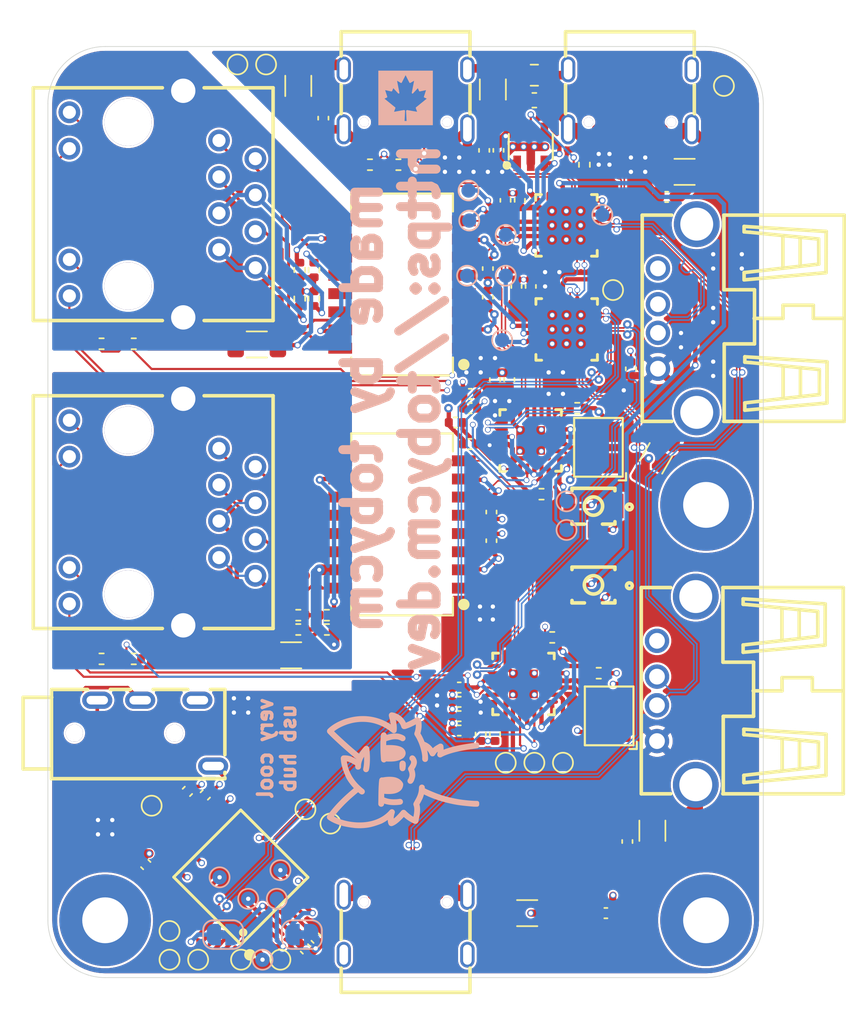
<source format=kicad_pcb>
(kicad_pcb (version 20241229) (generator "pcbnew") (generator_version "9.0")
  (layers (0 "F.Cu" signal) (4 "In1.Cu" signal) (6 "In2.Cu" signal) (2 "B.Cu" signal) (13 "F.Paste" user) (15 "B.Paste" user) (5 "F.SilkS" user "F.Silkscreen") (7 "B.SilkS" user "B.Silkscreen") (1 "F.Mask" user) (3 "B.Mask" user) (25 "Edge.Cuts" user))
  (net 0 "")
  (net 1 "VBUS")
  (net 2 "GND")
  (net 3 "+5V")
  (net 4 "Net-(U9-AREG36)")
  (net 5 "Net-(U9-DREG33)")
  (net 6 "Net-(U9-DREG18)")
  (net 7 "Net-(U9-VBIAS)")
  (net 8 "Net-(U9-VREF)")
  (net 9 "Net-(C37-Pad1)")
  (net 10 "Net-(C38-Pad1)")
  (net 11 "Net-(JP1-B)")
  (net 12 "Net-(JP2-B)")
  (net 13 "Net-(U2-ISET)")
  (net 14 "Net-(U5-RSET)")
  (net 15 "Net-(U5-SPISDI{slash}XTALDET)")
  (net 16 "Net-(U7-SPISDI{slash}XTALDET)")
  (net 17 "Net-(U7-RSET)")
  (net 18 "/LED1")
  (net 19 "Net-(C39-Pad1)")
  (net 20 "Net-(C40-Pad1)")
  (net 21 "Net-(C41-Pad1)")
  (net 22 "Net-(C42-Pad1)")
  (net 23 "Net-(U3-CC1)")
  (net 24 "/LED0")
  (net 25 "Net-(U3-CC2)")
  (net 26 "Net-(R8-Pad2)")
  (net 27 "Net-(R9-Pad2)")
  (net 28 "Net-(R10-Pad1)")
  (net 29 "Net-(R11-Pad1)")
  (net 30 "/LED3")
  (net 31 "/LED2")
  (net 32 "Net-(U1-~{RESET}{slash}CDP)")
  (net 33 "Net-(U8-~{RESET}{slash}CDP)")
  (net 34 "/MDI0+")
  (net 35 "/MDI1-")
  (net 37 "/MDI1+")
  (net 39 "Net-(R12-Pad2)")
  (net 40 "Net-(R13-Pad2)")
  (net 43 "/MDI0-")
  (net 45 "Net-(R14-Pad1)")
  (net 46 "/MDI3+")
  (net 47 "/MDI2+")
  (net 48 "Net-(R15-Pad1)")
  (net 51 "/MDI2-")
  (net 52 "/MDI3-")
  (net 54 "Net-(U1-LED1)")
  (net 55 "Net-(U1-LED2)")
  (net 56 "Net-(U1-LED3{slash}SCL)")
  (net 57 "Net-(U1-LED4{slash}SDA)")
  (net 58 "Net-(U8-LED1)")
  (net 59 "Net-(U8-LED2)")
  (net 60 "Net-(U8-LED3{slash}SCL)")
  (net 61 "Net-(U8-LED4{slash}SDA)")
  (net 62 "Net-(U9-MUTER)")
  (net 63 "Net-(U9-MUTEP)")
  (net 64 "Net-(U9-MSEL)")
  (net 65 "Net-(U9-VOLUP)")
  (net 66 "Net-(U9-VOLDN)")
  (net 67 "Net-(U9-PDSW)")
  (net 68 "Net-(U9-LED0)")
  (net 69 "Net-(U9-LEDR)")
  (net 70 "Net-(U9-LOBS)")
  (net 71 "Net-(U9-DR)")
  (net 72 "Net-(U9-DW)")
  (net 73 "Net-(U9-SK)")
  (net 74 "Net-(U9-CS)")
  (net 75 "Net-(U5-GPIO)")
  (net 76 "Net-(U5-LANWAKEB)")
  (net 77 "Net-(U5-SPISDO)")
  (net 78 "Net-(U7-SPISDO)")
  (net 79 "Net-(U7-GPIO)")
  (net 80 "Net-(U7-LANWAKEB)")
  (net 81 "/D1+")
  (net 82 "/D4-")
  (net 83 "/D2-")
  (net 85 "Net-(U1-~{PWREN})")
  (net 89 "/D3-")
  (net 90 "/D1-")
  (net 91 "/D2+")
  (net 92 "/D3+")
  (net 93 "/D4+")
  (net 95 "Net-(U1-~{OVCUR})")
  (net 96 "/DU+")
  (net 97 "/DU-")
  (net 105 "Net-(U5-CKXTAL1)")
  (net 106 "/D21+")
  (net 107 "/D21-")
  (net 108 "Net-(U5-CKXTAL2)")
  (net 110 "/D24-")
  (net 114 "/D24+")
  (net 115 "/D22-")
  (net 116 "Net-(U7-CKXTAL2)")
  (net 117 "Net-(U7-CKXTAL1)")
  (net 118 "/D22+")
  (net 123 "/D23+")
  (net 128 "/D23-")
  (net 129 "Net-(U9-LOR)")
  (net 130 "Net-(U9-MICIN)")
  (net 131 "Net-(U9-LOL)")
  (net 132 "+3.3V2")
  (net 133 "+3.3V3")
  (net 134 "/TDI1+")
  (net 135 "/TDI1-")
  (net 136 "/TDI0-")
  (net 137 "/TDI0+")
  (net 138 "/TDI2+")
  (net 139 "/TDI3+")
  (net 140 "/TDI2-")
  (net 141 "/TDI3-")
  (net 142 "Net-(U5-AVDD10)")
  (net 143 "Net-(U5-DVDD10_UPS)")
  (net 144 "Net-(U7-AVDD10)")
  (net 145 "Net-(U7-DVDD10_UPS)")
  (net 146 "GND2")
  (net 147 "GND3")
  (net 148 "Net-(RJ1-Y+)")
  (net 149 "Net-(RJ1-G+)")
  (net 150 "Net-(RJ2-Y+)")
  (net 151 "Net-(RJ2-G+)")
  (footprint "Resistor_SMD:R_0402_1005Metric" (layer "F.Cu") (at 138.5 99.7)
    (property "Reference" "R15" (hide yes))
    (property "Value" "75")
  )
  (footprint "easyeda2kicad:RJ45-TH_R-RJ45S08P-C000" (layer "F.Cu") (at 129 71 -90)
    (property "Reference" "RJ1" (hide yes))
    (property "Value" "R-RJ45S08P-C000")
  )
  (footprint "Capacitor_SMD:C_0402_1005Metric" (layer "F.Cu") (at 149.75 107.75 180)
    (property "Reference" "C29" (hide yes))
    (property "Value" "100n")
  )
  (footprint "Capacitor_SMD:C_0402_1005Metric" (layer "F.Cu") (at 151.75 75.5 -90)
    (property "Reference" "C38" (hide yes))
    (property "Value" "10n")
  )
  (footprint "Capacitor_SMD:C_0402_1005Metric" (layer "F.Cu") (at 153.984148 70.735517 90)
    (property "Reference" "C2" (hide yes))
    (property "Value" "1u")
  )
  (footprint "TestPoint:TestPoint_Pad_D1.0mm" (layer "F.Cu") (at 134.25 61.25)
    (property "Reference" "TP24" (hide yes))
    (property "Value" "TestPoint")
  )
  (footprint "Capacitor_SMD:C_0402_1005Metric" (layer "F.Cu") (at 151.494197 67.247909 -90)
    (property "Reference" "C3" (hide yes))
    (property "Value" "100n")
  )
  (footprint "Resistor_SMD:R_0402_1005Metric" (layer "F.Cu") (at 140.5 100.7)
    (property "Reference" "R12" (hide yes))
    (property "Value" "75")
  )
  (footprint "Resistor_SMD:R_0402_1005Metric" (layer "F.Cu") (at 124.75 80.75)
    (property "Reference" "R17" (hide yes))
    (property "Value" "470")
  )
  (footprint "TestPoint:TestPoint_Pad_D1.0mm" (layer "F.Cu") (at 155 110)
    (property "Reference" "TP36" (hide yes))
    (property "Value" "TestPoint")
  )
  (footprint "easyeda2kicad:SW-SMD_3P-L3.0-W2.5-LS4.0" (layer "F.Cu") (at 159.1325 92.9125)
    (property "Reference" "SW1" (hide yes))
    (property "Value" "B3U-1100PM")
  )
  (footprint "Capacitor_SMD:C_1206_3216Metric" (layer "F.Cu") (at 165.5 68.75)
    (property "Reference" "C17" (hide yes))
    (property "Value" "100u")
  )
  (footprint "Capacitor_SMD:C_0402_1005Metric" (layer "F.Cu") (at 164.25 70.5)
    (property "Reference" "C16" (hide yes))
    (property "Value" "1u")
  )
  (footprint "Capacitor_SMD:C_0402_1005Metric" (layer "F.Cu") (at 149.75 106.75 180)
    (property "Reference" "C28" (hide yes))
    (property "Value" "1u")
  )
  (footprint "Capacitor_SMD:C_0402_1005Metric" (layer "F.Cu") (at 152.25 83.25 90)
    (property "Reference" "C18" (hide yes))
    (property "Value" "1u")
  )
  (footprint "easyeda2kicad:USB-C-SMD_G-SWITCH_GT-USB-7010ASV" (layer "F.Cu") (at 161.68 64 180)
    (property "Reference" "U4" (hide yes))
    (property "Value" "GT-USB-7010ASV")
  )
  (footprint "TestPoint:TestPoint_Pad_D1.0mm" (layer "F.Cu") (at 129.5 123.75)
    (property "Reference" "TP14" (hide yes))
    (property "Value" "TestPoint")
  )
  (footprint "Capacitor_SMD:C_0402_1005Metric" (layer "F.Cu") (at 151.25 108 -90)
    (property "Reference" "C30" (hide yes))
    (property "Value" "1u")
  )
  (footprint "TestPoint:TestPoint_Pad_D1.0mm" (layer "F.Cu") (at 134.5 123.75)
    (property "Reference" "TP23" (hide yes))
    (property "Value" "TestPoint")
  )
  (footprint "Capacitor_SMD:C_0402_1005Metric" (layer "F.Cu") (at 149.75 105.75 180)
    (property "Reference" "C27" (hide yes))
    (property "Value" "100n")
  )
  (footprint "Capacitor_SMD:C_0402_1005Metric" (layer "F.Cu") (at 152 92.5 -90)
    (property "Reference" "C40" (hide yes))
    (property "Value" "10n")
  )
  (footprint "easyeda2kicad:USB-C-SMD_G-SWITCH_GT-USB-7010ASV" (layer "F.Cu") (at 146 121)
    (property "Reference" "U6" (hide yes))
    (property "Value" "GT-USB-7010ASV")
  )
  (footprint "Capacitor_SMD:C_0402_1005Metric" (layer "F.Cu") (at 154.75 76.75 90)
    (property "Reference" "C9" (hide yes))
    (property "Value" "1u")
  )
  (footprint "Resistor_SMD:R_0402_1005Metric" (layer "F.Cu") (at 158.5 68.25 90)
    (property "Reference" "R1" (hide yes))
    (property "Value" "56k")
  )
  (footprint "Resistor_SMD:R_0402_1005Metric" (layer "F.Cu") (at 139.6 75.6 90)
    (property "Reference" "R8" (hide yes))
    (property "Value" "75")
  )
  (footprint "Capacitor_SMD:C_0402_1005Metric" (layer "F.Cu") (at 150.5 87.75 180)
    (property "Reference" "C22" (hide yes))
    (property "Value" "1u")
  )
  (footprint "easyeda2kicad:QFN-24_L4.0-W4.0-P0.50-BL-EP2.0" (layer "F.Cu") (at 154.75 87.5 180)
    (property "Reference" "U5" (hide yes))
    (property "Value" "RTL8152B-VB-CG")
  )
  (footprint "TestPoint:TestPoint_Pad_D1.0mm" (layer "F.Cu") (at 153 110)
    (property "Reference" "TP35" (hide yes))
    (property "Value" "TestPoint")
  )
  (footprint "Capacitor_SMD:C_0402_1005Metric" (layer "F.Cu") (at 139 123 135)
    (property "Reference" "C34" (hide yes))
    (property "Value" "1u")
  )
  (footprint "Capacitor_SMD:C_0402_1005Metric" (layer "F.Cu") (at 140.25 65 -90)
    (property "Reference" "C10" (hide yes))
    (property "Value" "1u")
  )
  (footprint "Capacitor_SMD:C_0603_1608Metric" (layer "F.Cu") (at 155 63.75)
    (property "Reference" "C5" (hide yes))
    (property "Value" "10u")
  )
  (footprint "easyeda2kicad:USB-A-TH_AF-WJDG" (layer "F.Cu") (at 165 78.97 90)
    (property "Reference" "USB1" (hide yes))
    (property "Value" "AF 90° WJDG")
  )
  (footprint "Resistor_SMD:R_0402_1005Metric" (layer "F.Cu") (at 127 102.75)
    (property "Reference" "R18" (hide yes))
    (property "Value" "470")
  )
  (footprint "TestPoint:TestPoint_Pad_D1.0mm" (layer "F.Cu") (at 136.25 61.25)
    (property "Reference" "TP26" (hide yes))
    (property "Value" "TestPoint")
  )
  (footprint "easyeda2kicad:USB-A-TH_AF-WJDG" (layer "F.Cu") (at 164.9325 104.97 90)
    (property "Reference" "USB2" (hide yes))
    (property "Value" "AF 90° WJDG")
  )
  (footprint "MountingHole:MountingHole_3.2mm_M3_Pad" (layer "F.Cu") (at 125 121)
    (property "Reference" "H3" (hide yes))
    (property "Value" "MountingHole")
  )
  (footprint "Capacitor_SMD:C_1206_3216Metric" (layer "F.Cu") (at 135.6 80.8 180)
    (property "Reference" "C41" (hide yes))
    (property "Value" "1n")
  )
  (footprint "Resistor_SMD:R_0402_1005Metric" (layer "F.Cu") (at 138.6 77.6 90)
    (property "Reference" "R11" (hide yes))
    (property "Value" "75")
  )
  (footprint "Capacitor_SMD:C_0402_1005Metric" (layer "F.Cu") (at 152.984148 70.735517 90)
    (property "Reference" "C1" (hide yes))
    (property "Value" "100n")
  )
  (footprint "Resistor_SMD:R_0402_1005Metric" (layer "F.Cu") (at 155.5 91.25)
    (property "Reference" "R3" (hide yes))
    (property "Value" "56k")
  )
  (footprint "Capacitor_SMD:C_1206_3216Metric" (layer "F.Cu") (at 138 102.5 180)
    (property "Reference" "C42" (hide yes))
    (property "Value" "1n")
  )
  (footprint "MountingHole:MountingHole_3.2mm_M3_Pad" (layer "F.Cu") (at 167 92)
    (property "Reference" "H2" (hide yes))
    (property "Value" "MountingHole")
  )
  (footprint "TestPoint:TestPoint_Pad_D1.0mm" (layer "F.Cu") (at 128.25 113)
    (property "Reference" "TP19" (hide yes))
    (property "Value" "TestPoint")
  )
  (footprint "Capacitor_SMD:C_1206_3216Metric" (layer "F.Cu") (at 138.5 62.75 90)
    (property "Reference" "C11" (hide yes))
    (property "Value" "100u")
  )
  (footprint "easyeda2kicad:QFN-24_L4.0-W4.0-P0.50-BL-EP2.8" (layer "F.Cu") (at 157.234148 72.485517)
    (property "Reference" "U1" (hide yes))
    (property "Value" "CH334F_C5187527")
  )
  (footprint "easyeda2kicad:AUDIO-TH_PJ-320A-4P-DIP" (layer "F.Cu") (at 128.5 107.935)
    (property "Reference" "U10" (hide yes))
    (property "Value" "PJ-320A-4P DIP")
  )
  (footprint "Resistor_SMD:R_0402_1005Metric" (layer "F.Cu") (at 158 85.25)
    (property "Reference" "R2" (hide yes))
    (property "Value" "2.49k")
  )
  (footprint "Capacitor_SMD:C_0402_1005Metric" (layer "F.Cu") (at 160 120.5)
    (property "Reference" "C24" (hide yes))
    (property "Value" "1u")
  )
  (footprint "Resistor_SMD:R_0402_1005Metric" (layer "F.Cu") (at 156.25 101.25)
    (property "Reference" "R4" (hide yes))
    (property "Value" "56k")
  )
  (footprint "easyeda2kicad:SW-SMD_3P-L3.0-W2.5-LS4.0" (layer "F.Cu") (at 159.1325 98.4125)
    (property "Reference" "SW2" (hide yes))
    (property "Value" "B3U-1100PM")
  )
  (footprint "TestPoint:TestPoint_Pad_D1.0mm" (layer "F.Cu") (at 168.25 62.75)
    (property "Reference" "TP25" (hide yes))
    (property "Value" "TestPoint")
  )
  (footprint "Capacitor_SMD:C_0402_1005Metric" (layer "F.Cu") (at 152.25 108 -90)
    (property "Reference" "C31" (hide yes))
    (property "Value" "100n")
  )
  (footprint "Capacitor_SMD:C_0402_1005Metric" (layer "F.Cu") (at 150.52 84.250786 180)
    (property "Reference" "C21" (hide yes))
    (property "Value" "100n")
  )
  (footprint "Resistor_SMD:R_0402_1005Metric" (layer "F.Cu") (at 124.75 102.75)
    (property "Reference" "R19" (hide yes))
    (property "Value" "470")
  )
  (footprint "Capacitor_SMD:C_0402_1005Metric" (layer "F.Cu") (at 161.5 115.5 -90)
    (property "Reference" "C12" (hide yes))
    (property "Value" "1u")
  )
  (footprint "Capacitor_SMD:C_1206_3216Metric" (layer "F.Cu") (at 154.5 120.5)
    (property "Reference" "C25" (hide yes))
    (property "Value" "100u")
  )
  (footprint "easyeda2kicad:RJ45-TH_R-RJ45S08P-C000" (layer "F.Cu") (at 129 92.5 -90)
    (property "Reference" "RJ2" (hide yes))
    (property "Value" "R-RJ45S08P-C000")
  )
  (footprint "easyeda2kicad:SOT-23-6_L2.9-W1.6-P0.95-LS2.8-BL" (layer "F.Cu") (at 154.75 67)
    (property "Reference" "U2" (hide yes))
    (property "Value" "CH217K")
  )
  (footprint "TestPoint:TestPoint_Pad_D1.0mm" (layer "F.Cu") (at 160.5 77)
    (property "Reference" "TP7" (hide yes))
    (property "Value" "TestPoint")
  )
  (footprint "Capacitor_SMD:C_0402_1005Metric" (layer "F.Cu") (at 130.75 112 -135)
    (property "Reference" "C36" (hide yes))
    (property "Value" "1u")
  )
  (footprint "Capacitor_SMD:C_1206_3216Metric" (layer "F.Cu") (at 163.5 88.75 -120)
    (property "Reference" "C15" (hide yes))
    (property "Value" "100u")
  )
  (footprint "MountingHole:MountingHole_3.2mm_M3_Pad" (layer "F.Cu") (at 167 121)
    (property "Reference" "H1" (hide yes))
    (property "Value" "MountingHole")
  )
  (footprint "Capacitor_SMD:C_0402_1005Metric" (layer "F.Cu") (at 151.75 77.5 90)
    (property "Reference" "C37" (hide yes))
    (property "Value" "10n")
  )
  (footprint "TestPoint:TestPoint_Pad_D1.0mm" (layer "F.Cu") (at 131.5 123.75)
    (property "Reference" "TP15" (hide yes))
    (property "Value" "TestPoint")
  )
  (footprint "Capacitor_SMD:C_0402_1005Metric" (layer "F.Cu") (at 153.25 83.25 90)
    (property "Reference" "C19" (hide yes))
    (property "Value" "100n")
  )
  (footprint "Capacitor_SMD:C_0402_1005Metric" (layer "F.Cu") (at 161.75 82.5 90)
    (property "Reference" "C14" (hide yes))
    (property "Value" "1u")
  )
  (footprint "easyeda2kicad:XFMR-SMD_H1102NLT" (layer "F.Cu") (at 145.75 76.612518 90)
    (property "Reference" "T1" (hide yes))
    (property "Value" "H1102NLT_C20623173")
  )
  (footprint "Capacitor_SMD:C_0402_1005Metric" (layer "F.Cu") (at 153.75 76.75 90)
    (property "Reference" "C7" (hide yes))
    (property "Value" "100n")
  )
  (footprint "Capacitor_SMD:C_0805_2012Metric" (layer "F.Cu") (at 155 62)
    (property "Reference" "C6" (hide yes))
    (property "Value" "47u")
  )
  (footprint "Resistor_SMD:R_0402_1005Metric" (layer "F.Cu") (at 138.5 100.7)
    (property "Reference" "R14" (hide yes))
    (property "Value" "75")
  )
  (footprint "Resistor_SMD:R_0402_1005Metric" (layer "F.Cu") (at 127 80.75)
    (property "Reference" "R16" (hide yes))
    (property "Value" "470")
  )
  (footprint "Capacitor_SMD:C_0402_1005Metric" (layer "F.Cu") (at 149.75 104.75 180)
    (property "Reference" "C26" (hide yes))
    (property "Value" "1u")
  )
  (footprint "easyeda2kicad:OSC-SMD_4P-L3.2-W2.5-BL" (layer "F.Cu") (at 159.5 88 90)
    (property "Reference" "X1" (hide yes))
    (property "Value" "X322516MLB4SI")
  )
  (footprint "Capacitor_SMD:C_0402_1005Metric" (layer "F.Cu") (at 132 112.25 -135)
    (property "Reference" "C35" (hide yes))
    (property "Value" "1u")
  )
  (footprint "TestPoint:TestPoint_Pad_D1.0mm" (layer "F.Cu") (at 140.75 114.25)
    (property "Reference" "TP12" (hide yes))
    (property "Value" "TestPoint")
  )
  (footprint "Capacitor_SMD:C_0402_1005Metric" (layer "F.Cu") (at 127.839411 117.109411 -45)
    (property "Reference" "C32" (hide yes))
    (property "Value" "1u")
  )
  (footprint "Capacitor_SMD:C_1206_3216Metric" (layer "F.Cu") (at 152.1 63 90)
    (property "Reference" "C8" (hide yes))
    (property "Value" "100u")
  )
  (footprint "Capacitor_SMD:C_0402_1005Metric" (layer "F.Cu") (at 139.75 122.25 135)
    (property "Reference" "C33" (hide yes))
    (property "Value" "1u")
  )
  (footprint "Resistor_SMD:R_0402_1005Metric" (layer "F.Cu") (at 138.6 75.6 90)
    (property "Reference" "R9" (hide yes))
    (property "Value" "75")
  )
  (footprint "Resistor_SMD:R_0402_1005Metric" (layer "F.Cu") (at 143.51 68.25)
    (property "Reference" "R7" (hide yes))
    (property "Value" "5.1k")
  )
  (footprint "Capacitor_SMD:C_0402_1005Metric" (layer "F.Cu") (at 149.5 86.25 180)
    (property "Reference" "C23" (hide yes))
    (property "Value" "100n")
  )
  (footprint "TestPoint:TestPoint_Pad_D1.0mm" (layer "F.Cu") (at 139 113.25)
    (property "Reference" "TP18" (hide yes))
    (property "Value" "TestPoint")
  )
  (footprint "Capacitor_SMD:C_0402_1005Metric" (layer "F.Cu") (at 150.52232 85.251534 180)
    (property "Reference" "C20" (hide yes))
    (property "Value" "1u")
  )
  (footprint "Resistor_SMD:R_0402_1005Metric" (layer "F.Cu") (at 145.5 68.25 180)
    (property "Reference" "R6" (hide yes))
    (property "Value" "5.1k")
  )
  (footprint "TestPoint:TestPoint_Pad_D1.0mm" (layer "F.Cu") (at 129.5 121.75)
    (property "Reference" "TP13" (hide yes))
    (property "Value" "TestPoint")
  )
  (footprint "Resistor_SMD:R_0402_1005Metric" (layer "F.Cu") (at 139.6 77.6 90)
    (property "Reference" "R10" (hide yes))
    (property "Value" "75")
  )
  (footprint "TestPoint:TestPoint_Pad_D1.0mm" (layer "F.Cu") (at 157 110)
    (property "Reference" "TP33" (hide yes))
    (property "Value" "TestPoint")
  )
  (footprint "Resistor_SMD:R_0402_1005Metric" (layer "F.Cu") (at 140.5 99.7)
    (property "Reference" "R13" (hide yes))
    (property "Value" "75")
  )
  (footprint "Capacitor_SMD:C_0402_1005Metric" (layer "F.Cu") (at 152 94.5 90)
    (property "Reference" "C39" (hide yes))
    (property "Value" "10n")
  )
  (footprint "easyeda2kicad:QFN-24_L4.0-W4.0-P0.50-BL-EP2.8" (layer "F.Cu") (at 157.25 79.75)
    (property "Reference" "U8" (hide yes))
    (property "Value" "CH334F_C5187527")
  )
  (footprint "easyeda2kicad:QFN-24_L4.0-W4.0-P0.50-BL-EP2.0" (layer "F.Cu") (at 154.25 104.5 180)
    (property "Reference" "U7" (hide yes))
    (property "Value" "RTL8152B-VB-CG")
  )
  (footprint "Capacitor_SMD:C_0402_1005Metric" (layer "F.Cu") (at 152.494197 67.247909 -90)
    (property "Reference" "C4" (hide yes))
    (property "Value" "1u")
  )
  (footprint "easyeda2kicad:USB-C-SMD_G-SWITCH_GT-USB-7010ASV" (layer "F.Cu") (at 146 64 180)
    (property "Reference" "U3" (hide yes))
    (property "Value" "GT-USB-7010ASV")
  )
  (footprint "Capacitor_SMD:C_1206_3216Metric" (layer "F.Cu") (at 163.25 114.75 -90)
    (property "Reference" "C13" (hide yes))
    (property "Value" "100u")
  )
  (footprint "TestPoint:TestPoint_Pad_D1.0mm" (layer "F.Cu") (at 137.25 123.75)
    (property "Reference" "TP21" (hide yes))
    (property "Value" "TestPoint")
  )
  (footprint "easyeda2kicad:LQFP-48_L7.0-W7.0-P0.50-LS9.0-BL" (layer "F.Cu") (at 134.5 118 45)
    (property "Reference" "U9" (hide yes))
    (property "Value" "HS-100B")
  )
  (footprint "easyeda2kicad:OSC-SMD_4P-L3.2-W2.5-BL" (layer "F.Cu") (at 160.25 106.75 90)
    (property "Reference" "X2" (hide yes))
    (property "Value" "X322516MLB4SI")
  )
  (footprint "easyeda2kicad:XFMR-SMD_H1102NLT" (layer "F.Cu") (at 145.75 93.362518 90)
    (property "Reference" "T2" (hide yes))
    (property "Value" "H1102NLT_C20623173")
  )
  (footprint "Resistor_SMD:R_0402_1005Metric" (layer "F.Cu") (at 159.5 103.75)
    (property "Reference" "R5" (hide yes))
    (property "Value" "2.49k")
  )
  (footprint "TestPoint:TestPoint_Pad_D1.0mm" (layer "B.Cu") (at 157.25 91.75)
    (property "Reference" "TP28" (hide yes))
    (property "Value" "TestPoint")
  )
  (footprint "Jumper:SolderJumper-2_P1.3mm_Bridged_RoundedPad1.0x1.5mm" (layer "B.Cu") (at 138.75 122 180)
    (property "Reference" "JP1" (hide yes))
    (property "Value" "SolderJumper_2_Bridged")
  )
  (footprint "TestPoint:TestPoint_Pad_D1.0mm" (layer "B.Cu") (at 137.25 117.5)
    (property "Reference" "TP17" (hide yes))
    (property "Value" "TestPoint")
  )
  (footprint "Jumper:SolderJumper-2_P1.3mm_Bridged_RoundedPad1.0x1.5mm" (layer "B.Cu") (at 133.25 122)
    (property "Reference" "JP2" (hide yes))
    (property "Value" "SolderJumper_2_Bridged")
  )
  (footprint "TestPoint:TestPoint_Pad_D1.0mm" (layer "B.Cu") (at 150.45 72.15)
    (property "Reference" "TP1" (hide yes))
    (property "Value" "TestPoint")
  )
  (footprint "TestPoint:TestPoint_Pad_D1.0mm" (layer "B.Cu") (at 159.75 71.75)
    (property "Reference" "TP3" (hide yes))
    (property "Value" "TestPoint")
  )
  (footprint "TestPoint:TestPoint_Pad_D1.0mm" (layer "B.Cu") (at 157.25 93.75)
    (property "Reference" "TP30" (hide yes))
    (property "Value" "TestPoint")
  )
  (footprint "TestPoint:TestPoint_Pad_D1.0mm" (layer "B.Cu") (at 153 73.15)
    (property "Reference" "TP2" (hide yes))
    (property "Value" "TestPoint")
  )
  (footprint "TestPoint:TestPoint_Pad_D1.0mm" (layer "B.Cu") (at 137 119.5)
    (property "Reference" "TP22" (hide yes))
    (property "Value" "TestPoint")
  )
  (footprint "TestPoint:TestPoint_Pad_D1.0mm" (layer "B.Cu") (at 136 123.75)
    (property "Reference" "TP20" (hide yes))
    (property "Value" "TestPoint")
  )
  (footprint "TestPoint:TestPoint_Pad_D1.0mm" (layer "B.Cu") (at 153 76)
    (property "Reference" "TP5" (hide yes))
    (property "Value" "TestPoint")
  )
  (footprint "TestPoint:TestPoint_Pad_D1.0mm" (layer "B.Cu") (at 150.4 70.05)
    (property "Reference" "TP4" (hide yes))
    (property "Value" "TestPoint")
  )
  (footprint "TestPoint:TestPoint_Pad_D1.0mm" (layer "B.Cu") (at 135 119.5)
    (property "Reference" "TP11" (hide yes))
    (property "Value" "TestPoint")
  )
  (footprint "TestPoint:TestPoint_Pad_D1.0mm" (layer "B.Cu") (at 133 118)
    (property "Reference" "TP16" (hide yes))
    (property "Value" "TestPoint")
  )
  (footprint "TestPoint:TestPoint_Pad_D1.0mm" (layer "B.Cu") (at 152.75 80.5)
    (property "Reference" "TP6" (hide yes))
    (property "Value" "TestPoint")
  )
  (footprint "TestPoint:TestPoint_Pad_D1.0mm" (layer "B.Cu") (at 150.3 76)
    (property "Reference" "TP8" (hide yes))
    (property "Value" "TestPoint")
  )
  (gr_poly (pts (xy 145.720228 110.225767) (xy 145.720683 110.251486) (xy 145.72157 110.277193) (xy 145.722888 110.302911) (xy 145.724636 110.32866) (xy 145.726813 110.354465) (xy 145.727827 110.366061) (xy 145.728871 110.375171) (xy 145.72948 110.379581) (xy 145.730175 110.383899) (xy 145.730978 110.388123) (xy 145.731908 110.39226) (xy 145.732987 110.396311) (xy 145.734235 110.400279) (xy 145.735674 110.404164) (xy 145.737322 110.407969) (xy 145.739204 110.411699) (xy 145.741338 110.415353) (xy 145.743742 110.418936) (xy 145.746444 110.42245) (xy 145.749459 110.425895) (xy 145.75281 110.429275) (xy 145.760746 110.434435) (xy 145.766701 110.438404) (xy 145.769845 110.439411) (xy 145.77297 110.440207) (xy 145.776074 110.440803) (xy 145.779159 110.441206) (xy 145.782229 110.441427) (xy 145.785282 110.441475) (xy 145.788324 110.441357) (xy 145.791354 110.441085) (xy 145.794373 110.440665) (xy 145.797384 110.440108) (xy 145.80039 110.439423) (xy 145.80339 110.438617) (xy 145.806387 110.437702) (xy 145.809384 110.436685) (xy 145.81238 110.435578) (xy 145.815379 110.434385) (xy 145.816534 110.433727) (xy 145.817659 110.433039) (xy 145.818752 110.432322) (xy 145.819815 110.431577) (xy 145.821852 110.430009) (xy 145.823772 110.428338) (xy 145.825586 110.426573) (xy 145.8273 110.424719) (xy 145.828918 110.422782) (xy 145.830444 110.420769) (xy 145.831888 110.418685) (xy 145.833252 110.41654) (xy 145.834543 110.414337) (xy 145.835768 110.412083) (xy 145.836934 110.409784) (xy 145.838042 110.407447) (xy 145.839103 110.405079) (xy 145.84012 110.402686) (xy 145.841398 110.395793) (xy 145.842581 110.388919) (xy 145.843674 110.382033) (xy 145.844684 110.375103) (xy 145.845893 110.366788) (xy 145.848593 110.347025) (xy 145.851102 110.327236) (xy 145.85346 110.307429) (xy 145.855709 110.287608) (xy 145.857032 110.276633) (xy 145.857761 110.271183) (xy 145.85855 110.265749) (xy 145.859413 110.260327) (xy 145.860362 110.254913) (xy 145.86141 110.2495) (xy 145.862568 110.244084) (xy 145.863257 110.240585) (xy 145.863862 110.237091) (xy 145.864843 110.230113) (xy 145.865556 110.223139) (xy 145.866038 110.216161) (xy 145.866334 110.209165) (xy 145.866484 110.202143) (xy 145.866512 110.187976) (xy 145.866479 110.176727) (xy 145.865891 110.133642) (xy 145.86505 110.100859) (xy 145.864409 110.087731) (xy 145.863556 110.07646) (xy 145.862438 110.066806) (xy 145.861008 110.058528) (xy 145.859214 110.051388) (xy 145.857006 110.045147) (xy 145.854334 110.039562) (xy 145.851146 110.034396) (xy 145.847396 110.02941) (xy 145.843031 110.024364) (xy 145.832257 110.013127) (xy 145.829732 110.011101) (xy 145.827194 110.009321) (xy 145.82464 110.007777) (xy 145.822062 110.006449) (xy 145.81946 110.005325) (xy 145.816827 110.004387) (xy 145.81416 110.003621) (xy 145.811454 110.00301) (xy 145.808706 110.002541) (xy 145.80591 110.002195) (xy 145.803063 110.001958) (xy 145.800162 110.001815) (xy 145.7972 110.00175) (xy 145.794176 110.001747) (xy 145.78792 110.001867) (xy 145.78463 110.002223) (xy 145.781436 110.002668) (xy 145.778331 110.003205) (xy 145.775313 110.003841) (xy 145.772374 110.004582) (xy 145.769512 110.005435) (xy 145.76672 110.006407) (xy 145.763991 110.007502) (xy 145.761324 110.008728) (xy 145.758709 110.01009) (xy 145.756144 110.011596) (xy 145.753624 110.013251) (xy 145.751143 110.015061) (xy 145.748695 110.017032) (xy 145.746276 110.019173) (xy 145.743879 110.021487) (xy 145.741728 110.024553) (xy 145.739728 110.0277) (xy 145.737877 110.030926) (xy 145.736164 110.034225) (xy 145.733139 110.041024) (xy 145.73061 110.048064) (xy 145.728526 110.055311) (xy 145.726845 110.062732) (xy 145.725517 110.070292) (xy 145.724498 110.077956) (xy 145.72374 110.085693) (xy 145.723196 110.093465) (xy 145.72257 110.108983) (xy 145.721853 110.138962) (xy 145.721463 110.14834) (xy 145.720618 110.174217) (xy 145.720208 110.200019)) (stroke (width 0.3)) (fill yes) (layer "B.SilkS"))
  (gr_poly (pts (xy 144.242146 112.872908) (xy 144.242329 112.877661) (xy 144.242635 112.881799) (xy 144.24309 112.885418) (xy 144.243714 112.88861) (xy 144.24453 112.891472) (xy 144.245559 112.894095) (xy 144.246826 112.896574) (xy 144.248353 112.899005) (xy 144.25016 112.90148) (xy 144.252272 112.904095) (xy 144.257496 112.910115) (xy 144.260836 112.912519) (xy 144.264046 112.914673) (xy 144.267151 112.916584) (xy 144.270176 112.918264) (xy 144.273148 112.919719) (xy 144.276094 112.920962) (xy 144.279037 112.921999) (xy 144.282007 112.92284) (xy 144.285027 112.923495) (xy 144.288123 112.923973) (xy 144.291322 112.924282) (xy 144.294651 112.924433) (xy 144.298134 112.924435) (xy 144.301798 112.924295) (xy 144.305668 112.924025) (xy 144.309771 112.923633) (xy 144.312866 112.922524) (xy 144.315793 112.921297) (xy 144.318562 112.919949) (xy 144.321186 112.918481) (xy 144.323671 112.916896) (xy 144.326028 112.915195) (xy 144.328267 112.913377) (xy 144.330397 112.911442) (xy 144.332428 112.909393) (xy 144.334371 112.907229) (xy 144.336235 112.904951) (xy 144.338029 112.902561) (xy 144.339762 112.900058) (xy 144.341444 112.897443) (xy 144.343086 112.894719) (xy 144.344696 112.891883) (xy 144.3457 112.888699) (xy 144.346131 112.887194) (xy 144.346515 112.885732) (xy 144.346856 112.884308) (xy 144.347157 112.882907) (xy 144.347421 112.881524) (xy 144.347649 112.880145) (xy 144.347846 112.878764) (xy 144.348013 112.877368) (xy 144.348265 112.874498) (xy 144.348429 112.871456) (xy 144.348524 112.868165) (xy 144.348715 112.859428) (xy 144.348877 112.849939) (xy 144.349077 112.840043) (xy 144.349658 112.808143) (xy 144.350066 112.786397) (xy 144.350677 112.747681) (xy 144.351073 112.708969) (xy 144.35121 112.670253) (xy 144.351046 112.631534) (xy 144.359728 112.635861) (xy 144.397725 112.65373) (xy 144.436484 112.670557) (xy 144.475881 112.686333) (xy 144.515792 112.701044) (xy 144.556092 112.714678) (xy 144.596654 112.727224) (xy 144.637357 112.738672) (xy 144.678072 112.749008) (xy 144.6901 112.75193) (xy 144.743793 112.764052) (xy 144.797641 112.774619) (xy 144.851629 112.783678) (xy 144.905744 112.791281) (xy 144.959973 112.797479) (xy 145.014302 112.802321) (xy 145.068718 112.805859) (xy 145.123207 112.808143) (xy 145.232349 112.809147) (xy 145.341622 112.80574) (xy 145.450917 112.798325) (xy 145.560127 112.787306) (xy 145.570078 112.786201) (xy 145.583892 112.784575) (xy 145.597693 112.782854) (xy 145.605742 112.781962) (xy 145.609938 112.781314) (xy 145.613998 112.780527) (xy 145.617934 112.779597) (xy 145.62175 112.778521) (xy 145.625456 112.777295) (xy 145.629055 112.775918) (xy 145.632555 112.774384) (xy 145.635963 112.77269) (xy 145.639286 112.770832) (xy 145.642532 112.768809) (xy 145.645705 112.766615) (xy 145.648813 112.764249) (xy 145.651864 112.761705) (xy 145.654863 112.758981) (xy 145.657818 112.756072) (xy 145.660735 112.752977) (xy 145.662156 112.749689) (xy 145.663357 112.746465) (xy 145.664349 112.743295) (xy 145.665139 112.740165) (xy 145.665736 112.737069) (xy 145.66615 112.733993) (xy 145.666388 112.73093) (xy 145.666461 112.727867) (xy 145.666376 112.724797) (xy 145.666143 112.721707) (xy 145.665771 112.718587) (xy 145.665267 112.715426) (xy 145.664642 112.712215) (xy 145.663904 112.708943) (xy 145.663062 112.705601) (xy 145.662123 112.702178) (xy 145.660369 112.699367) (xy 145.65855 112.696719) (xy 145.656662 112.694224) (xy 145.654704 112.691876) (xy 145.65267 112.689669) (xy 145.650555 112.687595) (xy 145.648359 112.68565) (xy 145.646076 112.683826) (xy 145.643701 112.682116) (xy 145.641232 112.680515) (xy 145.638666 112.679015) (xy 145.635996 112.67761) (xy 145.633221 112.676294) (xy 145.630335 112.675058) (xy 145.627338 112.6739) (xy 145.624222 112.672809) (xy 145.620162 112.672624) (xy 145.616113 112.67255) (xy 145.612074 112.672581) (xy 145.608042 112.672706) (xy 145.6 112.673205) (xy 145.59198 112.673974) (xy 145.583971 112.674947) (xy 145.575966 112.67605) (xy 145.559928 112.678365) (xy 145.528429 112.682405) (xy 145.496898 112.686053) (xy 145.465329 112.68938) (xy 145.433721 112.692453) (xy 145.425294 112.693264) (xy 145.397266 112.695698) (xy 145.369242 112.697659) (xy 145.341216 112.699196) (xy 145.313181 112.700354) (xy 145.257063 112.701725) (xy 145.200843 112.702147) (xy 145.18676 112.70219) (xy 145.172678 112.702276) (xy 145.146818 112.702282) (xy 145.121049 112.701909) (xy 145.095349 112.701159) (xy 145.06969 112.700036) (xy 145.044051 112.698542) (xy 145.018405 112.696678) (xy 144.992728 112.69445) (xy 144.966997 112.691858) (xy 144.957092 112.690805) (xy 144.943628 112.689304) (xy 144.930176 112.68772) (xy 144.916734 112.686056) (xy 144.903298 112.684317) (xy 144.895539 112.683309) (xy 144.862377 112.678639) (xy 144.845866 112.676049) (xy 144.829395 112.673272) (xy 144.812956 112.670301) (xy 144.796549 112.667123) (xy 144.780163 112.66373) (xy 144.763797 112.660108) (xy 144.75402 112.657915) (xy 144.702714 112.645551) (xy 144.651829 112.631711) (xy 144.601399 112.616389) (xy 144.551461 112.599573) (xy 144.502056 112.581259) (xy 144.453218 112.561436) (xy 144.404986 112.540096) (xy 144.357397 112.517234) (xy 144.357199 112.390432) (xy 144.35719 112.380862) (xy 144.357536 112.240983) (xy 144.358984 112.10111) (xy 144.3591 112.093444) (xy 144.360572 112.002884) (xy 144.366632 112.003658) (xy 144.415851 112.009715) (xy 144.465099 112.015336) (xy 144.514398 112.020479) (xy 144.563772 112.025109) (xy 144.572313 112.025863) (xy 144.602246 112.028272) (xy 144.632172 112.030306) (xy 144.662096 112.03198) (xy 144.692026 112.033315) (xy 144.751932 112.035037) (xy 144.811944 112.035617) (xy 144.831417 112.035659) (xy 144.871963 112.035323) (xy 144.892185 112.034846) (xy 144.912387 112.034152) (xy 144.932581 112.033233) (xy 144.952774 112.03208) (xy 144.972979 112.030687) (xy 144.993206 112.029044) (xy 145.004277 112.028108) (xy 145.015353 112.027228) (xy 145.032957 112.025691) (xy 145.050492 112.023884) (xy 145.067967 112.021816) (xy 145.085398 112.019504) (xy 145.102797 112.016959) (xy 145.120174 112.01419) (xy 145.137543 112.011214) (xy 145.154917 112.008043) (xy 145.162221 112.006687) (xy 145.188717 112.001389) (xy 145.214953 111.995456) (xy 145.240911 111.988863) (xy 145.266573 111.981583) (xy 145.29192 111.973592) (xy 145.316936 111.964864) (xy 145.341601 111.955375) (xy 145.365897 111.945095) (xy 145.389808 111.934004) (xy 145.413314 111.922072) (xy 145.436398 111.909277) (xy 145.45904 111.895591) (xy 145.481226 111.880989) (xy 145.502932 111.865445) (xy 145.524147 111.848936) (xy 145.544847 111.831434) (xy 145.551656 111.825455) (xy 145.566051 111.811168) (xy 145.579588 111.796187) (xy 145.592275 111.780557) (xy 145.604122 111.764326) (xy 145.615141 111.747538) (xy 145.62534 111.73024) (xy 145.63473 111.712479) (xy 145.643322 111.694299) (xy 145.651125 111.675747) (xy 145.65815 111.656869) (xy 145.664408 111.637711) (xy 145.669909 111.61832) (xy 145.674663 111.598739) (xy 145.678681 111.579019) (xy 145.681971 111.559201) (xy 145.684546 111.539333) (xy 145.685862 111.530305) (xy 145.686128 111.524432) (xy 145.685997 111.518765) (xy 145.685492 111.513285) (xy 145.684635 111.507971) (xy 145.683454 111.502807) (xy 145.681972 111.497773) (xy 145.680214 111.49285) (xy 145.678203 111.488019) (xy 145.675964 111.483261) (xy 145.673522 111.478558) (xy 145.670902 111.473891) (xy 145.668127 111.469241) (xy 145.662211 111.459916) (xy 145.655972 111.450434) (xy 145.652116 111.444549) (xy 145.644483 111.433327) (xy 145.63662 111.422278) (xy 145.628528 111.41141) (xy 145.620211 111.400725) (xy 145.61167 111.390229) (xy 145.602908 111.379927) (xy 145.593926 111.36982) (xy 145.584727 111.359917) (xy 145.575313 111.350219) (xy 145.565686 111.340735) (xy 145.555848 111.331465) (xy 145.5458 111.322414) (xy 145.535547 111.313589) (xy 145.52509 111.304994) (xy 145.514432 111.296632) (xy 145.503572 111.288508) (xy 145.498136 111.284519) (xy 145.487847 111.277253) (xy 145.477405 111.270227) (xy 145.466816 111.263435) (xy 145.456089 111.256871) (xy 145.445233 111.250527) (xy 145.434253 111.244395) (xy 145.411958 111.232744) (xy 145.389266 111.22186) (xy 145.366237 111.211689) (xy 145.342935 111.202173) (xy 145.319422 111.193259) (xy 145.307677 111.188855) (xy 145.2911 111.183206) (xy 145.274338 111.177943) (xy 145.25741 111.173054) (xy 145.240333 111.16852) (xy 145.205809 111.160457) (xy 145.17091 111.153629) (xy 145.135784 111.147908) (xy 145.100575 111.143165) (xy 145.06543 111.139274) (xy 145.030496 111.136108) (xy 145.020946 111.135287) (xy 144.945075 111.131123) (xy 144.868382 111.130119) (xy 144.791198 111.132077) (xy 144.713854 111.136802) (xy 144.636678 111.144099) (xy 144.559999 111.153772) (xy 144.484149 111.165625) (xy 144.409455 111.179462) (xy 144.407055 111.179774) (xy 144.404684 111.180011) (xy 144.40234 111.180171) (xy 144.400021 111.180251) (xy 144.397725 111.180251) (xy 144.395449 111.180169) (xy 144.39319 111.179997) (xy 144.390946 111.179739) (xy 144.388717 111.17939) (xy 144.386497 111.178947) (xy 144.384286 111.178409) (xy 144.382081 111.177775) (xy 144.379879 111.177039) (xy 144.377678 111.1762) (xy 144.375477 111.175258) (xy 144.373272 111.174208) (xy 144.365829 111.173464) (xy 144.362253 111.173221) (xy 144.358761 111.173084) (xy 144.355348 111.173066) (xy 144.352005 111.173186) (xy 144.348723 111.173455) (xy 144.345498 111.173888) (xy 144.342316 111.174501) (xy 144.339174 111.175309) (xy 144.336062 111.176326) (xy 144.332973 111.177567) (xy 144.329899 111.179045) (xy 144.326832 111.180778) (xy 144.323763 111.182777) (xy 144.320686 111.185061) (xy 144.318183 111.18796) (xy 144.315937 111.190861) (xy 144.313928 111.193769) (xy 144.312142 111.196696) (xy 144.31056 111.199645) (xy 144.309164 111.202625) (xy 144.307939 111.205645) (xy 144.306867 111.208711) (xy 144.30593 111.211828) (xy 144.30511 111.215008) (xy 144.304393 111.218257) (xy 144.30376 111.221581) (xy 144.303193 111.224989) (xy 144.302677 111.228487) (xy 144.301722 111.235786) (xy 144.30054 111.244694) (xy 144.297424 111.269651) (xy 144.294542 111.294635) (xy 144.291858 111.319641) (xy 144.289333 111.344666) (xy 144.288321 111.354878) (xy 144.282219 111.42431) (xy 144.277238 111.493817) (xy 144.269116 111.632969) (xy 144.266889 111.671515) (xy 144.264471 111.716714) (xy 144.262544 111.761915) (xy 144.261081 111.807133) (xy 144.260054 111.852387) (xy 144.259899 111.860477) (xy 144.259653 111.875101) (xy 144.259333 111.886575) (xy 144.25883 111.898028) (xy 144.258186 111.909475) (xy 144.257434 111.92093) (xy 144.256689 111.93331) (xy 144.256086 111.945693) (xy 144.255214 111.970466) (xy 144.254209 112.020049) (xy 144.253822 112.041041) (xy 144.252825 112.0975) (xy 144.252202 112.13291) (xy 144.249334 112.32281) (xy 144.24743 112.512722) (xy 144.247053 112.560717) (xy 144.246978 112.570023) (xy 144.245826 112.655029) (xy 144.244021 112.740025) (xy 144.243006 112.789658) (xy 144.242302 112.839298) (xy 144.242221 112.845874) (xy 144.242067 112.861183)) (stroke (width 0.3)) (fill yes) (layer "B.SilkS"))
  (gr_poly (pts (xy 140.648338 113.807633) (xy 140.64922 113.81123) (xy 140.650286 113.814651) (xy 140.65153 113.817911) (xy 140.652949 113.821022) (xy 140.654533 113.823994) (xy 140.65628 113.826841) (xy 140.658186 113.829572) (xy 140.660242 113.832201) (xy 140.662446 113.83474) (xy 140.66479 113.8372) (xy 140.667272 113.839595) (xy 140.669883 113.841933) (xy 140.672619 113.84423) (xy 140.675476 113.846495) (xy 140.678449 113.848742) (xy 140.684914 113.853314) (xy 140.691746 113.858275) (xy 140.696912 113.861978) (xy 140.702092 113.865657) (xy 140.712498 113.872958) (xy 140.718447 113.877116) (xy 140.728765 113.884171) (xy 140.739157 113.891105) (xy 140.749612 113.897944) (xy 140.760122 113.904709) (xy 140.767419 113.909379) (xy 140.829807 113.947591) (xy 140.893366 113.983658) (xy 140.957994 114.017703) (xy 141.023586 114.04985) (xy 141.090037 114.080219) (xy 141.157246 114.108933) (xy 141.225109 114.136114) (xy 141.293522 114.161883) (xy 141.300105 114.164291) (xy 141.408856 114.202063) (xy 141.521895 114.237065) (xy 141.642289 114.269671) (xy 141.773106 114.300243) (xy 141.91741 114.329149) (xy 142.07827 114.356755) (xy 142.258752 114.383427) (xy 142.461921 114.409533) (xy 142.471291 114.410247) (xy 142.549533 114.415466) (xy 142.628092 114.419263) (xy 142.70686 114.421588) (xy 142.785732 114.422397) (xy 142.864597 114.421643) (xy 142.943352 114.419279) (xy 143.021888 114.415258) (xy 143.100097 114.409533) (xy 143.110034 114.408717) (xy 143.220728 114.397909) (xy 143.334234 114.382673) (xy 143.392984 114.372951) (xy 143.453574 114.361586) (xy 143.516379 114.3484) (xy 143.581779 114.333217) (xy 143.650153 114.315856) (xy 143.721878 114.29614) (xy 143.797333 114.273891) (xy 143.876898 114.24893) (xy 143.96095 114.221078) (xy 144.049867 114.190157) (xy 144.14403 114.15599) (xy 144.243814 114.118396) (xy 144.255704 114.112847) (xy 144.267616 114.10735) (xy 144.28023 114.101447) (xy 144.292768 114.095413) (xy 144.317654 114.082999) (xy 144.342349 114.070198) (xy 144.366921 114.057109) (xy 144.37563 114.052437) (xy 144.401415 114.038492) (xy 144.427052 114.024314) (xy 144.452468 114.009748) (xy 144.465069 114.002272) (xy 144.477589 113.994643) (xy 144.492546 113.985443) (xy 144.534824 113.959012) (xy 144.576556 113.931856) (xy 144.617738 113.903956) (xy 144.658357 113.875293) (xy 144.69841 113.845845) (xy 144.737887 113.815594) (xy 144.776779 113.784521) (xy 144.815079 113.752606) (xy 144.823519 113.745496) (xy 144.83201 113.738455) (xy 144.840546 113.731469) (xy 144.849124 113.724526) (xy 144.8535 113.720919) (xy 144.857797 113.717272) (xy 144.862022 113.713577) (xy 144.866184 113.709829) (xy 144.870288 113.706016) (xy 144.87434 113.702134) (xy 144.878346 113.698174) (xy 144.882314 113.694129) (xy 144.884466 113.692005) (xy 144.886641 113.689919) (xy 144.88884 113.687866) (xy 144.89106 113.685841) (xy 144.893299 113.683835) (xy 144.895557 113.681847) (xy 144.900123 113.677894) (xy 144.90512 113.673512) (xy 144.910035 113.669054) (xy 144.914876 113.664529) (xy 144.919658 113.659945) (xy 144.924391 113.655309) (xy 144.929088 113.650633) (xy 144.938422 113.641183) (xy 144.937256 113.648733) (xy 144.932072 113.682458) (xy 144.930459 113.692921) (xy 144.921255 113.756768) (xy 144.912709 113.828527) (xy 144.9064 113.905307) (xy 144.904581 113.944678) (xy 144.903914 113.984223) (xy 144.904598 114.023578) (xy 144.906831 114.062385) (xy 144.91081 114.100282) (xy 144.916734 114.136907) (xy 144.924799 114.171902) (xy 144.935203 114.204903) (xy 144.948145 114.235551) (xy 144.955629 114.249879) (xy 144.963822 114.263483) (xy 144.967083 114.265909) (xy 144.97029 114.268053) (xy 144.973454 114.269931) (xy 144.976594 114.271556) (xy 144.979723 114.272939) (xy 144.982857 114.274096) (xy 144.986011 114.275042) (xy 144.9892 114.275786) (xy 144.992439 114.276345) (xy 144.995744 114.276731) (xy 144.999129 114.276959) (xy 145.00261 114.277041) (xy 145.006203 114.276991) (xy 145.009921 114.276823) (xy 145.013781 114.276549) (xy 145.017796 114.276184) (xy 145.02194 114.27509) (xy 145.026026 114.27389) (xy 145.030064 114.272596) (xy 145.034068 114.271219) (xy 145.038046 114.269767) (xy 145.042011 114.268252) (xy 145.049943 114.265071) (xy 145.058707 114.261597) (xy 145.067757 114.257869) (xy 145.076734 114.254018) (xy 145.085644 114.250048) (xy 145.094494 114.245962) (xy 145.103292 114.24176) (xy 145.112038 114.237443) (xy 145.120743 114.233014) (xy 145.129412 114.228475) (xy 145.133674 114.226249) (xy 145.137952 114.22405) (xy 145.146532 114.219703) (xy 145.160706 114.212302) (xy 145.174712 114.204616) (xy 145.18856 114.196659) (xy 145.202258 114.18845) (xy 145.229228 114.171338) (xy 145.255682 114.153409) (xy 145.281679 114.134795) (xy 145.307278 114.115628) (xy 145.332541 114.096039) (xy 145.357521 114.076159) (xy 145.366452 114.06899) (xy 145.384262 114.054347) (xy 145.401906 114.039511) (xy 145.419434 114.024538) (xy 145.436896 114.009483) (xy 145.444028 114.003344) (xy 145.455622 113.993156) (xy 145.467099 113.982839) (xy 145.478498 113.972435) (xy 145.489855 113.961982) (xy 145.49413 113.958062) (xy 145.498423 113.954162) (xy 145.502734 113.950283) (xy 145.507069 113.946428) (xy 145.515067 113.939247) (xy 145.522978 113.931986) (xy 145.530814 113.924653) (xy 145.538582 113.917253) (xy 145.55396 113.902283) (xy 145.569193 113.887135) (xy 145.579574 113.876762) (xy 145.601146 113.855173) (xy 145.62862 113.827709) (xy 145.64999 113.80634) (xy 145.660117 113.796221) (xy 145.673769 113.782417) (xy 145.680506 113.775452) (xy 145.687176 113.768433) (xy 145.693777 113.761348) (xy 145.700304 113.754189) (xy 145.706754 113.746946) (xy 145.713122 113.739608) (xy 145.719234 113.732997) (xy 145.722308 113.729709) (xy 145.7254 113.726437) (xy 145.73169 113.719795) (xy 145.738125 113.713018) (xy 145.751892 113.698388) (xy 145.765562 113.683682) (xy 145.779106 113.668859) (xy 145.792496 113.653883) (xy 145.797805 113.647893) (xy 145.804432 113.640328) (xy 145.811024 113.632735) (xy 145.824121 113.617471) (xy 145.829227 113.61149) (xy 145.839287 113.599664) (xy 145.845617 113.592347) (xy 145.848818 113.588743) (xy 145.852054 113.585179) (xy 145.855334 113.581653) (xy 145.858667 113.578169) (xy 145.862058 113.574729) (xy 145.86552 113.571333) (xy 145.872961 113.578886) (xy 145.882982 113.588995) (xy 145.887844 113.593936) (xy 145.892044 113.598107) (xy 145.896286 113.602219) (xy 145.900568 113.606272) (xy 145.90489 113.61028) (xy 145.90925 113.614246) (xy 145.913646 113.618179) (xy 145.922544 113.625968) (xy 145.926539 113.629516) (xy 145.930496 113.633103) (xy 145.938329 113.640365) (xy 145.953824 113.655074) (xy 145.960265 113.661112) (xy 145.966736 113.667079) (xy 145.973249 113.672971) (xy 145.979814 113.678792) (xy 145.986439 113.684542) (xy 145.993136 113.690224) (xy 145.999914 113.695838) (xy 146.006782 113.701384) (xy 146.009842 113.703899) (xy 146.012869 113.70644) (xy 146.01587 113.709007) (xy 146.018849 113.711594) (xy 146.024754 113.716834) (xy 146.03062 113.722145) (xy 146.056274 113.744944) (xy 146.082473 113.767277) (xy 146.10918 113.789143) (xy 146.136367 113.810546) (xy 146.163996 113.831487) (xy 146.192038 113.851965) (xy 146.249225 113.891546) (xy 146.30766 113.929298) (xy 146.367079 113.965235) (xy 146.427221 113.999368) (xy 146.48782 114.031708) (xy 146.498632 114.037325) (xy 146.593291 114.085852) (xy 146.623765 114.100643) (xy 146.635841 114.106082) (xy 146.646208 114.110373) (xy 146.655167 114.113632) (xy 146.663021 114.115977) (xy 146.670067 114.117526) (xy 146.676607 114.118396) (xy 146.682943 114.118705) (xy 146.689374 114.118569) (xy 146.70372 114.117434) (xy 146.706636 114.116355) (xy 146.709414 114.11519) (xy 146.712065 114.113935) (xy 146.714594 114.112589) (xy 146.717014 114.111151) (xy 146.71933 114.109619) (xy 146.72155 114.107992) (xy 146.723684 114.10627) (xy 146.72574 114.10445) (xy 146.727727 114.10253) (xy 146.729652 114.10051) (xy 146.731523 114.098389) (xy 146.733349 114.096165) (xy 146.73514 114.093836) (xy 146.736902 114.0914) (xy 146.738645 114.088858) (xy 146.739809 114.085724) (xy 146.740908 114.082641) (xy 146.741948 114.079589) (xy 146.742934 114.076547) (xy 146.74387 114.073495) (xy 146.744759 114.070408) (xy 146.745607 114.067269) (xy 146.746421 114.064053) (xy 146.748362 114.056605) (xy 146.751487 114.044168) (xy 146.754521 114.031708) (xy 146.756696 114.022727) (xy 146.764966 113.98756) (xy 146.772974 113.952333) (xy 146.775487 113.941197) (xy 146.792441 113.862985) (xy 146.80806 113.784461) (xy 146.822142 113.705645) (xy 146.834486 113.626553) (xy 146.844892 113.547206) (xy 146.853158 113.467619) (xy 146.859084 113.387815) (xy 146.862469 113.307808) (xy 146.862695 113.29987) (xy 146.863296 113.253746) (xy 146.862607 113.206783) (xy 146.860319 113.159373) (xy 146.85848 113.135624) (xy 146.856127 113.111913) (xy 146.853221 113.088289) (xy 146.849724 113.064799) (xy 146.845597 113.041495) (xy 146.840803 113.018426) (xy 146.835304 112.995641) (xy 146.829059 112.973191) (xy 146.822032 112.951121) (xy 146.814182 112.929487) (xy 146.81297 112.926069) (xy 146.811919 112.922781) (xy 146.811031 112.919603) (xy 146.81031 112.916521) (xy 146.809757 112.913513) (xy 146.809375 112.910565) (xy 146.809164 112.907656) (xy 146.80913 112.90477) (xy 146.809274 112.901891) (xy 146.8096 112.898999) (xy 146.810106 112.896077) (xy 146.810798 112.893109) (xy 146.811679 112.890076) (xy 146.812748 112.88696) (xy 146.81401 112.883745) (xy 146.815466 112.880411) (xy 146.819369 112.872898) (xy 146.823355 112.865438) (xy 146.827409 112.858013) (xy 146.831513 112.850608) (xy 146.837586 112.83953) (xy 146.84842 112.819925) (xy 146.859349 112.800371) (xy 146.881399 112.761371) (xy 146.909225 112.711879) (xy 146.936555 112.662134) (xy 146.963324 112.612085) (xy 146.98947 112.561683) (xy 146.993234 112.554315) (xy 147.002628 112.535695) (xy 147.01187 112.517001) (xy 147.01494 112.510767) (xy 147.018031 112.504543) (xy 147.04206 112.453904) (xy 147.06424 112.402399) (xy 147.084607 112.350122) (xy 147.103207 112.297168) (xy 147.120077 112.243633) (xy 147.135259 112.189609) (xy 147.148793 112.13519) (xy 147.160721 112.080472) (xy 147.162166 112.073433) (xy 147.164275 112.062675) (xy 147.166217 112.051936) (xy 147.167977 112.0412) (xy 147.169543 112.03045) (xy 147.170903 112.019672) (xy 147.172044 112.00885) (xy 147.172955 111.997967) (xy 147.17362 111.987008) (xy 147.209537 112.005662) (xy 147.220572 112.011393) (xy 147.247975 112.025692) (xy 147.275308 112.040121) (xy 147.325715 112.06637) (xy 147.376507 112.091824) (xy 147.42767 112.11653) (xy 147.479185 112.140526) (xy 147.502166 112.151147) (xy 147.525102 112.161869) (xy 147.622691 112.206395) (xy 147.72104 112.249129) (xy 147.820082 112.290242) (xy 147.919745 112.329909) (xy 147.928212 112.333214) (xy 147.994802 112.358755) (xy 148.061635 112.383602) (xy 148.128696 112.407827) (xy 148.19597 112.431508) (xy 148.205827 112.434941) (xy 148.319202 112.473439) (xy 148.435061 112.510713) (xy 148.555236 112.547145) (xy 148.681562 112.583114) (xy 148.815868 112.618999) (xy 148.959986 112.655181) (xy 149.115751 112.69204) (xy 149.284994 112.729959) (xy 149.307522 112.734655) (xy 149.427751 112.758674) (xy 149.553974 112.781497) (xy 149.691809 112.803544) (xy 149.846872 112.825243) (xy 150.024775 112.847014) (xy 150.231138 112.869283) (xy 150.471576 112.89247) (xy 150.751705 112.917002) (xy 150.770098 112.917839) (xy 150.798367 112.918975) (xy 150.826637 112.919775) (xy 150.883186 112.920579) (xy 150.996319 112.920458) (xy 150.996319 112.815683) (xy 150.968153 112.815323) (xy 150.867967 112.813149) (xy 150.766172 112.809382) (xy 150.661037 112.803874) (xy 150.550826 112.796469) (xy 150.433808 112.787015) (xy 150.308249 112.775362) (xy 150.172415 112.761355) (xy 150.024571 112.744841) (xy 150.01295 112.743392) (xy 149.964079 112.737128) (xy 149.915258 112.730553) (xy 149.866486 112.723649) (xy 149.817751 112.7164) (xy 149.779168 112.710607) (xy 149.72746 112.702669) (xy 149.675848 112.694261) (xy 149.624309 112.685403) (xy 149.572826 112.676116) (xy 149.522828 112.66696) (xy 149.477238 112.658605) (xy 149.45512 112.654555) (xy 149.422777 112.648509) (xy 149.390507 112.642196) (xy 149.358296 112.635583) (xy 149.326135 112.628642) (xy 149.312656 112.625734) (xy 149.299154 112.622953) (xy 149.272097 112.617643) (xy 149.242723 112.611621) (xy 149.21345 112.605196) (xy 149.184241 112.598488) (xy 149.155054 112.591617) (xy 149.120726 112.583639) (xy 149.086366 112.575811) (xy 149.032034 112.563443) (xy 148.99493 112.554694) (xy 148.957962 112.5454) (xy 148.904036 112.531395) (xy 148.884779 112.526158) (xy 148.865484 112.521075) (xy 148.826824 112.511168) (xy 148.800866 112.504515) (xy 148.774979 112.497674) (xy 148.749185 112.490497) (xy 148.73633 112.486735) (xy 148.723505 112.482835) (xy 148.707732 112.478109) (xy 148.691902 112.473616) (xy 148.676027 112.469284) (xy 148.660116 112.465043) (xy 148.633586 112.457811) (xy 148.607165 112.450271) (xy 148.580824 112.442455) (xy 148.554535 112.434395) (xy 148.540159 112.429969) (xy 148.525774 112.42558) (xy 148.429244 112.395429) (xy 148.329586 112.362484) (xy 148.223276 112.325123) (xy 148.106791 112.281723) (xy 147.976609 112.230663) (xy 147.829207 112.170321) (xy 147.661062 112.099076) (xy 147.46865 112.015304) (xy 147.451074 112.006984) (xy 147.425015 111.994581) (xy 147.399065 111.981986) (xy 147.373273 111.969079) (xy 147.347683 111.955735) (xy 147.322306 111.942338) (xy 147.296825 111.929139) (xy 147.289795 111.925526) (xy 147.261551 111.911032) (xy 147.243397 111.901707) (xy 147.225305 111.89228) (xy 147.207319 111.882649) (xy 147.198384 111.877724) (xy 147.189494 111.872709) (xy 147.189402 111.866252) (xy 147.189296 111.858818) (xy 147.189277 111.854785) (xy 147.189334 111.850779) (xy 147.18946 111.846793) (xy 147.189655 111.842817) (xy 147.189914 111.838846) (xy 147.190235 111.834872) (xy 147.190613 111.830887) (xy 147.191045 111.826882) (xy 147.191788 111.818853) (xy 147.192355 111.810825) (xy 147.19277 111.802797) (xy 147.193061 111.794767) (xy 147.193363 111.778688) (xy 147.193464 111.762575) (xy 147.193662 111.750266) (xy 147.193691 111.736059) (xy 147.193524 111.725164) (xy 147.19331 111.720735) (xy 147.192982 111.716866) (xy 147.192514 111.713469) (xy 147.191886 111.710453) (xy 147.191075 111.707731) (xy 147.190057 111.705212) (xy 147.188812 111.702807) (xy 147.187316 111.700427) (xy 147.185548 111.697984) (xy 147.183485 111.695387) (xy 147.178382 111.689378) (xy 147.175174 111.687041) (xy 147.172031 111.684938) (xy 147.168938 111.683056) (xy 147.165881 111.681393) (xy 147.162841 111.679939) (xy 147.159804 111.678688) (xy 147.156751 111.677635) (xy 147.15367 111.676769) (xy 147.150542 111.676088) (xy 147.147352 111.675583) (xy 147.144083 111.675245) (xy 147.140719 111.675071) (xy 147.137244 111.675052) (xy 147.133644 111.675182) (xy 147.129899 111.675453) (xy 147.125995 111.675859) (xy 147.122911 111.676995) (xy 147.119993 111.678245) (xy 147.117228 111.679606) (xy 147.11461 111.681081) (xy 147.112126 111.682667) (xy 147.109769 111.684368) (xy 147.10753 111.686181) (xy 147.105397 111.688107) (xy 147.103363 111.690146) (xy 147.101417 111.6923) (xy 147.09955 111.694567) (xy 147.097753 111.696946) (xy 147.096016 111.69944) (xy 147.094328 111.70205) (xy 147.092683 111.704771) (xy 147.091069 111.707608) (xy 147.090379 111.709804) (xy 147.089772 111.711989) (xy 147.089243 111.714165) (xy 147.088783 111.716335) (xy 147.08839 111.718499) (xy 147.088056 111.720664) (xy 147.087775 111.722829) (xy 147.087541 111.724999) (xy 147.08719 111.729357) (xy 147.086956 111.733757) (xy 147.086642 111.742768) (xy 147.086004 111.758943) (xy 147.085668 111.767591) (xy 147.083926 111.805502) (xy 147.081677 111.843347) (xy 147.078854 111.881153) (xy 147.075394 111.918944) (xy 147.074629 111.926738) (xy 147.073244 111.939931) (xy 147.071706 111.953079) (xy 147.070018 111.966191) (xy 147.068177 111.979274) (xy 147.066187 111.992335) (xy 147.064048 112.005381) (xy 147.061758 112.018419) (xy 147.059321 112.031459) (xy 147.057079 112.043139) (xy 147.045246 112.098599) (xy 147.031627 112.153387) (xy 147.01624 112.207529) (xy 146.999098 112.261058) (xy 146.980214 112.314002) (xy 146.959606 112.366389) (xy 146.937286 112.418248) (xy 146.91327 112.469608) (xy 146.910218 112.475888) (xy 146.890638 112.515649) (xy 146.870569 112.555103) (xy 146.860286 112.574698) (xy 146.849806 112.594193) (xy 146.839098 112.613584) (xy 146.828141 112.632861) (xy 146.819702 112.647748) (xy 146.811437 112.662727) (xy 146.7952 112.692851) (xy 146.776706 112.727169) (xy 146.767355 112.744269) (xy 146.757893 112.761311) (xy 146.750489 112.774694) (xy 146.741594 112.790609) (xy 146.732599 112.80647) (xy 146.725937 112.818321) (xy 146.71933 112.830205) (xy 146.716049 112.836028) (xy 146.71273 112.841829) (xy 146.707718 112.850755) (xy 146.705414 112.855101) (xy 146.703262 112.859396) (xy 146.701276 112.863659) (xy 146.69947 112.867912) (xy 146.697854 112.872172) (xy 146.696446 112.87646) (xy 146.695256 112.880795) (xy 146.6943 112.885197) (xy 146.69359 112.889685) (xy 146.693138 112.894279) (xy 146.69296 112.898998) (xy 146.693066 112.903864) (xy 146.693474 112.908895) (xy 146.694194 112.914109) (xy 146.696292 112.921325) (xy 146.697094 112.923907) (xy 146.69786 112.92617) (xy 146.698688 112.928389) (xy 146.699678 112.930838) (xy 146.70253 112.937524) (xy 146.705524 112.945035) (xy 146.708393 112.952564) (xy 146.711143 112.960115) (xy 146.713782 112.967695) (xy 146.716316 112.975312) (xy 146.718754 112.982972) (xy 146.721101 112.990679) (xy 146.723365 112.998443) (xy 146.725649 113.006269) (xy 146.729818 113.021888) (xy 146.733553 113.037574) (xy 146.736889 113.053327) (xy 146.73986 113.069143) (xy 146.7425 113.085019) (xy 146.744842 113.100952) (xy 146.746919 113.116942) (xy 146.748766 113.132985) (xy 146.749598 113.140629) (xy 146.752975 113.178386) (xy 146.755214 113.21632) (xy 146.756378 113.254375) (xy 146.756527 113.292488) (xy 146.755721 113.330601) (xy 146.754018 113.368653) (xy 146.751482 113.406584) (xy 146.74817 113.444335) (xy 146.74698 113.457304) (xy 146.742752 113.499009) (xy 146.737804 113.540593) (xy 146.732206 113.582071) (xy 146.726029 113.623459) (xy 146.712228 113.706027) (xy 146.696974 113.788424) (xy 146.694994 113.798768) (xy 146.685538 113.846138) (xy 146.675398 113.893336) (xy 146.664535 113.940373) (xy 146.652919 113.987258) (xy 146.650366 113.986845) (xy 146.64786 113.986363) (xy 146.645395 113.985815) (xy 146.64297 113.985205) (xy 146.64058 113.984536) (xy 146.638218 113.98381) (xy 146.635883 113.98303) (xy 146.633567 113.9822) (xy 146.628982 113.980402) (xy 146.624424 113.978439) (xy 146.61986 113.976333) (xy 146.615254 113.974112) (xy 146.608901 113.971048) (xy 146.598658 113.966071) (xy 146.588428 113.961064) (xy 146.581338 113.957608) (xy 146.549648 113.941898) (xy 146.5182 113.925773) (xy 146.487004 113.909167) (xy 146.45607 113.892008) (xy 146.44853 113.887766) (xy 146.413042 113.867071) (xy 146.377924 113.845507) (xy 146.343205 113.823136) (xy 146.308919 113.800027) (xy 146.275092 113.776244) (xy 146.241755 113.751851) (xy 146.208938 113.726919) (xy 146.176669 113.701509) (xy 146.1681 113.6947) (xy 146.156494 113.685424) (xy 146.14492 113.676109) (xy 146.136772 113.669535) (xy 146.11168 113.648879) (xy 146.086913 113.627871) (xy 146.074663 113.617214) (xy 146.06251 113.606445) (xy 146.050456 113.595554) (xy 146.038507 113.584534) (xy 146.031612 113.578155) (xy 146.024668 113.571841) (xy 146.017662 113.565596) (xy 146.010578 113.559428) (xy 146.006664 113.55599) (xy 146.002812 113.552503) (xy 145.999018 113.548965) (xy 145.995271 113.545383) (xy 145.991564 113.541758) (xy 145.987891 113.538093) (xy 145.980613 113.530654) (xy 145.978316 113.528445) (xy 145.976005 113.526271) (xy 145.973681 113.524125) (xy 145.97134 113.522003) (xy 145.966607 113.517809) (xy 145.9618 113.51365) (xy 145.955186 113.507776) (xy 145.948703 113.501771) (xy 145.942331 113.495657) (xy 145.936048 113.489455) (xy 145.929833 113.483179) (xy 145.923665 113.476852) (xy 145.91139 113.464121) (xy 145.90408 113.456674) (xy 145.897565 113.449948) (xy 145.894895 113.447816) (xy 145.892216 113.445921) (xy 145.889524 113.444248) (xy 145.886813 113.442785) (xy 145.884078 113.441522) (xy 145.881314 113.440442) (xy 145.878516 113.439535) (xy 145.875679 113.438788) (xy 145.872797 113.438188) (xy 145.869866 113.437723) (xy 145.866881 113.437378) (xy 145.863836 113.437144) (xy 145.860727 113.437005) (xy 145.857547 113.43695) (xy 145.854294 113.436967) (xy 145.850959 113.437041) (xy 145.847964 113.437528) (xy 145.845008 113.438239) (xy 145.842092 113.439161) (xy 145.839216 113.440287) (xy 145.836378 113.441602) (xy 145.833581 113.443097) (xy 145.830823 113.444761) (xy 145.828103 113.446581) (xy 145.825423 113.448548) (xy 145.822783 113.45065) (xy 145.817619 113.455213) (xy 145.812612 113.460182) (xy 145.807759 113.465469) (xy 145.803061 113.470983) (xy 145.798518 113.476635) (xy 145.789893 113.488001) (xy 145.78188 113.498853) (xy 145.778102 113.503864) (xy 145.774477 113.508478) (xy 145.770632 113.51305) (xy 145.766743 113.517577) (xy 145.75885 113.526523) (xy 145.750846 113.53537) (xy 145.742776 113.544172) (xy 145.736698 113.550877) (xy 145.730682 113.557631) (xy 145.72471 113.564426) (xy 145.718764 113.571247) (xy 145.711992 113.578911) (xy 145.705172 113.586532) (xy 145.691467 113.601718) (xy 145.687026 113.606695) (xy 145.682607 113.611691) (xy 145.67383 113.621737) (xy 145.662385 113.634683) (xy 145.650799 113.647502) (xy 145.627396 113.672933) (xy 145.622091 113.678686) (xy 145.603117 113.699023) (xy 145.583937 113.719125) (xy 145.564522 113.739002) (xy 145.544847 113.758658) (xy 145.512818 113.790767) (xy 145.487118 113.816561) (xy 145.473643 113.830101) (xy 145.454 113.849816) (xy 145.448024 113.855841) (xy 145.44351 113.86031) (xy 145.438958 113.864725) (xy 145.434369 113.869089) (xy 145.429742 113.873407) (xy 145.425074 113.877679) (xy 145.420364 113.881913) (xy 145.415612 113.886111) (xy 145.410814 113.890275) (xy 145.407742 113.892962) (xy 145.404694 113.895673) (xy 145.398655 113.901152) (xy 145.386692 113.912248) (xy 145.381232 113.917241) (xy 145.375737 113.922177) (xy 145.370204 113.927059) (xy 145.364631 113.93189) (xy 145.359016 113.936674) (xy 145.353358 113.941413) (xy 145.347656 113.946111) (xy 145.341907 113.950771) (xy 145.336411 113.955237) (xy 145.330939 113.959725) (xy 145.325488 113.964238) (xy 145.320055 113.968778) (xy 145.3076 113.979083) (xy 145.295053 113.989238) (xy 145.28241 113.999252) (xy 145.269675 114.009135) (xy 145.25685 114.018899) (xy 145.24393 114.028555) (xy 145.217821 114.047584) (xy 145.212072 114.051735) (xy 145.191549 114.066045) (xy 145.170694 114.079733) (xy 145.149531 114.092861) (xy 145.12809 114.105495) (xy 145.10639 114.117698) (xy 145.084462 114.129533) (xy 145.062331 114.141065) (xy 145.040022 114.152359) (xy 145.03955 114.146752) (xy 145.038452 114.135695) (xy 145.037158 114.124693) (xy 145.036431 114.119204) (xy 145.035642 114.113719) (xy 145.03479 114.108235) (xy 145.03387 114.102749) (xy 145.032012 114.091561) (xy 145.030268 114.08036) (xy 145.028638 114.069141) (xy 145.027123 114.057902) (xy 145.025623 114.046442) (xy 145.02407 114.030567) (xy 145.022848 114.014685) (xy 145.02192 113.998793) (xy 145.021246 113.982895) (xy 145.020794 113.966986) (xy 145.020522 113.951066) (xy 145.020376 113.919194) (xy 145.020386 113.910752) (xy 145.020718 113.876584) (xy 145.021136 113.859547) (xy 145.021773 113.842531) (xy 145.022671 113.825529) (xy 145.023867 113.808535) (xy 145.025404 113.791538) (xy 145.027322 113.774534) (xy 145.02872 113.763304) (xy 145.033747 113.728145) (xy 145.039635 113.693133) (xy 145.046359 113.658279) (xy 145.053892 113.623592) (xy 145.062212 113.589082) (xy 145.071292 113.55476) (xy 145.08111 113.520635) (xy 145.091637 113.486717) (xy 145.095214 113.475393) (xy 145.097875 113.466668) (xy 145.098895 113.463089) (xy 145.099724 113.459932) (xy 145.100376 113.457121) (xy 145.100862 113.454578) (xy 145.101196 113.452229) (xy 145.101392 113.449997) (xy 145.101459 113.447805) (xy 145.101414 113.44558) (xy 145.101267 113.443244) (xy 145.101032 113.44072) (xy 145.100347 113.434809) (xy 145.098685 113.431744) (xy 145.096927 113.428761) (xy 145.095074 113.425863) (xy 145.093126 113.42305) (xy 145.091083 113.420326) (xy 145.088944 113.417693) (xy 145.086709 113.415151) (xy 145.084377 113.412703) (xy 145.081951 113.410349) (xy 145.079427 113.408095) (xy 145.076806 113.405938) (xy 145.07409 113.403883) (xy 145.071274 113.40193) (xy 145.068363 113.400082) (xy 145.065354 113.398341) (xy 145.062247 113.396709) (xy 145.058893 113.39627) (xy 145.055629 113.395946) (xy 145.05245 113.395741) (xy 145.049346 113.395663) (xy 145.046311 113.395715) (xy 145.043335 113.395906) (xy 145.04041 113.39624) (xy 145.03753 113.396723) (xy 145.034686 113.397362) (xy 145.031872 113.398159) (xy 145.029076 113.399123) (xy 145.026295 113.400261) (xy 145.023517 113.401575) (xy 145.020735 113.403073) (xy 145.017943 113.40476) (xy 145.015131 113.406643) (xy 145.012279 113.40916) (xy 145.009477 113.411725) (xy 145.006718 113.414335) (xy 145.004001 113.416984) (xy 144.998679 113.422394) (xy 144.99348 113.427923) (xy 144.988376 113.433545) (xy 144.983337 113.439232) (xy 144.973347 113.450684) (xy 144.966626 113.458211) (xy 144.959853 113.465667) (xy 144.953024 113.473057) (xy 144.946136 113.480384) (xy 144.939188 113.487652) (xy 144.932175 113.494865) (xy 144.925095 113.502031) (xy 144.917946 113.509148) (xy 144.91546 113.511693) (xy 144.913015 113.514249) (xy 144.910604 113.516821) (xy 144.908224 113.519413) (xy 144.905871 113.522027) (xy 144.903541 113.524672) (xy 144.90123 113.527347) (xy 144.898933 113.530058) (xy 144.894861 113.53469) (xy 144.890677 113.539187) (xy 144.886394 113.543572) (xy 144.882026 113.547865) (xy 144.877587 113.552085) (xy 144.87309 113.556256) (xy 144.863974 113.564522) (xy 144.85643 113.571424) (xy 144.849 113.578423) (xy 144.841674 113.585531) (xy 144.83444 113.592765) (xy 144.829747 113.597443) (xy 144.825006 113.602042) (xy 144.820215 113.606572) (xy 144.815377 113.611041) (xy 144.810492 113.615458) (xy 144.805558 113.619832) (xy 144.800576 113.624171) (xy 144.795547 113.628483) (xy 144.785637 113.636992) (xy 144.762854 113.656499) (xy 144.751464 113.666301) (xy 144.740133 113.67617) (xy 144.730633 113.684348) (xy 144.721046 113.692377) (xy 144.711374 113.700275) (xy 144.701619 113.708057) (xy 144.691784 113.71574) (xy 144.681872 113.723336) (xy 144.66182 113.738336) (xy 144.655218 113.743305) (xy 144.64866 113.748327) (xy 144.635606 113.75846) (xy 144.609433 113.778271) (xy 144.58291 113.7976) (xy 144.55606 113.816474) (xy 144.528909 113.834908) (xy 144.501476 113.852927) (xy 144.473785 113.870553) (xy 144.44586 113.887807) (xy 144.417722 113.904709) (xy 144.410685 113.908888) (xy 144.35073 113.94328) (xy 144.290071 113.975954) (xy 144.228704 114.006963) (xy 144.166623 114.036365) (xy 144.103827 114.064214) (xy 144.040309 114.090568) (xy 143.976066 114.11548) (xy 143.911093 114.13901) (xy 143.894896 114.144731) (xy 143.878717 114.150499) (xy 143.848426 114.160907) (xy 143.833245 114.165863) (xy 143.818023 114.170654) (xy 143.802751 114.175276) (xy 143.787416 114.179731) (xy 143.772007 114.184016) (xy 143.756514 114.188131) (xy 143.74893 114.190189) (xy 143.741364 114.192298) (xy 143.726254 114.19661) (xy 143.681958 114.20888) (xy 143.637477 114.220336) (xy 143.592822 114.231017) (xy 143.548003 114.240961) (xy 143.503033 114.250203) (xy 143.45792 114.258783) (xy 143.412676 114.266737) (xy 143.367312 114.274103) (xy 143.353616 114.276283) (xy 143.339932 114.27853) (xy 143.31066 114.283041) (xy 143.281342 114.287012) (xy 143.251971 114.29057) (xy 143.222533 114.293843) (xy 143.20432 114.295847) (xy 143.159452 114.300676) (xy 143.142813 114.302455) (xy 143.097728 114.306847) (xy 143.052613 114.310394) (xy 143.007469 114.313178) (xy 142.962296 114.315275) (xy 142.917094 114.316772) (xy 142.871868 114.317745) (xy 142.781332 114.318446) (xy 142.755843 114.318483) (xy 142.716235 114.318311) (xy 142.676667 114.31768) (xy 142.637134 114.316598) (xy 142.597627 114.315075) (xy 142.558137 114.313121) (xy 142.518658 114.310744) (xy 142.439696 114.304759) (xy 142.427722 114.303755) (xy 142.347151 114.296269) (xy 142.266702 114.287327) (xy 142.186417 114.276902) (xy 142.106338 114.264965) (xy 142.026507 114.251489) (xy 141.946964 114.236445) (xy 141.867752 114.219808) (xy 141.788913 114.201545) (xy 141.768986 114.196735) (xy 141.734214 114.188195) (xy 141.699565 114.179282) (xy 141.665064 114.169815) (xy 141.647878 114.164817) (xy 141.630742 114.159614) (xy 141.621939 114.156973) (xy 141.613107 114.154473) (xy 141.604243 114.152085) (xy 141.595346 114.149779) (xy 141.49025 114.120009) (xy 141.385356 114.086024) (xy 141.281001 114.047711) (xy 141.229132 114.026896) (xy 141.177526 114.004957) (xy 141.126223 113.981877) (xy 141.075267 113.957645) (xy 141.024699 113.932245) (xy 140.974562 113.905663) (xy 140.924899 113.877885) (xy 140.87575 113.848898) (xy 140.827161 113.818685) (xy 140.779172 113.787233) (xy 140.782479 113.781299) (xy 140.785887 113.775543) (xy 140.789408 113.769937) (xy 140.793054 113.764451) (xy 140.796837 113.759061) (xy 140.80077 113.753738) (xy 140.804865 113.748453) (xy 140.809136 113.74318) (xy 140.819631 113.730166) (xy 140.830004 113.717068) (xy 140.840262 113.70388) (xy 140.850411 113.690594) (xy 140.861965 113.675546) (xy 140.873662 113.660624) (xy 140.885498 113.645811) (xy 140.897461 113.631087) (xy 140.905881 113.620733) (xy 140.914238 113.610333) (xy 140.922536 113.599886) (xy 140.930778 113.589391) (xy 140.940038 113.577625) (xy 140.949372 113.56592) (xy 140.958777 113.554275) (xy 140.968258 113.542684) (xy 140.982484 113.525279) (xy 140.996659 113.507834) (xy 141.012507 113.488329) (xy 141.02506 113.472871) (xy 141.035649 113.459959) (xy 141.046314 113.447114) (xy 141.057044 113.434323) (xy 141.067832 113.421578) (xy 141.074664 113.41348) (xy 141.081447 113.405348) (xy 141.088186 113.397177) (xy 141.094886 113.388969) (xy 141.106635 113.374725) (xy 141.118525 113.360603) (xy 141.142556 113.332568) (xy 141.161781 113.310167) (xy 141.171276 113.299094) (xy 141.183259 113.285098) (xy 141.195208 113.271073) (xy 141.20887 113.255171) (xy 141.222679 113.23942) (xy 141.236648 113.223812) (xy 141.250796 113.208341) (xy 141.257002 113.201523) (xy 141.263144 113.194652) (xy 141.269235 113.187736) (xy 141.27529 113.180783) (xy 141.28204 113.173135) (xy 141.288841 113.16553) (xy 141.302514 113.150386) (xy 141.306804 113.145572) (xy 141.311064 113.140735) (xy 141.315301 113.135878) (xy 141.319518 113.131) (xy 141.324382 113.125466) (xy 141.329298 113.119976) (xy 141.339243 113.109104) (xy 141.359373 113.087573) (xy 141.367285 113.079093) (xy 141.375159 113.070579) (xy 141.382986 113.062023) (xy 141.390757 113.053412) (xy 141.409904 113.032203) (xy 141.429278 113.01124) (xy 141.439089 113.000878) (xy 141.449002 112.990611) (xy 141.459034 112.980448) (xy 141.469201 112.970402) (xy 141.471633 112.967891) (xy 141.474031 112.965371) (xy 141.476396 112.962839) (xy 141.478736 112.960293) (xy 141.481053 112.95773) (xy 141.483355 112.955143) (xy 141.487928 112.949889) (xy 141.492962 112.94419) (xy 141.498085 112.938587) (xy 141.503288 112.933067) (xy 141.508556 112.927615) (xy 141.519246 112.916848) (xy 141.530059 112.906171) (xy 141.545637 112.890793) (xy 141.552513 112.884026) (xy 141.554811 112.881615) (xy 141.557082 112.879193) (xy 141.561546 112.874314) (xy 141.565942 112.869374) (xy 141.5703 112.864358) (xy 141.575494 112.858479) (xy 141.580773 112.852688) (xy 141.586125 112.846972) (xy 141.591537 112.841318) (xy 141.602505 112.830139) (xy 141.61359 112.819045) (xy 141.622495 112.81013) (xy 141.641058 112.791583) (xy 141.664635 112.767995) (xy 141.687408 112.745225) (xy 141.69585 112.736765) (xy 141.706342 112.726455) (xy 141.711634 112.721373) (xy 141.716967 112.716338) (xy 141.722346 112.711354) (xy 141.727774 112.70642) (xy 141.733264 112.701537) (xy 141.738819 112.696706) (xy 141.741639 112.694205) (xy 141.74442 112.691668) (xy 141.747163 112.689098) (xy 141.749877 112.686501) (xy 141.755236 112.681231) (xy 141.760544 112.675883) (xy 141.769064 112.667289) (xy 141.786354 112.649752) (xy 141.797253 112.63889) (xy 141.802747 112.633533) (xy 141.808284 112.62823) (xy 141.813874 112.622985) (xy 141.819529 112.617801) (xy 141.825258 112.612681) (xy 141.83107 112.607627) (xy 141.833636 112.605362) (xy 141.83616 112.603059) (xy 141.838647 112.600725) (xy 141.841105 112.598361) (xy 141.843536 112.595972) (xy 141.845948 112.593557) (xy 141.850735 112.588671) (xy 141.854013 112.585371) (xy 141.857306 112.582107) (xy 141.86062 112.578879) (xy 141.863962 112.575686) (xy 141.867338 112.572529) (xy 141.870752 112.569407) (xy 141.874212 112.566321) (xy 141.877722 112.563271) (xy 141.881232 112.560221) (xy 141.884691 112.557135) (xy 141.888105 112.554013) (xy 141.891481 112.550857) (xy 141.894823 112.547663) (xy 141.898137 112.544435) (xy 141.90471 112.53787) (xy 141.90859 112.533988) (xy 141.912499 112.530164) (xy 141.91644 112.52639) (xy 141.920416 112.522663) (xy 141.92443 112.518977) (xy 141.928486 112.515328) (xy 141.932586 112.51171) (xy 141.936733 112.508119) (xy 141.944498 112.501172) (xy 141.952179 112.494139) (xy 141.967416 112.479927) (xy 141.995424 112.453829) (xy 142.023604 112.42792) (xy 142.052018 112.402268) (xy 142.080723 112.376938) (xy 142.088404 112.370138) (xy 142.096048 112.363297) (xy 142.111282 112.349554) (xy 142.117912 112.343642) (xy 142.124571 112.337764) (xy 142.137948 112.326076) (xy 142.14327 112.321365) (xy 142.148564 112.316623) (xy 142.159106 112.307089) (xy 142.170256 112.297136) (xy 142.181499 112.287299) (xy 142.192813 112.277542) (xy 142.204176 112.267835) (xy 142.212493 112.260679) (xy 142.22075 112.253463) (xy 142.228948 112.24618) (xy 142.237093 112.238825) (xy 142.242163 112.234275) (xy 142.247278 112.229787) (xy 142.252434 112.225354) (xy 142.257626 112.220967) (xy 142.2681 112.212295) (xy 142.278666 112.203703) (xy 142.2849 112.198457) (xy 142.291046 112.193133) (xy 142.297129 112.187735) (xy 142.303172 112.182271) (xy 142.30819 112.177754) (xy 142.313248 112.173296) (xy 142.318342 112.168893) (xy 142.323474 112.164533) (xy 142.333826 112.15592) (xy 142.344286 112.147395) (xy 142.352746 112.140338) (xy 142.361134 112.1332) (xy 142.369472 112.126005) (xy 142.377784 112.118771) (xy 142.390101 112.108129) (xy 142.402503 112.097603) (xy 142.415001 112.087192) (xy 142.427605 112.076888) (xy 142.435456 112.070369) (xy 142.443253 112.06379) (xy 142.458747 112.050508) (xy 142.470728 112.040266) (xy 142.482781 112.03012) (xy 142.49491 112.020064) (xy 142.507117 112.01009) (xy 142.514374 112.004081) (xy 142.521586 111.998024) (xy 142.53594 111.985817) (xy 142.54803 111.97567) (xy 142.560247 111.965699) (xy 142.572577 111.955869) (xy 142.585006 111.946139) (xy 142.594513 111.938613) (xy 142.60391 111.930973) (xy 142.613218 111.923224) (xy 142.622457 111.915373) (xy 142.629984 111.908998) (xy 142.637576 111.902716) (xy 142.645227 111.896516) (xy 142.652931 111.890385) (xy 142.668478 111.878294) (xy 142.684172 111.866359) (xy 142.686222 111.867285) (xy 142.688199 111.868252) (xy 142.690111 111.86926) (xy 142.691962 111.870309) (xy 142.693762 111.871399) (xy 142.695516 111.87253) (xy 142.697229 111.8737) (xy 142.698909 111.874911) (xy 142.700563 111.87616) (xy 142.702197 111.87745) (xy 142.705432 111.880147) (xy 142.708666 111.882999) (xy 142.711953 111.886004) (xy 142.720486 111.893817) (xy 142.728622 111.901283) (xy 142.744521 111.915297) (xy 142.760544 111.929174) (xy 142.792759 111.956727) (xy 142.8038 111.966181) (xy 142.823587 111.9829) (xy 142.843587 111.999325) (xy 142.863794 112.015497) (xy 142.884196 112.031459) (xy 142.890069 112.036024) (xy 142.907216 112.049318) (xy 142.9125 112.053418) (xy 142.91572 112.055809) (xy 142.918827 112.057927) (xy 142.921843 112.059785) (xy 142.924792 112.061398) (xy 142.927698 112.062779) (xy 142.930584 112.063941) (xy 142.933473 112.064896) (xy 142.93639 112.065658) (xy 142.93936 112.06624) (xy 142.942405 112.066654) (xy 142.945548 112.066917) (xy 142.948813 112.067037) (xy 142.952224 112.067032) (xy 142.955805 112.066912) (xy 142.959579 112.066691) (xy 142.963573 112.066384) (xy 142.966833 112.065155) (xy 142.969899 112.063837) (xy 142.972782 112.062424) (xy 142.975492 112.06091) (xy 142.978045 112.059293) (xy 142.980452 112.057569) (xy 142.982726 112.055732) (xy 142.98488 112.053778) (xy 142.986925 112.051703) (xy 142.988876 112.049504) (xy 142.990744 112.047176) (xy 142.992542 112.044713) (xy 142.994283 112.042113) (xy 142.99598 112.039371) (xy 142.997644 112.036483) (xy 142.999291 112.033443) (xy 143.000062 112.030592) (xy 143.00072 112.027831) (xy 143.001264 112.025149) (xy 143.00169 112.022531) (xy 143.001997 112.019969) (xy 143.002184 112.017451) (xy 143.002249 112.014961) (xy 143.002191 112.01249) (xy 143.002009 112.010026) (xy 143.001699 112.007557) (xy 143.001262 112.005071) (xy 143.000696 112.002556) (xy 143 112) (xy 142.99917 111.997393) (xy 142.998207 111.994719) (xy 142.997108 111.99197) (xy 142.994091 111.987537) (xy 142.990845 111.983267) (xy 142.98739 111.979151) (xy 142.98375 111.975173) (xy 142.979944 111.971324) (xy 142.975994 111.967589) (xy 142.97192 111.963957) (xy 142.967745 111.960418) (xy 142.96349 111.956957) (xy 142.959175 111.953563) (xy 142.950451 111.946928) (xy 142.941746 111.940417) (xy 142.933227 111.933932) (xy 142.922144 111.92516) (xy 142.91119 111.916247) (xy 142.900338 111.907211) (xy 142.889559 111.898067) (xy 142.881445 111.891193) (xy 142.873281 111.884381) (xy 142.865071 111.877628) (xy 142.856812 111.870922) (xy 142.851249 111.866339) (xy 142.845748 111.8617) (xy 142.840303 111.857007) (xy 142.8349 111.852266) (xy 142.8242 111.842662) (xy 142.813578 111.832934) (xy 142.810322 111.830044) (xy 142.807045 111.827192) (xy 142.800427 111.821581) (xy 142.793731 111.816061) (xy 142.786962 111.810597) (xy 142.781812 111.806362) (xy 142.776772 111.802055) (xy 142.771828 111.797678) (xy 142.766966 111.793228) (xy 142.762172 111.788704) (xy 142.757432 111.784106) (xy 142.75273 111.779432) (xy 142.748056 111.77468) (xy 142.744909 111.771583) (xy 142.74172 111.768544) (xy 142.738494 111.765556) (xy 142.735233 111.762609) (xy 142.728632 111.756799) (xy 142.721949 111.751041) (xy 142.719051 111.748432) (xy 142.716199 111.745783) (xy 142.713386 111.743098) (xy 142.710604 111.740383) (xy 142.705106 111.734884) (xy 142.699644 111.729326) (xy 142.697496 111.727241) (xy 142.69533 111.725191) (xy 142.693148 111.723166) (xy 142.690948 111.721167) (xy 142.686496 111.717223) (xy 142.681971 111.713319) (xy 142.676743 111.708704) (xy 142.671585 111.704027) (xy 142.666489 111.699293) (xy 142.661444 111.694509) (xy 142.651472 111.684809) (xy 142.641595 111.674978) (xy 142.634175 111.667568) (xy 142.618767 111.652143) (xy 142.595341 111.628736) (xy 142.580277 111.61366) (xy 142.57329 111.606693) (xy 142.568533 111.601874) (xy 142.563826 111.597021) (xy 142.559168 111.592135) (xy 142.554556 111.58721) (xy 142.54999 111.582244) (xy 142.545464 111.577234) (xy 142.540981 111.572176) (xy 142.536534 111.567069) (xy 142.532473 111.562439) (xy 142.528353 111.557869) (xy 142.524182 111.553346) (xy 142.519965 111.548858) (xy 142.513975 111.542509) (xy 142.501944 111.529809) (xy 142.491746 111.518863) (xy 142.481686 111.507807) (xy 142.47175 111.496639) (xy 142.461921 111.485359) (xy 142.457172 111.479859) (xy 142.442919 111.463256) (xy 142.428704 111.446621) (xy 142.41925 111.43558) (xy 142.403773 111.417296) (xy 142.388547 111.398831) (xy 142.373552 111.380181) (xy 142.358761 111.361336) (xy 142.351066 111.351496) (xy 142.343343 111.341677) (xy 142.325376 111.318525) (xy 142.307704 111.295177) (xy 142.290314 111.271618) (xy 142.273191 111.247835) (xy 142.25876 111.227637) (xy 142.240838 111.202262) (xy 142.223176 111.176695) (xy 142.205784 111.150939) (xy 142.18867 111.124994) (xy 142.171843 111.098863) (xy 142.155315 111.072544) (xy 142.139094 111.046039) (xy 142.123189 111.019351) (xy 142.118697 111.011762) (xy 142.114184 111.004186) (xy 142.078052 110.941412) (xy 142.043888 110.877685) (xy 142.011589 110.813069) (xy 141.981055 110.747629) (xy 141.952185 110.681426) (xy 141.924878 110.614525) (xy 141.899032 110.54699) (xy 141.874546 110.478886) (xy 141.87223 110.472249) (xy 141.860097 110.436718) (xy 141.854253 110.418906) (xy 141.848592 110.401047) (xy 141.843142 110.383121) (xy 141.837934 110.365119) (xy 141.832993 110.347021) (xy 141.828349 110.328817) (xy 141.825949 110.319319) (xy 141.823446 110.309854) (xy 141.82086 110.300412) (xy 141.818206 110.290983) (xy 141.811492 110.266359) (xy 141.805236 110.241652) (xy 141.799357 110.216851) (xy 141.793783 110.191945) (xy 141.791942 110.183586) (xy 141.784616 110.14879) (xy 141.777858 110.113915) (xy 141.771618 110.078944) (xy 141.765848 110.043856) (xy 141.764751 110.036919) (xy 141.761902 110.018494) (xy 141.76135 110.015337) (xy 141.760896 110.012848) (xy 141.760484 110.010804) (xy 141.760057 110.008984) (xy 141.75956 110.007161) (xy 141.758934 110.005116) (xy 141.758124 110.002623) (xy 141.757072 109.999461) (xy 141.75632 109.993861) (xy 141.75561 109.988259) (xy 141.754938 109.982649) (xy 141.754294 109.977036) (xy 141.752607 109.962179) (xy 141.751689 109.954009) (xy 141.748639 109.9278) (xy 141.738249 109.835077) (xy 141.728497 109.742285) (xy 141.766338 109.743589) (xy 141.804073 109.745782) (xy 141.841677 109.748968) (xy 141.879128 109.753254) (xy 141.916405 109.75875) (xy 141.953481 109.765561) (xy 141.990336 109.773795) (xy 142.026948 109.78356) (xy 142.039076 109.786984) (xy 142.06119 109.793805) (xy 142.08317 109.801102) (xy 142.126728 109.817028) (xy 142.169744 109.834579) (xy 142.21221 109.853566) (xy 142.254122 109.873799) (xy 142.29547 109.895095) (xy 142.33625 109.917263) (xy 142.376455 109.940118) (xy 142.391012 109.948512) (xy 142.405591 109.956871) (xy 142.458591 109.987569) (xy 142.511332 110.018709) (xy 142.533051 110.031555) (xy 142.554836 110.044275) (xy 142.576698 110.056861) (xy 142.598646 110.06931) (xy 142.608952 110.07514) (xy 142.618402 110.080423) (xy 142.626724 110.085087) (xy 142.628931 110.086167) (xy 142.629848 110.086605) (xy 142.630668 110.086979) (xy 142.631406 110.087297) (xy 142.632085 110.087561) (xy 142.632721 110.087777) (xy 142.633335 110.087951) (xy 142.633946 110.088085) (xy 142.634571 110.088187) (xy 142.635232 110.088261) (xy 142.635948 110.08831) (xy 142.636734 110.088339) (xy 142.637613 110.088353) (xy 142.639722 110.08836) (xy 142.638445 110.094773) (xy 142.636746 110.10364) (xy 142.63507 110.112235) (xy 142.633677 110.12211) (xy 142.632518 110.131987) (xy 142.63158 110.141873) (xy 142.630842 110.151767) (xy 142.630287 110.161675) (xy 142.629898 110.171599) (xy 142.62966 110.181544) (xy 142.629552 110.19151) (xy 142.629498 110.20062) (xy 142.629434 110.219484) (xy 142.629344 110.233884) (xy 142.629205 110.248283) (xy 142.629156 110.266719) (xy 142.629037 110.275349) (xy 142.629076 110.278773) (xy 142.629183 110.282101) (xy 142.629367 110.28534) (xy 142.62964 110.288496) (xy 142.630017 110.291575) (xy 142.63051 110.294584) (xy 142.631132 110.297527) (xy 142.631894 110.300415) (xy 142.632811 110.303249) (xy 142.633893 110.306039) (xy 142.635156 110.308791) (xy 142.636609 110.311509) (xy 142.638267 110.3142) (xy 142.640143 110.316873) (xy 142.642248 110.319531) (xy 142.644596 110.322181) (xy 142.647776 110.324551) (xy 142.650812 110.326675) (xy 142.653733 110.328565) (xy 142.656564 110.330231) (xy 142.659334 110.331679) (xy 142.66207 110.332923) (xy 142.664803 110.333968) (xy 142.667557 110.334823) (xy 142.67036 110.335501) (xy 142.67324 110.336009) (xy 142.676226 110.336356) (xy 142.679344 110.336553) (xy 142.682623 110.336607) (xy 142.68609 110.336527) (xy 142.689771 110.336326) (xy 142.693698 110.33601) (xy 142.696736 110.334887) (xy 142.699587 110.333691) (xy 142.702266 110.332416) (xy 142.704787 110.331061) (xy 142.707168 110.329624) (xy 142.709422 110.3281) (xy 142.71157 110.326486) (xy 142.713624 110.324779) (xy 142.7156 110.322978) (xy 142.717516 110.321077) (xy 142.719387 110.319076) (xy 142.721229 110.316969) (xy 142.723057 110.314755) (xy 142.724888 110.31243) (xy 142.728622 110.307435) (xy 142.729292 110.305301) (xy 142.729879 110.303184) (xy 142.730388 110.301081) (xy 142.730824 110.298987) (xy 142.731194 110.296901) (xy 142.731504 110.29482) (xy 142.731759 110.292738) (xy 142.731966 110.290654) (xy 142.732257 110.286467) (xy 142.732424 110.282231) (xy 142.732578 110.273515) (xy 142.73288 110.258529) (xy 142.733028 110.250617) (xy 142.734108 110.216699) (xy 142.736028 110.183017) (xy 142.738816 110.149533) (xy 142.742499 110.1162) (xy 142.747105 110.082982) (xy 142.752658 110.049834) (xy 142.759189 110.016715) (xy 142.766722 109.983586) (xy 142.768574 109.975735) (xy 142.776745 109.943263) (xy 142.785738 109.911055) (xy 142.79553 109.879107) (xy 142.806097 109.847417) (xy 142.817413 109.815987) (xy 142.829456 109.784813) (xy 142.8422 109.753896) (xy 142.855622 109.723236) (xy 142.860355 109.712595) (xy 142.879405 109.671291) (xy 142.899386 109.630589) (xy 142.920267 109.590443) (xy 142.942014 109.550806) (xy 142.964594 109.511631) (xy 142.987971 109.472871) (xy 143.012116 109.434478) (xy 143.036994 109.396409) (xy 143.042202 109.388574) (xy 143.068328 109.350029) (xy 143.081631 109.330939) (xy 143.095106 109.311977) (xy 143.10876 109.293144) (xy 143.122604 109.274446) (xy 143.136646 109.255883) (xy 143.150898 109.237461) (xy 143.159392 109.226496) (xy 143.168161 109.215235) (xy 143.175888 109.205314) (xy 143.181358 109.198505) (xy 143.186889 109.191745) (xy 143.198092 109.178339) (xy 143.220747 109.151735) (xy 143.229634 109.232304) (xy 143.23688 109.312923) (xy 143.242466 109.393674) (xy 143.24637 109.474643) (xy 143.246787 109.485697) (xy 143.248599 109.546679) (xy 143.24965 109.607658) (xy 143.25011 109.668646) (xy 143.25015 109.729655) (xy 143.250171 109.788583) (xy 143.250128 109.846684) (xy 143.249434 109.904705) (xy 143.248669 109.933698) (xy 143.247526 109.962685) (xy 143.245939 109.991673) (xy 143.243835 110.020663) (xy 143.242605 110.036429) (xy 143.241465 110.052201) (xy 143.23819 110.095017) (xy 143.234422 110.137621) (xy 143.230093 110.180056) (xy 143.225144 110.222358) (xy 143.219514 110.264571) (xy 143.213138 110.306733) (xy 143.205954 110.348883) (xy 143.197902 110.391065) (xy 143.19644 110.398347) (xy 143.19465 110.406918) (xy 143.192773 110.41546) (xy 143.190795 110.423979) (xy 143.188706 110.432482) (xy 143.187145 110.439178) (xy 143.186481 110.442491) (xy 143.185912 110.445784) (xy 143.185448 110.449059) (xy 143.185102 110.452315) (xy 143.184883 110.455559) (xy 143.184804 110.458791) (xy 143.184877 110.462011) (xy 143.185111 110.465224) (xy 143.18552 110.46843) (xy 143.186115 110.471633) (xy 143.186907 110.474833) (xy 143.187909 110.478033) (xy 143.189131 110.481235) (xy 143.190584 110.484442) (xy 143.19218 110.486753) (xy 143.193843 110.488951) (xy 143.195571 110.491044) (xy 143.197366 110.493036) (xy 143.199226 110.494929) (xy 143.201152 110.49673) (xy 143.203143 110.498441) (xy 143.205199 110.500071) (xy 143.207318 110.50162) (xy 143.209502 110.503095) (xy 143.211748 110.504499) (xy 143.21406 110.505839) (xy 143.216432 110.507118) (xy 143.218866 110.50834) (xy 143.221363 110.509511) (xy 143.223921 110.510635) (xy 143.227284 110.511089) (xy 143.230572 110.511361) (xy 143.23379 110.511454) (xy 143.236944 110.51137) (xy 143.240038 110.511114) (xy 143.243079 110.510691) (xy 143.24607 110.510101) (xy 143.249016 110.50935) (xy 143.251921 110.508441) (xy 143.254791 110.507377) (xy 143.257632 110.506161) (xy 143.260446 110.504797) (xy 143.26324 110.50329) (xy 143.266018 110.501641) (xy 143.268786 110.499856) (xy 143.271547 110.497936) (xy 143.27577 110.492842) (xy 143.279571 110.487465) (xy 143.28298 110.481833) (xy 143.286032 110.475972) (xy 143.288758 110.469915) (xy 143.291192 110.463683) (xy 143.293363 110.457309) (xy 143.295306 110.45082) (xy 143.297052 110.444243) (xy 143.298632 110.437607) (xy 143.30143 110.42427) (xy 143.306472 110.398121) (xy 143.308932 110.386164) (xy 143.311778 110.371303) (xy 143.314412 110.356419) (xy 143.316858 110.341512) (xy 143.319138 110.326582) (xy 143.32329 110.296654) (xy 143.327053 110.266639) (xy 143.328944 110.251788) (xy 143.330942 110.236951) (xy 143.335148 110.204081) (xy 143.338831 110.171193) (xy 143.342026 110.138253) (xy 143.34477 110.105227) (xy 143.345578 110.094707) (xy 143.35189 110.000339) (xy 143.356512 109.905571) (xy 143.359381 109.810539) (xy 143.360438 109.715374) (xy 143.359622 109.620209) (xy 143.356872 109.525181) (xy 143.352126 109.430421) (xy 143.345324 109.336062) (xy 143.344758 109.328375) (xy 143.344243 109.320687) (xy 143.34332 109.305301) (xy 143.340811 109.267186) (xy 143.337768 109.229141) (xy 143.334291 109.191132) (xy 143.330482 109.153125) (xy 143.329488 109.143429) (xy 143.326806 109.118067) (xy 143.323969 109.092724) (xy 143.320938 109.067405) (xy 143.317671 109.042111) (xy 143.316632 109.033908) (xy 143.315562 109.026634) (xy 143.314261 109.019238) (xy 143.313483 109.01554) (xy 143.312596 109.011867) (xy 143.311584 109.008234) (xy 143.310428 109.004664) (xy 143.309112 109.001172) (xy 143.307618 108.997779) (xy 143.30593 108.9945) (xy 143.304031 108.991356) (xy 143.301902 108.988365) (xy 143.299527 108.985542) (xy 143.298242 108.984201) (xy 143.29689 108.982909) (xy 143.295465 108.98167) (xy 143.293971 108.980484) (xy 143.291062 108.978749) (xy 143.288092 108.977235) (xy 143.285067 108.975933) (xy 143.28199 108.974831) (xy 143.27887 108.973923) (xy 143.275707 108.973198) (xy 143.27251 108.972646) (xy 143.269282 108.972258) (xy 143.26603 108.972027) (xy 143.262757 108.971939) (xy 143.259468 108.971987) (xy 143.256169 108.972161) (xy 143.252864 108.972454) (xy 143.24956 108.972852) (xy 143.24626 108.97335) (xy 143.242971 108.973936) (xy 143.240054 108.975592) (xy 143.237235 108.977316) (xy 143.234509 108.979108) (xy 143.231864 108.980964) (xy 143.229296 108.982882) (xy 143.226795 108.984861) (xy 143.224356 108.986897) (xy 143.221969 108.988989) (xy 143.219629 108.991134) (xy 143.217325 108.993331) (xy 143.212803 108.99787) (xy 143.20834 109.002589) (xy 143.20388 109.007471) (xy 143.198426 109.013422) (xy 143.193547 109.018841) (xy 143.188725 109.024303) (xy 143.183956 109.029804) (xy 143.179237 109.035343) (xy 143.169921 109.046533) (xy 143.160744 109.057861) (xy 143.158252 109.060871) (xy 143.155736 109.063848) (xy 143.153197 109.066798) (xy 143.150634 109.069725) (xy 143.145445 109.075527) (xy 143.140182 109.08129) (xy 143.134293 109.087885) (xy 143.128525 109.094567) (xy 143.122857 109.101324) (xy 143.117275 109.108149) (xy 143.106301 109.121955) (xy 143.095462 109.135903) (xy 143.087709 109.145844) (xy 143.079919 109.155754) (xy 143.061951 109.178902) (xy 143.044282 109.202248) (xy 143.026896 109.225805) (xy 143.009778 109.249587) (xy 143.002638 109.259571) (xy 142.99547 109.269533) (xy 142.972572 109.302079) (xy 142.950267 109.335027) (xy 142.928548 109.368357) (xy 142.907406 109.402053) (xy 142.88683 109.436099) (xy 142.866811 109.470475) (xy 142.84734 109.505167) (xy 142.828406 109.540158) (xy 142.823145 109.549861) (xy 142.817814 109.559525) (xy 142.807005 109.578773) (xy 142.803352 109.585231) (xy 142.795297 109.599411) (xy 142.77609 109.584355) (xy 142.756966 109.569202) (xy 142.73793 109.553943) (xy 142.718979 109.538567) (xy 142.708804 109.530327) (xy 142.698588 109.522145) (xy 142.688326 109.51402) (xy 142.678021 109.505946) (xy 142.66026 109.491898) (xy 142.642656 109.477659) (xy 142.607703 109.448863) (xy 142.59535 109.438692) (xy 142.582969 109.428556) (xy 142.574734 109.421821) (xy 142.558263 109.408402) (xy 142.545072 109.39759) (xy 142.531945 109.386703) (xy 142.518874 109.375751) (xy 142.505853 109.364734) (xy 142.495587 109.356094) (xy 142.485265 109.347526) (xy 142.464502 109.330528) (xy 142.455734 109.323264) (xy 142.447012 109.315948) (xy 142.429645 109.301226) (xy 142.421546 109.294395) (xy 142.413411 109.287611) (xy 142.405242 109.280871) (xy 142.397034 109.274172) (xy 142.382787 109.262422) (xy 142.368667 109.250532) (xy 142.340631 109.226501) (xy 142.312698 109.202536) (xy 142.301584 109.19301) (xy 142.229354 109.131099) (xy 142.218234 109.121566) (xy 142.190571 109.097872) (xy 142.16131 109.072902) (xy 142.141376 109.055719) (xy 142.121602 109.038353) (xy 142.092829 109.012829) (xy 142.088896 109.009291) (xy 142.08494 109.005793) (xy 142.076955 108.998902) (xy 142.068871 108.992128) (xy 142.060681 108.985445) (xy 142.054599 108.980455) (xy 142.048592 108.975397) (xy 142.04265 108.970279) (xy 142.03676 108.965105) (xy 142.025103 108.954613) (xy 142.01354 108.943971) (xy 142.006641 108.937675) (xy 141.99969 108.931449) (xy 141.992688 108.925277) (xy 141.985647 108.919141) (xy 141.980062 108.914225) (xy 141.974509 108.909276) (xy 141.963447 108.899322) (xy 141.950743 108.887931) (xy 141.937972 108.876622) (xy 141.925118 108.865408) (xy 141.912163 108.854302) (xy 141.896559 108.840919) (xy 141.881102 108.827395) (xy 141.865798 108.813699) (xy 141.850659 108.799793) (xy 141.842514 108.792282) (xy 141.834306 108.784858) (xy 141.82603 108.777508) (xy 141.817682 108.770227) (xy 141.811203 108.764464) (xy 141.804775 108.758647) (xy 141.791997 108.746923) (xy 141.782547 108.738276) (xy 141.773048 108.729693) (xy 141.763484 108.721179) (xy 141.753848 108.712741) (xy 141.744271 108.704293) (xy 141.734754 108.695777) (xy 141.715797 108.67866) (xy 141.699922 108.664373) (xy 141.691959 108.657204) (xy 141.676333 108.643164) (xy 141.652285 108.621431) (xy 141.628362 108.59956) (xy 141.60952 108.582403) (xy 141.590583 108.565353) (xy 141.57451 108.550738) (xy 141.558504 108.536052) (xy 141.543627 108.522479) (xy 141.52867 108.508996) (xy 141.516874 108.498337) (xy 141.505137 108.487615) (xy 141.481765 108.466059) (xy 141.467036 108.452484) (xy 141.452272 108.438948) (xy 141.429786 108.418299) (xy 141.407349 108.397596) (xy 141.390342 108.381936) (xy 141.373294 108.366319) (xy 141.35645 108.350825) (xy 141.339673 108.335256) (xy 141.306222 108.304011) (xy 141.282013 108.281388) (xy 141.276061 108.275826) (xy 141.259002 108.259973) (xy 141.241876 108.244192) (xy 141.230635 108.233773) (xy 141.219518 108.223248) (xy 141.208537 108.212581) (xy 141.203101 108.207185) (xy 141.197701 108.201741) (xy 141.19548 108.199584) (xy 141.193239 108.19746) (xy 141.19098 108.195363) (xy 141.188701 108.19329) (xy 141.184094 108.189197) (xy 141.17942 108.185147) (xy 141.175886 108.18207) (xy 141.172404 108.178959) (xy 141.168963 108.175812) (xy 141.165564 108.17263) (xy 141.162195 108.169414) (xy 141.158856 108.166159) (xy 141.152235 108.159549) (xy 141.145861 108.153179) (xy 141.142648 108.150047) (xy 141.13941 108.146951) (xy 141.136136 108.143892) (xy 141.13282 108.140871) (xy 141.129458 108.137887) (xy 141.126042 108.134941) (xy 141.120915 108.130463) (xy 141.115885 108.125896) (xy 141.110934 108.121251) (xy 141.106047 108.116541) (xy 141.101214 108.111775) (xy 141.09642 108.106966) (xy 141.086889 108.09726) (xy 141.083504 108.093851) (xy 141.080097 108.090483) (xy 141.076665 108.087154) (xy 141.073203 108.083862) (xy 141.069705 108.080607) (xy 141.066171 108.077387) (xy 141.062593 108.0742) (xy 141.058969 108.071045) (xy 141.053742 108.066444) (xy 141.048602 108.061765) (xy 141.043538 108.057018) (xy 141.038534 108.05221) (xy 141.03358 108.04735) (xy 141.028663 108.042447) (xy 141.018884 108.032548) (xy 141.005292 108.018756) (xy 140.999331 108.012685) (xy 140.997085 108.010553) (xy 140.994829 108.008452) (xy 140.992561 108.006377) (xy 140.990278 108.004323) (xy 140.98567 108.000262) (xy 140.980989 107.996233) (xy 140.973632 107.989702) (xy 140.9664 107.983041) (xy 140.95927 107.976271) (xy 140.952223 107.969417) (xy 140.93829 107.955537) (xy 140.924428 107.941577) (xy 140.912365 107.9295) (xy 140.88086 107.897916) (xy 140.848612 107.865606) (xy 140.785522 107.80236) (xy 140.7944 107.791885) (xy 140.799393 107.785993) (xy 140.802517 107.782541) (xy 140.805706 107.779164) (xy 140.808954 107.775853) (xy 140.812251 107.772597) (xy 140.815592 107.769383) (xy 140.81897 107.766203) (xy 140.825805 107.759895) (xy 140.831716 107.754449) (xy 140.836923 107.749731) (xy 140.842164 107.74506) (xy 140.847438 107.740438) (xy 140.852749 107.735862) (xy 140.858098 107.731329) (xy 140.863486 107.726838) (xy 140.868915 107.722387) (xy 140.874385 107.717975) (xy 140.879823 107.713577) (xy 140.885234 107.709151) (xy 140.890621 107.704698) (xy 140.89599 107.700215) (xy 140.908447 107.689905) (xy 140.920998 107.679748) (xy 140.933643 107.669733) (xy 140.946382 107.659847) (xy 140.959213 107.650083) (xy 140.972134 107.640424) (xy 140.998246 107.621386) (xy 141.005397 107.616247) (xy 141.047648 107.586569) (xy 141.090573 107.557606) (xy 141.134253 107.529319) (xy 141.178765 107.501676) (xy 141.224187 107.474633) (xy 141.270597 107.448157) (xy 141.318075 107.42221) (xy 141.366697 107.396753) (xy 141.416542 107.371749) (xy 141.467689 107.347159) (xy 141.5742 107.299078) (xy 141.686857 107.252211) (xy 141.806284 107.206254) (xy 141.813415 107.203668) (xy 141.833073 107.196604) (xy 141.852768 107.189651) (xy 141.872505 107.182821) (xy 141.892294 107.176129) (xy 141.899254 107.173804) (xy 141.914493 107.168863) (xy 141.929787 107.164104) (xy 141.960505 107.155006) (xy 142.0222 107.137695) (xy 142.049685 107.129959) (xy 142.077121 107.12205) (xy 142.125246 107.108533) (xy 142.173765 107.095828) (xy 142.222609 107.083948) (xy 142.271708 107.072907) (xy 142.320992 107.062716) (xy 142.370394 107.053391) (xy 142.41984 107.044942) (xy 142.469264 107.037384) (xy 142.4798 107.035853) (xy 142.53434 107.028286) (xy 142.588957 107.021267) (xy 142.643661 107.014978) (xy 142.698459 107.009603) (xy 142.709989 107.008572) (xy 142.726197 107.007265) (xy 142.742414 107.006056) (xy 142.751589 107.005366) (xy 142.760763 107.004651) (xy 142.787678 107.002757) (xy 142.814576 107.001259) (xy 142.841466 107.000116) (xy 142.868355 106.999285) (xy 142.92217 106.998396) (xy 142.976092 106.998257) (xy 143.022574 106.998237) (xy 143.073753 106.99855) (xy 143.124843 106.999687) (xy 143.175855 107.001636) (xy 143.226808 107.004382) (xy 143.277714 107.007915) (xy 143.328588 107.012219) (xy 143.379444 107.017284) (xy 143.430296 107.023097) (xy 143.438714 107.024116) (xy 143.458048 107.026503) (xy 143.477346 107.029056) (xy 143.486976 107.030448) (xy 143.496592 107.031943) (xy 143.506192 107.033566) (xy 143.515774 107.035333) (xy 143.525865 107.037199) (xy 143.535968 107.03899) (xy 143.556193 107.04247) (xy 143.613104 107.052625) (xy 143.66981 107.063499) (xy 143.72634 107.075235) (xy 143.782722 107.087986) (xy 143.792512 107.090277) (xy 143.808896 107.094244) (xy 143.825222 107.098399) (xy 143.857736 107.107189) (xy 143.890116 107.116476) (xy 143.922422 107.126086) (xy 143.936319 107.130245) (xy 144.017743 107.15566) (xy 144.098629 107.182978) (xy 144.178878 107.212249) (xy 144.258384 107.243521) (xy 144.337046 107.276844) (xy 144.414762 107.312268) (xy 144.49143 107.34984) (xy 144.566947 107.389611) (xy 144.57643 107.394775) (xy 144.612267 107.414614) (xy 144.64783 107.434841) (xy 144.683136 107.455453) (xy 144.718197 107.476452) (xy 144.753027 107.49783) (xy 144.78764 107.519589) (xy 144.82205 107.541724) (xy 144.856268 107.564235) (xy 144.863554 107.569074) (xy 144.897586 107.591955) (xy 144.931352 107.615212) (xy 144.964818 107.638895) (xy 144.997952 107.663057) (xy 145.005577 107.668692) (xy 145.025696 107.683743) (xy 145.045684 107.698956) (xy 145.065559 107.714321) (xy 145.085337 107.729818) (xy 145.109616 107.748847) (xy 145.121816 107.758279) (xy 145.134081 107.767635) (xy 145.143134 107.774493) (xy 145.145878 107.776385) (xy 145.148511 107.778109) (xy 145.151056 107.779672) (xy 145.153534 107.781075) (xy 145.15597 107.782318) (xy 145.158382 107.783409) (xy 145.160794 107.784348) (xy 145.163227 107.785139) (xy 145.165702 107.785785) (xy 145.168243 107.786287) (xy 145.170871 107.786652) (xy 145.173607 107.786879) (xy 145.176474 107.786974) (xy 145.179492 107.786937) (xy 145.182684 107.786773) (xy 145.186072 107.786485) (xy 145.189098 107.785404) (xy 145.192053 107.784271) (xy 145.194932 107.783079) (xy 145.197733 107.781817) (xy 145.200454 107.780476) (xy 145.20309 107.779047) (xy 145.20564 107.777521) (xy 145.208098 107.775889) (xy 145.210465 107.774141) (xy 145.212735 107.772269) (xy 145.214907 107.770264) (xy 145.216976 107.768115) (xy 145.218939 107.765815) (xy 145.220796 107.763353) (xy 145.22254 107.760723) (xy 145.224171 107.75791) (xy 145.225408 107.753206) (xy 145.226464 107.748487) (xy 145.227367 107.743757) (xy 145.228143 107.739009) (xy 145.22882 107.734243) (xy 145.229424 107.729455) (xy 145.230522 107.719811) (xy 145.23139 107.712643) (xy 145.23495 107.676451) (xy 145.237222 107.640079) (xy 145.238326 107.603584) (xy 145.238382 107.567026) (xy 145.237509 107.530465) (xy 145.235828 107.493961) (xy 145.233459 107.457573) (xy 145.230522 107.42136) (xy 145.229593 107.410156) (xy 145.223784 107.350885) (xy 145.21642 107.291875) (xy 145.207654 107.233101) (xy 145.197632 107.174538) (xy 145.186503 107.116164) (xy 145.174417 107.057956) (xy 145.161524 106.999888) (xy 145.147971 106.941935) (xy 145.145269 106.930591) (xy 145.133845 106.883049) (xy 145.124379 106.843351) (xy 145.115031 106.803624) (xy 145.113285 106.796193) (xy 145.103522 106.75461) (xy 145.129107 106.76263) (xy 145.154666 106.770742) (xy 145.172904 106.776492) (xy 145.197307 106.784419) (xy 145.221692 106.792912) (xy 145.24601 106.801979) (xy 145.270213 106.811628) (xy 145.294254 106.821871) (xy 145.318086 106.832718) (xy 145.34166 106.844176) (xy 145.364928 106.856254) (xy 145.387843 106.868963) (xy 145.410358 106.882311) (xy 145.432424 106.896309) (xy 145.453995 106.910963) (xy 145.475023 106.926286) (xy 145.495459 106.942285) (xy 145.515256 106.958971) (xy 145.534366 106.976352) (xy 145.539045 106.980678) (xy 145.54377 106.984927) (xy 145.548538 106.989124) (xy 145.553355 106.993294) (xy 145.567215 107.005603) (xy 145.580878 107.01822) (xy 145.594294 107.031151) (xy 145.607416 107.044399) (xy 145.620194 107.057971) (xy 145.632578 107.071873) (xy 145.64452 107.086109) (xy 145.65031 107.093355) (xy 145.655972 107.100685) (xy 145.663364 107.109949) (xy 145.678064 107.128932) (xy 145.692328 107.148321) (xy 145.706144 107.168097) (xy 145.719504 107.18824) (xy 145.732396 107.208727) (xy 145.744813 107.22954) (xy 145.756741 107.250658) (xy 145.768174 107.272059) (xy 145.779102 107.293721) (xy 145.789512 107.315626) (xy 145.799396 107.337751) (xy 145.808744 107.360079) (xy 145.817547 107.382586) (xy 145.825792 107.405251) (xy 145.833473 107.428055) (xy 145.840578 107.450977) (xy 145.843027 107.458253) (xy 145.844305 107.46171) (xy 145.84564 107.465051) (xy 145.847046 107.46828) (xy 145.848541 107.471403) (xy 145.850141 107.474421) (xy 145.851862 107.477339) (xy 145.853718 107.480161) (xy 145.855727 107.482891) (xy 145.857905 107.485534) (xy 145.860265 107.488092) (xy 145.862826 107.490569) (xy 145.865604 107.49297) (xy 145.868614 107.495299) (xy 145.87187 107.49756) (xy 145.873585 107.498363) (xy 145.87528 107.499048) (xy 145.876956 107.499627) (xy 145.878622 107.500107) (xy 145.880279 107.500497) (xy 145.881935 107.500807) (xy 145.883594 107.501046) (xy 145.88526 107.501225) (xy 145.88694 107.50135) (xy 145.888636 107.501431) (xy 145.8921 107.501503) (xy 145.899452 107.501529) (xy 145.910999 107.501777) (xy 145.918758 107.501316) (xy 145.926472 107.500582) (xy 145.934142 107.499593) (xy 145.941772 107.498373) (xy 145.949363 107.496935) (xy 145.956916 107.495302) (xy 145.971919 107.491523) (xy 145.986796 107.487187) (xy 146.00156 107.482447) (xy 146.030819 107.472359) (xy 146.038751 107.469611) (xy 146.113031 107.442735) (xy 146.186875 107.413841) (xy 146.260195 107.383086) (xy 146.332906 107.35063) (xy 146.404918 107.316628) (xy 146.476142 107.281241) (xy 146.546495 107.244627) (xy 146.615887 107.206942) (xy 146.628526 107.200044) (xy 146.6412 107.193219) (xy 146.665937 107.179752) (xy 146.690513 107.166023) (xy 146.714941 107.152036) (xy 146.73924 107.137793) (xy 146.749921 107.131465) (xy 146.766289 107.121603) (xy 146.782559 107.111597) (xy 146.798742 107.101449) (xy 146.814845 107.091161) (xy 146.821748 107.111688) (xy 146.82829 107.132315) (xy 146.83444 107.153045) (xy 146.84017 107.173884) (xy 146.84545 107.19484) (xy 146.850252 107.215914) (xy 146.854546 107.237115) (xy 146.858302 107.258443) (xy 146.859451 107.2654) (xy 146.861592 107.281033) (xy 146.863255 107.296707) (xy 146.864503 107.312413) (xy 146.865396 107.328147) (xy 146.865996 107.343899) (xy 146.866361 107.359663) (xy 146.866638 107.391198) (xy 146.866662 107.39947) (xy 146.866404 107.422216) (xy 146.865643 107.444873) (xy 146.864424 107.467464) (xy 146.862788 107.490007) (xy 146.860778 107.512524) (xy 146.858441 107.535034) (xy 146.852945 107.580111) (xy 146.851352 107.592401) (xy 146.848697 107.611639) (xy 146.845822 107.63083) (xy 146.842734 107.649977) (xy 146.839441 107.669083) (xy 146.832271 107.707198) (xy 146.82437 107.74521) (xy 146.822474 107.753959) (xy 146.818126 107.773075) (xy 146.813495 107.792119) (xy 146.808572 107.811087) (xy 146.803346 107.829969) (xy 146.797807 107.848761) (xy 146.791944 107.867457) (xy 146.785745 107.886048) (xy 146.7792 107.904531) (xy 146.775658 107.914312) (xy 146.772257 107.923479) (xy 146.768772 107.932615) (xy 146.767229 107.936943) (xy 146.765791 107.941271) (xy 146.764471 107.945601) (xy 146.763286 107.949934) (xy 146.762246 107.954271) (xy 146.761368 107.958612) (xy 146.760662 107.96296) (xy 146.760144 107.967313) (xy 146.759828 107.971673) (xy 146.759726 107.976042) (xy 146.759854 107.980421) (xy 146.760222 107.984809) (xy 146.760847 107.98921) (xy 146.76174 107.993621) (xy 146.762918 107.998045) (xy 146.764392 108.002484) (xy 146.769601 108.010323) (xy 146.775727 108.019885) (xy 146.779235 108.025135) (xy 146.78371 108.031983) (xy 146.788116 108.038873) (xy 146.796833 108.052717) (xy 146.811756 108.076315) (xy 146.840874 108.123581) (xy 146.868934 108.171474) (xy 146.895995 108.219942) (xy 146.922113 108.26893) (xy 146.947348 108.318383) (xy 146.971758 108.368249) (xy 146.9954 108.418471) (xy 147.018334 108.468996) (xy 147.026605 108.487469) (xy 147.060738 108.566754) (xy 147.092695 108.646873) (xy 147.122585 108.727755) (xy 147.150515 108.809326) (xy 147.176594 108.891516) (xy 147.200933 108.974255) (xy 147.223638 109.057471) (xy 147.244818 109.141092) (xy 147.249648 109.160688) (xy 147.260357 109.206295) (xy 147.270028 109.252056) (xy 147.278729 109.297966) (xy 147.286532 109.344017) (xy 147.293506 109.390207) (xy 147.299719 109.436532) (xy 147.305243 109.482984) (xy 147.310145 109.529561) (xy 147.311076 109.538626) (xy 147.311844 109.547745) (xy 147.312428 109.556844) (xy 147.31285 109.565929) (xy 147.313128 109.575012) (xy 147.313282 109.584099) (xy 147.31333 109.593197) (xy 147.313183 109.611466) (xy 147.312979 109.636356) (xy 147.312787 109.655743) (xy 147.312536 109.675128) (xy 147.312324 109.693997) (xy 147.312191 109.712867) (xy 147.311963 109.724524) (xy 147.31206 109.733482) (xy 147.312233 109.737778) (xy 147.312515 109.741963) (xy 147.312928 109.746046) (xy 147.31349 109.750031) (xy 147.314222 109.75393) (xy 147.315146 109.757748) (xy 147.31628 109.761493) (xy 147.317645 109.765174) (xy 147.319261 109.768799) (xy 147.321148 109.772374) (xy 147.323326 109.775908) (xy 147.325817 109.779408) (xy 147.328638 109.782882) (xy 147.331812 109.786338) (xy 147.334781 109.788079) (xy 147.337705 109.789685) (xy 147.340595 109.791153) (xy 147.343462 109.792477) (xy 147.346316 109.793658) (xy 147.349169 109.794693) (xy 147.352031 109.795575) (xy 147.354913 109.796304) (xy 147.357827 109.796878) (xy 147.360781 109.797291) (xy 147.36379 109.797541) (xy 147.36686 109.797628) (xy 147.370006 109.797545) (xy 147.373236 109.797292) (xy 147.376562 109.796865) (xy 147.379994 109.79626) (xy 147.382692 109.794867) (xy 147.38534 109.793407) (xy 147.387937 109.791876) (xy 147.390478 109.790272) (xy 147.392956 109.788593) (xy 147.395369 109.786836) (xy 147.397711 109.785001) (xy 147.39998 109.783084) (xy 147.40217 109.781081) (xy 147.404276 109.778993) (xy 147.406295 109.776815) (xy 147.408222 109.774547) (xy 147.410052 109.772184) (xy 147.411781 109.769724) (xy 147.413406 109.767168) (xy 147.414919 109.76451) (xy 147.41659 109.758237) (xy 147.418002 109.751901) (xy 147.419174 109.745511) (xy 147.42013 109.739074) (xy 147.420886 109.732597) (xy 147.421466 109.726087) (xy 147.422178 109.712998) (xy 147.42243 109.69986) (xy 147.422384 109.686731) (xy 147.422064 109.660727) (xy 147.422038 109.651529) (xy 147.421608 109.616153) (xy 147.421122 109.598524) (xy 147.42042 109.580919) (xy 147.419476 109.563325) (xy 147.418261 109.545735) (xy 147.416753 109.528133) (xy 147.414919 109.51051) (xy 147.41394 109.501403) (xy 147.411962 109.483816) (xy 147.409858 109.466245) (xy 147.405396 109.431136) (xy 147.403771 109.418349) (xy 147.392296 109.337892) (xy 147.378466 109.25778) (xy 147.362406 109.178049) (xy 147.344239 109.098743) (xy 147.324092 109.019905) (xy 147.302086 108.941575) (xy 147.278346 108.863796) (xy 147.252995 108.786611) (xy 147.281024 108.798948) (xy 147.308741 108.811867) (xy 147.336107 108.825396) (xy 147.363085 108.839563) (xy 147.389642 108.854393) (xy 147.41574 108.869916) (xy 147.441343 108.886156) (xy 147.466414 108.903143) (xy 147.490918 108.920904) (xy 147.514819 108.939466) (xy 147.53808 108.958855) (xy 147.560664 108.979102) (xy 147.582536 109.000229) (xy 147.603661 109.022268) (xy 147.624001 109.045245) (xy 147.643519 109.069186) (xy 147.647886 109.074498) (xy 147.652264 109.079801) (xy 147.677998 109.112227) (xy 147.70277 109.145787) (xy 147.726484 109.180356) (xy 147.749046 109.215809) (xy 147.759864 109.233827) (xy 147.770359 109.25202) (xy 147.780517 109.270371) (xy 147.790328 109.288864) (xy 147.79978 109.307484) (xy 147.80886 109.326215) (xy 147.817556 109.345042) (xy 147.825857 109.363949) (xy 147.827458 109.367412) (xy 147.829165 109.370782) (xy 147.830982 109.374052) (xy 147.832909 109.37722) (xy 147.834953 109.380281) (xy 147.837112 109.383233) (xy 147.839392 109.386069) (xy 147.841793 109.388787) (xy 147.844321 109.391379) (xy 147.846977 109.393846) (xy 147.849766 109.39618) (xy 147.852686 109.398379) (xy 147.855745 109.400439) (xy 147.858943 109.402354) (xy 147.862284 109.404121) (xy 147.86577 109.405735) (xy 147.869104 109.406145) (xy 147.872358 109.406454) (xy 147.875539 109.406656) (xy 147.878654 109.406742) (xy 147.881711 109.406707) (xy 147.884716 109.406543) (xy 147.887676 109.406243) (xy 147.890597 109.405798) (xy 147.893485 109.405204) (xy 147.89635 109.40445) (xy 147.899196 109.403532) (xy 147.902032 109.402443) (xy 147.904861 109.401171) (xy 147.907694 109.399715) (xy 147.910537 109.398063) (xy 147.913394 109.396211) (xy 147.917735 109.391217) (xy 147.921865 109.38616) (xy 147.925812 109.38103) (xy 147.929603 109.375816) (xy 147.933265 109.370509) (xy 147.936827 109.365103) (xy 147.940314 109.359583) (xy 147.943756 109.353943) (xy 147.957875 109.331555) (xy 147.972514 109.309555) (xy 147.987689 109.287961) (xy 148.003414 109.26679) (xy 148.019707 109.246056) (xy 148.036583 109.225779) (xy 148.054057 109.205975) (xy 148.072145 109.18666) (xy 148.078378 109.180167) (xy 148.088695 109.169583) (xy 148.099088 109.159195) (xy 148.109602 109.149015) (xy 148.120276 109.139052) (xy 148.131152 109.129321) (xy 148.142276 109.119833) (xy 148.153687 109.110597) (xy 148.165429 109.101627) (xy 148.169123 109.098808) (xy 148.172783 109.095945) (xy 148.17642 109.093054) (xy 148.180045 109.090145) (xy 148.189895 109.082424) (xy 148.199891 109.074898) (xy 148.220274 109.060377) (xy 148.241102 109.046473) (xy 148.262286 109.033078) (xy 148.283732 109.020082) (xy 148.305349 109.007375) (xy 148.348733 108.982395) (xy 148.372384 108.968674) (xy 148.395995 108.954886) (xy 148.397668 108.992137) (xy 148.398858 109.029375) (xy 148.399559 109.066624) (xy 148.399765 109.103911) (xy 148.399756 109.114014) (xy 148.399237 109.152353) (xy 148.397716 109.190538) (xy 148.395019 109.228553) (xy 148.390975 109.266371) (xy 148.385413 109.303972) (xy 148.382009 109.322686) (xy 148.37816 109.341335) (xy 148.373846 109.359921) (xy 148.369045 109.378439) (xy 148.363735 109.396887) (xy 148.357895 109.41526) (xy 148.357615 109.418754) (xy 148.357475 109.422123) (xy 148.357475 109.425377) (xy 148.357615 109.428529) (xy 148.357898 109.431592) (xy 148.358323 109.434577) (xy 148.358892 109.437497) (xy 148.359604 109.440365) (xy 148.360462 109.443192) (xy 148.361465 109.445992) (xy 148.362616 109.448776) (xy 148.363913 109.451555) (xy 148.365359 109.454344) (xy 148.366954 109.457153) (xy 148.368698 109.459997) (xy 148.370594 109.462885) (xy 148.373402 109.465416) (xy 148.376124 109.467711) (xy 148.378783 109.469778) (xy 148.3814 109.47163) (xy 148.383996 109.473274) (xy 148.38659 109.47472) (xy 148.389205 109.475977) (xy 148.391861 109.477057) (xy 148.394579 109.477968) (xy 148.39738 109.478719) (xy 148.400284 109.479321) (xy 148.403312 109.479783) (xy 148.406486 109.480115) (xy 148.409827 109.480325) (xy 148.413355 109.480425) (xy 148.417091 109.480422) (xy 148.420783 109.479756) (xy 148.424407 109.478931) (xy 148.427974 109.477956) (xy 148.431484 109.476845) (xy 148.434943 109.47561) (xy 148.438361 109.474263) (xy 148.441736 109.472815) (xy 148.445081 109.471282) (xy 148.451686 109.467999) (xy 148.458221 109.464511) (xy 148.471246 109.457311) (xy 148.531933 109.425801) (xy 148.593695 109.396206) (xy 148.656361 109.368334) (xy 148.719757 109.341988) (xy 148.783714 109.316975) (xy 148.848056 109.293099) (xy 148.912615 109.270164) (xy 148.977218 109.247977) (xy 148.983348 109.245898) (xy 149.015628 109.23502) (xy 149.047969 109.224387) (xy 149.080438 109.214158) (xy 149.113097 109.204493) (xy 149.133089 109.198615) (xy 149.153046 109.192626) (xy 149.196665 109.179684) (xy 149.24034 109.167106) (xy 149.284183 109.155145) (xy 149.306203 109.149475) (xy 149.328306 109.144055) (xy 149.336964 109.141846) (xy 149.345587 109.139521) (xy 149.362783 109.13467) (xy 149.387311 109.127877) (xy 149.411906 109.12134) (xy 149.461274 109.108961) (xy 149.510837 109.097379) (xy 149.560544 109.086431) (xy 149.57743 109.082754) (xy 149.594282 109.078967) (xy 149.611102 109.075048) (xy 149.627894 109.070971) (xy 149.646175 109.066624) (xy 149.664512 109.062509) (xy 149.701309 109.054807) (xy 149.775089 109.04034) (xy 149.831491 109.029101) (xy 149.839573 109.027491) (xy 149.864581 109.022472) (xy 149.889575 109.017382) (xy 149.935709 109.008234) (xy 149.981914 108.999552) (xy 150.028188 108.991235) (xy 150.074524 108.983179) (xy 150.104728 108.977956) (xy 150.185178 108.964198) (xy 150.265697 108.950842) (xy 150.272947 108.949654) (xy 150.302441 108.945003) (xy 150.331966 108.940674) (xy 150.361531 108.93663) (xy 150.391147 108.932835) (xy 150.406001 108.930762) (xy 150.420814 108.928492) (xy 150.435606 108.92608) (xy 150.450394 108.923581) (xy 150.483869 108.918142) (xy 150.517397 108.913101) (xy 150.584561 108.903689) (xy 150.620675 108.898705) (xy 150.642875 108.895651) (xy 150.654593 108.893993) (xy 150.666282 108.892233) (xy 150.67795 108.890334) (xy 150.689599 108.888253) (xy 150.6975 108.886829) (xy 150.70541 108.885493) (xy 150.721261 108.883038) (xy 150.737143 108.880779) (xy 150.753048 108.87861) (xy 150.766186 108.876808) (xy 150.807606 108.871145) (xy 150.861791 108.863729) (xy 150.868447 108.862813) (xy 150.900454 108.858295) (xy 150.932426 108.853587) (xy 150.996319 108.843761) (xy 150.996319 108.73581) (xy 150.959258 108.739951) (xy 150.922283 108.744641) (xy 150.885355 108.749717) (xy 150.848441 108.755016) (xy 150.82005 108.759118) (xy 150.728569 108.772371) (xy 150.696991 108.77695) (xy 150.471924 108.809964) (xy 150.35948 108.827069) (xy 150.24714 108.84486) (xy 150.214427 108.850133) (xy 150.111998 108.867055) (xy 150.009746 108.884872) (xy 149.90765 108.903569) (xy 149.805695 108.923135) (xy 149.79921 108.924407) (xy 149.708618 108.942671) (xy 149.61824 108.961893) (xy 149.528101 108.982135) (xy 149.438224 109.003464) (xy 149.34863 109.025944) (xy 149.259346 109.049639) (xy 149.170393 109.074615) (xy 149.081795 109.100935) (xy 149.074352 109.103201) (xy 149.017212 109.120908) (xy 148.96026 109.139236) (xy 148.90353 109.158252) (xy 148.847065 109.178023) (xy 148.790899 109.198619) (xy 148.735074 109.220107) (xy 148.679627 109.242557) (xy 148.624595 109.266036) (xy 148.603858 109.27504) (xy 148.575532 109.287502) (xy 148.547316 109.300183) (xy 148.519217 109.313124) (xy 148.491245 109.32636) (xy 148.493105 109.315037) (xy 148.49561 109.299175) (xy 148.496826 109.291851) (xy 148.500004 109.269305) (xy 148.502561 109.246728) (xy 148.504558 109.224123) (xy 148.506047 109.201487) (xy 148.507091 109.178823) (xy 148.507745 109.156131) (xy 148.508065 109.133407) (xy 148.508112 109.110659) (xy 148.508105 109.099854) (xy 148.507712 109.059001) (xy 148.506683 109.0182) (xy 148.505026 108.977419) (xy 148.502754 108.936629) (xy 148.502148 108.926837) (xy 148.501246 108.913103) (xy 148.500299 108.899373) (xy 148.499766 108.891336) (xy 148.498451 108.874447) (xy 148.497211 108.861528) (xy 148.496531 108.8563) (xy 148.495763 108.851758) (xy 148.49487 108.847799) (xy 148.493819 108.844321) (xy 148.492571 108.841222) (xy 148.491094 108.838398) (xy 148.489348 108.835749) (xy 148.4873 108.833171) (xy 148.484915 108.830563) (xy 148.482155 108.827824) (xy 148.475369 108.821536) (xy 148.472628 108.819972) (xy 148.4699 108.818563) (xy 148.467181 108.817303) (xy 148.464466 108.81619) (xy 148.461745 108.815217) (xy 148.459015 108.814385) (xy 148.45627 108.813688) (xy 148.453504 108.813123) (xy 148.450709 108.812686) (xy 148.44788 108.812374) (xy 148.445014 108.812184) (xy 148.442099 108.812113) (xy 148.439134 108.812157) (xy 148.43611 108.812311) (xy 148.433023 108.812573) (xy 148.429866 108.81294) (xy 148.426466 108.813916) (xy 148.423122 108.81502) (xy 148.419828 108.816243) (xy 148.41658 108.817571) (xy 148.413373 108.818998) (xy 148.410206 108.820511) (xy 148.407072 108.822103) (xy 148.403969 108.823759) (xy 148.397834 108.827235) (xy 148.391771 108.830855) (xy 148.379723 108.838204) (xy 148.36787 108.845167) (xy 148.343897 108.859291) (xy 148.333954 108.865087) (xy 148.323964 108.870795) (xy 148.303892 108.882057) (xy 148.281791 108.894492) (xy 148.259826 108.907122) (xy 148.238026 108.919997) (xy 148.216418 108.933167) (xy 148.19503 108.946683) (xy 148.17389 108.960595) (xy 148.153028 108.974955) (xy 148.13247 108.989811) (xy 148.1269 108.993922) (xy 148.109712 109.006924) (xy 148.092761 109.020252) (xy 148.076062 109.033907) (xy 148.059626 109.047886) (xy 148.043467 109.062187) (xy 148.027601 109.076813) (xy 148.012039 109.091759) (xy 147.996798 109.107028) (xy 147.981889 109.122617) (xy 147.967326 109.138524) (xy 147.953124 109.154751) (xy 147.939295 109.171295) (xy 147.925854 109.188156) (xy 147.912814 109.205334) (xy 147.90019 109.222828) (xy 147.887994 109.240635) (xy 147.87304 109.215688) (xy 147.858228 109.190653) (xy 147.845276 109.169038) (xy 147.832034 109.147674) (xy 147.818478 109.126563) (xy 147.804582 109.105701) (xy 147.790322 109.085088) (xy 147.775676 109.064724) (xy 147.760616 109.044607) (xy 147.74512 109.024735) (xy 147.73805 109.015806) (xy 147.731813 109.008154) (xy 147.725488 109.000593) (xy 147.719081 108.993111) (xy 147.7126 108.985698) (xy 147.699442 108.971041) (xy 147.686074 108.956538) (xy 147.682774 108.952941) (xy 147.679495 108.949327) (xy 147.672976 108.942061) (xy 147.665335 108.933669) (xy 147.657588 108.925433) (xy 147.649728 108.917346) (xy 147.641753 108.909393) (xy 147.633655 108.901563) (xy 147.625433 108.893843) (xy 147.617081 108.886222) (xy 147.608594 108.878686) (xy 147.603712 108.874385) (xy 147.589512 108.862193) (xy 147.575114 108.850321) (xy 147.56052 108.838762) (xy 147.545734 108.827508) (xy 147.530758 108.816552) (xy 147.515598 108.805887) (xy 147.500256 108.795504) (xy 147.484736 108.785398) (xy 147.453176 108.765983) (xy 147.420948 108.747582) (xy 147.388078 108.730135) (xy 147.354595 108.713585) (xy 147.347488 108.710177) (xy 147.336074 108.704805) (xy 147.324631 108.699497) (xy 147.316754 108.695811) (xy 147.311038 108.693289) (xy 147.305329 108.690904) (xy 147.29961 108.688648) (xy 147.293864 108.686513) (xy 147.288078 108.684496) (xy 147.28223 108.682589) (xy 147.27631 108.680787) (xy 147.270296 108.679083) (xy 147.257429 108.675964) (xy 147.252113 108.674604) (xy 147.247409 108.673313) (xy 147.243218 108.672037) (xy 147.239443 108.670727) (xy 147.235984 108.669333) (xy 147.23274 108.667803) (xy 147.229615 108.666087) (xy 147.226507 108.664135) (xy 147.22332 108.661897) (xy 147.219954 108.659321) (xy 147.21631 108.656359) (xy 147.212287 108.652957) (xy 147.202716 108.644641) (xy 147.201637 108.642175) (xy 147.200612 108.639695) (xy 147.198703 108.634693) (xy 147.196958 108.629643) (xy 147.195347 108.624549) (xy 147.193837 108.619419) (xy 147.192401 108.614263) (xy 147.189622 108.603895) (xy 147.187171 108.596153) (xy 147.18453 108.588483) (xy 147.18173 108.58087) (xy 147.178802 108.573305) (xy 147.172697 108.558264) (xy 147.166468 108.543267) (xy 147.161722 108.531688) (xy 147.157013 108.520092) (xy 147.143462 108.487255) (xy 147.129535 108.4546) (xy 147.115243 108.4221) (xy 147.100595 108.389735) (xy 147.097986 108.384036) (xy 147.069401 108.322673) (xy 147.03985 108.261819) (xy 147.024628 108.231618) (xy 147.009064 108.201587) (xy 146.993122 108.171737) (xy 146.97677 108.142085) (xy 146.970929 108.131643) (xy 146.952151 108.098525) (xy 146.933003 108.065671) (xy 146.913329 108.033132) (xy 146.903246 108.016995) (xy 146.892977 108.000954) (xy 146.887288 107.992079) (xy 146.88227 107.984371) (xy 146.881003 107.981921) (xy 146.879884 107.979603) (xy 146.87891 107.977395) (xy 146.878081 107.975278) (xy 146.877391 107.973229) (xy 146.876842 107.971229) (xy 146.876428 107.969253) (xy 146.876149 107.967281) (xy 146.876002 107.96529) (xy 146.875985 107.963261) (xy 146.876095 107.961171) (xy 146.87633 107.958999) (xy 146.876688 107.956721) (xy 146.877166 107.95432) (xy 146.877763 107.951771) (xy 146.878476 107.949054) (xy 146.880973 107.942063) (xy 146.883516 107.935091) (xy 146.888888 107.919646) (xy 146.891627 107.911721) (xy 146.894214 107.903748) (xy 146.896675 107.895736) (xy 146.899031 107.887691) (xy 146.9013 107.87962) (xy 146.905654 107.863428) (xy 146.909897 107.847208) (xy 146.911937 107.839429) (xy 146.919066 107.811133) (xy 146.925721 107.782761) (xy 146.931926 107.754311) (xy 146.937709 107.725783) (xy 146.943095 107.697175) (xy 146.948108 107.668488) (xy 146.952776 107.639719) (xy 146.957124 107.610868) (xy 146.958083 107.60434) (xy 146.961379 107.579844) (xy 146.964179 107.555364) (xy 146.966497 107.530882) (xy 146.968349 107.506384) (xy 146.969752 107.481853) (xy 146.970721 107.457276) (xy 146.971272 107.432638) (xy 146.971422 107.407923) (xy 146.971462 107.390937) (xy 146.971567 107.373953) (xy 146.970839 107.324755) (xy 146.967985 107.272889) (xy 146.965571 107.246352) (xy 146.962394 107.219625) (xy 146.958383 107.192866) (xy 146.953457 107.166235) (xy 146.947542 107.139891) (xy 146.940559 107.113992) (xy 146.932434 107.088699) (xy 146.923091 107.064167) (xy 146.91245 107.040559) (xy 146.90044 107.018033) (xy 146.88698 106.996746) (xy 146.871995 106.97686) (xy 146.869254 106.974402) (xy 146.866565 106.972179) (xy 146.863913 106.970179) (xy 146.861282 106.968395) (xy 146.858656 106.966815) (xy 146.856018 106.96543) (xy 146.853355 106.96423) (xy 146.850649 106.963206) (xy 146.847886 106.962347) (xy 146.845049 106.961643) (xy 146.842122 106.961086) (xy 146.839091 106.960662) (xy 146.835938 106.960366) (xy 146.832649 106.960183) (xy 146.829208 106.960109) (xy 146.825598 106.960131) (xy 146.822107 106.960635) (xy 146.818721 106.96134) (xy 146.815433 106.962231) (xy 146.812234 106.963295) (xy 146.809115 106.964518) (xy 146.806068 106.965887) (xy 146.803085 106.967388) (xy 146.800157 106.969007) (xy 146.797277 106.970731) (xy 146.794435 106.972548) (xy 146.788836 106.976398) (xy 146.783292 106.980453) (xy 146.777737 106.9846) (xy 146.765758 106.993331) (xy 146.753602 107.001846) (xy 146.728817 107.018292) (xy 146.703509 107.03406) (xy 146.677805 107.049274) (xy 146.65183 107.064055) (xy 146.625712 107.078527) (xy 146.573545 107.107035) (xy 146.565415 107.111515) (xy 146.517415 107.137577) (xy 146.469144 107.16307) (xy 146.420599 107.187999) (xy 146.37178 107.212361) (xy 146.322684 107.236161) (xy 146.27331 107.259397) (xy 146.223656 107.282073) (xy 146.173722 107.304187) (xy 146.154847 107.312471) (xy 146.100366 107.335961) (xy 146.072946 107.347183) (xy 146.045346 107.35788) (xy 146.017518 107.367921) (xy 145.989414 107.377174) (xy 145.960988 107.385505) (xy 145.946641 107.389285) (xy 145.932194 107.392786) (xy 145.92979 107.380482) (xy 145.928286 107.374252) (xy 145.926598 107.368128) (xy 145.924745 107.362091) (xy 145.922738 107.356117) (xy 145.9206 107.350189) (xy 145.918343 107.344284) (xy 145.915985 107.338381) (xy 145.913542 107.332461) (xy 145.909775 107.323383) (xy 145.896929 107.293705) (xy 145.88347 107.264362) (xy 145.869332 107.235391) (xy 145.854449 107.206835) (xy 145.838755 107.178729) (xy 145.822183 107.151113) (xy 145.804671 107.124028) (xy 145.786147 107.097511) (xy 145.782315 107.092222) (xy 145.775918 107.083535) (xy 145.769433 107.074926) (xy 145.762868 107.066385) (xy 145.756225 107.057907) (xy 145.742732 107.04111) (xy 145.728997 107.024485) (xy 145.725002 107.019607) (xy 145.711263 107.00313) (xy 145.697156 106.986849) (xy 145.682662 106.970841) (xy 145.667768 106.955181) (xy 145.652452 106.939944) (xy 145.644632 106.932509) (xy 145.636701 106.925208) (xy 145.628656 106.91805) (xy 145.620496 106.911046) (xy 145.612218 106.904205) (xy 145.60382 106.897535) (xy 145.60096 106.895273) (xy 145.598126 106.892986) (xy 145.592522 106.888348) (xy 145.586979 106.883637) (xy 145.581469 106.878865) (xy 145.555791 106.857417) (xy 145.529317 106.836893) (xy 145.502095 106.817292) (xy 145.474177 106.798611) (xy 145.445612 106.780849) (xy 145.41645 106.764003) (xy 145.386739 106.748071) (xy 145.356531 106.733052) (xy 145.325876 106.718941) (xy 145.294822 106.70574) (xy 145.263421 106.693443) (xy 145.231719 106.68205) (xy 145.199769 106.671558) (xy 145.167621 106.661965) (xy 145.135323 106.65327) (xy 145.102927 106.64547) (xy 145.092362 106.643056) (xy 145.071162 106.638468) (xy 145.054936 106.635156) (xy 145.048365 106.633966) (xy 145.04265 106.633081) (xy 145.03766 106.632496) (xy 145.033268 106.632208) (xy 145.029343 106.63221) (xy 145.025757 106.632501) (xy 145.022379 106.633073) (xy 145.019082 106.633925) (xy 145.015735 106.635051) (xy 145.012209 106.636445) (xy 145.004104 106.640025) (xy 145.001863 106.641537) (xy 144.999728 106.643105) (xy 144.997699 106.644731) (xy 144.995773 106.646418) (xy 144.993946 106.648168) (xy 144.992217 106.649982) (xy 144.990583 106.651861) (xy 144.98904 106.653809) (xy 144.987588 106.655827) (xy 144.986221 106.657917) (xy 144.984939 106.660079) (xy 144.983738 106.662318) (xy 144.982616 106.664633) (xy 144.98157 106.667028) (xy 144.980599 106.669503) (xy 144.979698 106.67206) (xy 144.979093 106.677787) (xy 144.978796 106.683508) (xy 144.978786 106.689223) (xy 144.979033 106.694929) (xy 144.979514 106.700627) (xy 144.980204 106.706314) (xy 144.981078 106.71199) (xy 144.98211 106.717651) (xy 144.984549 106.728933) (xy 144.98732 106.740147) (xy 144.993055 106.762337) (xy 144.997255 106.77967) (xy 145.006198 106.816363) (xy 145.027023 106.902449) (xy 145.031595 106.921452) (xy 145.058842 107.039094) (xy 145.071495 107.098115) (xy 145.083312 107.157295) (xy 145.094152 107.216651) (xy 145.103874 107.276201) (xy 145.112336 107.335966) (xy 145.119397 107.395961) (xy 145.12051 107.405866) (xy 145.123051 107.433113) (xy 145.12478 107.460406) (xy 145.125834 107.487737) (xy 145.126348 107.515092) (xy 145.126306 107.56984) (xy 145.125747 107.624561) (xy 145.119792 107.619743) (xy 145.106463 107.609115) (xy 145.09304 107.59863) (xy 145.079499 107.588297) (xy 145.065819 107.578126) (xy 145.057911 107.572326) (xy 145.014296 107.540908) (xy 144.970251 107.510091) (xy 144.925784 107.479891) (xy 144.880892 107.450331) (xy 144.835578 107.421423) (xy 144.789843 107.393188) (xy 144.743691 107.365644) (xy 144.697122 107.338811) (xy 144.68937 107.334415) (xy 144.668686 107.322829) (xy 144.647917 107.311399) (xy 144.630897 107.302063) (xy 144.581089 107.27529) (xy 144.530856 107.249477) (xy 144.480205 107.224601) (xy 144.429141 107.200636) (xy 144.37767 107.177556) (xy 144.325798 107.155338) (xy 144.27353 107.133957) (xy 144.220872 107.113385) (xy 144.209208 107.108915) (xy 144.134383 107.0815) (xy 144.058927 107.05603) (xy 143.982882 107.032469) (xy 143.906295 107.010777) (xy 143.82921 106.990915) (xy 143.751668 106.972847) (xy 143.673716 106.956533) (xy 143.595397 106.941935) (xy 143.587693 106.940581) (xy 143.547265 106.933817) (xy 143.506764 106.927641) (xy 143.46619 106.922025) (xy 143.425554 106.916945) (xy 143.384853 106.912373) (xy 143.344094 106.908286) (xy 143.303282 106.904653) (xy 143.262418 106.901454) (xy 143.254663 106.900885) (xy 143.228186 106.899088) (xy 143.201696 106.897486) (xy 143.193718 106.89702) (xy 143.171954 106.895937) (xy 143.150188 106.895118) (xy 143.106651 106.894125) (xy 143.063101 106.893753) (xy 143.019531 106.893715) (xy 143.011998 106.893718) (xy 142.952196 106.893985) (xy 142.892466 106.894985) (xy 142.862616 106.895874) (xy 142.83277 106.897086) (xy 142.802924 106.898667) (xy 142.773072 106.90066) (xy 142.764678 106.901268) (xy 142.650607 106.9113) (xy 142.535998 106.925044) (xy 142.419936 106.942828) (xy 142.301499 106.964981) (xy 142.179771 106.991832) (xy 142.053832 107.02371) (xy 141.922764 107.060943) (xy 141.785647 107.103861) (xy 141.778653 107.106281) (xy 141.738363 107.12053) (xy 141.698269 107.135287) (xy 141.658374 107.150545) (xy 141.618673 107.166294) (xy 141.579166 107.182527) (xy 141.539852 107.199233) (xy 141.50073 107.216406) (xy 141.461797 107.234035) (xy 141.455715 107.236824) (xy 141.400976 107.262411) (xy 141.34663 107.28883) (xy 141.292738 107.31615) (xy 141.239356 107.34444) (xy 141.186546 107.373766) (xy 141.13436 107.404198) (xy 141.082863 107.435801) (xy 141.03211 107.468646) (xy 141.024744 107.473511) (xy 141.017359 107.478349) (xy 140.983879 107.500752) (xy 140.950741 107.523717) (xy 140.917994 107.547263) (xy 140.885683 107.571415) (xy 140.853856 107.596195) (xy 140.822559 107.621623) (xy 140.791842 107.647723) (xy 140.761747 107.674517) (xy 140.758423 107.677505) (xy 140.755087 107.68048) (xy 140.751732 107.683433) (xy 140.748352 107.686359) (xy 140.741488 107.69235) (xy 140.73472 107.698428) (xy 140.728036 107.704588) (xy 140.721424 107.710818) (xy 140.708361 107.723459) (xy 140.695431 107.736281) (xy 140.686762 107.744832) (xy 140.67849 107.753086) (xy 140.671018 107.760517) (xy 140.669139 107.7627) (xy 140.667427 107.764831) (xy 140.665879 107.766924) (xy 140.664484 107.768992) (xy 140.66324 107.77105) (xy 140.662136 107.773111) (xy 140.661166 107.77519) (xy 140.660324 107.777301) (xy 140.659602 107.779457) (xy 140.658993 107.781672) (xy 140.658492 107.783961) (xy 140.658088 107.786338) (xy 140.657778 107.788817) (xy 140.657552 107.791411) (xy 140.657407 107.794135) (xy 140.657331 107.797002) (xy 140.657058 107.805697) (xy 140.657847 107.809781) (xy 140.658902 107.813729) (xy 140.660205 107.817547) (xy 140.661736 107.821247) (xy 140.663478 107.824835) (xy 140.665411 107.82832) (xy 140.667517 107.83171) (xy 140.669776 107.835016) (xy 140.672173 107.838243) (xy 140.674683 107.841401) (xy 140.677294 107.844501) (xy 140.679985 107.847546) (xy 140.685528 107.853519) (xy 140.691165 107.859387) (xy 140.697654 107.866193) (xy 140.725107 107.894465) (xy 140.752813 107.922495) (xy 140.808562 107.978215) (xy 140.842419 108.012084) (xy 140.868799 108.038461) (xy 140.881284 108.050955) (xy 140.903653 108.073309) (xy 140.911174 108.080729) (xy 140.91716 108.086508) (xy 140.922291 108.091291) (xy 140.927247 108.095724) (xy 140.939361 108.106131) (xy 140.941657 108.108127) (xy 140.943916 108.110155) (xy 140.946147 108.11221) (xy 140.948349 108.114291) (xy 140.950528 108.116395) (xy 140.95269 108.118523) (xy 140.956971 108.122837) (xy 140.963322 108.129262) (xy 140.969672 108.135736) (xy 140.975101 108.141228) (xy 140.98056 108.146662) (xy 140.986057 108.152034) (xy 140.991601 108.157349) (xy 140.9972 108.162604) (xy 141.002864 108.1678) (xy 141.008601 108.172937) (xy 141.01442 108.178015) (xy 141.017888 108.181132) (xy 141.021303 108.1843) (xy 141.024672 108.187511) (xy 141.028002 108.190759) (xy 141.034582 108.197343) (xy 141.04111 108.203998) (xy 141.045964 108.208881) (xy 141.050845 108.213713) (xy 141.055756 108.218491) (xy 141.060711 108.223217) (xy 141.065719 108.227887) (xy 141.070786 108.2325) (xy 141.075925 108.237055) (xy 141.081144 108.241553) (xy 141.084724 108.244782) (xy 141.088244 108.248071) (xy 141.091713 108.251411) (xy 141.095144 108.25479) (xy 141.101931 108.261627) (xy 141.10869 108.268503) (xy 141.111068 108.270823) (xy 141.113461 108.273109) (xy 141.11587 108.275368) (xy 141.118299 108.277601) (xy 141.120746 108.279811) (xy 141.123214 108.282004) (xy 141.128223 108.28635) (xy 141.132952 108.290482) (xy 141.137595 108.29469) (xy 141.142164 108.298966) (xy 141.146672 108.3033) (xy 141.151131 108.307687) (xy 141.155553 108.312118) (xy 141.16434 108.321076) (xy 141.167656 108.324275) (xy 141.171003 108.327426) (xy 141.174378 108.330539) (xy 141.177778 108.333618) (xy 141.184645 108.339708) (xy 141.191586 108.345755) (xy 141.195699 108.349408) (xy 141.199782 108.353094) (xy 141.207867 108.360549) (xy 141.215883 108.36808) (xy 141.22387 108.375646) (xy 141.238122 108.389103) (xy 141.245284 108.395869) (xy 141.290557 108.438223) (xy 141.336075 108.480311) (xy 141.351553 108.494597) (xy 141.378826 108.51975) (xy 141.40616 108.544839) (xy 141.421227 108.558679) (xy 141.436261 108.57256) (xy 141.460803 108.595104) (xy 141.473139 108.606305) (xy 141.485523 108.617455) (xy 141.499089 108.629769) (xy 141.512596 108.642148) (xy 141.529911 108.657977) (xy 141.547323 108.673699) (xy 141.556554 108.682026) (xy 141.565744 108.690396) (xy 141.584034 108.707235) (xy 141.600051 108.721995) (xy 141.61615 108.73666) (xy 141.632365 108.751199) (xy 141.648724 108.765576) (xy 141.658116 108.773857) (xy 141.667416 108.782235) (xy 141.685874 108.799153) (xy 141.694022 108.806581) (xy 141.702224 108.813943) (xy 141.710479 108.821244) (xy 141.718785 108.828492) (xy 141.72483 108.833849) (xy 141.730836 108.839245) (xy 141.742784 108.85011) (xy 141.751821 108.858306) (xy 141.7609 108.866448) (xy 141.770029 108.874535) (xy 141.77921 108.882568) (xy 141.784819 108.887515) (xy 141.790402 108.892492) (xy 141.801522 108.902499) (xy 141.814226 108.913889) (xy 141.826996 108.925199) (xy 141.839851 108.936413) (xy 141.852805 108.947518) (xy 141.86693 108.959608) (xy 141.880935 108.971808) (xy 141.894794 108.984172) (xy 141.901659 108.990433) (xy 141.90848 108.996756) (xy 141.914096 109.001946) (xy 141.919759 109.007062) (xy 141.925467 109.012107) (xy 141.931222 109.01709) (xy 141.937026 109.02202) (xy 141.942877 109.026903) (xy 141.954728 109.036554) (xy 141.958292 109.039543) (xy 141.961821 109.042567) (xy 141.965318 109.04562) (xy 141.96879 109.048703) (xy 141.97567 109.054937) (xy 141.982496 109.061248) (xy 141.991374 109.069385) (xy 141.995853 109.073392) (xy 142.000364 109.077357) (xy 142.004911 109.081279) (xy 142.009498 109.085161) (xy 142.01413 109.089001) (xy 142.018812 109.092799) (xy 142.023762 109.096831) (xy 142.028652 109.10091) (xy 142.033489 109.105036) (xy 142.038279 109.109207) (xy 142.04303 109.113425) (xy 142.047747 109.117685) (xy 142.05711 109.126336) (xy 142.062825 109.131629) (xy 142.068586 109.136847) (xy 142.074392 109.141997) (xy 142.080244 109.147084) (xy 142.086147 109.152115) (xy 142.092099 109.157098) (xy 142.098104 109.162038) (xy 142.104164 109.16694) (xy 142.107494 109.169718) (xy 142.11079 109.172523) (xy 142.117304 109.178211) (xy 142.12374 109.183986) (xy 142.130134 109.189836) (xy 142.135478 109.194696) (xy 142.140866 109.199489) (xy 142.146295 109.204222) (xy 142.151763 109.208902) (xy 142.162813 109.218135) (xy 142.174002 109.227253) (xy 142.177119 109.229849) (xy 142.180212 109.232466) (xy 142.18633 109.237763) (xy 142.192383 109.243134) (xy 142.198396 109.248574) (xy 142.203415 109.253091) (xy 142.208473 109.257547) (xy 142.213568 109.261951) (xy 142.218698 109.26631) (xy 142.22905 109.274925) (xy 142.239511 109.283448) (xy 142.247971 109.290507) (xy 142.25636 109.297644) (xy 142.264698 109.304839) (xy 142.27301 109.312073) (xy 142.285326 109.322716) (xy 142.297728 109.333241) (xy 142.310226 109.343652) (xy 142.32283 109.353955) (xy 142.330682 109.360474) (xy 142.338478 109.367055) (xy 142.353972 109.380335) (xy 142.365886 109.390517) (xy 142.377877 109.400599) (xy 142.389942 109.410592) (xy 142.402081 109.420506) (xy 142.410012 109.427107) (xy 142.417887 109.43377) (xy 142.433545 109.447209) (xy 142.444924 109.456927) (xy 142.456387 109.466527) (xy 142.46795 109.476005) (xy 142.479632 109.485358) (xy 142.490352 109.493945) (xy 142.50101 109.502609) (xy 142.522246 109.520035) (xy 142.539709 109.534323) (xy 142.565346 109.555308) (xy 142.592096 109.577185) (xy 142.597867 109.581901) (xy 142.618707 109.598847) (xy 142.639626 109.615686) (xy 142.660638 109.632411) (xy 142.681754 109.64901) (xy 142.699551 109.662985) (xy 142.705639 109.667777) (xy 142.717138 109.676833) (xy 142.723928 109.682152) (xy 142.730744 109.687432) (xy 142.737596 109.692664) (xy 142.744496 109.697835) (xy 142.743723 109.702883) (xy 142.742811 109.707795) (xy 142.74176 109.712601) (xy 142.740564 109.717336) (xy 142.73922 109.722031) (xy 142.737724 109.726721) (xy 142.736073 109.731435) (xy 142.734265 109.736208) (xy 142.729915 109.747421) (xy 142.727608 109.753309) (xy 142.687813 109.855931) (xy 142.675578 109.889021) (xy 142.667377 109.913464) (xy 142.664536 109.923262) (xy 142.662402 109.931883) (xy 142.660873 109.939653) (xy 142.659848 109.946902) (xy 142.658907 109.961143) (xy 142.658773 109.977235) (xy 142.622577 109.957332) (xy 142.597912 109.943542) (xy 142.573437 109.92942) (xy 142.537812 109.908526) (xy 142.518159 109.896731) (xy 142.498399 109.885113) (xy 142.458742 109.86211) (xy 142.440558 109.851532) (xy 142.408765 109.83336) (xy 142.376719 109.815713) (xy 142.344428 109.798513) (xy 142.311903 109.781683) (xy 142.300926 109.776019) (xy 142.289976 109.770303) (xy 142.258297 109.754413) (xy 142.226241 109.739502) (xy 142.193827 109.725574) (xy 142.161074 109.712635) (xy 142.127998 109.700694) (xy 142.094619 109.689756) (xy 142.060954 109.679825) (xy 142.027022 109.670911) (xy 141.992841 109.663019) (xy 141.958431 109.656155) (xy 141.923806 109.650324) (xy 141.88899 109.645536) (xy 141.853995 109.641795) (xy 141.818845 109.639107) (xy 141.783554 109.637477) (xy 141.748142 109.636915) (xy 141.740696 109.636905) (xy 141.711702 109.636944) (xy 141.689695 109.637191) (xy 141.680924 109.637458) (xy 141.673436 109.637855) (xy 141.667076 109.638408) (xy 141.661688 109.639145) (xy 141.65712 109.640089) (xy 141.653214 109.641268) (xy 141.649818 109.642708) (xy 141.646774 109.644436) (xy 141.64393 109.646476) (xy 141.64113 109.648855) (xy 141.635046 109.654737) (xy 141.633147 109.657012) (xy 141.6314 109.659323) (xy 141.629797 109.66167) (xy 141.628335 109.664052) (xy 141.627007 109.666467) (xy 141.625807 109.668913) (xy 141.62473 109.67139) (xy 141.62377 109.673897) (xy 141.622923 109.676431) (xy 141.622183 109.678991) (xy 141.620996 109.684187) (xy 141.620169 109.689473) (xy 141.619656 109.694839) (xy 141.619411 109.700277) (xy 141.619392 109.705773) (xy 141.619552 109.711317) (xy 141.619848 109.716899) (xy 141.621494 109.739405) (xy 141.623599 109.767641) (xy 141.625904 109.795864) (xy 141.626761 109.806197) (xy 141.637648 109.912131) (xy 141.645085 109.966404) (xy 141.654226 110.022287) (xy 141.665359 110.080337) (xy 141.678763 110.141106) (xy 141.694724 110.205149) (xy 141.713524 110.273022) (xy 141.735448 110.345277) (xy 141.760779 110.42247) (xy 141.7898 110.505155) (xy 141.822793 110.593886) (xy 141.860043 110.689219) (xy 141.901834 110.791708) (xy 141.94845 110.901908) (xy 142.00017 111.020372) (xy 142.006894 111.031979) (xy 142.013552 111.043624) (xy 142.043724 111.095186) (xy 142.075034 111.14614) (xy 142.107435 111.196463) (xy 142.14088 111.24613) (xy 142.17532 111.295115) (xy 142.210706 111.343394) (xy 142.246989 111.390943) (xy 142.284122 111.437733) (xy 142.288674 111.443377) (xy 142.305291 111.463873) (xy 142.322024 111.484268) (xy 142.3389 111.504544) (xy 142.35595 111.52468) (xy 142.362686 111.532617) (xy 142.3694 111.540573) (xy 142.383572 111.557079) (xy 142.397961 111.573359) (xy 142.412568 111.589447) (xy 142.427392 111.605368) (xy 142.435783 111.614373) (xy 142.444064 111.623459) (xy 142.452242 111.632641) (xy 142.460322 111.641925) (xy 142.462876 111.644743) (xy 142.465472 111.647518) (xy 142.468101 111.650257) (xy 142.470759 111.652965) (xy 142.476139 111.658322) (xy 142.481566 111.663649) (xy 142.483482 111.665625) (xy 142.48536 111.667615) (xy 142.487206 111.66962) (xy 142.489029 111.671642) (xy 142.49083 111.673682) (xy 142.492616 111.675741) (xy 142.496164 111.679927) (xy 142.503414 111.688082) (xy 142.51082 111.696092) (xy 142.518356 111.703982) (xy 142.525992 111.711779) (xy 142.541452 111.727192) (xy 142.556973 111.742533) (xy 142.569978 111.755493) (xy 142.601622 111.786983) (xy 142.600905 111.789025) (xy 142.600182 111.790874) (xy 142.599441 111.79255) (xy 142.598677 111.794075) (xy 142.597879 111.79547) (xy 142.59704 111.796754) (xy 142.596151 111.797948) (xy 142.595204 111.799072) (xy 142.594191 111.800147) (xy 142.593104 111.801194) (xy 142.591934 111.802232) (xy 142.590674 111.803283) (xy 142.587847 111.805503) (xy 142.584556 111.808018) (xy 142.575837 111.814802) (xy 142.566697 111.821908) (xy 142.558053 111.828938) (xy 142.549434 111.835997) (xy 142.540615 111.843227) (xy 142.531772 111.850484) (xy 142.51431 111.864771) (xy 142.505553 111.87194) (xy 142.488339 111.88598) (xy 142.475163 111.896777) (xy 142.462053 111.907648) (xy 142.449 111.918587) (xy 142.435995 111.929591) (xy 142.427898 111.936423) (xy 142.419763 111.943207) (xy 142.411592 111.949947) (xy 142.403383 111.956648) (xy 142.391859 111.966134) (xy 142.380433 111.975728) (xy 142.369075 111.985403) (xy 142.357755 111.995132) (xy 142.349342 112.002319) (xy 142.340883 112.009447) (xy 142.332374 112.016513) (xy 142.32381 112.02352) (xy 142.309605 112.035218) (xy 142.295529 112.047061) (xy 142.267592 112.071007) (xy 142.245369 112.090055) (xy 142.21358 112.117378) (xy 142.181889 112.144816) (xy 142.157456 112.165949) (xy 142.141678 112.179633) (xy 142.125991 112.193405) (xy 142.110406 112.207294) (xy 142.094936 112.221326) (xy 142.088336 112.227283) (xy 142.081692 112.233185) (xy 142.068309 112.24489) (xy 142.062699 112.249839) (xy 142.057117 112.254815) (xy 142.045996 112.264821) (xy 142.031766 112.277584) (xy 142.024611 112.283921) (xy 142.017422 112.290221) (xy 142.00828 112.298243) (xy 141.999188 112.306321) (xy 141.981096 112.322579) (xy 141.965344 112.336743) (xy 141.951526 112.349199) (xy 141.937774 112.361725) (xy 141.910402 112.386922) (xy 141.895567 112.400601) (xy 141.880698 112.414245) (xy 141.87594 112.418606) (xy 141.852892 112.439669) (xy 141.838587 112.452781) (xy 141.824336 112.465948) (xy 141.795966 112.492429) (xy 141.78926 112.498713) (xy 141.781093 112.506454) (xy 141.772995 112.514254) (xy 141.764971 112.52213) (xy 141.757022 112.530094) (xy 141.754006 112.533107) (xy 141.750972 112.536083) (xy 141.747915 112.539022) (xy 141.744832 112.541929) (xy 141.74172 112.544801) (xy 141.738574 112.547645) (xy 141.735392 112.550461) (xy 141.732168 112.553249) (xy 141.724946 112.559623) (xy 141.717867 112.566147) (xy 141.710906 112.572794) (xy 141.704038 112.579538) (xy 141.69048 112.593214) (xy 141.67699 112.606965) (xy 141.66847 112.615559) (xy 141.660898 112.623242) (xy 141.65844 112.625593) (xy 141.655975 112.627911) (xy 141.65101 112.63247) (xy 141.645982 112.636953) (xy 141.640862 112.641394) (xy 141.634318 112.647184) (xy 141.627877 112.653081) (xy 141.621522 112.659067) (xy 141.615237 112.665125) (xy 141.602812 112.677395) (xy 141.59047 112.689763) (xy 141.580063 112.700162) (xy 141.558376 112.721865) (xy 141.530751 112.749478) (xy 141.5093 112.770929) (xy 141.49912 112.781103) (xy 141.486594 112.793707) (xy 141.480393 112.800053) (xy 141.474247 112.806447) (xy 141.468163 112.812899) (xy 141.462152 112.819423) (xy 141.456224 112.826032) (xy 141.450385 112.832739) (xy 141.44835 112.835062) (xy 141.446288 112.837353) (xy 141.444201 112.839615) (xy 141.442089 112.841851) (xy 141.439954 112.844065) (xy 141.437797 112.846259) (xy 141.43342 112.850608) (xy 141.426997 112.856959) (xy 141.420522 112.863309) (xy 141.415004 112.868762) (xy 141.409545 112.874243) (xy 141.404146 112.879766) (xy 141.398806 112.885334) (xy 141.393526 112.890958) (xy 141.388306 112.896647) (xy 141.383145 112.90241) (xy 141.378044 112.908255) (xy 141.375328 112.911291) (xy 141.372574 112.914277) (xy 141.369786 112.917219) (xy 141.366964 112.920127) (xy 141.361242 112.925869) (xy 141.355434 112.931571) (xy 141.351003 112.935955) (xy 141.346645 112.940377) (xy 141.342349 112.944838) (xy 141.338108 112.949344) (xy 141.333915 112.953895) (xy 141.329762 112.958492) (xy 141.32564 112.963137) (xy 141.321542 112.967833) (xy 141.317973 112.97186) (xy 141.31437 112.975855) (xy 141.307084 112.98377) (xy 141.299725 112.991618) (xy 141.292332 112.999437) (xy 141.280747 113.011789) (xy 141.269232 113.024198) (xy 141.2578 113.036685) (xy 141.246468 113.049269) (xy 141.24031 113.056094) (xy 141.234121 113.062889) (xy 141.221688 113.07643) (xy 141.213147 113.085775) (xy 141.20467 113.095172) (xy 141.196263 113.104629) (xy 141.187928 113.114158) (xy 141.183012 113.119742) (xy 141.178063 113.125298) (xy 141.168109 113.136358) (xy 141.150487 113.156131) (xy 141.133054 113.176064) (xy 141.098515 113.216219) (xy 141.079172 113.238796) (xy 141.069709 113.249839) (xy 141.045537 113.277981) (xy 141.032989 113.292635) (xy 141.020533 113.307357) (xy 141.008182 113.32217) (xy 140.995952 113.337091) (xy 140.989833 113.344501) (xy 140.983671 113.351872) (xy 140.97126 113.366546) (xy 140.95963 113.380339) (xy 140.94809 113.394201) (xy 140.936624 113.408127) (xy 140.925222 113.422108) (xy 140.915163 113.434461) (xy 140.876061 113.482846) (xy 140.856669 113.507167) (xy 140.83741 113.531594) (xy 140.823603 113.549068) (xy 140.80969 113.566457) (xy 140.796956 113.582416) (xy 140.784348 113.598464) (xy 140.771848 113.614598) (xy 140.759442 113.630813) (xy 140.751346 113.641399) (xy 140.743208 113.651947) (xy 140.73502 113.662457) (xy 140.726785 113.672933) (xy 140.707047 113.698162) (xy 140.687494 113.723535) (xy 140.68234 113.730251) (xy 140.671216 113.744849) (xy 140.662849 113.756084) (xy 140.659573 113.76068) (xy 140.656837 113.764724) (xy 140.654587 113.768312) (xy 140.652775 113.77154) (xy 140.65135 113.774504) (xy 140.650264 113.777301) (xy 140.649464 113.780027) (xy 140.6489 113.78278) (xy 140.648523 113.785653) (xy 140.648281 113.788744) (xy 140.648005 113.795965) (xy 140.647645 113.803852)) (stroke (width 0.3)) (fill yes) (layer "B.SilkS"))
  (gr_poly (pts (xy 146.282932 111.271202) (xy 146.283094 111.2741) (xy 146.283324 111.277) (xy 146.283931 111.282784) (xy 146.28462 111.288508) (xy 146.286103 111.291439) (xy 146.287675 111.294257) (xy 146.289335 111.296968) (xy 146.291086 111.29957) (xy 146.292926 111.302069) (xy 146.29486 111.304467) (xy 146.296886 111.306766) (xy 146.299009 111.308968) (xy 146.301227 111.311078) (xy 146.303542 111.313095) (xy 146.305956 111.315025) (xy 146.30847 111.316868) (xy 146.311084 111.318628) (xy 146.3138 111.320307) (xy 146.31662 111.321908) (xy 146.319545 111.323433) (xy 146.323243 111.32371) (xy 146.326818 111.323887) (xy 146.330284 111.323953) (xy 146.333648 111.323899) (xy 146.336926 111.323719) (xy 146.340124 111.323401) (xy 146.343257 111.322936) (xy 146.346336 111.322318) (xy 146.349371 111.321537) (xy 146.352373 111.320583) (xy 146.355355 111.319447) (xy 146.358329 111.318121) (xy 146.361301 111.316595) (xy 146.364288 111.314861) (xy 146.367299 111.31291) (xy 146.370344 111.310733) (xy 146.384446 111.295712) (xy 146.397559 111.279439) (xy 146.409746 111.262049) (xy 146.421065 111.243681) (xy 146.431572 111.224469) (xy 146.441323 111.204549) (xy 146.450378 111.184058) (xy 146.458794 111.163133) (xy 146.46663 111.141909) (xy 146.473942 111.120521) (xy 146.487223 111.077805) (xy 146.510045 110.996408) (xy 146.512609 110.987409) (xy 146.514468 110.980641) (xy 146.516234 110.973879) (xy 146.517907 110.967112) (xy 146.519479 110.960335) (xy 146.520952 110.953535) (xy 146.52232 110.946704) (xy 146.523578 110.939831) (xy 146.524729 110.932909) (xy 146.52593 110.925441) (xy 146.527384 110.915445) (xy 146.528599 110.905507) (xy 146.529588 110.89562) (xy 146.530357 110.885775) (xy 146.531279 110.866177) (xy 146.531437 110.846644) (xy 146.530908 110.827109) (xy 146.529761 110.807504) (xy 146.528075 110.78776) (xy 146.52592 110.767809) (xy 146.52473 110.757415) (xy 146.520077 110.721653) (xy 146.514406 110.686107) (xy 146.507576 110.650838) (xy 146.499448 110.615901) (xy 146.494852 110.598578) (xy 146.489879 110.581358) (xy 146.48451 110.564251) (xy 146.478728 110.547263) (xy 146.472516 110.530403) (xy 146.465856 110.513679) (xy 146.45873 110.497095) (xy 146.451122 110.480658) (xy 146.447357 110.472755) (xy 146.445608 110.469211) (xy 146.443825 110.465686) (xy 146.442005 110.462178) (xy 146.440146 110.458692) (xy 146.438923 110.456382) (xy 146.438418 110.455405) (xy 146.437973 110.454513) (xy 146.437577 110.453677) (xy 146.437219 110.452873) (xy 146.436895 110.452074) (xy 146.436592 110.451255) (xy 146.4363 110.450387) (xy 146.436013 110.449446) (xy 146.43572 110.448406) (xy 146.435412 110.447238) (xy 146.434715 110.444422) (xy 146.433845 110.440786) (xy 146.435225 110.437533) (xy 146.436593 110.434552) (xy 146.437982 110.431774) (xy 146.438696 110.430441) (xy 146.439431 110.429133) (xy 146.440975 110.426559) (xy 146.44265 110.423983) (xy 146.444495 110.421341) (xy 146.446544 110.418561) (xy 146.456281 110.404397) (xy 146.46738 110.388795) (xy 146.494178 110.349543) (xy 146.51954 110.309585) (xy 146.531622 110.289316) (xy 146.543273 110.268838) (xy 146.554466 110.248141) (xy 146.565181 110.227216) (xy 146.575391 110.206049) (xy 146.585072 110.184633) (xy 146.594201 110.162953) (xy 146.602751 110.141003) (xy 146.6107 110.118768) (xy 146.618023 110.096239) (xy 146.624696 110.073408) (xy 146.630695 110.05026) (xy 146.633758 110.038168) (xy 146.637625 110.018267) (xy 146.640182 109.998132) (xy 146.641487 109.977822) (xy 146.641591 109.957395) (xy 146.64055 109.936908) (xy 146.638418 109.916421) (xy 146.635249 109.895991) (xy 146.631097 109.875676) (xy 146.626015 109.855537) (xy 146.620061 109.835631) (xy 146.613286 109.816014) (xy 146.605744 109.796748) (xy 146.59749 109.777889) (xy 146.58858 109.759495) (xy 146.579066 109.741626) (xy 146.569002 109.72434) (xy 146.56104 109.712085) (xy 146.552318 109.699431) (xy 146.547677 109.693079) (xy 146.542849 109.686779) (xy 146.537837 109.680579) (xy 146.532641 109.674527) (xy 146.527265 109.668676) (xy 146.521706 109.663075) (xy 146.51597 109.657774) (xy 146.510056 109.652821) (xy 146.503964 109.64827) (xy 146.497697 109.644167) (xy 146.491258 109.640565) (xy 146.487972 109.638966) (xy 146.484646 109.637511) (xy 146.482076 109.637081) (xy 146.479534 109.636711) (xy 146.477012 109.636407) (xy 146.474513 109.636174) (xy 146.472031 109.636017) (xy 146.469569 109.635943) (xy 146.467122 109.635959) (xy 146.464688 109.636071) (xy 146.462268 109.636283) (xy 146.459858 109.636601) (xy 146.457456 109.637034) (xy 146.455062 109.637586) (xy 146.452672 109.638264) (xy 146.450285 109.639073) (xy 146.4479 109.640019) (xy 146.445516 109.641107) (xy 146.442679 109.64316) (xy 146.439977 109.645227) (xy 146.437412 109.647317) (xy 146.434984 109.649443) (xy 146.432692 109.651619) (xy 146.43054 109.653855) (xy 146.428525 109.656163) (xy 146.426652 109.658556) (xy 146.424917 109.661044) (xy 146.423324 109.663641) (xy 146.421872 109.666357) (xy 146.420564 109.669206) (xy 146.419399 109.672198) (xy 146.418377 109.675347) (xy 146.417498 109.678663) (xy 146.416768 109.682159) (xy 146.416567 109.685529) (xy 146.416532 109.688747) (xy 146.416656 109.691829) (xy 146.416938 109.694789) (xy 146.417375 109.697645) (xy 146.417964 109.70041) (xy 146.418703 109.7031) (xy 146.419588 109.705732) (xy 146.420617 109.70832) (xy 146.421787 109.710879) (xy 146.423096 109.713425) (xy 146.424541 109.715974) (xy 146.426119 109.718539) (xy 146.427828 109.721139) (xy 146.429664 109.723786) (xy 146.431625 109.726497) (xy 146.43271 109.727731) (xy 146.433808 109.728934) (xy 146.43492 109.730106) (xy 146.436047 109.731252) (xy 146.437188 109.732374) (xy 146.438345 109.733473) (xy 146.440699 109.735614) (xy 146.443111 109.737694) (xy 146.445578 109.73973) (xy 146.448104 109.741743) (xy 146.450687 109.743749) (xy 146.460578 109.753467) (xy 146.469764 109.763958) (xy 146.478258 109.775149) (xy 146.486078 109.786967) (xy 146.49324 109.799337) (xy 146.499761 109.812185) (xy 146.505655 109.825438) (xy 146.510941 109.839023) (xy 146.515636 109.852865) (xy 146.519753 109.866891) (xy 146.523312 109.881027) (xy 146.526328 109.895197) (xy 146.528816 109.909331) (xy 146.530795 109.923353) (xy 146.53228 109.937191) (xy 146.533286 109.950769) (xy 146.53315 109.977792) (xy 146.530898 110.004646) (xy 146.526694 110.031303) (xy 146.520695 110.057733) (xy 146.513062 110.083907) (xy 146.503951 110.109796) (xy 146.493524 110.135373) (xy 146.48194 110.160607) (xy 146.469358 110.185471) (xy 146.455937 110.209936) (xy 146.441837 110.233972) (xy 146.427216 110.257551) (xy 146.39705 110.303223) (xy 146.366716 110.34672) (xy 146.353594 110.365438) (xy 146.340578 110.384231) (xy 146.336286 110.3904) (xy 146.331824 110.397003) (xy 146.329796 110.400166) (xy 146.327914 110.403268) (xy 146.326183 110.406331) (xy 146.324614 110.409379) (xy 146.323214 110.412435) (xy 146.321993 110.415517) (xy 146.320955 110.418653) (xy 146.32011 110.421863) (xy 146.319467 110.42517) (xy 146.319032 110.428599) (xy 146.318815 110.432167) (xy 146.318822 110.435903) (xy 146.319064 110.439827) (xy 146.319545 110.443961) (xy 146.321928 110.450777) (xy 146.324491 110.457533) (xy 146.327208 110.464235) (xy 146.330047 110.470889) (xy 146.332982 110.477507) (xy 146.335984 110.484093) (xy 146.34207 110.4972) (xy 146.355842 110.528135) (xy 146.368474 110.559235) (xy 146.379905 110.590568) (xy 146.385154 110.606345) (xy 146.390081 110.622208) (xy 146.394678 110.638163) (xy 146.39894 110.654223) (xy 146.402858 110.670394) (xy 146.406425 110.686685) (xy 146.409635 110.703107) (xy 146.412478 110.719667) (xy 146.41495 110.736375) (xy 146.417041 110.753239) (xy 146.41845 110.76518) (xy 146.419942 110.77711) (xy 146.422331 110.801599) (xy 146.423522 110.826056) (xy 146.423566 110.850466) (xy 146.42251 110.874809) (xy 146.420402 110.899069) (xy 146.417294 110.923226) (xy 146.413231 110.947262) (xy 146.408264 110.97116) (xy 146.402441 110.994899) (xy 146.395808 111.018465) (xy 146.388416 111.041837) (xy 146.380315 111.064997) (xy 146.37155 111.087928) (xy 146.362172 111.110611) (xy 146.352229 111.133027) (xy 146.34177 111.155158) (xy 146.335333 111.168776) (xy 146.330455 111.178778) (xy 146.325426 111.188647) (xy 146.32019 111.198357) (xy 146.314687 111.207885) (xy 146.30886 111.217211) (xy 146.305805 111.221791) (xy 146.302648 111.22631) (xy 146.29938 111.230767) (xy 146.295992 111.235159) (xy 146.292481 111.239483) (xy 146.288837 111.243736) (xy 146.288078 111.244994) (xy 146.287381 111.246268) (xy 146.286163 111.248864) (xy 146.285165 111.251518) (xy 146.284369 111.254224) (xy 146.28376 111.256975) (xy 146.28332 111.259766) (xy 146.283036 111.262591) (xy 146.282886 111.265442) (xy 146.282857 111.268315)) (stroke (width 0.3)) (fill yes) (layer "B.SilkS"))
  (gr_poly (pts (xy 144.391947 108.963199) (xy 144.394216 109.104778) (xy 144.398353 109.246313) (xy 144.40459 109.387885) (xy 144.405834 109.412218) (xy 144.411246 109.509022) (xy 144.414345 109.557396) (xy 144.417722 109.605761) (xy 144.418656 109.6188) (xy 144.421585 109.658677) (xy 144.424665 109.698544) (xy 144.42658 109.723387) (xy 144.42792 109.740348) (xy 144.42933 109.757305) (xy 144.430062 109.767353) (xy 144.4309 109.775247) (xy 144.431427 109.779025) (xy 144.432044 109.782701) (xy 144.432769 109.786279) (xy 144.433616 109.789767) (xy 144.434602 109.793167) (xy 144.435744 109.796491) (xy 144.437055 109.799741) (xy 144.438552 109.802923) (xy 144.44025 109.806046) (xy 144.442165 109.809113) (xy 144.444314 109.812131) (xy 144.44671 109.815106) (xy 144.449371 109.818046) (xy 144.452312 109.820953) (xy 144.454957 109.82253) (xy 144.457518 109.824001) (xy 144.460011 109.825361) (xy 144.462453 109.826607) (xy 144.46486 109.827733) (xy 144.467252 109.828739) (xy 144.469642 109.829617) (xy 144.47205 109.830365) (xy 144.474489 109.830978) (xy 144.47698 109.831455) (xy 144.479538 109.831788) (xy 144.482179 109.831975) (xy 144.484922 109.832013) (xy 144.487782 109.831896) (xy 144.490776 109.831621) (xy 144.493922 109.831185) (xy 144.497001 109.830055) (xy 144.499966 109.828879) (xy 144.502819 109.827652) (xy 144.505566 109.826362) (xy 144.508212 109.824999) (xy 144.510762 109.823555) (xy 144.513219 109.82202) (xy 144.51559 109.820387) (xy 144.517879 109.818643) (xy 144.520092 109.816782) (xy 144.522231 109.814793) (xy 144.524304 109.812667) (xy 144.526315 109.810395) (xy 144.528268 109.807968) (xy 144.530168 109.805376) (xy 144.532021 109.80261) (xy 144.532693 109.800467) (xy 144.533272 109.798343) (xy 144.533768 109.796236) (xy 144.534186 109.794142) (xy 144.534531 109.792055) (xy 144.53481 109.789975) (xy 144.53503 109.787896) (xy 144.535198 109.785815) (xy 144.535401 109.781634) (xy 144.535467 109.777404) (xy 144.535395 109.768678) (xy 144.535352 109.761924) (xy 144.535197 109.74546) (xy 144.543433 109.746475) (xy 144.590986 109.752073) (xy 144.638578 109.757326) (xy 144.660157 109.759697) (xy 144.688104 109.76241) (xy 144.716052 109.764507) (xy 144.744004 109.766062) (xy 144.771969 109.767157) (xy 144.799951 109.767869) (xy 144.827955 109.768275) (xy 144.88405 109.768479) (xy 144.891315 109.768476) (xy 144.993003 109.76737) (xy 145.098718 109.762764) (xy 145.152742 109.758495) (xy 145.207358 109.752565) (xy 145.262428 109.744715) (xy 145.317816 109.734682) (xy 145.37338 109.722203) (xy 145.428985 109.707018) (xy 145.484491 109.688866) (xy 145.539762 109.667483) (xy 145.594656 109.642608) (xy 145.649038 109.61398) (xy 145.70277 109.581337) (xy 145.755711 109.544418) (xy 145.765714 109.533688) (xy 145.775388 109.522554) (xy 145.784691 109.511039) (xy 145.793586 109.49916) (xy 145.802031 109.486936) (xy 145.809991 109.474385) (xy 145.817424 109.461527) (xy 145.82429 109.448381) (xy 145.830556 109.434965) (xy 145.836176 109.421298) (xy 145.841116 109.407401) (xy 145.845334 109.393289) (xy 145.84879 109.378984) (xy 145.851449 109.364503) (xy 145.853268 109.349866) (xy 145.854209 109.335091) (xy 145.853345 109.319028) (xy 145.851578 109.303327) (xy 145.848943 109.287985) (xy 145.845467 109.272995) (xy 145.841182 109.258351) (xy 145.836118 109.244046) (xy 145.830306 109.230075) (xy 145.823778 109.216433) (xy 145.816563 109.203112) (xy 145.808692 109.190106) (xy 145.800195 109.17741) (xy 145.791104 109.16502) (xy 145.781446 109.152925) (xy 145.771257 109.141125) (xy 145.760564 109.129609) (xy 145.749398 109.118374) (xy 145.742859 109.112446) (xy 145.736236 109.106698) (xy 145.729519 109.101123) (xy 145.722692 109.095712) (xy 145.715746 109.090456) (xy 145.708669 109.085346) (xy 145.701448 109.080377) (xy 145.694072 109.075535) (xy 145.688587 109.072003) (xy 145.673991 109.063014) (xy 145.659142 109.054443) (xy 145.644057 109.04628) (xy 145.628752 109.038514) (xy 145.613244 109.031134) (xy 145.597548 109.024128) (xy 145.581681 109.017486) (xy 145.56566 109.011197) (xy 145.549501 109.005249) (xy 145.533222 108.999631) (xy 145.500363 108.989343) (xy 145.467217 108.980243) (xy 145.433912 108.972243) (xy 145.422628 108.969625) (xy 145.41136 108.96694) (xy 145.373817 108.958603) (xy 145.33616 108.951291) (xy 145.29839 108.944919) (xy 145.260508 108.939397) (xy 145.222516 108.934644) (xy 145.184415 108.930574) (xy 145.146205 108.927096) (xy 145.107886 108.924127) (xy 145.099768 108.923543) (xy 145.041705 108.920052) (xy 144.983643 108.917725) (xy 144.925548 108.91642) (xy 144.867381 108.915991) (xy 144.86046 108.915982) (xy 144.804057 108.916273) (xy 144.747703 108.917283) (xy 144.691364 108.918982) (xy 144.635011 108.921349) (xy 144.628178 108.921675) (xy 144.583207 108.923916) (xy 144.571939 108.924498) (xy 144.556741 108.925366) (xy 144.541546 108.92631) (xy 144.531541 108.926943) (xy 144.522075 108.927651) (xy 144.513728 108.928255) (xy 144.511363 108.928673) (xy 144.51037 108.928867) (xy 144.50947 108.929065) (xy 144.50864 108.929279) (xy 144.507854 108.92952) (xy 144.507088 108.929799) (xy 144.506319 108.930125) (xy 144.505521 108.930513) (xy 144.50467 108.930971) (xy 144.503744 108.931511) (xy 144.502714 108.932145) (xy 144.50156 108.932883) (xy 144.500254 108.933737) (xy 144.497096 108.935835) (xy 144.496189 108.804853) (xy 144.496196 108.715241) (xy 144.497398 108.625645) (xy 144.500073 108.49471) (xy 144.500492 108.484024) (xy 144.501512 108.461191) (xy 144.502794 108.438413) (xy 144.504456 108.415661) (xy 144.505468 108.404287) (xy 144.506622 108.392911) (xy 144.543982 108.378015) (xy 144.581672 108.363468) (xy 144.619648 108.349354) (xy 144.657867 108.335754) (xy 144.696285 108.32275) (xy 144.734862 108.310427) (xy 144.773552 108.298865) (xy 144.812314 108.288148) (xy 144.820136 108.285967) (xy 144.827902 108.283675) (xy 144.835639 108.281285) (xy 144.84337 108.278809) (xy 144.853525 108.275741) (xy 144.86373 108.272863) (xy 144.873974 108.270143) (xy 144.884254 108.26755) (xy 144.904879 108.262611) (xy 144.925536 108.257787) (xy 144.933664 108.255858) (xy 144.941779 108.253888) (xy 144.949876 108.251851) (xy 144.957955 108.249725) (xy 144.996961 108.240114) (xy 145.036376 108.23203) (xy 145.07612 108.225395) (xy 145.116104 108.220135) (xy 145.15625 108.216175) (xy 145.19647 108.213441) (xy 145.236682 108.211855) (xy 145.276802 108.211347) (xy 145.290884 108.211305) (xy 145.304967 108.211222) (xy 145.326192 108.21133) (xy 145.34737 108.211819) (xy 145.368501 108.212743) (xy 145.389584 108.214159) (xy 145.410618 108.21612) (xy 145.431601 108.218682) (xy 145.452531 108.221899) (xy 145.47341 108.225826) (xy 145.484038 108.227963) (xy 145.500956 108.231516) (xy 145.50938 108.233388) (xy 145.517775 108.235356) (xy 145.526139 108.237447) (xy 145.534467 108.239686) (xy 145.542759 108.2421) (xy 145.551009 108.244711) (xy 145.55845 108.247121) (xy 145.565907 108.24948) (xy 145.581703 108.254591) (xy 145.597344 108.259944) (xy 145.612844 108.265552) (xy 145.628217 108.271426) (xy 145.643478 108.277581) (xy 145.658638 108.284029) (xy 145.673713 108.290784) (xy 145.688714 108.297859) (xy 145.699995 108.303295) (xy 145.708335 108.307499) (xy 145.71657 108.311811) (xy 145.72471 108.316234) (xy 145.73277 108.320771) (xy 145.740762 108.325423) (xy 145.748697 108.330198) (xy 145.756591 108.335094) (xy 145.764453 108.340116) (xy 145.766775 108.341416) (xy 145.769065 108.342622) (xy 145.771329 108.343732) (xy 145.773577 108.344745) (xy 145.775815 108.345658) (xy 145.77805 108.346468) (xy 145.780292 108.347173) (xy 145.782548 108.347772) (xy 145.784826 108.348263) (xy 145.787133 108.348642) (xy 145.789477 108.348909) (xy 145.791865 108.349059) (xy 145.794306 108.349091) (xy 145.796806 108.349003) (xy 145.799377 108.348795) (xy 145.802022 108.34846) (xy 145.805148 108.347434) (xy 145.808144 108.346332) (xy 145.811019 108.345151) (xy 145.813778 108.343884) (xy 145.816426 108.342526) (xy 145.818973 108.341071) (xy 145.821421 108.339511) (xy 145.823777 108.337843) (xy 145.826051 108.33606) (xy 145.828246 108.334158) (xy 145.830368 108.332129) (xy 145.832426 108.329968) (xy 145.834423 108.327669) (xy 145.836367 108.325225) (xy 145.838263 108.322633) (xy 145.84012 108.319885) (xy 145.844089 108.31413) (xy 145.844938 108.311533) (xy 145.845684 108.308979) (xy 145.846324 108.306461) (xy 145.846854 108.303975) (xy 145.84727 108.301516) (xy 145.847569 108.29908) (xy 145.847747 108.296662) (xy 145.847797 108.294255) (xy 145.847719 108.291856) (xy 145.847508 108.289459) (xy 145.847159 108.287061) (xy 145.846668 108.284655) (xy 145.846033 108.282237) (xy 145.845247 108.279802) (xy 145.84431 108.277344) (xy 145.843216 108.27486) (xy 145.840865 108.271287) (xy 145.838488 108.267922) (xy 145.836072 108.26475) (xy 145.833612 108.261756) (xy 145.831094 108.258928) (xy 145.828512 108.256247) (xy 145.825855 108.253702) (xy 145.823116 108.251273) (xy 145.820283 108.248951) (xy 145.817348 108.246718) (xy 145.814301 108.244558) (xy 145.811132 108.242459) (xy 145.807833 108.240403) (xy 145.804395 108.238379) (xy 145.800807 108.236369) (xy 145.797061 108.234359) (xy 145.788184 108.229512) (xy 145.781353 108.225857) (xy 145.774501 108.222243) (xy 145.760746 108.21511) (xy 145.752357 108.210775) (xy 145.735986 108.202655) (xy 145.719483 108.194913) (xy 145.702851 108.187519) (xy 145.686094 108.180449) (xy 145.669215 108.173668) (xy 145.652216 108.167149) (xy 145.6351 108.160865) (xy 145.617872 108.154786) (xy 145.609026 108.151697) (xy 145.594742 108.146983) (xy 145.580412 108.142606) (xy 145.566025 108.138541) (xy 145.551578 108.134766) (xy 145.537063 108.131254) (xy 145.522476 108.127979) (xy 145.507808 108.124917) (xy 145.493054 108.122043) (xy 145.480683 108.11971) (xy 145.456971 108.11584) (xy 145.433336 108.112725) (xy 145.409734 108.11029) (xy 145.386128 108.108463) (xy 145.362477 108.107172) (xy 145.338739 108.106342) (xy 145.314877 108.1059) (xy 145.290847 108.105771) (xy 145.284195 108.105765) (xy 145.255843 108.105939) (xy 145.227608 108.106548) (xy 145.199466 108.107638) (xy 145.17139 108.109255) (xy 145.143357 108.111451) (xy 145.115341 108.11427) (xy 145.087316 108.117761) (xy 145.059258 108.121971) (xy 145.050039 108.123444) (xy 145.040816 108.124884) (xy 145.008928 108.130235) (xy 144.977029 108.136227) (xy 144.945163 108.142831) (xy 144.91338 108.150017) (xy 144.881721 108.157757) (xy 144.850238 108.16602) (xy 144.818974 108.174775) (xy 144.787976 108.183996) (xy 144.774225 108.188154) (xy 144.76046 108.192265) (xy 144.722361 108.204058) (xy 144.684421 108.21631) (xy 144.64659 108.2289) (xy 144.608817 108.241702) (xy 144.598806 108.245111) (xy 144.570258 108.254873) (xy 144.56165 108.257815) (xy 144.549423 108.262073) (xy 144.537238 108.266428) (xy 144.525091 108.270881) (xy 144.512972 108.275436) (xy 144.515418 108.240372) (xy 144.51825 108.205372) (xy 144.521646 108.170425) (xy 144.52361 108.152969) (xy 144.525781 108.13552) (xy 144.528453 108.113961) (xy 144.530268 108.097495) (xy 144.530826 108.090857) (xy 144.531134 108.085111) (xy 144.531184 108.080131) (xy 144.530965 108.07579) (xy 144.530461 108.071961) (xy 144.529665 108.068517) (xy 144.528565 108.065331) (xy 144.52715 108.062274) (xy 144.525408 108.059223) (xy 144.523327 108.056047) (xy 144.518106 108.04882) (xy 144.515817 108.046614) (xy 144.513508 108.044573) (xy 144.511174 108.04269) (xy 144.508809 108.04096) (xy 144.506409 108.039372) (xy 144.50397 108.037921) (xy 144.501483 108.0366) (xy 144.498948 108.035403) (xy 144.496357 108.034319) (xy 144.493705 108.033345) (xy 144.490989 108.032471) (xy 144.488203 108.031692) (xy 144.485342 108.031) (xy 144.482402 108.030387) (xy 144.479376 108.029848) (xy 144.47626 108.029374) (xy 144.472774 108.029963) (xy 144.469366 108.030705) (xy 144.466035 108.0316) (xy 144.462783 108.032645) (xy 144.459613 108.033841) (xy 144.456524 108.035187) (xy 144.453518 108.036679) (xy 144.450595 108.038321) (xy 144.447758 108.040109) (xy 144.445006 108.042042) (xy 144.442342 108.044119) (xy 144.439765 108.046342) (xy 144.437278 108.048707) (xy 144.434882 108.051214) (xy 144.432577 108.05386) (xy 144.430364 108.056647) (xy 144.427804 108.062163) (xy 144.425607 108.067985) (xy 144.423739 108.074073) (xy 144.422168 108.080391) (xy 144.420864 108.086899) (xy 144.419792 108.093561) (xy 144.418923 108.100337) (xy 144.418226 108.107188) (xy 144.414944 108.160144) (xy 144.414139 108.169001) (xy 144.410559 108.211158) (xy 144.407338 108.253338) (xy 144.401665 108.337759) (xy 144.400438 108.356827) (xy 144.397342 108.411859) (xy 144.395049 108.466915) (xy 144.392386 108.577079) (xy 144.391472 108.687289) (xy 144.391335 108.797513) (xy 144.391316 108.821503)) (stroke (width 0.3)) (fill yes) (layer "B.SilkS"))
  (gr_poly (pts (xy 147.905 65.4925) (xy 144.095001 65.4925) (xy 144.095001 63.639093) (xy 144.523626 63.639093) (xy 145.270545 64.243931) (xy 145.272085 64.245232) (xy 145.27357 64.246589) (xy 145.274997 64.248) (xy 145.276367 64.249462) (xy 145.277676 64.250975) (xy 145.278924 64.252535) (xy 145.280112 64.254141) (xy 145.281234 64.255792) (xy 145.282292 64.257484) (xy 145.283285 64.259217) (xy 145.28421 64.260988) (xy 145.285067 64.262796) (xy 145.285854 64.264639) (xy 145.286571 64.266513) (xy 145.287215 64.268419) (xy 145.287785 64.270353) (xy 145.28828 64.272309) (xy 145.288698 64.274277) (xy 145.289038 64.276256) (xy 145.2893 64.278242) (xy 145.289484 64.280234) (xy 145.289591 64.282229) (xy 145.28962 64.284226) (xy 145.289572 64.286221) (xy 145.289447 64.288213) (xy 145.289244 64.290199) (xy 145.288965 64.292178) (xy 145.288609 64.294146) (xy 145.288176 64.296102) (xy 145.287668 64.298044) (xy 145.287082 64.299968) (xy 145.28642 64.301875) (xy 145.194345 64.555875) (xy 145.876176 64.436018) (xy 145.878263 64.435689) (xy 145.880356 64.43542) (xy 145.882452 64.435208) (xy 145.884552 64.435056) (xy 145.886654 64.434962) (xy 145.888756 64.434927) (xy 145.890858 64.43495) (xy 145.892957 64.435032) (xy 145.895054 64.435173) (xy 145.897147 64.435372) (xy 145.899233 64.435629) (xy 145.901313 64.435945) (xy 145.903385 64.436319) (xy 145.905448 64.436751) (xy 145.907499 64.437241) (xy 145.909539 64.43779) (xy 145.911564 64.438395) (xy 145.913568 64.439056) (xy 145.915551 64.439772) (xy 145.917511 64.440542) (xy 145.919447 64.441366) (xy 145.921358 64.442243) (xy 145.923243 64.443172) (xy 145.925101 64.444154) (xy 145.926932 64.445187) (xy 145.928732 64.446271) (xy 145.930503 64.447404) (xy 145.932242 64.448588) (xy 145.933948 64.44982) (xy 145.935622 64.4511) (xy 145.93726 64.452429) (xy 145.938864 64.453804) (xy 145.940427 64.455225) (xy 145.941948 64.456688) (xy 145.943427 64.45819) (xy 145.944861 64.459732) (xy 145.946251 64.461311) (xy 145.947596 64.462928) (xy 145.948894 64.464581) (xy 145.950146 64.466269) (xy 145.95135 64.467991) (xy 145.952506 64.469746) (xy 145.953613 64.471534) (xy 145.954671 64.473352) (xy 145.955678 64.475201) (xy 145.956634 64.47708) (xy 145.957538 64.478986) (xy 145.95839 64.480919) (xy 145.959187 64.482876) (xy 145.959928 64.484851) (xy 145.960612 64.486844) (xy 145.96124 64.488853) (xy 145.961811 64.490878) (xy 145.962325 64.492917) (xy 145.962782 64.494968) (xy 145.963181 64.497032) (xy 145.963523 64.499104) (xy 145.963807 64.501188) (xy 145.964032 64.503278) (xy 145.9642 64.505375) (xy 145.964308 64.507477) (xy 145.964359 64.509584) (xy 145.96435 64.511694) (xy 145.964282 64.513806) (xy 145.928564 65.198812) (xy 146.071437 65.198812) (xy 146.035719 64.513806) (xy 146.035651 64.511694) (xy 146.035642 64.509584) (xy 146.035692 64.507477) (xy 146.035801 64.505375) (xy 146.035968 64.503278) (xy 146.036194 64.501188) (xy 146.036478 64.499104) (xy 146.03682 64.497032) (xy 146.03722 64.494968) (xy 146.037676 64.492917) (xy 146.03819 64.490878) (xy 146.038761 64.488853) (xy 146.039389 64.486844) (xy 146.040073 64.484851) (xy 146.040815 64.482876) (xy 146.041612 64.480919) (xy 146.042463 64.478986) (xy 146.043368 64.47708) (xy 146.044324 64.475201) (xy 146.045331 64.473352) (xy 146.046388 64.471534) (xy 146.047495 64.469746) (xy 146.048652 64.467991) (xy 146.049856 64.466269) (xy 146.051108 64.464581) (xy 146.052406 64.462928) (xy 146.05375 64.461311) (xy 146.05514 64.459732) (xy 146.056575 64.45819) (xy 146.058052 64.456688) (xy 146.059574 64.455225) (xy 146.061138 64.453804) (xy 146.06274 64.452429) (xy 146.06438 64.4511) (xy 146.066052 64.44982) (xy 146.06776 64.448588) (xy 146.069499 64.447404) (xy 146.071269 64.446271) (xy 146.07307 64.445187) (xy 146.0749 64.444154) (xy 146.076758 64.443172) (xy 146.078644 64.442243) (xy 146.080554 64.441366) (xy 146.082491 64.440542) (xy 146.08445 64.439772) (xy 146.086433 64.439056) (xy 146.088437 64.438395) (xy 146.090462 64.43779) (xy 146.092502 64.437241) (xy 146.094554 64.436751) (xy 146.096616 64.436319) (xy 146.098688 64.435945) (xy 146.100768 64.435629) (xy 146.102855 64.435372) (xy 146.104947 64.435173) (xy 146.107044 64.435032) (xy 146.109144 64.43495) (xy 146.111245 64.434927) (xy 146.113348 64.434962) (xy 146.115449 64.435056) (xy 146.117549 64.435208) (xy 146.119646 64.43542) (xy 146.121738 64.435689) (xy 146.123825 64.436018) (xy 146.805656 64.555875) (xy 146.713581 64.301875) (xy 146.71292 64.299968) (xy 146.712334 64.298044) (xy 146.711824 64.296102) (xy 146.711392 64.294146) (xy 146.711036 64.292178) (xy 146.710756 64.290199) (xy 146.710555 64.288213) (xy 146.710429 64.286221) (xy 146.710381 64.284226) (xy 146.710411 64.282229) (xy 146.710517 64.280234) (xy 146.710701 64.278242) (xy 146.710964 64.276256) (xy 146.711303 64.274277) (xy 146.71172 64.272309) (xy 146.712216 64.270353) (xy 146.712787 64.268419) (xy 146.713431 64.266513) (xy 146.714147 64.264639) (xy 146.714934 64.262796) (xy 146.715791 64.260988) (xy 146.716716 64.259217) (xy 146.717708 64.257484) (xy 146.718767 64.255792) (xy 146.71989 64.254141) (xy 146.721076 64.252535) (xy 146.722325 64.250975) (xy 146.723634 64.249462) (xy 146.725004 64.248) (xy 146.726431 64.246589) (xy 146.727916 64.245232) (xy 146.729456 64.243931) (xy 147.476375 63.639093) (xy 147.3081 63.560513) (xy 147.305997 63.55946) (xy 147.303952 63.558316) (xy 147.301966 63.557084) (xy 147.300044 63.555768) (xy 147.298186 63.554369) (xy 147.296396 63.55289) (xy 147.294676 63.551333) (xy 147.293028 63.549702) (xy 147.291455 63.547998) (xy 147.28996 63.546224) (xy 147.288544 63.544384) (xy 147.287211 63.542479) (xy 147.285963 63.540511) (xy 147.284801 63.538484) (xy 147.28373 63.5364) (xy 147.282751 63.534262) (xy 147.281872 63.532081) (xy 147.281095 63.529871) (xy 147.28042 63.527634) (xy 147.27985 63.525376) (xy 147.279383 63.523097) (xy 147.279019 63.520804) (xy 147.278759 63.518498) (xy 147.278603 63.516184) (xy 147.278551 63.513866) (xy 147.278603 63.511547) (xy 147.278759 63.509229) (xy 147.27902 63.506918) (xy 147.279386 63.504617) (xy 147.279856 63.502329) (xy 147.280432 63.500057) (xy 147.281112 63.497807) (xy 147.42875 63.043782) (xy 146.998537 63.135063) (xy 146.996348 63.135471) (xy 146.994149 63.135783) (xy 146.991945 63.136) (xy 146.989739 63.136121) (xy 146.987533 63.136148) (xy 146.985332 63.13608) (xy 146.983136 63.13592) (xy 146.980952 63.135665) (xy 146.978779 63.135318) (xy 146.976622 63.134878) (xy 146.974484 63.134346) (xy 146.972368 63.133723) (xy 146.970277 63.133008) (xy 146.968214 63.132202) (xy 146.966182 63.131305) (xy 146.964184 63.13032) (xy 146.962231 63.129248) (xy 146.960331 63.128097) (xy 146.958488 63.126869) (xy 146.956703 63.125566) (xy 146.954979 63.124191) (xy 146.953316 63.122745) (xy 146.95172 63.121231) (xy 146.950188 63.119651) (xy 146.948727 63.118007) (xy 146.947336 63.116301) (xy 146.946018 63.114536) (xy 146.944775 63.112715) (xy 146.943608 63.110838) (xy 146.942522 63.108908) (xy 146.941516 63.106928) (xy 146.940594 63.1049) (xy 146.85725 62.908844) (xy 146.521494 63.269207) (xy 146.520027 63.270692) (xy 146.518504 63.272114) (xy 146.516931 63.27347) (xy 146.515306 63.274759) (xy 146.513634 63.27598) (xy 146.511916 63.277131) (xy 146.510156 63.278212) (xy 146.508353 63.27922) (xy 146.506512 63.280156) (xy 146.504635 63.281019) (xy 146.502723 63.281805) (xy 146.500778 63.282516) (xy 146.498804 63.283148) (xy 146.496801 63.283701) (xy 146.494773 63.284175) (xy 146.492722 63.284568) (xy 146.490656 63.284877) (xy 146.488586 63.285103) (xy 146.486513 63.285244) (xy 146.48444 63.285301) (xy 146.48237 63.285276) (xy 146.480305 63.285167) (xy 146.478248 63.284976) (xy 146.4762 63.284702) (xy 146.474165 63.284347) (xy 146.472145 63.283911) (xy 146.470143 63.283393) (xy 146.468161 63.282796) (xy 146.466201 63.282118) (xy 146.464267 63.28136) (xy 146.46236 63.280524) (xy 146.460483 63.279608) (xy 146.458645 63.278616) (xy 146.456853 63.277554) (xy 146.455111 63.276423) (xy 146.453418 63.275225) (xy 146.451777 63.273963) (xy 146.45019 63.272636) (xy 146.448659 63.271249) (xy 146.447184 63.269803) (xy 146.445769 63.268298) (xy 146.444416 63.266737) (xy 146.443124 63.265122) (xy 146.441896 63.263455) (xy 146.440736 63.261737) (xy 146.439643 63.25997) (xy 146.43862 63.258156) (xy 146.437668 63.256297) (xy 146.436791 63.254401) (xy 146.435993 63.252476) (xy 146.435276 63.250527) (xy 146.43464 63.248553) (xy 146.434084 63.24656) (xy 146.433608 63.244547) (xy 146.433216 63.242519) (xy 146.432904 63.240477) (xy 146.432674 63.238425) (xy 146.432526 63.236364) (xy 146.432461 63.234298) (xy 146.43248 63.232228) (xy 146.432581 63.230157) (xy 146.432766 63.228088) (xy 146.433035 63.226022) (xy 146.433388 63.223963) (xy 146.595312 62.388938) (xy 146.335756 62.538956) (xy 146.334606 62.539611) (xy 146.33344 62.540235) (xy 146.33226 62.540828) (xy 146.331066 62.54139) (xy 146.329859 62.541922) (xy 146.328639 62.542422) (xy 146.327408 62.542891) (xy 146.326164 62.543328) (xy 146.324911 62.543734) (xy 146.323647 62.544108) (xy 146.322374 62.544448) (xy 146.321092 62.544757) (xy 146.319801 62.545033) (xy 146.318504 62.545276) (xy 146.317199 62.545486) (xy 146.315887 62.545662) (xy 146.314572 62.545805) (xy 146.313254 62.545913) (xy 146.311936 62.545988) (xy 146.310617 62.546029) (xy 146.309299 62.546037) (xy 146.307981 62.546011) (xy 146.306665 62.545951) (xy 146.305351 62.545857) (xy 146.30404 62.545731) (xy 146.302732 62.54557) (xy 146.301428 62.545376) (xy 146.30013 62.54515) (xy 146.298836 62.544889) (xy 146.297549 62.544596) (xy 146.296269 62.544269) (xy 146.294996 62.54391) (xy 146.293731 62.543516) (xy 146.292479 62.543091) (xy 146.291239 62.542635) (xy 146.290012 62.542148) (xy 146.288799 62.541629) (xy 146.2876 62.54108) (xy 146.286416 62.540501) (xy 146.285248 62.539892) (xy 146.284095 62.539254) (xy 146.28296 62.538587) (xy 146.28184 62.53789) (xy 146.28074 62.537165) (xy 146.279656 62.536412) (xy 146.278593 62.53563) (xy 146.277548 62.534821) (xy 146.276524 62.533984) (xy 146.27552 62.533121) (xy 146.27454 62.532233) (xy 146.273584 62.531321) (xy 146.272652 62.530386) (xy 146.271745 62.529428) (xy 146.270864 62.528448) (xy 146.270008 62.527445) (xy 146.269179 62.526422) (xy 146.268376 62.525377) (xy 146.2676 62.524312) (xy 146.26685 62.523228) (xy 146.266128 62.522124) (xy 146.265435 62.521001) (xy 146.264769 62.51986) (xy 146.264132 62.518701) (xy 146.263525 62.517525) (xy 146 62) (xy 145.736476 62.517525) (xy 145.735868 62.518701) (xy 145.735232 62.51986) (xy 145.734567 62.521001) (xy 145.733872 62.522124) (xy 145.733151 62.523228) (xy 145.732402 62.524312) (xy 145.731625 62.525377) (xy 145.730822 62.526422) (xy 145.729992 62.527445) (xy 145.729137 62.528448) (xy 145.728256 62.529428) (xy 145.727349 62.530386) (xy 145.726417 62.531321) (xy 145.725461 62.532233) (xy 145.724481 62.533121) (xy 145.723477 62.533984) (xy 145.722453 62.534821) (xy 145.721408 62.53563) (xy 145.720344 62.536412) (xy 145.719262 62.537165) (xy 145.71816 62.53789) (xy 145.717042 62.538587) (xy 145.715906 62.539254) (xy 145.714753 62.539892) (xy 145.713585 62.540501) (xy 145.712401 62.54108) (xy 145.711203 62.541629) (xy 145.709989 62.542148) (xy 145.708763 62.542635) (xy 145.707523 62.543091) (xy 145.70627 62.543516) (xy 145.705005 62.54391) (xy 145.703732 62.544269) (xy 145.702452 62.544596) (xy 145.701164 62.544889) (xy 145.699872 62.54515) (xy 145.698572 62.545376) (xy 145.697269 62.54557) (xy 145.695961 62.545731) (xy 145.69465 62.545857) (xy 145.693336 62.545951) (xy 145.69202 62.546011) (xy 145.690703 62.546037) (xy 145.689384 62.546029) (xy 145.688065 62.545988) (xy 145.686747 62.545913) (xy 145.68543 62.545805) (xy 145.684114 62.545662) (xy 145.682803 62.545486) (xy 145.681498 62.545276) (xy 145.6802 62.545033) (xy 145.678909 62.544757) (xy 145.677627 62.544448) (xy 145.676354 62.544108) (xy 145.67509 62.543734) (xy 145.673836 62.543328) (xy 145.672594 62.542891) (xy 145.671362 62.542422) (xy 145.670143 62.541922) (xy 145.668936 62.54139) (xy 145.667741 62.540828) (xy 145.666561 62.540235) (xy 145.665396 62.539611) (xy 145.664244 62.538956) (xy 145.404688 62.388938) (xy 145.566614 63.223963) (xy 145.566967 63.226022) (xy 145.567236 63.228088) (xy 145.56742 63.230157) (xy 145.567522 63.232228) (xy 145.56754 63.234298) (xy 145.567475 63.236364) (xy 145.567328 63.238425) (xy 145.567098 63.240477) (xy 145.566786 63.242519) (xy 145.566392 63.244547) (xy 145.565917 63.24656) (xy 145.565361 63.248553) (xy 145.564725 63.250527) (xy 145.564008 63.252476) (xy 145.563211 63.254401) (xy 145.562334 63.256297) (xy 145.561382 63.258156) (xy 145.560359 63.25997) (xy 145.559265 63.261737) (xy 145.558104 63.263455) (xy 145.556877 63.265122) (xy 145.555586 63.266737) (xy 145.554232 63.268298) (xy 145.552816 63.269803) (xy 145.551343 63.271249) (xy 145.549811 63.272636) (xy 145.548224 63.273963) (xy 145.546584 63.275225) (xy 145.544891 63.276423) (xy 145.543148 63.277554) (xy 145.541356 63.278616) (xy 145.539518 63.279608) (xy 145.537641 63.280524) (xy 145.535734 63.28136) (xy 145.5338 63.282118) (xy 145.53184 63.282796) (xy 145.529858 63.283393) (xy 145.527856 63.283911) (xy 145.525836 63.284347) (xy 145.523801 63.284702) (xy 145.521753 63.284976) (xy 145.519696 63.285167) (xy 145.517631 63.285276) (xy 145.51556 63.285301) (xy 145.513488 63.285244) (xy 145.511415 63.285103) (xy 145.509344 63.284877) (xy 145.507279 63.284568) (xy 145.505228 63.284175) (xy 145.5032 63.283701) (xy 145.501198 63.283148) (xy 145.499224 63.282516) (xy 145.497279 63.281805) (xy 145.495367 63.281019) (xy 145.493488 63.280156) (xy 145.491648 63.27922) (xy 145.489845 63.278212) (xy 145.488084 63.277131) (xy 145.486367 63.27598) (xy 145.484695 63.274759) (xy 145.483071 63.27347) (xy 145.481496 63.272114) (xy 145.479975 63.270692) (xy 145.478508 63.269207) (xy 145.142751 62.908844) (xy 145.059408 63.1049) (xy 145.058485 63.106928) (xy 145.05748 63.108908) (xy 145.056392 63.110838) (xy 145.055227 63.112715) (xy 145.053984 63.114536) (xy 145.052665 63.116301) (xy 145.051274 63.118007) (xy 145.049812 63.119651) (xy 145.048282 63.121231) (xy 145.046684 63.122745) (xy 145.045023 63.124191) (xy 145.043298 63.125566) (xy 145.041513 63.126869) (xy 145.03967 63.128097) (xy 145.037771 63.129248) (xy 145.035817 63.13032) (xy 145.033819 63.131305) (xy 145.031787 63.132202) (xy 145.029724 63.133008) (xy 145.027633 63.133723) (xy 145.025517 63.134346) (xy 145.023379 63.134878) (xy 145.021223 63.135318) (xy 145.01905 63.135665) (xy 145.016864 63.13592) (xy 145.014669 63.13608) (xy 145.012468 63.136148) (xy 145.010262 63.136121) (xy 145.008056 63.136) (xy 145.005852 63.135783) (xy 145.003653 63.135471) (xy 145.001464 63.135063) (xy 144.571251 63.043782) (xy 144.718888 63.497807) (xy 144.719569 63.500057) (xy 144.720145 63.502329) (xy 144.720616 63.504617) (xy 144.720981 63.506918) (xy 144.721242 63.509229) (xy 144.721399 63.511547) (xy 144.721451 63.513866) (xy 144.721398 63.516184) (xy 144.721242 63.518498) (xy 144.720982 63.520804) (xy 144.720619 63.523097) (xy 144.720151 63.525376) (xy 144.71958 63.527634) (xy 144.718907 63.529871) (xy 144.71813 63.532081) (xy 144.71725 63.534262) (xy 144.716271 63.5364) (xy 144.7152 63.538484) (xy 144.714039 63.540511) (xy 144.71279 63.542479) (xy 144.711457 63.544384) (xy 144.710042 63.546224) (xy 144.708547 63.547998) (xy 144.706974 63.549702) (xy 144.705326 63.551333) (xy 144.703606 63.55289) (xy 144.701816 63.554369) (xy 144.699958 63.555768) (xy 144.698035 63.557084) (xy 144.69605 63.558316) (xy 144.694004 63.55946) (xy 144.691901 63.560513) (xy 144.523626 63.639093) (xy 144.095001 63.639093) (xy 144.095001 61.6825) (xy 147.905 61.6825)) (fill yes) (layer "B.SilkS"))
  (gr_arc (start 167 60) (mid 169.828427 61.171573) (end 171 64) (stroke (width 0.05)) (layer "Edge.Cuts"))
  (gr_arc (start 125 125) (mid 122.171573 123.828427) (end 121 121) (stroke (width 0.05)) (layer "Edge.Cuts"))
  (gr_line (start 167 125) (end 125 125) (stroke (width 0.05)) (layer "Edge.Cuts"))
  (gr_arc (start 121 64) (mid 122.171573 61.171573) (end 125 60) (stroke (width 0.05)) (layer "Edge.Cuts"))
  (gr_line (start 125 60) (end 167 60) (stroke (width 0.05)) (layer "Edge.Cuts"))
  (gr_line (start 171 64) (end 171 121) (stroke (width 0.05)) (layer "Edge.Cuts"))
  (gr_line (start 121 121) (end 121 64) (stroke (width 0.05)) (layer "Edge.Cuts"))
  (gr_arc (start 171 121) (mid 169.828427 123.828427) (end 167 125) (stroke (width 0.05)) (layer "Edge.Cuts"))
  (gr_text "very cool\nusb hub" (at 137 109 90) (layer "B.SilkS") (effects (font (size 1 1) (thickness 0.25) (bold yes)) (justify mirror)))
  (gr_text "made by tobycm\nhttps://tobycm.dev" (at 145 85.22589 90) (layer "B.SilkS") (effects (font (size 2.5 2.5) (thickness 0.625) (bold yes)) (justify mirror)))
  (segment (start 148.4 65.736008) (end 148.4 66.4) (width 0.4) (layer "F.Cu") (net 1))
  (segment (start 139.075 63.650001) (end 142.860274 63.650001) (width 1) (layer "F.Cu") (net 1))
  (segment (start 143.786 64.999992) (end 143.165008 64.379) (width 0.4) (layer "F.Cu") (net 1))
  (segment (start 153.412106 65.85) (end 153.8 65.85) (width 0.65) (layer "F.Cu") (net 1))
  (segment (start 154.7 70.05) (end 154.7 70.2) (width 0.4) (layer "F.Cu") (net 1))
  (segment (start 154.225 62.175) (end 154.05 62) (width 0.6) (layer "F.Cu") (net 1))
  (segment (start 152.425 64.475) (end 153.8 65.85) (width 1) (layer "F.Cu") (net 1))
  (segment (start 154.225 63.75) (end 153.8 64.175) (width 0.6) (layer "F.Cu") (net 1))
  (segment (start 154.004148 71.235517) (end 153.984148 71.215517) (width 0.4) (layer "F.Cu") (net 1))
  (segment (start 147.663984 64.999992) (end 148.4 65.736008) (width 0.4) (layer "F.Cu") (net 1))
  (segment (start 143.6 66.4) (end 143.6 65.746009) (width 0.4) (layer "F.Cu") (net 1))
  (segment (start 138.5 64.225001) (end 139.955001 64.225001) (width 0.75) (layer "F.Cu") (net 1))
  (segment (start 148.6478 63.9) (end 151.525 63.9) (width 1) (layer "F.Cu") (net 1))
  (segment (start 147.6714 64.8764) (end 148.6478 63.9) (width 1) (layer "F.Cu") (net 1))
  (segment (start 143.786 65.560009) (end 143.786 64.999992) (width 0.4) (layer "F.Cu") (net 1))
  (segment (start 148.219889 65.560008) (end 148.219889 64.999992) (width 0.4) (layer "F.Cu") (net 1))
  (segment (start 147.6714 64.8764) (end 147.924 65.129) (width 1) (layer "F.Cu") (net 1))
  (segment (start 140.691 64.079) (end 140.25 64.52) (width 1) (layer "F.Cu") (net 1))
  (segment (start 148.395889 65.736009) (end 148.219889 65.560008) (width 0.4) (layer "F.Cu") (net 1))
  (segment (start 152.984148 71.215517) (end 153.984148 71.215517) (width 0.4) (layer "F.Cu") (net 1))
  (segment (start 139.955001 64.225001) (end 140.25 64.52) (width 0.75) (layer "F.Cu") (net 1))
  (segment (start 148.219889 64.999992) (end 149.319881 63.9) (width 0.4) (layer "F.Cu") (net 1))
  (segment (start 143.289273 64.079) (end 140.691 64.079) (width 1) (layer "F.Cu") (net 1))
  (segment (start 143.6 65.746009) (end 144.346017 64.999992) (width 0.4) (layer "F.Cu") (net 1))
  (segment (start 144.346017 64.999992) (end 147.663984 64.999992) (width 0.4) (layer "F.Cu") (net 1))
  (segment (start 148.395889 66.4) (end 148.395889 65.736009) (width 0.4) (layer "F.Cu") (net 1))
  (segment (start 134.25 61.25) (end 137.225001 64.225001) (width 1) (layer "F.Cu") (net 1))
  (segment (start 153.8 64.175) (end 153.8 65.85) (width 0.6) (layer "F.Cu") (net 1))
  (segment (start 151.525 63.9) (end 152.1 64.475) (width 1) (layer "F.Cu") (net 1))
  (segment (start 144.173004 64.962731) (end 143.289273 64.079) (width 1) (layer "F.Cu") (net 1))
  (segment (start 143.6 65.746009) (end 143.786 65.560009) (width 0.4) (layer "F.Cu") (net 1))
  (segment (start 142.860274 63.650001) (end 144.173004 64.962731) (width 1) (layer "F.Cu") (net 1))
  (segment (start 144.173004 65.129) (end 144.425604 64.8764) (width 1) (layer "F.Cu") (net 1))
  (segment (start 154.225 63.75) (end 154.225 62.175) (width 0.6) (layer "F.Cu") (net 1))
  (segment (start 140.391 64.379) (end 140.25 64.52) (width 0.4) (layer "F.Cu") (net 1))
  (segment (start 155.234148 71.235517) (end 154.004148 71.235517) (width 0.4) (layer "F.Cu") (net 1))
  (segment (start 152.1 64.475) (end 152.425 64.475) (width 1) (layer "F.Cu") (net 1))
  (segment (start 144.173004 65.129) (end 144.173004 64.962731) (width 1) (layer "F.Cu") (net 1))
  (segment (start 143.165008 64.379) (end 140.391 64.379) (width 0.4) (layer "F.Cu") (net 1))
  (segment (start 138.5 64.225001) (end 139.075 63.650001) (width 1) (layer "F.Cu") (net 1))
  (segment (start 155.234148 70.734148) (end 155.234148 71.235517) (width 0.4) (layer "F.Cu") (net 1))
  (segment (start 144.425604 64.8764) (end 147.6714 64.8764) (width 1) (layer "F.Cu") (net 1))
  (segment (start 137.225001 64.225001) (end 138.5 64.225001) (width 1) (layer "F.Cu") (net 1))
  (segment (start 154.7 70.2) (end 155.234148 70.734148) (width 0.4) (layer "F.Cu") (net 1))
  (segment (start 151.494197 66.767909) (end 152.494197 66.767909) (width 0.65) (layer "F.Cu") (net 1))
  (segment (start 152.494197 66.767909) (end 153.412106 65.85) (width 0.65) (layer "F.Cu") (net 1))
  (segment (start 149.319881 63.9) (end 151.525 63.9) (width 0.4) (layer "F.Cu") (net 1))
  (via (at 154.7 70.05) (size 0.4) (drill 0.3) (layers "F.Cu" "B.Cu") (net 1))
  (via (at 153 66.25) (size 0.4) (drill 0.3) (layers "F.Cu" "B.Cu") (net 1))
  (segment (start 154.7 69.45) (end 152.924 67.674) (width 0.4) (layer "B.Cu") (net 1))
  (segment (start 152.924 66.326) (end 153 66.25) (width 0.4) (layer "B.Cu") (net 1))
  (segment (start 154.7 70.05) (end 154.7 69.45) (width 0.4) (layer "B.Cu") (net 1))
  (segment (start 152.924 67.674) (end 152.924 66.326) (width 0.4) (layer "B.Cu") (net 1))
  (segment (start 150.390889 61.525) (end 150.315889 61.6) (width 0.6) (layer "F.Cu") (net 2))
  (segment (start 160.48 119.27) (end 160.5 119.25) (width 0.5) (layer "F.Cu") (net 2))
  (segment (start 142.3 66.4) (end 141.68 65.78) (width 0.6) (layer "F.Cu") (net 2))
  (segment (start 132.589411 111.910589) (end 133 111.5) (width 0.25) (layer "F.Cu") (net 2))
  (segment (start 150.02 87.440001) (end 149.02 86.440001) (width 0.3) (layer "F.Cu") (net 2))
  (segment (start 160.01 103.75) (end 160.75 103.75) (width 0.3) (layer "F.Cu") (net 2))
  (segment (start 149.27 107.75) (end 149.27 107.25) (width 0.3) (layer "F.Cu") (net 2))
  (segment (start 157.36 65.78) (end 157.36 65.335) (width 0.6) (layer "F.Cu") (net 2))
  (segment (start 164.73 70.5) (end 165.225 70.5) (width 0.65) (layer "F.Cu") (net 2))
  (segment (start 157.86 65.78) (end 158.429 66.349) (width 0.9) (layer "F.Cu") (net 2))
  (segment (start 138.639087 118.25) (end 138.5 118.25) (width 0.3) (layer "F.Cu") (net 2))
  (segment (start 142.18 119.22) (end 142.749 118.651) (width 0.9) (layer "F.Cu") (net 2))
  (segment (start 159.25 85.25) (end 159.5 85.5) (width 0.3) (layer "F.Cu") (net 2))
  (segment (start 160.5 93.7325) (end 159.1325 93.7325) (width 0.3) (layer "F.Cu") (net 2))
  (segment (start 162.7625 88.9875) (end 163 88.75) (width 0.6) (layer "F.Cu") (net 2))
  (segment (start 153.5 67) (end 153.75 67) (width 0.6) (layer "F.Cu") (net 2))
  (segment (start 149.27 106.25) (end 149.27 105.75) (width 0.3) (layer "F.Cu") (net 2))
  (segment (start 153.5 85.5) (end 153.5 86.26) (width 0.3) (layer "F.Cu") (net 2))
  (segment (start 158.5 67.74) (end 158.5 66.42) (width 0.15) (layer "F.Cu") (net 2))
  (segment (start 166.2825 111.54) (end 166.2825 113.1925) (width 1) (layer "F.Cu") (net 2))
  (segment (start 142.8 66.4) (end 142.3 66.4) (width 0.6) (layer "F.Cu") (net 2))
  (segment (start 152.73 94.02) (end 152.75 94) (width 0.3) (layer "F.Cu") (net 2))
  (segment (start 166 65.78) (end 165.5 65.78) (width 0.9) (layer "F.Cu") (net 2))
  (segment (start 155.75 67) (end 154.25 67) (width 0.6) (layer "F.Cu") (net 2))
  (segment (start 151.027909 67.727909) (end 150.32 67.02) (width 0.65) (layer "F.Cu") (net 2))
  (segment (start 164.931 66.349) (end 164.931 66.4) (width 0.9) (layer "F.Cu") (net 2))
  (segment (start 144.99 67.99) (end 144.99 68.25) (width 0.15) (layer "F.Cu") (net 2))
  (segment (start 141.354999 61.274999) (end 141.68 61.6) (width 0.75) (layer "F.Cu") (net 2))
  (segment (start 158.62 89.13) (end 158.62 89.1) (width 0.3) (layer "F.Cu") (net 2))
  (segment (start 153.5 67) (end 153.447142 67) (width 0.65) (layer "F.Cu") (net 2))
  (segment (start 149.251 118.651) (end 149.251 118.6) (width 0.9) (layer "F.Cu") (net 2))
  (segment (start 154.75 67.015) (end 154.765 67) (width 0.6) (layer "F.Cu") (net 2))
  (segment (start 166.975 66.755) (end 166 65.78) (width 0.65) (layer "F.Cu") (net 2))
  (segment (start 153.447142 67) (end 152.719233 67.727909) (width 0.65) (layer "F.Cu") (net 2))
  (segment (start 130.610913 118) (end 130.75 118) (width 0.3) (layer "F.Cu") (net 2))
  (segment (start 149.27 107.25) (end 149.27 106.75) (width 0.3) (layer "F.Cu") (net 2))
  (segment (start 144.02 67.98) (end 144.02 68.25) (width 0.15) (layer "F.Cu") (net 2))
  (segment (start 154.25 67) (end 153.75 67) (width 0.6) (layer "F.Cu") (net 2))
  (segment (start 151.25 108.48) (end 151.75 108.48) (width 0.3) (layer "F.Cu") (net 2))
  (segment (start 153.75 76.27) (end 154.25 76.27) (width 0.3) (layer "F.Cu") (net 2))
  (segment (start 161.745 116.225) (end 161.5 115.98) (width 0.5) (layer "F.Cu") (net 2))
  (segment (start 149.02 86.440001) (end 149.02 86.25) (width 0.3) (layer "F.Cu") (net 2))
  (segment (start 151.75 77.02) (end 151.75 75.98) (width 0.3) (layer "F.Cu") (net 2))
  (segment (start 161.13 104.62) (end 161.13 105.650001) (width 0.3) (layer "F.Cu") (net 2))
  (segment (start 162.7625 90.027387) (end 162.7625 88.9875) (width 0.6) (layer "F.Cu") (net 2))
  (segment (start 144.5 67.5) (end 144.02 67.98) (width 0.15) (layer "F.Cu") (net 2))
  (segment (start 150.04 83.74) (end 150.04 84.250786) (width 0.3) (layer "F.Cu") (net 2))
  (segment (start 149.82 119.22) (end 149.251 118.651) (width 0.9) (layer "F.Cu") (net 2))
  (segment (start 160.48 120.5) (end 160.48 119.27) (width 0.5) (layer "F.Cu") (net 2))
  (segment (start 149.2 66.4) (end 149.7 66.4) (width 0.6) (layer "F.Cu") (net 2))
  (segment (start 155.95 62) (end 156.96 62) (width 0.6) (layer "F.Cu") (net 2))
  (segment (start 150.02 87.75) (end 150.02 87.440001) (width 0.3) (layer "F.Cu") (net 2))
  (segment (start 153.5 86.26) (end 153.99 86.75) (width 0.3) (layer "F.Cu") (net 2))
  (segment (start 152.494197 67.727909) (end 151.494197 67.727909) (width 0.65) (layer "F.Cu") (net 2))
  (segment (start 157.5 90.25) (end 158.62 89.13) (width 0.3) (layer "F.Cu") (net 2))
  (segment (start 157.36 65.78) (end 157.86 65.78) (width 0.9) (layer "F.Cu") (net 2))
  (segment (start 151.75 108.48) (end 152.25 108.48) (width 0.3) (layer "F.Cu") (net 2))
  (segment (start 166.975 68.75) (end 166.975 66.755) (width 0.65) (layer "F.Cu") (net 2))
  (segment (start 152 94.02) (end 152.73 94.02) (width 0.3) (layer "F.Cu") (net 2))
  (segment (start 165.225 70.5) (end 166.975 68.75) (width 0.65) (layer "F.Cu") (net 2))
  (segment (start 155.975 120.5) (end 154.75 120.5) (width 0.5) (layer "F.Cu") (net 2))
  (segment (start 159.1825 99.2325) (end 159.9575 98.4575) (width 0.3) (layer "F.Cu") (net 2))
  (segment (start 128.089411 116.339411) (end 127.910589 116.339411) (width 0.6) (layer "F.Cu") (net 2))
  (segment (start 153 103.25) (end 153.5 103.75) (width 0.3) (layer "F.Cu") (net 2))
  (segment (start 152.73 92.98) (end 152.75 93) (width 0.3) (layer "F.Cu") (net 2))
  (segment (start 159.1325 99.2325) (end 159.1825 99.2325) (width 0.3) (layer "F.Cu") (net 2))
  (segment (start 139.714411 122.964411) (end 140.089411 122.589411) (width 0.6) (layer "F.Cu") (net 2))
  (segment (start 136.18934 115.25) (end 135.75 115.25) (width 0.3) (layer "F.Cu") (net 2))
  (segment (start 166.2825 113.1925) (end 163.25 116.225) (width 1) (layer "F.Cu") (net 2))
  (segment (start 151.75 77.02) (end 151.75 76.75) (width 0.3) (layer "F.Cu") (net 2))
  (segment (start 149.02 85.27) (end 149 85.25) (width 0.3) (layer "F.Cu") (net 2))
  (segment (start 154.25 76.27) (end 154.75 76.27) (width 0.3) (layer "F.Cu") (net 2))
  (segment (start 150.04232 85.251534) (end 150.04232 84.253106) (width 0.3) (layer "F.Cu") (net 2))
  (segment (start 150.32 119.22) (end 149.82 119.22) (width 0.9) (layer "F.Cu") (net 2))
  (segment (start 149.7 66.4) (end 150.32 65.78) (width 0.6) (layer "F.Cu") (net 2))
  (segment (start 152.984148 70.255517) (end 153.984148 70.255517) (width 0.4) (layer "F.Cu") (net 2))
  (segment (start 158.5 66.42) (end 158.48 66.4) (width 0.15) (layer "F.Cu") (net 2))
  (segment (start 138.475001 61.25) (end 138.5 61.274999) (width 1) (layer "F.Cu") (net 2))
  (segment (start 160.5 93.665) (end 160.8325 93.3325) (width 0.3) (layer "F.Cu") (net 2))
  (segment (start 156.96 62) (end 157.36 61.6) (width 0.6) (layer "F.Cu") (net 2))
  (segment (start 159.37 107.849999) (end 158.099999 107.849999) (width 0.3) (layer "F.Cu") (net 2))
  (segment (start 160.38 86.9) (end 160.38 86.38) (width 0.3) (layer "F.Cu") (net 2))
  (segment (start 165.5 65.78) (end 164.931 66.349) (width 0.9) (layer "F.Cu") (net 2))
  (segment (start 158.429 66.349) (end 158.429 66.4) (width 0.9) (layer "F.Cu") (net 2))
  (segment (start 150.32 67.02) (end 150.32 65.78) (width 0.65) (layer "F.Cu") (net 2))
  (segment (start 130.610913 115.87868) (end 130.62868 115.87868) (width 0.3) (layer "F.Cu") (net 2))
  (segment (start 155.775 63.75) (end 155.775 62.175) (width 0.6) (layer "F.Cu") (net 2))
  (segment (start 152.719233 67.727909) (end 152.494197 67.727909) (width 0.65) (layer "F.Cu") (net 2))
  (segment (start 161.75 81.28756) (end 161.71244 81.25) (width 0.15) (layer "F.Cu") (net 2))
  (segment (start 150 83.7) (end 150.04 83.74) (width 0.3) (layer "F.Cu") (net 2))
  (segment (start 149.27 106.75) (end 149.27 106.25) (width 0.3) (layer "F.Cu") (net 2))
  (segment (start 138.5 61.274999) (end 141.354999 61.274999) (width 0.75) (layer "F.Cu") (net 2))
  (segment (start 150 83.4) (end 150 83.7) (width 0.3) (layer "F.Cu") (net 2))
  (segment (start 150.04232 84.253106) (end 150.04 84.250786) (width 0.3) (layer "F.Cu") (net 2))
  (segment (start 141.68 119.22) (end 142.18 119.22) (width 0.9) (layer "F.Cu") (net 2))
  (segment (start 158.099999 107.849999) (end 158 107.75) (width 0.3) (layer "F.Cu") (net 2))
  (segment (start 133.43934 113.050253) (end 133.43934 112.81066) (width 0.25) (layer "F.Cu") (net 2))
  (segment (start 155.775 62.175) (end 155.95 62) (width 0.6) (layer "F.Cu") (net 2))
  (segment (start 154.765 67) (end 155 67) (width 0.6) (layer "F.Cu") (net 2))
  (segment (start 142.749 118.651) (end 142.749 118.6) (width 0.9) (layer "F.Cu") (net 2))
  (segment (start 158.51 85.25) (end 159.25 85.25) (width 0.3) (layer "F.Cu") (net 2))
  (segment (start 139.449747 119.06066) (end 138.639087 118.25) (width 0.3) (layer "F.Cu") (net 2))
  (segment (start 163.25 116.225) (end 161.745 116.225) (width 0.5) (layer "F.Cu") (net 2))
  (segment (start 127.5 116.75) (end 127.5 116.769999) (width 0.6) (layer "F.Cu") (net 2))
  (segment (start 149.27 105.75) (end 149.27 105.25) (width 0.3) (layer "F.Cu") (net 2))
  (segment (start 154.75 68.15) (end 154.75 67.015) (width 0.6) (layer "F.Cu") (net 2))
  (segment (start 152 92.98) (end 152.73 92.98) (width 0.3) (layer "F.Cu") (net 2))
  (segment (start 131.589411 111.660589) (end 131.75 111.5) (width 0.25) (layer "F.Cu") (net 2))
  (segment (start 160.5 104.5) (end 161.01 104.5) (width 0.3) (layer "F.Cu") (net 2))
  (segment (start 160.38 86.38) (end 159.5 85.5) (width 0.3) (layer "F.Cu") (net 2))
  (segment (start 144.5 67.5) (end 144.99 67.99) (width 0.15) (layer "F.Cu") (net 2))
  (segment (start 161.01 104.5) (end 161.13 104.62) (width 0.3) (layer "F.Cu") (net 2))
  (segment (start 129.550253 116.93934) (end 130.610913 118) (width 0.3) (layer "F.Cu") (net 2))
  (segment (start 157.36 65.335) (end 155.775 63.75) (width 0.6) (layer "F.Cu") (net 2))
  (segment (start 161.75 82.02) (end 161.75 81.28756) (width 0.15) (layer "F.Cu") (net 2))
  (segment (start 130.62868 115.87868) (end 131.75 117) (width 0.3) (layer "F.Cu") (net 2))
  (segment (start 136.25 61.25) (end 138.475001 61.25) (width 1) (layer "F.Cu") (net 2))
  (segment (start 160.5 93.7325) (end 160.5 93.665) (width 0.3) (layer "F.Cu") (net 2))
  (segment (start 151.494197 67.727909) (end 151.027909 67.727909) (width 0.65) (layer "F.Cu") (net 2))
  (segment (start 133.43934 112.81066) (end 133.75 112.5) (width 0.25) (layer "F.Cu") (net 2))
  (segment (start 149.27 105.25) (end 149.27 104.75) (width 0.3) (layer "F.Cu") (net 2))
  (segment (start 153 102.5) (end 153 103.25) (width 0.3) (layer "F.Cu") (net 2))
  (segment (start 149.02 86.25) (end 149.043854 86.25) (width 0.3) (layer "F.Cu") (net 2))
  (segment (start 132.339411 111.910589) (end 132.589411 111.910589) (width 0.25) (layer "F.Cu") (net 2))
  (segment (start 149.02 86.25) (end 149.02 85.27) (width 0.3) (layer "F.Cu") (net 2))
  (segment (start 159.9575 98.4575) (end 160.8325 97.5825) (width 0.3) (layer "F.Cu") (net 2))
  (segment (start 139.339411 123.339411) (end 139.714411 122.964411) (width 0.6) (layer "F.Cu") (net 2))
  (segment (start 152.75 82.77) (end 153.250001 82.77) (width 0.6) (layer "F.Cu") (net 2))
  (segment (start 160.8325 93.3325) (end 160.8325 92.0825) (width 0.3) (layer "F.Cu") (net 2))
  (segment (start 152.25 82.77) (end 152.75 82.77) (width 0.6) (layer "F.Cu") (net 2))
  (segment (start 152.1 61.525) (end 150.390889 61.525) (width 0.6) (layer "F.Cu") (net 2))
  (segment (start 155 67) (end 155.75 67) (width 0.6) (layer "F.Cu") (net 2))
  (segment (start 140.55 65.78) (end 140.25 65.48) (width 0.6) (layer "F.Cu") (net 2))
  (segment (start 136.974874 114.464466) (end 136.18934 115.25) (width 0.3) (layer "F.Cu") (net 2))
  (segment (start 141.68 65.78) (end 140.55 65.78) (width 0.6) (layer "F.Cu") (net 2))
  (segment (start 131.089411 111.660589) (end 131.589411 111.660589) (width 0.25) (layer "F.Cu") (net 2))
  (segment (start 127.910589 116.339411) (end 127.5 116.75) (width 0.6) (layer "F.Cu") (net 2))
  (via (at 156.234148 71.485517) (size 0.4) (drill 0.3) (layers "F.Cu" "B.Cu") (net 2))
  (via (at 139.714411 122.964411) (size 0.45) (drill 0.3) (layers "F.Cu" "B.Cu") (net 2))
  (via (at 159.5 85.5) (size 0.6) (drill 0.3) (layers "F.Cu" "B.Cu") (net 2))
  (via (at 158 107.75) (size 0.45) (drill 0.3) (layers "F.Cu" "B.Cu") (net 2))
  (via (at 154.25 76.27) (size 0.4) (drill 0.3) (layers "F.Cu" "B.Cu") (net 2))
  (via (at 154.25 67) (size 0.45) (drill 0.3) (layers "F.Cu" "B.Cu") (net 2))
  (via (at 153.484148 70.235517) (size 0.4) (drill 0.3) (layers "F.Cu" "B.Cu") (net 2))
  (via (at 157.25 78.75) (size 0.4) (drill 0.3) (layers "F.Cu" "B.Cu") (net 2))
  (via (at 163 88.75) (size 0.6) (drill 0.3) (layers "F.Cu" "B.Cu") (net 2))
  (via (at 155.75 67) (size 0.45) (drill 0.3) (layers "F.Cu" "B.Cu") (net 2))
  (via (at 160.5 119.25) (size 0.45) (drill 0.3) (layers "F.Cu" "B.Cu") (net 2))
  (via (at 157.25 80.75) (size 0.4) (drill 0.3) (layers "F.Cu" "B.Cu") (net 2))
  (via (at 159.9575 98.4575) (size 0.45) (drill 0.3) (layers "F.Cu" "B.Cu") (net 2))
  (via (at 149.27 106.25) (size 0.45) (drill 0.3) (layers "F.Cu" "B.Cu") (net 2))
  (via (at 151.75 76.5) (size 0.6) (drill 0.3) (layers "F.Cu" "B.Cu") (net 2))
  (via (at 133 111.5) (size 0.45) (drill 0.3) (layers "F.Cu" "B.Cu") (net 2))
  (via (at 153.99 86.75) (size 0.4) (drill 0.3) (layers "F.Cu" "B.Cu") (net 2))
  (via (at 130.75 118) (size 0.45) (drill 0.3) (layers "F.Cu" "B.Cu") (net 2))
  (via (at 158.25 80.75) (size 0.4) (drill 0.3) (layers "F.Cu" "B.Cu") (net 2))
  (via (at 158.25 79.75) (size 0.4) (drill 0.3) (layers "F.Cu" "B.Cu") (net 2))
  (via (at 135.75 115.25) (size 0.45) (drill 0.3) (layers "F.Cu" "B.Cu") (net 2))
  (via (at 153.5 103.75) (size 0.4) (drill 0.3) (layers "F.Cu" "B.Cu") (net 2))
  (via (at 156.25 79.75) (size 0.4) (drill 0.3) (layers "F.Cu" "B.Cu") (net 2))
  (via (at 161.71244 81.25) (size 0.45) (drill 0.3) (layers "F.Cu" "B.Cu") (net 2))
  (via (at 157.234148 71.485517) (size 0.4) (drill 0.3) (layers "F.Cu" "B.Cu") (net 2))
  (via (at 156.25 80.75) (size 0.4) (drill 0.3) (layers "F.Cu" "B.Cu") (net 2))
  (via (at 149.27 107.25) (size 0.45) (drill 0.3) (layers "F.Cu" "B.Cu") (net 2))
  (via (at 160.5 104.5) (size 0.45) (drill 0.3) (layers "F.Cu" "B.Cu") (net 2))
  (via (at 158.25 78.75) (size 0.4) (drill 0.3) (layers "F.Cu" "B.Cu") (net 2))
  (via (at 157.5 90.25) (size 0.6) (drill 0.3) (layers "F.Cu" "B.Cu") (net 2))
  (via (at 157.25 79.75) (size 0.4) (drill 0.3) (layers "F.Cu" "B.Cu") (net 2))
  (via (at 155 67) (size 0.45) (drill 0.3) (layers "F.Cu" "B.Cu") (net 2))
  (via (at 153.5 67) (size 0.45) (drill 0.3) (layers "F.Cu" "B.Cu") (net 2))
  (via (at 160.75 103.75) (size 0.45) (drill 0.3) (layers "F.Cu" "B.Cu") (net 2))
  (via (at 155 103.75) (size 0.4) (drill 0.3) (layers "F.Cu" "B.Cu") (net 2))
  (via (at 158.234148 71.485517) (size 0.4) (drill 0.3) (layers "F.Cu" "B.Cu") (net 2))
  (via (at 138.5 118.25) (size 0.45) (drill 0.3) (layers "F.Cu" "B.Cu") (net 2))
  (via (at 131.75 117) (size 0.45) (drill 0.3) (layers "F.Cu" "B.Cu") (net 2))
  (via (at 133.75 112.5) (size 0.45) (drill 0.3) (layers "F.Cu" "B.Cu") (net 2))
  (via (at 158.234148 72.485517) (size 0.4) (drill 0.3) (layers "F.Cu" "B.Cu") (net 2))
  (via (at 150 83.4) (size 0.4) (drill 0.3) (layers "F.Cu" "B.Cu") (net 2))
  (via (at 128.089411 116.339411) (size 0.45) (drill 0.3) (layers "F.Cu" "B.Cu") (net 2))
  (via (at 151.75 108.48) (size 0.45) (drill 0.3) (layers "F.Cu" "B.Cu") (net 2))
  (via (at 149.27 105.25) (size 0.45) (drill 0.3) (layers "F.Cu" "B.Cu") (net 2))
  (via (at 131 122.5) (size 0.45) (drill 0.3) (layers "F.Cu" "B.Cu") (net 2))
  (via (at 149 85.25) (size 0.6) (drill 0.3) (layers "F.Cu" "B.Cu") (net 2))
  (via (at 154.75 120.5) (size 0.45) (drill 0.3) (layers "F.Cu" "B.Cu") (net 2))
  (via (at 152.75 82.77) (size 0.45) (drill 0.3) (layers "F.Cu" "B.Cu") (net 2))
  (via (at 156.25 78.75) (size 0.4) (drill 0.3) (layers "F.Cu" "B.Cu") (net 2))
  (via (at 152.75 94) (size 0.45) (drill 0.3) (layers "F.Cu" "B.Cu") (net 2))
  (via (at 153.99 88.25) (size 0.4) (drill 0.3) (layers "F.Cu" "B.Cu") (net 2))
  (via (at 152.75 93) (size 0.45) (drill 0.3) (layers "F.Cu" "B.Cu") (net 2))
  (via (at 156.234148 73.485517) (size 0.4) (drill 0.3) (layers "F.Cu" "B.Cu") (net 2))
  (via (at 157.234148 73.485517) (size 0.4) (drill 0.3) (layers "F.Cu" "B.Cu") (net 2))
  (via (at 155 105.25) (size 0.4) (drill 0.3) (layers "F.Cu" "B.Cu") (net 2))
  (via (at 157.234148 72.485517) (size 0.4) (drill 0.3) (layers "F.Cu" "B.Cu") (net 2))
  (via (at 156.234148 72.485517) (size 0.4) (drill 0.3) (layers "F.Cu" "B.Cu") (net 2))
  (via (at 160.5 93.7325) (size 0.45) (drill 0.3) (layers "F.Cu" "B.Cu") (net 2))
  (via (at 131.75 111.5) (size 0.45) (drill 0.3) (layers "F.Cu" "B.Cu") (net 2))
  (via (at 158.234148 73.485517) (size 0.4) (drill 0.3) (layers "F.Cu" "B.Cu") (net 2))
  (via (at 155.49 88.25) (size 0.4) (drill 0.3) (layers "F.Cu" "B.Cu") (net 2))
  (via (at 144.5 67.5) (size 0.45) (drill 0.3) (layers "F.Cu" "B.Cu") (net 2))
  (via (at 153.5 105.25) (size 0.4) (drill 0.3) (layers "F.Cu" "B.Cu") (net 2))
  (via (at 155.49 86.75) (size 0.4) (drill 0.3) (layers "F.Cu" "B.Cu") (net 2))
  (segment (start 139.714411 122.964411) (end 139.714411 122.314411) (width 0.6) (layer "B.Cu") (net 2))
  (segment (start 139.714411 122.314411) (end 139.4 122) (width 0.6) (layer "B.Cu") (net 2))
  (segment (start 132.6 122) (end 131.5 122) (width 0.3) (layer "B.Cu") (net 2))
  (segment (start 131.5 122) (end 131 122.5) (width 0.3) (layer "B.Cu") (net 2))
  (segment (start 151.24 105.74) (end 151.73 105.25) (width 0.3) (layer "F.Cu") (net 3))
  (segment (start 164.08 66.4) (end 164.08 65.736009) (width 0.5) (layer "F.Cu") (net 3))
  (segment (start 151.73 105.25) (end 152.25 105.25) (width 0.3) (layer "F.Cu") (net 3))
  (segment (start 164.08 65.736009) (end 163.343991 65) (width 0.5) (layer "F.Cu") (net 3))
  (segment (start 163.77 69.005) (end 164.025 68.75) (width 0.65) (layer "F.Cu") (net 3))
  (segment (start 148.4 118.6) (end 148.4 119.253991) (width 0.5) (layer "F.Cu") (net 3))
  (segment (start 163.343991 65) (end 163.25 65) (width 0.5) (layer "F.Cu") (net 3))
  (segment (start 144 119.663991) (end 144 120) (width 0.5) (layer "F.Cu") (net 3))
  (segment (start 159.776009 65.25) (end 160 65.25) (width 0.5) (layer "F.Cu") (net 3))
  (segment (start 150.23 106.75) (end 151.24 105.74) (width 0.3) (layer "F.Cu") (net 3))
  (segment (start 159.28 65.746009) (end 159.776009 65.25) (width 0.5) (layer "F.Cu") (net 3))
  (segment (start 152.293174 88.25) (end 151.875473 87.832299) (width 0.3) (layer "F.Cu") (net 3))
  (segment (start 150.23 107.75) (end 150.23 106.75) (width 0.3) (layer "F.Cu") (net 3))
  (segment (start 143.6 118.6) (end 143.6 119.263991) (width 0.5) (layer "F.Cu") (net 3))
  (segment (start 159.28 66.4) (end 159.28 65.746009) (width 0.5) (layer "F.Cu") (net 3))
  (segment (start 143.6 119.263991) (end 144 119.663991) (width 0.5) (layer "F.Cu") (net 3))
  (segment (start 152.75 88.25) (end 152.293174 88.25) (width 0.3) (layer "F.Cu") (net 3))
  (segment (start 148 119.653991) (end 148 120) (width 0.5) (layer "F.Cu") (net 3))
  (segment (start 148.4 119.253991) (end 148 119.653991) (width 0.5) (layer "F.Cu") (net 3))
  (segment (start 163.77 70.5) (end 163.77 69.005) (width 0.65) (layer "F.Cu") (net 3))
  (via (at 159.5 68.25) (size 0.45) (drill 0.3) (layers "F.Cu" "B.Cu") (net 3))
  (via (at 153.25 84.75) (size 0.45) (drill 0.3) (layers "F.Cu" "B.Cu") (net 3))
  (via (at 151.25 82.75) (size 0.45) (drill 0.3) (layers "F.Cu" "B.Cu") (net 3))
  (via (at 151.24 105.74) (size 0.4) (drill 0.3) (layers "F.Cu" "B.Cu") (net 3))
  (via (at 135 106.5) (size 0.45) (drill 0.3) (layers "F.Cu" "B.Cu") (net 3))
  (via (at 152.25 85.75) (size 0.45) (drill 0.3) (layers "F.Cu" "B.Cu") (net 3))
  (via (at 151.875473 87.832299) (size 0.55) (drill 0.275) (layers "F.Cu" "B.Cu") (net 3))
  (via (at 161.25 84) (size 0.45) (drill 0.3) (layers "F.Cu" "B.Cu") (net 3))
  (via (at 152.1 100) (size 0.4) (drill 0.3) (layers "F.Cu" "B.Cu") (net 3))
  (via (at 149.75 68.75) (size 0.45) (drill 0.3) (layers "F.Cu" "B.Cu") (net 3))
  (via (at 125.5 114) (size 0.45) (drill 0.3) (layers "F.Cu" "B.Cu") (net 3))
  (via (at 167.5 74.5) (size 0.45) (drill 0.3) (layers "F.Cu" "B.Cu") (net 3))
  (via (at 124.5 114) (size 0.45) (drill 0.3) (layers "F.Cu" "B.Cu") (net 3))
  (via (at 160.25 68.25) (size 0.45) (drill 0.3) (layers "F.Cu" "B.Cu") (net 3))
  (via (at 167.5 83) (size 0.45) (drill 0.3) (layers "F.Cu" "B.Cu") (net 3))
  (via (at 155.75 75.75) (size 0.45) (drill 0.3) (layers "F.Cu" "B.Cu") (net 3))
  (via (at 151.75 68.75) (size 0.45) (drill 0.3) (layers "F.Cu" "B.Cu") (net 3))
  (via (at 134 106.5) (size 0.45) (drill 0.3) (layers "F.Cu" "B.Cu") (net 3))
  (via (at 134 105.5) (size 0.45) (drill 0.3) (layers "F.Cu" "B.Cu") (net 3))
  (via (at 148.75 68.75) (size 0.45) (drill 0.3) (layers "F.Cu" "B.Cu") (net 3))
  (via (at 152.25 81.75) (size 0.45) (drill 0.3) (layers "F.Cu" "B.Cu") (net 3))
  (via (at 157 82.75) (size 0.45) (drill 0.3) (layers "F.Cu" "B.Cu") (net 3))
  (via (at 162.75 68.75) (size 0.45) (drill 0.3) (layers "F.Cu" "B.Cu") (net 3))
  (via (at 152.75 68.75) (size 0.45) (drill 0.3) (layers "F.Cu" "B.Cu") (net 3))
  (via (at 150.75 68.75) (size 0.45) (drill 0.3) (layers "F.Cu" "B.Cu") (net 3))
  (via (at 150.25 82.75) (size 0.45) (drill 0.3) (layers "F.Cu" "B.Cu") (net 3))
  (via (at 161.75 68.75) (size 0.45) (drill 0.3) (layers "F.Cu" "B.Cu") (net 3))
  (via (at 157 84.25) (size 0.45) (drill 0.3) (layers "F.Cu" "B.Cu") (net 3))
  (via (at 156 82.75) (size 0.45) (drill 0.3) (layers "F.Cu" "B.Cu") (net 3))
  (via (at 160.25 67.5) (size 0.45) (drill 0.3) (layers "F.Cu" "B.Cu") (net 3))
  (via (at 161.75 67.75) (size 0.45) (drill 0.3) (layers "F.Cu" "B.Cu") (net 3))
  (via (at 156.75 75.75) (size 0.45) (drill 0.3) (layers "F.Cu" "B.Cu") (net 3))
  (via (at 169.5 74.5) (size 0.45) (drill 0.3) (layers "F.Cu" "B.Cu") (net 3))
  (via (at 151.2 100) (size 0.4) (drill 0.3) (layers "F.Cu" "B.Cu") (net 3))
  (via (at 151.25 81.75) (size 0.45) (drill 0.3) (layers "F.Cu" "B.Cu") (net 3))
  (via (at 148.2 106) (size 0.4) (drill 0.3) (layers "F.Cu" "B.Cu") (net 3))
  (via (at 125.5 115) (size 0.45) (drill 0.3) (layers "F.Cu" "B.Cu") (net 3))
  (via (at 162.75 67.75) (size 0.45) (drill 0.3) (layers "F.Cu" "B.Cu") (net 3))
  (via (at 152.25 84.75) (size 0.45) (drill 0.3) (layers "F.Cu" "B.Cu") (net 3))
  (via (at 148.75 67.75) (size 0.45) (drill 0.3) (layers "F.Cu" "B.Cu") (net 3))
  (via (at 155.75 76.75) (size 0.45) (drill 0.3) (layers "F.Cu" "B.Cu") (net 3))
  (via (at 149.75 67.75) (size 0.45) (drill 0.3) (layers "F.Cu" "B.Cu") (net 3))
  (via (at 151.2 99.1) (size 0.4) (drill 0.3) (layers "F.Cu" "B.Cu") (net 3))
  (via (at 167.5 82) (size 0.45) (drill 0.3) (layers "F.Cu" "B.Cu") (net 3))
  (via (at 167.5 75.5) (size 0.45) (drill 0.3) (layers "F.Cu" "B.Cu") (net 3))
  (via (at 135 105.5) (size 0.45) (drill 0.3) (layers "F.Cu" "B.Cu") (net 3))
  (via (at 165.25 81) (size 0.45) (drill 0.3) (layers "F.Cu" "B.Cu") (net 3))
  (via (at 167.5 78.25) (size 0.45) (drill 0.3) (layers "F.Cu" "B.Cu") (net 3))
  (via (at 169.5 75.5) (size 0.45) (drill 0.3) (layers "F.Cu" "B.Cu") (net 3))
  (via (at 148.2 105.3) (size 0.4) (drill 0.3) (layers "F.Cu" "B.Cu") (net 3))
  (via (at 159.5 67.5) (size 0.45) (drill 0.3) (layers "F.Cu" "B.Cu") (net 3))
  (via (at 165.25 80) (size 0.45) (drill 0.3) (layers "F.Cu" "B.Cu") (net 3))
  (via (at 156 84.25) (size 0.45) (drill 0.3) (layers "F.Cu" "B.Cu") (net 3))
  (via (at 167.5 79.25) (size 0.45) (drill 0.3) (layers "F.Cu" "B.Cu") (net 3))
  (via (at 124.5 115) (size 0.45) (drill 0.3) (layers "F.Cu" "B.Cu") (net 3))
  (via (at 151.25 106.5) (size 0.4) (drill 0.3) (layers "F.Cu" "B.Cu") (net 3))
  (via (at 152.1 99.1) (size 0.4) (drill 0.3) (layers "F.Cu" "B.Cu") (net 3))
  (segment (start 129.288338 120.285085) (end 128.178822 119.175569) (width 0.3) (layer "F.Cu") (net 4))
  (segment (start 130.257359 119.767767) (end 129.740041 120.285085) (width 0.3) (layer "F.Cu") (net 4))
  (segment (start 128.178822 119.175569) (end 128.178822 117.448823) (width 0.3) (layer "F.Cu") (net 4))
  (segment (start 129.740041 120.285085) (end 129.288338 120.285085) (width 0.3) (layer "F.Cu") (net 4))
  (segment (start 139.410589 121.910589) (end 139.410589 121.849929) (width 0.25) (layer "F.Cu") (net 5))
  (segment (start 139.410589 121.849929) (end 138.035534 120.474874) (width 0.25) (layer "F.Cu") (net 5))
  (segment (start 138.660589 121.807035) (end 137.681981 120.828427) (width 0.25) (layer "F.Cu") (net 6))
  (segment (start 138.660589 122.660589) (end 138.660589 121.807035) (width 0.25) (layer "F.Cu") (net 6))
  (segment (start 132.271391 112.589411) (end 131.660589 112.589411) (width 0.25) (layer "F.Cu") (net 7))
  (segment (start 133.085786 113.403806) (end 132.271391 112.589411) (width 0.25) (layer "F.Cu") (net 7))
  (segment (start 131.298536 113.227358) (end 132.202232 113.227358) (width 0.25) (layer "F.Cu") (net 8))
  (segment (start 130.410589 112.339411) (end 131.298536 113.227358) (width 0.25) (layer "F.Cu") (net 8))
  (segment (start 132.202232 113.227358) (end 132.732233 113.757359) (width 0.25) (layer "F.Cu") (net 8))
  (segment (start 150.102518 79.75) (end 150.07 79.782518) (width 0.3) (layer "F.Cu") (net 9))
  (segment (start 151.75 78.240677) (end 152.208801 78.699478) (width 0.3) (layer "F.Cu") (net 9))
  (segment (start 151.75 79.75) (end 150.102518 79.75) (width 0.3) (layer "F.Cu") (net 9))
  (segment (start 151.75 77.98) (end 151.75 78.240677) (width 0.3) (layer "F.Cu") (net 9))
  (via (at 152.208801 78.699478) (size 0.6) (drill 0.3) (layers "F.Cu" "B.Cu") (net 9))
  (via (at 151.75 79.75) (size 0.6) (drill 0.3) (layers "F.Cu" "B.Cu") (net 9))
  (segment (start 152.208801 79.291199) (end 151.75 79.75) (width 0.3) (layer "B.Cu") (net 9))
  (segment (start 152.208801 78.699478) (end 152.208801 79.291199) (width 0.3) (layer "B.Cu") (net 9))
  (segment (start 151.75 74.984359) (end 152.208801 74.525558) (width 0.3) (layer "F.Cu") (net 10))
  (segment (start 151.75 75.02) (end 151.75 74.984359) (width 0.3) (layer "F.Cu") (net 10))
  (segment (start 150.127482 73.5) (end 150.07 73.442518) (width 0.3) (layer "F.Cu") (net 10))
  (segment (start 151.5 73.5) (end 150.127482 73.5) (width 0.3) (layer "F.Cu") (net 10))
  (via (at 151.5 73.5) (size 0.6) (drill 0.3) (layers "F.Cu" "B.Cu") (net 10))
  (via (at 152.208801 74.525558) (size 0.6) (drill 0.3) (layers "F.Cu" "B.Cu") (net 10))
  (segment (start 152.208801 74.525558) (end 152.208801 74.208801) (width 0.3) (layer "B.Cu") (net 10))
  (segment (start 152.208801 74.208801) (end 151.5 73.5) (width 0.3) (layer "B.Cu") (net 10))
  (segment (start 139.474874 120.5) (end 138.742641 119.767767) (width 0.3) (layer "F.Cu") (net 11))
  (segment (start 139.5 120.5) (end 139.474874 120.5) (width 0.3) (layer "F.Cu") (net 11))
  (via (at 139.5 120.5) (size 0.45) (drill 0.3) (layers "F.Cu" "B.Cu") (net 11))
  (segment (start 138.1 121.245) (end 138.1 122) (width 0.3) (layer "B.Cu") (net 11))
  (segment (start 139.5 120.5) (end 138.845 120.5) (width 0.3) (layer "B.Cu") (net 11))
  (segment (start 138.845 120.5) (end 138.1 121.245) (width 0.3) (layer "B.Cu") (net 11))
  (segment (start 136.146446 120) (end 137.328427 121.181981) (width 0.3) (layer "F.Cu") (net 12))
  (segment (start 136 120) (end 136.146446 120) (width 0.3) (layer "F.Cu") (net 12))
  (via (at 136 120) (size 0.45) (drill 0.3) (layers "F.Cu" "B.Cu") (net 12))
  (segment (start 133.9 122) (end 134 122) (width 0.3) (layer "B.Cu") (net 12))
  (segment (start 134 122) (end 136 120) (width 0.3) (layer "B.Cu") (net 12))
  (segment (start 157.75 67.75) (end 157.75 68.27) (width 0.15) (layer "F.Cu") (net 13))
  (segment (start 154.75 64.75) (end 154.75 65.85) (width 0.15) (layer "F.Cu") (net 13))
  (segment (start 158.24 68.76) (end 158.5 68.76) (width 0.15) (layer "F.Cu") (net 13))
  (segment (start 157.75 68.27) (end 158.24 68.76) (width 0.15) (layer "F.Cu") (net 13))
  (via (at 154.75 64.75) (size 0.45) (drill 0.3) (layers "F.Cu" "B.Cu") (net 13))
  (via (at 157.75 67.75) (size 0.45) (drill 0.3) (layers "F.Cu" "B.Cu") (net 13))
  (segment (start 157.75 67.75) (end 154.75 64.75) (width 0.15) (layer "B.Cu") (net 13))
  (segment (start 156.75 86.25) (end 156.75 85.99) (width 0.3) (layer "F.Cu") (net 14))
  (segment (start 156.75 85.99) (end 157.49 85.25) (width 0.3) (layer "F.Cu") (net 14))
  (segment (start 156.01 91.25) (end 156.01 89.52) (width 0.3) (layer "F.Cu") (net 15))
  (segment (start 156.01 89.52) (end 155.99 89.5) (width 0.3) (layer "F.Cu") (net 15))
  (segment (start 156.759999 101.25) (end 156.759999 102.009999) (width 0.3) (layer "F.Cu") (net 16))
  (segment (start 155.5 106.51) (end 155.49 106.5) (width 0.3) (layer "F.Cu") (net 16))
  (segment (start 155.5 107.5) (end 155.5 106.51) (width 0.3) (layer "F.Cu") (net 16))
  (segment (start 156.759999 102.009999) (end 157 102.25) (width 0.3) (layer "F.Cu") (net 16))
  (via (at 157 102.25) (size 0.45) (drill 0.3) (layers "F.Cu" "B.Cu") (net 16))
  (via (at 155.5 107.5) (size 0.45) (drill 0.3) (layers "F.Cu" "B.Cu") (net 16))
  (segment (start 157.776 105.224) (end 155.5 107.5) (width 0.3) (layer "B.Cu") (net 16))
  (segment (start 157 102.25) (end 157.776 103.026) (width 0.3) (layer "B.Cu") (net 16))
  (segment (start 157.776 103.026) (end 157.776 105.224) (width 0.3) (layer "B.Cu") (net 16))
  (segment (start 158.99 103.75) (end 158.49 103.25) (width 0.3) (layer "F.Cu") (net 17))
  (segment (start 158.49 103.25) (end 156.25 103.25) (width 0.3) (layer "F.Cu") (net 17))
  (segment (start 141.874678 83.349) (end 141.338678 82.813) (width 0.15) (layer "F.Cu") (net 18))
  (segment (start 122.5 80.346459) (end 124.966541 82.813) (width 0.15) (layer "F.Cu") (net 18))
  (segment (start 122.5 77.41) (end 122.5 80.346459) (width 0.15) (layer "F.Cu") (net 18))
  (segment (start 124.966541 82.813) (end 141.338678 82.813) (width 0.15) (layer "F.Cu") (net 18))
  (segment (start 148.977782 83.455526) (end 148.871256 83.349) (width 0.15) (layer "F.Cu") (net 18))
  (segment (start 148.871256 83.349) (end 141.874678 83.349) (width 0.15) (layer "F.Cu") (net 18))
  (segment (start 155.5 89.993372) (end 155.5 89.5) (width 0.2) (layer "F.Cu") (net 18))
  (segment (start 155.063416 90.429956) (end 155.5 89.993372) (width 0.2) (layer "F.Cu") (net 18))
  (segment (start 141.338678 82.813) (end 140.85 82.813) (width 0.15) (layer "F.Cu") (net 18))
  (segment (start 155.002474 90.429956) (end 155.063416 90.429956) (width 0.2) (layer "F.Cu") (net 18))
  (via (at 155.002474 90.429956) (size 0.4) (drill 0.3) (layers "F.Cu" "B.Cu") (net 18))
  (via (at 151.521856 84.768746) (size 0.4) (drill 0.3) (layers "F.Cu" "B.Cu") (net 18))
  (via (at 148.977782 83.455526) (size 0.4) (drill 0.3) (layers "F.Cu" "B.Cu") (net 18))
  (segment (start 150.274 87.924) (end 153.049389 90.699389) (width 0.15) (layer "B.Cu") (net 18))
  (segment (start 153.049389 90.699389) (end 154.733041 90.699389) (width 0.15) (layer "B.Cu") (net 18))
  (segment (start 151.521856 84.768746) (end 150.274 86.016602) (width 0.15) (layer "B.Cu") (net 18))
  (segment (start 154.733041 90.699389) (end 155.002474 90.429956) (width 0.15) (layer "B.Cu") (net 18))
  (segment (start 150.274 86.016602) (end 150.274 87.924) (width 0.15) (layer "B.Cu") (net 18))
  (segment (start 152 94.98) (end 152 95.25) (width 0.3) (layer "F.Cu") (net 19))
  (segment (start 151.5 96.5) (end 150.102518 96.5) (width 0.3) (layer "F.Cu") (net 19))
  (segment (start 150.102518 96.5) (end 150.07 96.532518) (width 0.3) (layer "F.Cu") (net 19))
  (segment (start 152 95.25) (end 152.5 95.75) (width 0.3) (layer "F.Cu") (net 19))
  (via (at 151.5 96.5) (size 0.45) (drill 0.3) (layers "F.Cu" "B.Cu") (net 19))
  (via (at 152.5 95.75) (size 0.45) (drill 0.3) (layers "F.Cu" "B.Cu") (net 19))
  (segment (start 152.25 95.75) (end 151.5 96.5) (width 0.3) (layer "B.Cu") (net 19))
  (segment (start 152.5 95.75) (end 152.25 95.75) (width 0.3) (layer "B.Cu") (net 19))
  (segment (start 152 92.02) (end 152 91.5) (width 0.3) (layer "F.Cu") (net 20))
  (segment (start 151.5 90.25) (end 150.127482 90.25) (width 0.3) (layer "F.Cu") (net 20))
  (segment (start 150.127482 90.25) (end 150.07 90.192518) (width 0.3) (layer "F.Cu") (net 20))
  (segment (start 152 91.5) (end 152.5 91) (width 0.3) (layer "F.Cu") (net 20))
  (via (at 151.5 90.25) (size 0.45) (drill 0.3) (layers "F.Cu" "B.Cu") (net 20))
  (via (at 152.5 91) (size 0.45) (drill 0.3) (layers "F.Cu" "B.Cu") (net 20))
  (segment (start 152.5 91) (end 152.25 91) (width 0.3) (layer "B.Cu") (net 20))
  (segment (start 152.25 91) (end 151.5 90.25) (width 0.3) (layer "B.Cu") (net 20))
  (segment (start 138.6 77.09) (end 138.6 76.11) (width 0.3) (layer "F.Cu") (net 21))
  (segment (start 138.6 76.11) (end 139.6 76.11) (width 0.3) (layer "F.Cu") (net 21))
  (segment (start 139.6 77.09) (end 138.6 77.09) (width 0.3) (layer "F.Cu") (net 21))
  (segment (start 139.6 76.11) (end 139.6 77.09) (width 0.3) (layer "F.Cu") (net 21))
  (segment (start 137.125 80.85) (end 137.075 80.8) (width 0.3) (layer "F.Cu") (net 21))
  (segment (start 138.45 80.85) (end 137.125 80.85) (width 0.3) (layer "F.Cu") (net 21))
  (via (at 139.1 77.09) (size 0.45) (drill 0.3) (layers "F.Cu" "B.Cu") (net 21))
  (via (at 138.45 80.85) (size 0.45) (drill 0.3) (layers "F.Cu" "B.Cu") (net 21))
  (segment (start 139.392234 79.907766) (end 138.45 80.85) (width 0.3) (layer "B.Cu") (net 21))
  (segment (start 139.1 77.09) (end 139.392234 77.382234) (width 0.3) (layer "B.Cu") (net 21))
  (segment (start 139.392234 77.382234) (end 139.392234 79.907766) (width 0.3) (layer "B.Cu") (net 21))
  (segment (start 139.01 99.7) (end 139.01 100.7) (width 0.3) (layer "F.Cu") (net 22))
  (segment (start 139.99 100.7) (end 139.99 99.7) (width 0.3) (layer "F.Cu") (net 22))
  (segment (start 139.475 101.215) (end 139.99 100.7) (width 0.3) (layer "F.Cu") (net 22))
  (segment (start 139.475 101.165) (end 139.01 100.7) (width 0.3) (layer "F.Cu") (net 22))
  (segment (start 139.475 102.5) (end 139.475 101.165) (width 0.3) (layer "F.Cu") (net 22))
  (segment (start 139.475 102.5) (end 139.475 101.215) (width 0.3) (layer "F.Cu") (net 22))
  (segment (start 139.01 100.7) (end 139.99 100.7) (width 0.3) (layer "F.Cu") (net 22))
  (segment (start 139.99 99.7) (end 139.01 99.7) (width 0.3) (layer "F.Cu") (net 22))
  (segment (start 147.296578 67.453422) (end 147.296578 66.446578) (width 0.15) (layer "F.Cu") (net 23))
  (segment (start 146.406844 68.25) (end 146.703422 68.546578) (width 0.15) (layer "F.Cu") (net 23))
  (segment (start 147.296578 66.446578) (end 147.25 66.4) (width 0.15) (layer "F.Cu") (net 23))
  (segment (start 146.01 68.25) (end 146.406844 68.25) (width 0.15) (layer "F.Cu") (net 23))
  (via (at 146.703422 68.546578) (size 0.45) (drill 0.3) (layers "F.Cu" "B.Cu") (net 23))
  (via (at 147.296578 67.453422) (size 0.45) (drill 0.3) (layers "F.Cu" "B.Cu") (net 23))
  (segment (start 146.703422 68.046578) (end 147.296578 67.453422) (width 0.15) (layer "B.Cu") (net 23))
  (segment (start 146.703422 68.546578) (end 146.703422 68.046578) (width 0.15) (layer "B.Cu") (net 23))
  (segment (start 148.9 84) (end 148.45 84) (width 0.15) (layer "F.Cu") (net 24))
  (segment (start 121.514 68.116) (end 122.5 67.13) (width 0.15) (layer "F.Cu") (net 24))
  (segment (start 141.75 83.65) (end 141.214 83.114) (width 0.15) (layer "F.Cu") (net 24))
  (segment (start 148.45 84) (end 148.1 83.65) (width 0.15) (layer "F.Cu") (net 24))
  (segment (start 121.514 79.786137) (end 121.514 68.116) (width 0.15) (layer "F.Cu") (net 24))
  (segment (start 154.5 90.223886) (end 154.450497 90.273389) (width 0.15) (layer "F.Cu") (net 24))
  (segment (start 154.5 89.5) (end 154.5 90.223886) (width 0.15) (layer "F.Cu") (net 24))
  (segment (start 124.841863 83.114) (end 121.514 79.786137) (width 0.15) (layer "F.Cu") (net 24))
  (segment (start 141.214 83.114) (end 124.841863 83.114) (width 0.15) (layer "F.Cu") (net 24))
  (segment (start 148.1 83.65) (end 141.75 83.65) (width 0.15) (layer "F.Cu") (net 24))
  (via (at 148.9 84) (size 0.4) (drill 0.3) (layers "F.Cu" "B.Cu") (net 24))
  (via (at 150.7 86.4) (size 0.4) (drill 0.3) (layers "F.Cu" "B.Cu") (net 24))
  (via (at 154.450497 90.273389) (size 0.4) (drill 0.3) (layers "F.Cu" "B.Cu") (net 24))
  (segment (start 150.7 87.924322) (end 150.7 86.4) (width 0.15) (layer "B.Cu") (net 24))
  (segment (start 154.450497 90.273389) (end 153.049067 90.273389) (width 0.15) (layer "B.Cu") (net 24))
  (segment (start 153.049067 90.273389) (end 150.7 87.924322) (width 0.15) (layer "B.Cu") (net 24))
  (segment (start 144.25 66.4) (end 144.25 67) (width 0.15) (layer "F.Cu") (net 25))
  (segment (start 144.25 67) (end 143 68.25) (width 0.15) (layer "F.Cu") (net 25))
  (segment (start 139.6 74.98995) (end 139.080025 74.469975) (width 0.3) (layer "F.Cu") (net 26))
  (segment (start 140.05 79.85) (end 141.362518 79.85) (width 0.3) (layer "F.Cu") (net 26))
  (segment (start 141.362518 79.85) (end 141.43 79.782518) (width 0.3) (layer "F.Cu") (net 26))
  (segment (start 139.6 75.09) (end 139.6 74.98995) (width 0.3) (layer "F.Cu") (net 26))
  (via (at 140.05 79.85) (size 0.45) (drill 0.3) (layers "F.Cu" "B.Cu") (net 26))
  (via (at 139.080025 74.469975) (size 0.45) (drill 0.3) (layers "F.Cu" "B.Cu") (net 26))
  (segment (start 139.080025 74.469975) (end 141.5 76.88995) (width 0.3) (layer "B.Cu") (net 26))
  (segment (start 141.5 76.88995) (end 141.5 78.4) (width 0.3) (layer "B.Cu") (net 26))
  (segment (start 141.5 78.4) (end 140.05 79.85) (width 0.3) (layer "B.Cu") (net 26))
  (segment (start 141.387482 73.4) (end 141.43 73.442518) (width 0.3) (layer "F.Cu") (net 27))
  (segment (start 138.6 75.09) (end 138.4 74.89) (width 0.3) (layer "F.Cu") (net 27))
  (segment (start 140.1 73.4) (end 141.387482 73.4) (width 0.3) (layer "F.Cu") (net 27))
  (segment (start 138.4 74.89) (end 138.4 74.2) (width 0.3) (layer "F.Cu") (net 27))
  (via (at 140.1 73.4) (size 0.45) (drill 0.3) (layers "F.Cu" "B.Cu") (net 27))
  (via (at 138.4 74.2) (size 0.45) (drill 0.3) (layers "F.Cu" "B.Cu") (net 27))
  (segment (start 138.4 74.2) (end 139.2 73.4) (width 0.3) (layer "B.Cu") (net 27))
  (segment (start 139.2 73.4) (end 140.1 73.4) (width 0.3) (layer "B.Cu") (net 27))
  (segment (start 139.6 78.11) (end 139.66 78.11) (width 0.3) (layer "F.Cu") (net 28))
  (segment (start 139.66 78.11) (end 140.15 78.6) (width 0.3) (layer "F.Cu") (net 28))
  (via (at 140.15 78.6) (size 0.45) (drill 0.3) (layers "F.Cu" "B.Cu") (net 28))
  (segment (start 137.7 72.57) (end 135.5 70.37) (width 0.3) (layer "B.Cu") (net 28))
  (segment (start 140.15 77.2) (end 137.7 74.75) (width 0.3) (layer "B.Cu") (net 28))
  (segment (start 135.5 70.37) (end 134.22 70.37) (width 0.3) (layer "B.Cu") (net 28))
  (segment (start 140.15 78.6) (end 140.15 77.2) (width 0.3) (layer "B.Cu") (net 28))
  (segment (start 134.22 70.37) (end 132.96 71.63) (width 0.3) (layer "B.Cu") (net 28))
  (segment (start 137.7 74.75) (end 137.7 72.57) (width 0.3) (layer "B.Cu") (net 28))
  (segment (start 138.6 78.81005) (end 138.866234 79.076284) (width 0.3) (layer "F.Cu") (net 29))
  (segment (start 138.6 78.11) (end 138.6 78.81005) (width 0.3) (layer "F.Cu") (net 29))
  (via (at 138.866234 79.076284) (size 0.45) (drill 0.3) (layers "F.Cu" "B.Cu") (net 29))
  (segment (start 134.23 75.45) (end 132.96 74.18) (width 0.3) (layer "B.Cu") (net 29))
  (segment (start 135.5 75.45) (end 134.23 75.45) (width 0.3) (layer "B.Cu") (net 29))
  (segment (start 135.5 75.45) (end 138.866234 78.816234) (width 0.3) (layer "B.Cu") (net 29))
  (segment (start 138.866234 78.816234) (end 138.866234 79.076284) (width 0.3) (layer "B.Cu") (net 29))
  (segment (start 144.720447 103.699) (end 123.949 103.699) (width 0.15) (layer "F.Cu") (net 30))
  (segment (start 147.257149 106.235702) (end 144.720447 103.699) (width 0.15) (layer "F.Cu") (net 30))
  (segment (start 123.949 103.699) (end 122.5 102.25) (width 0.15) (layer "F.Cu") (net 30))
  (segment (start 155 108.75) (end 155 106.5) (width 0.15) (layer "F.Cu") (net 30))
  (segment (start 122.5 102.25) (end 122.5 98.91) (width 0.15) (layer "F.Cu") (net 30))
  (via (at 155 108.75) (size 0.4) (drill 0.3) (layers "F.Cu" "B.Cu") (net 30))
  (via (at 147.257149 106.235702) (size 0.4) (drill 0.3) (layers "F.Cu" "B.Cu") (net 30))
  (segment (start 147.257149 106.235702) (end 149.521447 108.5) (width 0.15) (layer "B.Cu") (net 30))
  (segment (start 150.75 108.5) (end 151.221 108.029) (width 0.15) (layer "B.Cu") (net 30))
  (segment (start 151.221 108.029) (end 154.279 108.029) (width 0.15) (layer "B.Cu") (net 30))
  (segment (start 154.279 108.029) (end 155 108.75) (width 0.15) (layer "B.Cu") (net 30))
  (segment (start 149.521447 108.5) (end 150.75 108.5) (width 0.15) (layer "B.Cu") (net 30))
  (segment (start 123.5 104) (end 121.514 102.014) (width 0.15) (layer "F.Cu") (net 31))
  (segment (start 144.25 104) (end 123.5 104) (width 0.15) (layer "F.Cu") (net 31))
  (segment (start 121.514 89.616) (end 122.5 88.63) (width 0.15) (layer "F.Cu") (net 31))
  (segment (start 154 108.75) (end 154.25 109) (width 0.15) (layer "F.Cu") (net 31))
  (segment (start 147 106.75) (end 144.25 104) (width 0.15) (layer "F.Cu") (net 31))
  (segment (start 154 106.5) (end 154 108.75) (width 0.15) (layer "F.Cu") (net 31))
  (segment (start 121.514 102.014) (end 121.514 89.616) (width 0.15) (layer "F.Cu") (net 31))
  (via (at 147 106.75) (size 0.45) (drill 0.3) (layers "F.Cu" "B.Cu") (net 31))
  (via (at 154.25 109) (size 0.45) (drill 0.3) (layers "F.Cu" "B.Cu") (net 31))
  (segment (start 147 106.75) (end 147.25 106.75) (width 0.15) (layer "B.Cu") (net 31))
  (segment (start 147.25 106.75) (end 149.5 109) (width 0.15) (layer "B.Cu") (net 31))
  (segment (start 149.5 109) (end 154.25 109) (width 0.15) (layer "B.Cu") (net 31))
  (segment (start 156.75 69.53756) (end 156.984148 69.771708) (width 0.3) (layer "F.Cu") (net 32))
  (segment (start 156.984148 69.771708) (end 156.984148 70.485517) (width 0.3) (layer "F.Cu") (net 32))
  (segment (start 158.9175 92.0825) (end 159 92) (width 0.3) (layer "F.Cu") (net 32))
  (segment (start 157.4325 92.0825) (end 158.9175 92.0825) (width 0.3) (layer "F.Cu") (net 32))
  (via (at 159 92) (size 0.45) (drill 0.3) (layers "F.Cu" "B.Cu") (net 32))
  (via (at 156.75 69.53756) (size 0.45) (drill 0.3) (layers "F.Cu" "B.Cu") (net 32))
  (segment (start 163.751 70.499) (end 167.749 70.499) (width 0.3) (layer "B.Cu") (net 32))
  (segment (start 160.9972 86.76056) (end 160.9972 90.0028) (width 0.3) (layer "B.Cu") (net 32))
  (segment (start 160.9972 90.0028) (end 159 92) (width 0.3) (layer "B.Cu") (net 32))
  (segment (start 168.251 79.50676) (end 160.9972 86.76056) (width 0.3) (layer "B.Cu") (net 32))
  (segment (start 167.749 70.499) (end 168.251 71.001) (width 0.3) (layer "B.Cu") (net 32))
  (segment (start 162.78956 69.53756) (end 163.751 70.499) (width 0.3) (layer "B.Cu") (net 32))
  (segment (start 156.75 69.53756) (end 162.78956 69.53756) (width 0.3) (layer "B.Cu") (net 32))
  (segment (start 168.251 71.001) (end 168.251 79.50676) (width 0.3) (layer "B.Cu") (net 32))
  (segment (start 160.168214 76.199) (end 160.831786 76.199) (width 0.3) (layer "F.Cu") (net 33))
  (segment (start 162.75 76.75) (end 165 76.75) (width 0.3) (layer "F.Cu") (net 33))
  (segment (start 162.25 76.25) (end 162.75 76.75) (width 0.3) (layer "F.Cu") (net 33))
  (segment (start 166.250112 78.000112) (end 166.250112 82.250112) (width 0.3) (layer "F.Cu") (net 33))
  (segment (start 157.25 76.25) (end 160.117214 76.25) (width 0.3) (layer "F.Cu") (net 33))
  (segment (start 160.117214 76.25) (end 160.168214 76.199) (width 0.3) (layer "F.Cu") (net 33))
  (segment (start 157.4325 97.5825) (end 158.9175 97.5825) (width 0.3) (layer "F.Cu") (net 33))
  (segment (start 165 76.75) (end 166.250112 78.000112) (width 0.3) (layer "F.Cu") (net 33))
  (segment (start 160.882786 76.25) (end 162.25 76.25) (width 0.3) (layer "F.Cu") (net 33))
  (segment (start 157 76.5) (end 157.25 76.25) (width 0.3) (layer "F.Cu") (net 33))
  (segment (start 157 77.75) (end 157 76.5) (width 0.3) (layer "F.Cu") (net 33))
  (segment (start 160.831786 76.199) (end 160.882786 76.25) (width 0.3) (layer "F.Cu") (net 33))
  (segment (start 158.9175 97.5825) (end 159 97.5) (width 0.3) (layer "F.Cu") (net 33))
  (via (at 166.250112 82.250112) (size 0.45) (drill 0.3) (layers "F.Cu" "B.Cu") (net 33))
  (via (at 159 97.5) (size 0.45) (drill 0.3) (layers "F.Cu" "B.Cu") (net 33))
  (segment (start 159 97.5) (end 161.4482 95.0518) (width 0.3) (layer "B.Cu") (net 33))
  (segment (start 161.4482 95.0518) (end 161.4482 87.052024) (width 0.3) (layer "B.Cu") (net 33))
  (segment (start 161.4482 87.052024) (end 166.250112 82.250112) (width 0.3) (layer "B.Cu") (net 33))
  (segment (start 152.97705 77.805448) (end 152.97705 80.357422) (width 0.108966) (layer "F.Cu") (net 34))
  (segment (start 152.97705 80.357422) (end 155.380683 82.761055) (width 0.108966) (layer "F.Cu") (net 34))
  (segment (start 152.978051 73.541823) (end 152.97805 75.830745) (width 0.108966) (layer "F.Cu") (net 34))
  (segment (start 152.742063 73.305835) (end 152.978051 73.541823) (width 0.108966) (layer "F.Cu") (net 34))
  (segment (start 152.97705 76.138735) (end 152.97705 76.746043) (width 0.108966) (layer "F.Cu") (net 34))
  (segment (start 152.986059 75.839218) (end 152.977648 76.138137) (width 0.108966) (layer "F.Cu") (net 34))
  (segment (start 155.5 85.1) (end 155.5 85.5) (width 0.108966) (layer "F.Cu") (net 34))
  (segment (start 155.380683 82.761055) (end 155.380683 84.980683) (width 0.108966) (layer "F.Cu") (net 34))
  (segment (start 152.448317 73.305834) (end 152.742063 73.305835) (width 0.108966) (layer "F.Cu") (net 34))
  (segment (start 152.97805 77.054084) (end 152.97805 77.804448) (width 0.108966) (layer "F.Cu") (net 34))
  (segment (start 150.52 72.172518) (end 150.07 72.172518) (width 0.108966) (layer "F.Cu") (net 34))
  (segment (start 152.977686 76.746679) (end 152.986039 77.045636) (width 0.108966) (layer "F.Cu") (net 34))
  (segment (start 152.97705 76.746043) (end 152.977686 76.746679) (width 0.108966) (layer "F.Cu") (net 34))
  (segment (start 152.97805 75.830745) (end 152.986059 75.839218) (width 0.108966) (layer "F.Cu") (net 34))
  (segment (start 152.986039 77.045636) (end 152.97805 77.054084) (width 0.108966) (layer "F.Cu") (net 34))
  (segment (start 152.977648 76.138137) (end 152.97705 76.138735) (width 0.108966) (layer "F.Cu") (net 34))
  (segment (start 155.380683 84.980683) (end 155.5 85.1) (width 0.108966) (layer "F.Cu") (net 34))
  (segment (start 151.315001 72.172518) (end 152.448317 73.305834) (width 0.108966) (layer "F.Cu") (net 34))
  (segment (start 150.07 72.172518) (end 151.315001 72.172518) (width 0.108966) (layer "F.Cu") (net 34))
  (segment (start 152.97805 77.804448) (end 152.97705 77.805448) (width 0.108966) (layer "F.Cu") (net 34))
  (segment (start 152.549392 81.062518) (end 154.118316 82.631442) (width 0.108966) (layer "F.Cu") (net 35))
  (segment (start 154.118316 84.981684) (end 154 85.1) (width 0.108966) (layer "F.Cu") (net 35))
  (segment (start 150.07 81.062518) (end 152.549392 81.062518) (width 0.108966) (layer "F.Cu") (net 35))
  (segment (start 154 85.1) (end 154 85.5) (width 0.108966) (layer "F.Cu") (net 35))
  (segment (start 154.118316 82.631442) (end 154.118316 84.981684) (width 0.108966) (layer "F.Cu") (net 35))
  (segment (start 154.380683 82.522767) (end 154.380683 84.980683) (width 0.108966) (layer "F.Cu") (net 37))
  (segment (start 152.453318 79.660835) (end 152.453318 80.595402) (width 0.108966) (layer "F.Cu") (net 37))
  (segment (start 150.07 78.522518) (end 150.52 78.522518) (width 0.108966) (layer "F.Cu") (net 37))
  (segment (start 152.453318 80.595402) (end 154.380683 82.522767) (width 0.108966) (layer "F.Cu") (net 37))
  (segment (start 154.380683 84.980683) (end 154.5 85.1) (width 0.108966) (layer "F.Cu") (net 37))
  (segment (start 154.5 85.1) (end 154.5 85.5) (width 0.108966) (layer "F.Cu") (net 37))
  (segment (start 150.07 78.522518) (end 151.315001 78.522518) (width 0.108966) (layer "F.Cu") (net 37))
  (segment (start 151.315001 78.522518) (end 152.453318 79.660835) (width 0.108966) (layer "F.Cu") (net 37))
  (segment (start 139.967482 96.532518) (end 141.43 96.532518) (width 0.75) (layer "F.Cu") (net 39))
  (segment (start 141 101.75) (end 141 100.71) (width 0.75) (layer "F.Cu") (net 39))
  (segment (start 141 100.71) (end 141.01 100.7) (width 0.75) (layer "F.Cu") (net 39))
  (segment (start 141.01 101.74) (end 141 101.75) (width 0.75) (layer "F.Cu") (net 39))
  (via (at 139.967482 96.532518) (size 0.55) (drill 0.275) (layers "F.Cu" "B.Cu") (net 39))
  (via (at 141 101.75) (size 0.55) (drill 0.275) (layers "F.Cu" "B.Cu") (net 39))
  (segment (start 139.75 96.75) (end 139.75 100.5) (width 0.75) (layer "B.Cu") (net 39))
  (segment (start 139.967482 96.532518) (end 139.75 96.75) (width 0.75) (layer "B.Cu") (net 39))
  (segment (start 139.75 100.5) (end 141 101.75) (width 0.75) (layer "B.Cu") (net 39))
  (segment (start 141 99.74) (end 141.01 99.75) (width 0.3) (layer "F.Cu") (net 40))
  (segment (start 141 98.75) (end 141 99.69) (width 0.3) (layer "F.Cu") (net 40))
  (segment (start 141 99.69) (end 141.01 99.7) (width 0.3) (layer "F.Cu") (net 40))
  (segment (start 141.43 90.192518) (end 140.057482 90.192518) (width 0.3) (layer "F.Cu") (net 40))
  (segment (start 140.057482 90.192518) (end 140 90.25) (width 0.3) (layer "F.Cu") (net 40))
  (via (at 140 90.25) (size 0.55) (drill 0.275) (layers "F.Cu" "B.Cu") (net 40))
  (via (at 141 98.75) (size 0.55) (drill 0.275) (layers "F.Cu" "B.Cu") (net 40))
  (segment (start 140 90.25) (end 141 91.25) (width 0.3) (layer "B.Cu") (net 40))
  (segment (start 141 91.25) (end 141 98.75) (width 0.3) (layer "B.Cu") (net 40))
  (segment (start 152.715684 77.1424) (end 152.715684 77.695772) (width 0.108966) (layer "F.Cu") (net 43))
  (segment (start 150.07 74.702518) (end 150.52 74.702518) (width 0.108966) (layer "F.Cu") (net 43))
  (segment (start 155 85.1) (end 155 85.5) (width 0.108966) (layer "F.Cu") (net 43))
  (segment (start 151.315001 74.702518) (end 152.449318 73.568201) (width 0.108966) (layer "F.Cu") (net 43))
  (segment (start 152.315684 76.3424) (end 152.315684 76.5424) (width 0.108966) (layer "F.Cu") (net 43))
  (segment (start 152.633387 73.568201) (end 152.715684 73.650498) (width 0.108966) (layer "F.Cu") (net 43))
  (segment (start 155.119317 84.980683) (end 155 85.1) (width 0.108966) (layer "F.Cu") (net 43))
  (segment (start 152.715684 73.650498) (end 152.715684 75.9424) (width 0.108966) (layer "F.Cu") (net 43))
  (segment (start 152.449318 73.568201) (end 152.633387 73.568201) (width 0.108966) (layer "F.Cu") (net 43))
  (segment (start 152.715684 76.9424) (end 152.715684 77.1424) (width 0.108966) (layer "F.Cu") (net 43))
  (segment (start 150.07 74.702518) (end 151.315001 74.702518) (width 0.108966) (layer "F.Cu") (net 43))
  (segment (start 152.715684 80.465684) (end 155.119317 82.869317) (width 0.108966) (layer "F.Cu") (net 43))
  (segment (start 152.715684 77.695772) (end 152.715684 80.465684) (width 0.108966) (layer "F.Cu") (net 43))
  (segment (start 155.119317 82.869317) (end 155.119317 84.980683) (width 0.108966) (layer "F.Cu") (net 43))
  (arc (start 152.515684 76.1424) (mid 152.374263 76.200979) (end 152.315684 76.3424) (width 0.108966) (layer "F.Cu") (net 43))
  (arc (start 152.315684 76.5424) (mid 152.374263 76.683821) (end 152.515684 76.7424) (width 0.108966) (layer "F.Cu") (net 43))
  (arc (start 152.715684 75.9424) (mid 152.657105 76.083821) (end 152.515684 76.1424) (width 0.108966) (layer "F.Cu") (net 43))
  (arc (start 152.515684 76.7424) (mid 152.657105 76.800979) (end 152.715684 76.9424) (width 0.108966) (layer "F.Cu") (net 43))
  (segment (start 137.99 100.7) (end 137.720001 100.7) (width 0.3) (layer "F.Cu") (net 45))
  (segment (start 137.720001 100.7) (end 134.2 97.179999) (width 0.3) (layer "F.Cu") (net 45))
  (segment (start 134.2 97.179999) (end 134.2 94.37) (width 0.3) (layer "F.Cu") (net 45))
  (segment (start 134.2 94.37) (end 132.96 93.13) (width 0.3) (layer "F.Cu") (net 45))
  (segment (start 132.96 93.13) (end 134.22 91.87) (width 0.15) (layer "B.Cu") (net 45))
  (segment (start 134.22 91.87) (end 135.5 91.87) (width 0.15) (layer "B.Cu") (net 45))
  (segment (start 151.315001 95.272518) (end 150.07 95.272518) (width 0.108966) (layer "F.Cu") (net 46))
  (segment (start 153.880683 101.980683) (end 154 102.1) (width 0.108966) (layer "F.Cu") (net 46))
  (segment (start 153.880683 97.445869) (end 153.880683 101.980683) (width 0.108966) (layer "F.Cu") (net 46))
  (segment (start 152.846649 96.411835) (end 153.880683 97.445869) (width 0.108966) (layer "F.Cu") (net 46))
  (segment (start 152.454318 96.411835) (end 152.846649 96.411835) (width 0.108966) (layer "F.Cu") (net 46))
  (segment (start 152.454318 96.411835) (end 151.315001 95.272518) (width 0.108966) (layer "F.Cu") (net 46))
  (segment (start 154 102.1) (end 154 102.5) (width 0.108966) (layer "F.Cu") (net 46))
  (segment (start 154.880683 92.195869) (end 154.880683 101.980683) (width 0.108966) (layer "F.Cu") (net 47))
  (segment (start 154.880683 101.980683) (end 155 102.1) (width 0.108966) (layer "F.Cu") (net 47))
  (segment (start 152.741649 90.056835) (end 154.880683 92.195869) (width 0.108966) (layer "F.Cu") (net 47))
  (segment (start 150.07 88.922518) (end 151.315001 88.922518) (width 0.108966) (layer "F.Cu") (net 47))
  (segment (start 152.449318 90.056835) (end 152.741649 90.056835) (width 0.108966) (layer "F.Cu") (net 47))
  (segment (start 155 102.1) (end 155 102.5) (width 0.108966) (layer "F.Cu") (net 47))
  (segment (start 151.315001 88.922518) (end 152.449318 90.056835) (width 0.108966) (layer "F.Cu") (net 47))
  (segment (start 150.07 88.922518) (end 150.52 88.922518) (width 0.108966) (layer "F.Cu") (net 47))
  (segment (start 137.99 99.44) (end 135.5 96.95) (width 0.3) (layer "F.Cu") (net 48))
  (segment (start 137.99 99.7) (end 137.99 99.44) (width 0.3) (layer "F.Cu") (net 48))
  (segment (start 135.5 96.95) (end 134.23 96.95) (width 0.15) (layer "B.Cu") (net 48))
  (segment (start 134.23 96.95) (end 132.96 95.68) (width 0.15) (layer "B.Cu") (net 48))
  (segment (start 154.619317 97.432346) (end 154.619317 98.039884) (width 0.108966) (layer "F.Cu") (net 51))
  (segment (start 154.219317 96.632346) (end 154.219317 96.832346) (width 0.108966) (layer "F.Cu") (net 51))
  (segment (start 150.07 91.452518) (end 151.315001 91.452518) (width 0.108966) (layer "F.Cu") (net 51))
  (segment (start 154.619317 97.232346) (end 154.619317 97.432346) (width 0.108966) (layer "F.Cu") (net 51))
  (segment (start 151.315001 91.452518) (end 152.449318 90.318201) (width 0.108966) (layer "F.Cu") (net 51))
  (segment (start 150.07 91.452518) (end 150.52 91.452518) (width 0.108966) (layer "F.Cu") (net 51))
  (segment (start 154.619317 92.304131) (end 154.619317 96.232346) (width 0.108966) (layer "F.Cu") (net 51))
  (segment (start 154.619317 101.980683) (end 154.5 102.1) (width 0.108966) (layer "F.Cu") (net 51))
  (segment (start 152.633387 90.318201) (end 154.619317 92.304131) (width 0.108966) (layer "F.Cu") (net 51))
  (segment (start 154.5 102.1) (end 154.5 102.5) (width 0.108966) (layer "F.Cu") (net 51))
  (segment (start 154.619317 98.039884) (end 154.619317 101.980683) (width 0.108966) (layer "F.Cu") (net 51))
  (segment (start 152.449318 90.318201) (end 152.633387 90.318201) (width 0.108966) (layer "F.Cu") (net 51))
  (arc (start 154.419317 96.432346) (mid 154.277896 96.490925) (end 154.219317 96.632346) (width 0.108966) (layer "F.Cu") (net 51))
  (arc (start 154.619317 96.232346) (mid 154.560738 96.373767) (end 154.419317 96.432346) (width 0.108966) (layer "F.Cu") (net 51))
  (arc (start 154.419317 97.032346) (mid 154.560738 97.090925) (end 154.619317 97.232346) (width 0.108966) (layer "F.Cu") (net 51))
  (arc (start 154.219317 96.832346) (mid 154.277896 96.973767) (end 154.419317 97.032346) (width 0.108966) (layer "F.Cu") (net 51))
  (segment (start 153.619317 99.167) (end 153.619317 99.759961) (width 0.108966) (layer "F.Cu") (net 52))
  (segment (start 153.619317 97.554131) (end 153.619317 97.967) (width 0.108966) (layer "F.Cu") (net 52))
  (segment (start 153.619317 98.967) (end 153.619317 99.167) (width 0.108966) (layer "F.Cu") (net 52))
  (segment (start 153.619317 101.980683) (end 153.5 102.1) (width 0.108966) (layer "F.Cu") (net 52))
  (segment (start 153.619317 99.759961) (end 153.619317 101.980683) (width 0.108966) (layer "F.Cu") (net 52))
  (segment (start 153.219317 98.367) (end 153.219317 98.567) (width 0.108966) (layer "F.Cu") (net 52))
  (segment (start 151.315001 97.812518) (end 152.454318 96.673201) (width 0.108966) (layer "F.Cu") (net 52))
  (segment (start 152.738387 96.673201) (end 153.619317 97.554131) (width 0.108966) (layer "F.Cu") (net 52))
  (segment (start 150.07 97.812518) (end 151.315001 97.812518) (width 0.108966) (layer "F.Cu") (net 52))
  (segment (start 152.454318 96.673201) (end 152.738387 96.673201) (width 0.108966) (layer "F.Cu") (net 52))
  (segment (start 153.5 102.1) (end 153.5 102.5) (width 0.108966) (layer "F.Cu") (net 52))
  (arc (start 153.219317 98.567) (mid 153.277896 98.708421) (end 153.419317 98.767) (width 0.108966) (layer "F.Cu") (net 52))
  (arc (start 153.419317 98.767) (mid 153.560738 98.825579) (end 153.619317 98.967) (width 0.108966) (layer "F.Cu") (net 52))
  (arc (start 153.419317 98.167) (mid 153.277896 98.225579) (end 153.219317 98.367) (width 0.108966) (layer "F.Cu") (net 52))
  (arc (start 153.619317 97.967) (mid 153.560738 98.108421) (end 153.419317 98.167) (width 0.108966) (layer "F.Cu") (net 52))
  (segment (start 152.824134 72.735517) (end 151.436092 71.347475) (width 0.3) (layer "F.Cu") (net 54))
  (segment (start 155.234148 72.735517) (end 152.824134 72.735517) (width 0.3) (layer "F.Cu") (net 54))
  (via (at 151.436092 71.347475) (size 0.45) (drill 0.3) (layers "F.Cu" "B.Cu") (net 54))
  (segment (start 151.436092 71.347475) (end 151.252525 71.347475) (width 0.3) (layer "B.Cu") (net 54))
  (segment (start 151.252525 71.347475) (end 150.45 72.15) (width 0.3) (layer "B.Cu") (net 54))
  (segment (start 154.014483 73.235517) (end 153.75 73.5) (width 0.3) (layer "F.Cu") (net 55))
  (segment (start 155.234148 73.235517) (end 154.014483 73.235517) (width 0.3) (layer "F.Cu") (net 55))
  (via (at 153.75 73.5) (size 0.45) (drill 0.3) (layers "F.Cu" "B.Cu") (net 55))
  (segment (start 153 73.15) (end 153.4 73.15) (width 0.3) (layer "B.Cu") (net 55))
  (segment (start 153.4 73.15) (end 153.75 73.5) (width 0.3) (layer "B.Cu") (net 55))
  (segment (start 158.748631 70.75) (end 158.484148 70.485517) (width 0.3) (layer "F.Cu") (net 56))
  (segment (start 159.75 70.75) (end 158.748631 70.75) (width 0.3) (layer "F.Cu") (net 56))
  (via (at 159.75 70.75) (size 0.45) (drill 0.3) (layers "F.Cu" "B.Cu") (net 56))
  (segment (start 159.75 71.75) (end 159.75 70.75) (width 0.3) (layer "B.Cu") (net 56))
  (segment (start 151.75 70.918919) (end 153.066598 72.235517) (width 0.3) (layer "F.Cu") (net 57))
  (segment (start 153.066598 72.235517) (end 155.234148 72.235517) (width 0.3) (layer "F.Cu") (net 57))
  (segment (start 151.75 70.75) (end 151.75 70.918919) (width 0.3) (layer "F.Cu") (net 57))
  (via (at 151.75 70.75) (size 0.45) (drill 0.3) (layers "F.Cu" "B.Cu") (net 57))
  (segment (start 151.05 70.05) (end 151.75 70.75) (width 0.3) (layer "B.Cu") (net 57))
  (segment (start 150.4 70.05) (end 151.05 70.05) (width 0.3) (layer "B.Cu") (net 57))
  (segment (start 155.25 80) (end 154.275 80) (width 0.3) (layer "F.Cu") (net 58))
  (segment (start 154.275 80) (end 154.25 80.025) (width 0.3) (layer "F.Cu") (net 58))
  (via (at 154.25 80.025) (size 0.45) (drill 0.3) (layers "F.Cu" "B.Cu") (net 58))
  (segment (start 154.25 79.14827) (end 153 77.89827) (width 0.3) (layer "B.Cu") (net 58))
  (segment (start 153 77.89827) (end 153 76) (width 0.3) (layer "B.Cu") (net 58))
  (segment (start 154.25 80.025) (end 154.25 79.14827) (width 0.3) (layer "B.Cu") (net 58))
  (segment (start 155.25 80.5) (end 154.6 80.5) (width 0.3) (layer "F.Cu") (net 59))
  (segment (start 154.474997 80.625003) (end 154.25 80.625003) (width 0.3) (layer "F.Cu") (net 59))
  (segment (start 154.6 80.5) (end 154.474997 80.625003) (width 0.3) (layer "F.Cu") (net 59))
  (via (at 154.25 80.625003) (size 0.45) (drill 0.3) (layers "F.Cu" "B.Cu") (net 59))
  (segment (start 154.25 80.625003) (end 152.875003 80.625003) (width 0.3) (layer "B.Cu") (net 59))
  (segment (start 152.875003 80.625003) (end 152.75 80.5) (width 0.3) (layer "B.Cu") (net 59))
  (segment (start 160.5 77) (end 159.25 77) (width 0.3) (layer "F.Cu") (net 60))
  (segment (start 159.25 77) (end 158.5 77.75) (width 0.3) (layer "F.Cu") (net 60))
  (segment (start 153.5 79.5) (end 155.25 79.5) (width 0.3) (layer "F.Cu") (net 61))
  (via (at 153.5 79.5) (size 0.45) (drill 0.3) (layers "F.Cu" "B.Cu") (net 61))
  (segment (start 153.5 79.140734) (end 153.5 79.5) (width 0.3) (layer "B.Cu") (net 61))
  (segment (start 150.3 76) (end 150.359266 76) (width 0.3) (layer "B.Cu") (net 61))
  (segment (start 150.359266 76) (end 153.5 79.140734) (width 0.3) (layer "B.Cu") (net 61))
  (segment (start 136.457556 121.018216) (end 136.274339 121.018216) (width 0.3) (layer "F.Cu") (net 62))
  (segment (start 135 119.743877) (end 135 119.5) (width 0.3) (layer "F.Cu") (net 62))
  (segment (start 136.974874 121.535534) (end 136.457556 121.018216) (width 0.3) (layer "F.Cu") (net 62))
  (segment (start 136.274339 121.018216) (end 135 119.743877) (width 0.3) (layer "F.Cu") (net 62))
  (via (at 135 119.5) (size 0.45) (drill 0.3) (layers "F.Cu" "B.Cu") (net 62))
  (segment (start 139.31066 114.25) (end 140.75 114.25) (width 0.3) (layer "F.Cu") (net 63))
  (segment (start 138.035534 115.525126) (end 139.31066 114.25) (width 0.3) (layer "F.Cu") (net 63))
  (segment (start 129.5 121.75) (end 129.5 121.232233) (width 0.3) (layer "F.Cu") (net 64))
  (segment (start 129.5 121.232233) (end 130.610913 120.12132) (width 0.3) (layer "F.Cu") (net 64))
  (segment (start 130.964466 120.474874) (end 130.447148 120.992192) (width 0.3) (layer "F.Cu") (net 65))
  (segment (start 130.447148 120.992192) (end 130.447148 122.802852) (width 0.3) (layer "F.Cu") (net 65))
  (segment (start 130.447148 122.802852) (end 129.5 123.75) (width 0.3) (layer "F.Cu") (net 65))
  (segment (start 133.085786 122.596194) (end 131.93198 123.75) (width 0.3) (layer "F.Cu") (net 66))
  (segment (start 131.93198 123.75) (end 131.5 123.75) (width 0.3) (layer "F.Cu") (net 66))
  (segment (start 131.835337 119.164663) (end 133 118) (width 0.3) (layer "F.Cu") (net 67))
  (segment (start 131.835337 120.311109) (end 131.835337 119.164663) (width 0.3) (layer "F.Cu") (net 67))
  (segment (start 131.318019 120.828427) (end 131.835337 120.311109) (width 0.3) (layer "F.Cu") (net 67))
  (via (at 133 118) (size 0.45) (drill 0.3) (layers "F.Cu" "B.Cu") (net 67))
  (segment (start 137.25 117.743877) (end 137.25 117.5) (width 0.3) (layer "F.Cu") (net 68))
  (segment (start 139.096194 119.414214) (end 138.45798 118.776) (width 0.3) (layer "F.Cu") (net 68))
  (segment (start 138.45798 118.776) (end 138.282123 118.776) (width 0.3) (layer "F.Cu") (net 68))
  (segment (start 138.282123 118.776) (end 137.25 117.743877) (width 0.3) (layer "F.Cu") (net 68))
  (via (at 137.25 117.5) (size 0.45) (drill 0.3) (layers "F.Cu" "B.Cu") (net 68))
  (segment (start 137.328427 114.818019) (end 138.896446 113.25) (width 0.3) (layer "F.Cu") (net 69))
  (segment (start 138.896446 113.25) (end 139 113.25) (width 0.3) (layer "F.Cu") (net 69))
  (segment (start 129.146446 113) (end 128.25 113) (width 0.3) (layer "F.Cu") (net 70))
  (segment (start 131.318019 115.171573) (end 129.146446 113) (width 0.3) (layer "F.Cu") (net 70))
  (segment (start 135.56066 122.949747) (end 135.56066 123.31066) (width 0.3) (layer "F.Cu") (net 71))
  (segment (start 135.56066 123.31066) (end 136 123.75) (width 0.3) (layer "F.Cu") (net 71))
  (via (at 136 123.75) (size 0.45) (drill 0.3) (layers "F.Cu" "B.Cu") (net 71))
  (segment (start 135.914214 122.596194) (end 137.06802 123.75) (width 0.25) (layer "F.Cu") (net 72))
  (segment (start 137.06802 123.75) (end 137.25 123.75) (width 0.25) (layer "F.Cu") (net 72))
  (segment (start 136.267767 122.242641) (end 136.843259 122.818133) (width 0.3) (layer "F.Cu") (net 73))
  (segment (start 136.843259 122.818133) (end 137.423835 122.818133) (width 0.3) (layer "F.Cu") (net 73))
  (via (at 137.423835 122.818133) (size 0.45) (drill 0.3) (layers "F.Cu" "B.Cu") (net 73))
  (segment (start 137.423835 122.818133) (end 137 122.394298) (width 0.3) (layer "B.Cu") (net 73))
  (segment (start 137 122.394298) (end 137 119.5) (width 0.3) (layer "B.Cu") (net 73))
  (segment (start 136.62132 121.889087) (end 136.516667 121.889087) (width 0.25) (layer "F.Cu") (net 74))
  (segment (start 135.662654 121.39677) (end 134.5 122.559424) (width 0.25) (layer "F.Cu") (net 74))
  (segment (start 136.516667 121.889087) (end 136.02435 121.39677) (width 0.25) (layer "F.Cu") (net 74))
  (segment (start 134.5 122.559424) (end 134.5 123.75) (width 0.25) (layer "F.Cu") (net 74))
  (segment (start 136.02435 121.39677) (end 135.662654 121.39677) (width 0.25) (layer "F.Cu") (net 74))
  (segment (start 156.75 90.454598) (end 156.75 88.75) (width 0.3) (layer "F.Cu") (net 76))
  (segment (start 157.022701 90.727299) (end 156.75 90.454598) (width 0.3) (layer "F.Cu") (net 76))
  (via (at 157.022701 90.727299) (size 0.45) (drill 0.3) (layers "F.Cu" "B.Cu") (net 76))
  (segment (start 157.022701 91.522701) (end 157.25 91.75) (width 0.3) (layer "B.Cu") (net 76))
  (segment (start 157.022701 90.727299) (end 157.022701 91.522701) (width 0.3) (layer "B.Cu") (net 76))
  (segment (start 157.401 88.588042) (end 157.401 89.374) (width 0.2) (layer "F.Cu") (net 77))
  (segment (start 157.401 89.374) (end 157.275 89.5) (width 0.2) (layer "F.Cu") (net 77))
  (segment (start 157.062958 88.25) (end 157.401 88.588042) (width 0.2) (layer "F.Cu") (net 77))
  (segment (start 156.75 88.25) (end 157.062958 88.25) (width 0.2) (layer "F.Cu") (net 77))
  (via (at 157.275 89.5) (size 0.45) (drill 0.3) (layers "F.Cu" "B.Cu") (net 77))
  (segment (start 157.275 89.5) (end 156.499 90.276) (width 0.2) (layer "B.Cu") (net 77))
  (segment (start 156.499 92.999) (end 157.25 93.75) (width 0.2) (layer "B.Cu") (net 77))
  (segment (start 156.499 90.276) (end 156.499 92.999) (width 0.2) (layer "B.Cu") (net 77))
  (segment (start 156.67 105.25) (end 156.25 105.25) (width 0.3) (layer "F.Cu") (net 78))
  (segment (start 157 110) (end 157 105.58) (width 0.3) (layer "F.Cu") (net 78))
  (segment (start 157 105.58) (end 156.67 105.25) (width 0.3) (layer "F.Cu") (net 78))
  (segment (start 153.5 109.5) (end 153.5 106.5) (width 0.3) (layer "F.Cu") (net 79))
  (segment (start 153 110) (end 153.5 109.5) (width 0.3) (layer "F.Cu") (net 79))
  (segment (start 156.25 108.75) (end 155 110) (width 0.3) (layer "F.Cu") (net 80))
  (segment (start 156.25 105.75) (end 156.25 108.75) (width 0.3) (layer "F.Cu") (net 80))
  (segment (start 159.234148 71.235517) (end 159.584148 71.235517) (width 0.11176) (layer "F.Cu") (net 81))
  (segment (start 159.584148 71.235517) (end 159.727468 71.378837) (width 0.11176) (layer "F.Cu") (net 81))
  (segment (start 161.93 66.4) (end 161.93 65.7722) (width 0.1704) (layer "F.Cu") (net 81))
  (segment (start 159.727468 71.378837) (end 159.970295 71.378837) (width 0.11176) (layer "F.Cu") (net 81))
  (segment (start 161.07332 67.473321) (end 160.93 67.330001) (width 0.11176) (layer "F.Cu") (net 81))
  (segment (start 161.0922 65.5922) (end 161.75 65.5922) (width 0.1704) (layer "F.Cu") (net 81))
  (segment (start 160.93 67.330001) (end 160.93 66.4) (width 0.11176) (layer "F.Cu") (net 81))
  (segment (start 160.93 65.7544) (end 161.0922 65.5922) (width 0.1704) (layer "F.Cu") (net 81))
  (segment (start 161.07332 68.128637) (end 161.07332 67.478637) (width 0.11176) (layer "F.Cu") (net 81))
  (segment (start 161.07332 70.275812) (end 161.07332 69.378637) (width 0.11176) (layer "F.Cu") (net 81))
  (segment (start 161.93 65.7722) (end 161.75 65.5922) (width 0.1704) (layer "F.Cu") (net 81))
  (segment (start 160.77332 69.078637) (end 160.77332 68.428637) (width 0.11176) (layer "F.Cu") (net 81))
  (segment (start 159.970295 71.378837) (end 161.07332 70.275812) (width 0.11176) (layer "F.Cu") (net 81))
  (segment (start 160.93 66.4) (end 160.93 65.7544) (width 0.1704) (layer "F.Cu") (net 81))
  (segment (start 161.07332 67.478637) (end 161.07332 67.473321) (width 0.11176) (layer "F.Cu") (net 81))
  (arc (start 160.77332 68.428637) (mid 160.817254 68.322571) (end 160.92332 68.278637) (width 0.11176) (layer "F.Cu") (net 81))
  (arc (start 161.07332 69.378637) (mid 161.029386 69.272571) (end 160.92332 69.228637) (width 0.11176) (layer "F.Cu") (net 81))
  (arc (start 160.92332 68.278637) (mid 161.029386 68.234703) (end 161.07332 68.128637) (width 0.11176) (layer "F.Cu") (net 81))
  (arc (start 160.92332 69.228637) (mid 160.817254 69.184703) (end 160.77332 69.078637) (width 0.11176) (layer "F.Cu") (net 81))
  (segment (start 157.984148 75.234148) (end 157.984148 74.485517) (width 0.11176) (layer "F.Cu") (net 82))
  (segment (start 158 75.25) (end 157.984148 75.234148) (width 0.11176) (layer "F.Cu") (net 82))
  (segment (start 158 77.001603) (end 158 77.75) (width 0.11176) (layer "F.Cu") (net 82))
  (segment (start 158.001603 77) (end 158 77.001603) (width 0.11176) (layer "F.Cu") (net 82))
  (via (at 158 75.25) (size 0.4) (drill 0.3) (layers "F.Cu" "B.Cu") (net 82))
  (via (at 158.001603 77) (size 0.4) (drill 0.3) (layers "F.Cu" "B.Cu") (net 82))
  (segment (start 157.001603 76.232403) (end 157.001603 76.352403) (width 0.11176) (layer "B.Cu") (net 82))
  (segment (start 158 75.7508) (end 158.001603 75.752403) (width 0.11176) (layer "B.Cu") (net 82))
  (segment (start 157.241603 76.592403) (end 157.761603 76.592403) (width 0.11176) (layer "B.Cu") (net 82))
  (segment (start 157.761603 75.992403) (end 157.241603 75.992403) (width 0.11176) (layer "B.Cu") (net 82))
  (segment (start 158 75.25) (end 158 75.7508) (width 0.11176) (layer "B.Cu") (net 82))
  (segment (start 158.001603 76.952403) (end 158.001603 77) (width 0.11176) (layer "B.Cu") (net 82))
  (segment (start 158.001603 76.832403) (end 158.001603 76.952403) (width 0.11176) (layer "B.Cu") (net 82))
  (arc (start 157.241603 75.992403) (mid 157.071897 76.062697) (end 157.001603 76.232403) (width 0.11176) (layer "B.Cu") (net 82))
  (arc (start 157.001603 76.352403) (mid 157.071897 76.522109) (end 157.241603 76.592403) (width 0.11176) (layer "B.Cu") (net 82))
  (arc (start 157.761603 76.592403) (mid 157.931309 76.662697) (end 158.001603 76.832403) (width 0.11176) (layer "B.Cu") (net 82))
  (arc (start 158.001603 75.752403) (mid 157.931309 75.922109) (end 157.761603 75.992403) (width 0.11176) (layer "B.Cu") (net 82))
  (segment (start 160.58088 72.592197) (end 160.75 72.761317) (width 0.11176) (layer "F.Cu") (net 83))
  (segment (start 159.584148 72.735517) (end 159.727468 72.592197) (width 0.11176) (layer "F.Cu") (net 83))
  (segment (start 159.727468 72.592197) (end 160.58088 72.592197) (width 0.11176) (layer "F.Cu") (net 83))
  (segment (start 159.234148 72.735517) (end 159.584148 72.735517) (width 0.11176) (layer "F.Cu") (net 83))
  (via (at 160.75 72.761317) (size 0.45) (drill 0.3) (layers "F.Cu" "B.Cu") (net 83))
  (segment (start 165.850458 75.703874) (end 165.878742 75.675589) (width 0.11176) (layer "B.Cu") (net 83))
  (segment (start 166.64332 76.044188) (end 166.64332 76.575367) (width 0.11176) (layer "B.Cu") (net 83))
  (segment (start 166.64332 77.955812) (end 165.715812 78.88332) (width 0.11176) (layer "B.Cu") (net 83))
  (segment (start 166.64332 76.575367) (end 166.64332 77.955812) (width 0.11176) (layer "B.Cu") (net 83))
  (segment (start 165.383769 75.180616) (end 165.355484 75.2089) (width 0.11176) (layer "B.Cu") (net 83))
  (segment (start 160.75 72.761317) (end 160.91912 72.592197) (width 0.11176) (layer "B.Cu") (net 83))
  (segment (start 166.274722 75.675589) (end 166.373718 75.774586) (width 0.11176) (layer "B.Cu") (net 83))
  (segment (start 164.53332 78.88332) (end 163.64 77.99) (width 0.11176) (layer "B.Cu") (net 83))
  (segment (start 160.91912 72.592197) (end 163.191329 72.592197) (width 0.11176) (layer "B.Cu") (net 83))
  (segment (start 165.355484 75.60488) (end 165.454478 75.703874) (width 0.11176) (layer "B.Cu") (net 83))
  (segment (start 163.191329 72.592197) (end 165.383769 74.784637) (width 0.11176) (layer "B.Cu") (net 83))
  (segment (start 165.715812 78.88332) (end 164.53332 78.88332) (width 0.11176) (layer "B.Cu") (net 83))
  (segment (start 166.373718 75.774586) (end 166.64332 76.044188) (width 0.11176) (layer "B.Cu") (net 83))
  (arc (start 165.383769 74.784637) (mid 165.465778 74.982627) (end 165.383769 75.180616) (width 0.11176) (layer "B.Cu") (net 83))
  (arc (start 165.878742 75.675589) (mid 166.076732 75.593579) (end 166.274722 75.675589) (width 0.11176) (layer "B.Cu") (net 83))
  (arc (start 165.355484 75.2089) (mid 165.273474 75.40689) (end 165.355484 75.60488) (width 0.11176) (layer "B.Cu") (net 83))
  (arc (start 165.454478 75.703874) (mid 165.652468 75.785884) (end 165.850458 75.703874) (width 0.11176) (layer "B.Cu") (net 83))
  (segment (start 154.764483 73.735517) (end 155.234148 73.735517) (width 0.3) (layer "F.Cu") (net 85))
  (segment (start 156.75 66.9) (end 155.7 65.85) (width 0.3) (layer "F.Cu") (net 85))
  (segment (start 154.25 74.25) (end 154.764483 73.735517) (width 0.3) (layer "F.Cu") (net 85))
  (segment (start 156.75 67.5) (end 156.75 66.9) (width 0.3) (layer "F.Cu") (net 85))
  (via (at 154.25 74.25) (size 0.45) (drill 0.3) (layers "F.Cu" "B.Cu") (net 85))
  (via (at 156.75 67.5) (size 0.45) (drill 0.3) (layers "F.Cu" "B.Cu") (net 85))
  (segment (start 155.2 68.6) (end 156.3 67.5) (width 0.3) (layer "B.Cu") (net 85))
  (segment (start 156.3 67.5) (end 156.75 67.5) (width 0.3) (layer "B.Cu") (net 85))
  (segment (start 155.2 70.4) (end 155.2 68.6) (width 0.3) (layer "B.Cu") (net 85))
  (segment (start 154.276 74.224) (end 154.25 74.25) (width 0.3) (layer "B.Cu") (net 85))
  (segment (start 154.276 71.324) (end 154.276 74.224) (width 0.3) (layer "B.Cu") (net 85))
  (segment (start 155.2 70.4) (end 154.276 71.324) (width 0.3) (layer "B.Cu") (net 85))
  (segment (start 169.14332 82.58088) (end 168.9742 82.75) (width 0.11176) (layer "F.Cu") (net 89))
  (segment (start 169.14332 81.801207) (end 169.14332 82.58088) (width 0.11176) (layer "F.Cu") (net 89))
  (segment (start 168.84332 80.471204) (end 168.84332 80.771204) (width 0.11176) (layer "F.Cu") (net 89))
  (segment (start 169.14332 78.794188) (end 169.14332 78.971204) (width 0.11176) (layer "F.Cu") (net 89))
  (segment (start 169.14332 81.371204) (end 169.14332 81.801207) (width 0.11176) (layer "F.Cu") (net 89))
  (segment (start 168.84332 79.271204) (end 168.84332 79.571204) (width 0.11176) (layer "F.Cu") (net 89))
  (segment (start 159.234148 73.735517) (end 159.584148 73.735517) (width 0.11176) (layer "F.Cu") (net 89))
  (segment (start 169.14332 79.871204) (end 169.14332 80.171204) (width 0.11176) (layer "F.Cu") (net 89))
  (segment (start 159.584148 73.735517) (end 159.727468 73.592197) (width 0.11176) (layer "F.Cu") (net 89))
  (segment (start 163.941329 73.592197) (end 169.14332 78.794188) (width 0.11176) (layer "F.Cu") (net 89))
  (segment (start 159.727468 73.592197) (end 163.941329 73.592197) (width 0.11176) (layer "F.Cu") (net 89))
  (segment (start 169.14332 81.071204) (end 169.14332 81.371204) (width 0.11176) (layer "F.Cu") (net 89))
  (via (at 168.9742 82.75) (size 0.45) (drill 0.3) (layers "F.Cu" "B.Cu") (net 89))
  (arc (start 168.99332 79.121204) (mid 168.887254 79.165138) (end 168.84332 79.271204) (width 0.11176) (layer "F.Cu") (net 89))
  (arc (start 168.99332 80.321204) (mid 168.887254 80.365138) (end 168.84332 80.471204) (width 0.11176) (layer "F.Cu") (net 89))
  (arc (start 168.84332 80.771204) (mid 168.887254 80.87727) (end 168.99332 80.921204) (width 0.11176) (layer "F.Cu") (net 89))
  (arc (start 168.99332 80.921204) (mid 169.099386 80.965138) (end 169.14332 81.071204) (width 0.11176) (layer "F.Cu") (net 89))
  (arc (start 168.99332 79.721204) (mid 169.099386 79.765138) (end 169.14332 79.871204) (width 0.11176) (layer "F.Cu") (net 89))
  (arc (start 168.84332 79.571204) (mid 168.887254 79.67727) (end 168.99332 79.721204) (width 0.11176) (layer "F.Cu") (net 89))
  (arc (start 169.14332 80.171204) (mid 169.099386 80.27727) (end 168.99332 80.321204) (width 0.11176) (layer "F.Cu") (net 89))
  (arc (start 169.14332 78.971204) (mid 169.099386 79.07727) (end 168.99332 79.121204) (width 0.11176) (layer "F.Cu") (net 89))
  (segment (start 168.9742 82.75) (end 169.14332 82.91912) (width 0.11176) (layer "B.Cu") (net 89))
  (segment (start 165.049132 87.8) (end 162.78664 90.062492) (width 0.11176) (layer "B.Cu") (net 89))
  (segment (start 166.14332 104.205812) (end 165.465812 104.88332) (width 0.11176) (layer "B.Cu") (net 89))
  (segment (start 166.14332 101.794188) (end 166.14332 104.205812) (width 0.11176) (layer "B.Cu") (net 89))
  (segment (start 162.78664 90.062492) (end 162.78664 98.437508) (width 0.11176) (layer "B.Cu") (net 89))
  (segment (start 169.14332 86.205812) (end 167.549132 87.8) (width 0.11176) (layer "B.Cu") (net 89))
  (segment (start 162.78664 98.437508) (end 166.14332 101.794188) (width 0.11176) (layer "B.Cu") (net 89))
  (segment (start 167.549132 87.8) (end 165.049132 87.8) (width 0.11176) (layer "B.Cu") (net 89))
  (segment (start 164.46582 104.88332) (end 163.5725 103.99) (width 0.11176) (layer "B.Cu") (net 89))
  (segment (start 169.14332 82.91912) (end 169.14332 86.205812) (width 0.11176) (layer "B.Cu") (net 89))
  (segment (start 165.465812 104.88332) (end 164.46582 104.88332) (width 0.11176) (layer "B.Cu") (net 89))
  (segment (start 161.28668 67.473321) (end 161.43 67.330001) (width 0.11176) (layer "F.Cu") (net 90))
  (segment (start 162.2378 67.2078) (end 162.43 67.0156) (width 0.1704) (layer "F.Cu") (net 90))
  (segment (start 161.43 67.0456) (end 161.5922 67.2078) (width 0.1704) (layer "F.Cu") (net 90))
  (segment (start 161.43 66.4) (end 161.43 67.0456) (width 0.1704) (layer "F.Cu") (net 90))
  (segment (start 161.28668 70.364188) (end 161.28668 67.473321) (width 0.11176) (layer "F.Cu") (net 90))
  (segment (start 161.5922 67.2078) (end 162.2378 67.2078) (width 0.1704) (layer "F.Cu") (net 90))
  (segment (start 161.43 67.330001) (end 161.43 66.4) (width 0.11176) (layer "F.Cu") (net 90))
  (segment (start 159.234148 71.735517) (end 159.584148 71.735517) (width 0.11176) (layer "F.Cu") (net 90))
  (segment (start 159.584148 71.735517) (end 159.727468 71.592197) (width 0.11176) (layer "F.Cu") (net 90))
  (segment (start 159.727468 71.592197) (end 160.058671 71.592197) (width 0.11176) (layer "F.Cu") (net 90))
  (segment (start 162.43 67.0156) (end 162.43 66.4) (width 0.1704) (layer "F.Cu") (net 90))
  (segment (start 160.058671 71.592197) (end 161.28668 70.364188) (width 0.11176) (layer "F.Cu") (net 90))
  (segment (start 159.234148 72.235517) (end 159.584148 72.235517) (width 0.11176) (layer "F.Cu") (net 91))
  (segment (start 159.584148 72.235517) (end 159.727468 72.378837) (width 0.11176) (layer "F.Cu") (net 91))
  (segment (start 159.727468 72.378837) (end 160.58088 72.378837) (width 0.11176) (layer "F.Cu") (net 91))
  (segment (start 160.58088 72.378837) (end 160.75 72.209717) (width 0.11176) (layer "F.Cu") (net 91))
  (via (at 160.75 72.209717) (size 0.45) (drill 0.3) (layers "F.Cu" "B.Cu") (net 91))
  (segment (start 165.804188 79.09668) (end 164.53332 79.09668) (width 0.11176) (layer "B.Cu") (net 91))
  (segment (start 166.85668 78.044188) (end 165.804188 79.09668) (width 0.11176) (layer "B.Cu") (net 91))
  (segment (start 163.279705 72.378837) (end 166.85668 75.955812) (width 0.11176) (layer "B.Cu") (net 91))
  (segment (start 164.53332 79.09668) (end 163.64 79.99) (width 0.11176) (layer "B.Cu") (net 91))
  (segment (start 166.85668 75.955812) (end 166.85668 78.044188) (width 0.11176) (layer "B.Cu") (net 91))
  (segment (start 160.91912 72.378837) (end 163.279705 72.378837) (width 0.11176) (layer "B.Cu") (net 91))
  (segment (start 160.75 72.209717) (end 160.91912 72.378837) (width 0.11176) (layer "B.Cu") (net 91))
  (segment (start 169.35668 82.58088) (end 169.5258 82.75) (width 0.11176) (layer "F.Cu") (net 92))
  (segment (start 159.584148 73.235517) (end 159.727468 73.378837) (width 0.11176) (layer "F.Cu") (net 92))
  (segment (start 159.727468 73.378837) (end 164.029705 73.378837) (width 0.11176) (layer "F.Cu") (net 92))
  (segment (start 159.234148 73.235517) (end 159.584148 73.235517) (width 0.11176) (layer "F.Cu") (net 92))
  (segment (start 169.35668 78.705812) (end 169.35668 82.58088) (width 0.11176) (layer "F.Cu") (net 92))
  (segment (start 164.029705 73.378837) (end 169.35668 78.705812) (width 0.11176) (layer "F.Cu") (net 92))
  (via (at 169.5258 82.75) (size 0.45) (drill 0.3) (layers "F.Cu" "B.Cu") (net 92))
  (segment (start 167.637508 88.01336) (end 165.137508 88.01336) (width 0.11176) (layer "B.Cu") (net 92))
  (segment (start 163 90.150868) (end 163 98.349132) (width 0.11176) (layer "B.Cu") (net 92))
  (segment (start 166.35668 104.294188) (end 165.554188 105.09668) (width 0.11176) (layer "B.Cu") (net 92))
  (segment (start 169.5258 82.75) (end 169.35668 82.91912) (width 0.11176) (layer "B.Cu") (net 92))
  (segment (start 166.35668 101.705812) (end 166.35668 104.294188) (width 0.11176) (layer "B.Cu") (net 92))
  (segment (start 169.35668 86.294188) (end 167.637508 88.01336) (width 0.11176) (layer "B.Cu") (net 92))
  (segment (start 164.46582 105.09668) (end 163.5725 105.99) (width 0.11176) (layer "B.Cu") (net 92))
  (segment (start 165.554188 105.09668) (end 164.46582 105.09668) (width 0.11176) (layer "B.Cu") (net 92))
  (segment (start 169.35668 82.91912) (end 169.35668 86.294188) (width 0.11176) (layer "B.Cu") (net 92))
  (segment (start 165.137508 88.01336) (end 163 90.150868) (width 0.11176) (layer "B.Cu") (net 92))
  (segment (start 163 98.349132) (end 166.35668 101.705812) (width 0.11176) (layer "B.Cu") (net 92))
  (segment (start 157.5 77) (end 157.5 77.75) (width 0.11176) (layer "F.Cu") (net 93))
  (segment (start 158.484148 75.232545) (end 158.484148 74.485517) (width 0.11176) (layer "F.Cu") (net 93))
  (segment (start 158.501603 75.25) (end 158.484148 75.232545) (width 0.11176) (layer "F.Cu") (net 93))
  (via (at 157.5 77) (size 0.4) (drill 0.3) (layers "F.Cu" "B.Cu") (net 93))
  (via (at 158.501603 75.25) (size 0.4) (drill 0.3) (layers "F.Cu" "B.Cu") (net 93))
  (segment (start 158.5008 75.250803) (end 158.5008 77.007771) (width 0.11176) (layer "B.Cu") (net 93))
  (segment (start 158.5008 77.007771) (end 158.150091 77.35848) (width 0.11176) (layer "B.Cu") (net 93))
  (segment (start 158.501603 75.25) (end 158.5008 75.250803) (width 0.11176) (layer "B.Cu") (net 93))
  (segment (start 157.853115 77.35848) (end 157.5 77.005365) (width 0.11176) (layer "B.Cu") (net 93))
  (segment (start 158.150091 77.35848) (end 157.853115 77.35848) (width 0.11176) (layer "B.Cu") (net 93))
  (segment (start 157.5 77.005365) (end 157.5 77) (width 0.11176) (layer "B.Cu") (net 93))
  (segment (start 155.225 74.485517) (end 155 74.260517) (width 0.3) (layer "F.Cu") (net 95))
  (segment (start 155.984148 74.485517) (end 155.225 74.485517) (width 0.3) (layer "F.Cu") (net 95))
  (segment (start 155.7 68.15) (end 156.4 68.15) (width 0.3) (layer "F.Cu") (net 95))
  (via (at 156.4 68.15) (size 0.45) (drill 0.3) (layers "F.Cu" "B.Cu") (net 95))
  (via (at 155 74.260517) (size 0.45) (drill 0.3) (layers "F.Cu" "B.Cu") (net 95))
  (segment (start 155 71.23781) (end 155.651 70.58681) (width 0.3) (layer "B.Cu") (net 95))
  (segment (start 155.651 68.899) (end 156.4 68.15) (width 0.3) (layer "B.Cu") (net 95))
  (segment (start 155 74.260517) (end 155 71.23781) (width 0.3) (layer "B.Cu") (net 95))
  (segment (start 155.651 70.58681) (end 155.651 68.899) (width 0.3) (layer "B.Cu") (net 95))
  (segment (start 157.627468 69.528336) (end 157.627468 69.992197) (width 0.11176) (layer "F.Cu") (net 96))
  (segment (start 146.25 67.098) (end 146.25 66.4) (width 0.15) (layer "F.Cu") (net 96))
  (segment (start 153.544188 69.10668) (end 157.205812 69.10668) (width 0.11176) (layer "F.Cu") (net 96))
  (segment (start 145.4224 67.1976) (end 146.1504 67.1976) (width 0.15) (layer "F.Cu") (net 96))
  (segment (start 157.484148 70.135517) (end 157.484148 70.485517) (width 0.11176) (layer "F.Cu") (net 96))
  (segment (start 148.572092 69.75) (end 152.900868 69.75) (width 0.11176) (layer "F.Cu") (net 96))
  (segment (start 145.25 66.4) (end 145.25 67.0252) (width 0.15) (layer "F.Cu") (net 96))
  (segment (start 157.205812 69.10668) (end 157.627468 69.528336) (width 0.11176) (layer "F.Cu") (net 96))
  (segment (start 146.25 66.87) (end 146.3742 66.9942) (width 0.15) (layer "F.Cu") (net 96))
  (segment (start 146.3742 67.552108) (end 148.572092 69.75) (width 0.11176) (layer "F.Cu") (net 96))
  (segment (start 145.25 67.0252) (end 145.4224 67.1976) (width 0.15) (layer "F.Cu") (net 96))
  (segment (start 146.3742 66.9942) (end 146.3742 67.552108) (width 0.15) (layer "F.Cu") (net 96))
  (segment (start 152.900868 69.75) (end 153.544188 69.10668) (width 0.11176) (layer "F.Cu") (net 96))
  (segment (start 146.1504 67.1976) (end 146.25 67.098) (width 0.15) (layer "F.Cu") (net 96))
  (segment (start 157.627468 69.992197) (end 157.484148 70.135517) (width 0.11176) (layer "F.Cu") (net 96))
  (segment (start 146.25 66.4) (end 146.25 66.87) (width 0.15) (layer "F.Cu") (net 96))
  (segment (start 145.75 65.8524) (end 146 65.6024) (width 0.15) (layer "F.Cu") (net 97))
  (segment (start 146.6258 66.9942) (end 146.6258 67.447892) (width 0.15) (layer "F.Cu") (net 97))
  (segment (start 146.75 66.4) (end 146.75 65.8524) (width 0.15) (layer "F.Cu") (net 97))
  (segment (start 152.812492 69.53664) (end 153.455812 68.89332) (width 0.11176) (layer "F.Cu") (net 97))
  (segment (start 157.984148 70.135517) (end 157.984148 70.485517) (width 0.11176) (layer "F.Cu") (net 97))
  (segment (start 157.840828 69.992197) (end 157.984148 70.135517) (width 0.11176) (layer "F.Cu") (net 97))
  (segment (start 157.294188 68.89332) (end 157.840828 69.43996) (width 0.11176) (layer "F.Cu") (net 97))
  (segment (start 146.6258 67.447892) (end 148.714548 69.53664) (width 0.11176) (layer "F.Cu") (net 97))
  (segment (start 153.455812 68.89332) (end 157.294188 68.89332) (width 0.11176) (layer "F.Cu") (net 97))
  (segment (start 145.75 66.4) (end 145.75 65.8524) (width 0.15) (layer "F.Cu") (net 97))
  (segment (start 148.714548 69.53664) (end 152.812492 69.53664) (width 0.11176) (layer "F.Cu") (net 97))
  (segment (start 146.75 65.8524) (end 146.5 65.6024) (width 0.15) (layer "F.Cu") (net 97))
  (segment (start 146.75 66.87) (end 146.6258 66.9942) (width 0.15) (layer "F.Cu") (net 97))
  (segment (start 146.75 66.4) (end 146.75 66.87) (width 0.15) (layer "F.Cu") (net 97))
  (segment (start 157.840828 69.43996) (end 157.840828 69.992197) (width 0.11176) (layer "F.Cu") (net 97))
  (segment (start 146 65.6024) (end 146.5 65.6024) (width 0.15) (layer "F.Cu") (net 97))
  (segment (start 157.17 87.75) (end 156.75 87.75) (width 0.3) (layer "F.Cu") (net 105))
  (segment (start 159.28 88) (end 157.42 88) (width 0.3) (layer "F.Cu") (net 105))
  (segment (start 160.38 89.1) (end 159.28 88) (width 0.3) (layer "F.Cu") (net 105))
  (segment (start 157.42 88) (end 157.17 87.75) (width 0.3) (layer "F.Cu") (net 105))
  (segment (start 152.75 86.75) (end 152.35 86.75) (width 0.11176) (layer "F.Cu") (net 106))
  (segment (start 159.85588 78.64332) (end 159.74332 78.64332) (width 0.11176) (layer "F.Cu") (net 106))
  (segment (start 152.35 86.75) (end 152.20668 86.60668) (width 0.11176) (layer "F.Cu") (net 106))
  (segment (start 159.74332 78.64332) (end 159.6 78.5) (width 0.11176) (layer "F.Cu") (net 106))
  (segment (start 160 78.4992) (end 159.85588 78.64332) (width 0.11176) (layer "F.Cu") (net 106))
  (segment (start 151.89412 86.60668) (end 151.75 86.7508) (width 0.11176) (layer "F.Cu") (net 106))
  (segment (start 159.6 78.5) (end 159.25 78.5) (width 0.11176) (layer "F.Cu") (net 106))
  (segment (start 152.20668 86.60668) (end 151.89412 86.60668) (width 0.11176) (layer "F.Cu") (net 106))
  (via (at 160 78.4992) (size 0.4) (drill 0.3) (layers "F.Cu" "B.Cu") (net 106))
  (via (at 151.75 86.7508) (size 0.4) (drill 0.3) (layers "F.Cu" "B.Cu") (net 106))
  (segment (start 160.85668 83.044188) (end 160.85668 79.205812) (width 0.11176) (layer "B.Cu") (net 106))
  (segment (start 160.14412 78.64332) (end 160 78.4992) (width 0.11176) (layer "B.Cu") (net 106))
  (segment (start 154.544188 85.60668) (end 158.294188 85.60668) (width 0.11176) (layer "B.Cu") (net 106))
  (segment (start 153.544188 86.60668) (end 154.544188 85.60668) (width 0.11176) (layer "B.Cu") (net 106))
  (segment (start 151.75 86.7508) (end 151.89412 86.60668) (width 0.11176) (layer "B.Cu") (net 106))
  (segment (start 160.85668 79.205812) (end 160.294188 78.64332) (width 0.11176) (layer "B.Cu") (net 106))
  (segment (start 151.89412 86.60668) (end 153.544188 86.60668) (width 0.11176) (layer "B.Cu") (net 106))
  (segment (start 160.294188 78.64332) (end 160.14412 78.64332) (width 0.11176) (layer "B.Cu") (net 106))
  (segment (start 158.294188 85.60668) (end 160.85668 83.044188) (width 0.11176) (layer "B.Cu") (net 106))
  (segment (start 159.85588 78.85668) (end 159.74332 78.85668) (width 0.11176) (layer "F.Cu") (net 107))
  (segment (start 152.20668 86.39332) (end 151.89412 86.39332) (width 0.11176) (layer "F.Cu") (net 107))
  (segment (start 160 79.0008) (end 159.85588 78.85668) (width 0.11176) (layer "F.Cu") (net 107))
  (segment (start 152.35 86.25) (end 152.20668 86.39332) (width 0.11176) (layer "F.Cu") (net 107))
  (segment (start 159.74332 78.85668) (end 159.6 79) (width 0.11176) (layer "F.Cu") (net 107))
  (segment (start 159.6 79) (end 159.25 79) (width 0.11176) (layer "F.Cu") (net 107))
  (segment (start 152.75 86.25) (end 152.35 86.25) (width 0.11176) (layer "F.Cu") (net 107))
  (segment (start 151.89412 86.39332) (end 151.75 86.2492) (width 0.11176) (layer "F.Cu") (net 107))
  (via (at 151.75 86.2492) (size 0.4) (drill 0.3) (layers "F.Cu" "B.Cu") (net 107))
  (via (at 160 79.0008) (size 0.4) (drill 0.3) (layers "F.Cu" "B.Cu") (net 107))
  (segment (start 160.33332 81.946654) (end 160.40332 81.946654) (width 0.11176) (layer "B.Cu") (net 107))
  (segment (start 160.64332 79.294188) (end 160.64332 81.106654) (width 0.11176) (layer "B.Cu") (net 107))
  (segment (start 153.455812 86.39332) (end 151.89412 86.39332) (width 0.11176) (layer "B.Cu") (net 107))
  (segment (start 160.64332 82.955812) (end 160.1837 83.415431) (width 0.11176) (layer "B.Cu") (net 107))
  (segment (start 160.1837 83.415431) (end 159.873928 83.725204) (width 0.11176) (layer "B.Cu") (net 107))
  (segment (start 160.64332 82.186654) (end 160.64332 82.306654) (width 0.11176) (layer "B.Cu") (net 107))
  (segment (start 160.40332 81.346654) (end 160.33332 81.346654) (width 0.11176) (layer "B.Cu") (net 107))
  (segment (start 151.89412 86.39332) (end 151.75 86.2492) (width 0.11176) (layer "B.Cu") (net 107))
  (segment (start 158.205812 85.39332) (end 154.455812 85.39332) (width 0.11176) (layer "B.Cu") (net 107))
  (segment (start 154.455812 85.39332) (end 153.455812 86.39332) (width 0.11176) (layer "B.Cu") (net 107))
  (segment (start 160 79.0008) (end 160.14412 78.85668) (width 0.11176) (layer "B.Cu") (net 107))
  (segment (start 160.09332 81.586654) (end 160.09332 81.706654) (width 0.11176) (layer "B.Cu") (net 107))
  (segment (start 160.64332 82.306654) (end 160.64332 82.955812) (width 0.11176) (layer "B.Cu") (net 107))
  (segment (start 159.873928 83.725204) (end 158.205812 85.39332) (width 0.11176) (layer "B.Cu") (net 107))
  (segment (start 160.205812 78.85668) (end 160.64332 79.294188) (width 0.11176) (layer "B.Cu") (net 107))
  (segment (start 160.14412 78.85668) (end 160.205812 78.85668) (width 0.11176) (layer "B.Cu") (net 107))
  (arc (start 160.40332 81.946654) (mid 160.573026 82.016948) (end 160.64332 82.186654) (width 0.11176) (layer "B.Cu") (net 107))
  (arc (start 160.33332 81.346654) (mid 160.163614 81.416948) (end 160.09332 81.586654) (width 0.11176) (layer "B.Cu") (net 107))
  (arc (start 160.09332 81.706654) (mid 160.163614 81.87636) (end 160.33332 81.946654) (width 0.11176) (layer "B.Cu") (net 107))
  (arc (start 160.64332 81.106654) (mid 160.573026 81.27636) (end 160.40332 81.346654) (width 0.11176) (layer "B.Cu") (net 107))
  (segment (start 158.27 87.25) (end 158.62 86.9) (width 0.3) (layer "F.Cu") (net 108))
  (segment (start 156.75 87.25) (end 158.27 87.25) (width 0.3) (layer "F.Cu") (net 108))
  (segment (start 145.5 117.7922) (end 146 117.7922) (width 0.1704) (layer "F.Cu") (net 110))
  (segment (start 158.14332 83.544188) (end 159.205812 84.60668) (width 0.11176) (layer "F.Cu") (net 110))
  (segment (start 159.205812 84.60668) (end 160.705812 84.60668) (width 0.11176) (layer "F.Cu") (net 110))
  (segment (start 160.705812 84.60668) (end 162.14332 86.044188) (width 0.11176) (layer "F.Cu") (net 110))
  (segment (start 146.39332 117.526679) (end 146.25 117.669999) (width 0.11176) (layer "F.Cu") (net 110))
  (segment (start 146.25 118.6) (end 146.25 118.0422) (width 0.1704) (layer "F.Cu") (net 110))
  (segment (start 145.25 118.6) (end 145.25 118.0422) (width 0.1704) (layer "F.Cu") (net 110))
  (segment (start 158.14332 82.24332) (end 158.14332 83.544188) (width 0.11176) (layer "F.Cu") (net 110))
  (segment (start 146.2242 115.75) (end 146.39332 115.91912) (width 0.11176) (layer "F.Cu") (net 110))
  (segment (start 146.39332 115.91912) (end 146.39332 117.526679) (width 0.11176) (layer "F.Cu") (net 110))
  (segment (start 162.14332 86.044188) (end 162.14332 87.83088) (width 0.11176) (layer "F.Cu") (net 110))
  (segment (start 158 81.75) (end 158 82.1) (width 0.11176) (layer "F.Cu") (net 110))
  (segment (start 145.25 118.0422) (end 145.5 117.7922) (width 0.1704) (layer "F.Cu") (net 110))
  (segment (start 146.25 118.0422) (end 146 117.7922) (width 0.1704) (layer "F.Cu") (net 110))
  (segment (start 146.25 117.669999) (end 146.25 118.6) (width 0.11176) (layer "F.Cu") (net 110))
  (segment (start 162.14332 87.83088) (end 161.9742 88) (width 0.11176) (layer "F.Cu") (net 110))
  (segment (start 158 82.1) (end 158.14332 82.24332) (width 0.11176) (layer "F.Cu") (net 110))
  (via (at 161.9742 88) (size 0.45) (drill 0.3) (layers "F.Cu" "B.Cu") (net 110))
  (via (at 146.2242 115.75) (size 0.45) (drill 0.3) (layers "F.Cu" "B.Cu") (net 110))
  (segment (start 146.39332 115.58088) (end 146.2242 115.75) (width 0.11176) (layer "B.Cu") (net 110))
  (segment (start 150.161624 110.78664) (end 146.39332 114.554944) (width 0.11176) (layer "B.Cu") (net 110))
  (segment (start 162.14332 108.054944) (end 159.411624 110.78664) (width 0.11176) (layer "B.Cu") (net 110))
  (segment (start 162.14332 88.16912) (end 162.14332 108.054944) (width 0.11176) (layer "B.Cu") (net 110))
  (segment (start 161.9742 88) (end 162.14332 88.16912) (width 0.11176) (layer "B.Cu") (net 110))
  (segment (start 159.411624 110.78664) (end 150.161624 110.78664) (width 0.11176) (layer "B.Cu") (net 110))
  (segment (start 146.39332 114.554944) (end 146.39332 115.58088) (width 0.11176) (layer "B.Cu") (net 110))
  (segment (start 162.35668 85.955812) (end 162.35668 87.83088) (width 0.11176) (layer "F.Cu") (net 114))
  (segment (start 162.35668 87.83088) (end 162.5258 88) (width 0.11176) (layer "F.Cu") (net 114))
  (segment (start 158.35668 83.455812) (end 159.294188 84.39332) (width 0.11176) (layer "F.Cu") (net 114))
  (segment (start 146.75 117.669999) (end 146.75 118.6) (width 0.11176) (layer "F.Cu") (net 114))
  (segment (start 160.794188 84.39332) (end 162.35668 85.955812) (width 0.11176) (layer "F.Cu") (net 114))
  (segment (start 146.60668 115.91912) (end 146.60668 117.526679) (width 0.11176) (layer "F.Cu") (net 114))
  (segment (start 159.294188 84.39332) (end 160.794188 84.39332) (width 0.11176) (layer "F.Cu") (net 114))
  (segment (start 146.60668 117.526679) (end 146.75 117.669999) (width 0.11176) (layer "F.Cu") (net 114))
  (segment (start 146.75 118.6) (end 146.75 119.1578) (width 0.1704) (layer "F.Cu") (net 114))
  (segment (start 146.75 119.1578) (end 146.5 119.4078) (width 0.1704) (layer "F.Cu") (net 114))
  (segment (start 158.5 82.1) (end 158.35668 82.24332) (width 0.11176) (layer "F.Cu") (net 114))
  (segment (start 145.75 119.1578) (end 146 119.4078) (width 0.1704) (layer "F.Cu") (net 114))
  (segment (start 145.75 118.6) (end 145.75 119.1578) (width 0.1704) (layer "F.Cu") (net 114))
  (segment (start 146.7758 115.75) (end 146.60668 115.91912) (width 0.11176) (layer "F.Cu") (net 114))
  (segment (start 146 119.4078) (end 146.5 119.4078) (width 0.1704) (layer "F.Cu") (net 114))
  (segment (start 158.5 81.75) (end 158.5 82.1) (width 0.11176) (layer "F.Cu") (net 114))
  (segment (start 158.35668 82.24332) (end 158.35668 83.455812) (width 0.11176) (layer "F.Cu") (net 114))
  (via (at 146.7758 115.75) (size 0.45) (drill 0.3) (layers "F.Cu" "B.Cu") (net 114))
  (via (at 162.5258 88) (size 0.45) (drill 0.3) (layers "F.Cu" "B.Cu") (net 114))
  (segment (start 162.5258 88) (end 162.35668 88.16912) (width 0.11176) (layer "B.Cu") (net 114))
  (segment (start 150.25 111) (end 146.60668 114.64332) (width 0.11176) (layer "B.Cu") (net 114))
  (segment (start 146.60668 115.58088) (end 146.7758 115.75) (width 0.11176) (layer "B.Cu") (net 114))
  (segment (start 146.60668 114.64332) (end 146.60668 115.58088) (width 0.11176) (layer "B.Cu") (net 114))
  (segment (start 162.35668 88.16912) (end 162.35668 108.14332) (width 0.11176) (layer "B.Cu") (net 114))
  (segment (start 159.5 111) (end 150.25 111) (width 0.11176) (layer "B.Cu") (net 114))
  (segment (start 162.35668 108.14332) (end 159.5 111) (width 0.11176) (layer "B.Cu") (net 114))
  (segment (start 159.25 80) (end 159.6 80) (width 0.11176) (layer "F.Cu") (net 115))
  (segment (start 151.24412 103.39332) (end 151.70668 103.39332) (width 0.11176) (layer "F.Cu") (net 115))
  (segment (start 159.74332 79.85668) (end 161.25588 79.85668) (width 0.11176) (layer "F.Cu") (net 115))
  (segment (start 151.85 103.25) (end 152.25 103.25) (width 0.11176) (layer "F.Cu") (net 115))
  (segment (start 159.6 80) (end 159.74332 79.85668) (width 0.11176) (layer "F.Cu") (net 115))
  (segment (start 161.25588 79.85668) (end 161.5 80.1008) (width 0.11176) (layer "F.Cu") (net 115))
  (segment (start 151 103.1492) (end 151.24412 103.39332) (width 0.11176) (layer "F.Cu") (net 115))
  (segment (start 151.70668 103.39332) (end 151.85 103.25) (width 0.11176) (layer "F.Cu") (net 115))
  (via (at 151 103.1492) (size 0.6) (drill 0.3) (layers "F.Cu" "B.Cu") (net 115))
  (via (at 161.5 80.1008) (size 0.6) (drill 0.3) (layers "F.Cu" "B.Cu") (net 115))
  (segment (start 162.14332 80.044188) (end 162.14332 82.427912) (width 0.11176) (layer "B.Cu") (net 115))
  (segment (start 160.42796 89.421172) (end 158.35278 91.496352) (width 0.11176) (layer "B.Cu") (net 115))
  (segment (start 162.14134 84.554123) (end 162.14134 84.811392) (width 0.11176) (layer "B.Cu") (net 115))
  (segment (start 152.59332 101.706246) (end 152.59332 102.855812) (width 0.11176) (layer "B.Cu") (net 115))
  (segment (start 151.24412 103.39332) (end 151 103.1492) (width 0.11176) (layer "B.Cu") (net 115))
  (segment (start 158.35278 91.496352) (end 158.35278 94.342684) (width 0.11176) (layer "B.Cu") (net 115))
  (segment (start 162.14192 84.553543) (end 162.14134 84.554123) (width 0.11176) (layer "B.Cu") (net 115))
  (segment (start 161.90332 82.667912) (end 161.83332 82.667912) (width 0.11176) (layer "B.Cu") (net 115))
  (segment (start 152.055812 103.39332) (end 151.24412 103.39332) (width 0.11176) (layer "B.Cu") (net 115))
  (segment (start 162.14332 83.507912) (end 162.14332 83.627912) (width 0.11176) (layer "B.Cu") (net 115))
  (segment (start 161.74412 79.85668) (end 161.955812 79.85668) (width 0.11176) (layer "B.Cu") (net 115))
  (segment (start 162.14134 84.811392) (end 160.42796 86.524772) (width 0.11176) (layer "B.Cu") (net 115))
  (segment (start 161.59332 82.907912) (end 161.59332 83.027912) (width 0.11176) (layer "B.Cu") (net 115))
  (segment (start 153.89332 100.406246) (end 152.59332 101.706246) (width 0.11176) (layer "B.Cu") (net 115))
  (segment (start 158.35278 94.342684) (end 153.89332 98.802144) (width 0.11176) (layer "B.Cu") (net 115))
  (segment (start 161.83332 83.267912) (end 161.90332 83.267912) (width 0.11176) (layer "B.Cu") (net 115))
  (segment (start 160.42796 86.524772) (end 160.42796 89.421172) (width 0.11176) (layer "B.Cu") (net 115))
  (segment (start 162.14332 84.31156) (end 162.14332 84.554944) (width 0.11176) (layer "B.Cu") (net 115))
  (segment (start 162.14332 83.627912) (end 162.14332 84.31156) (width 0.11176) (layer "B.Cu") (net 115))
  (segment (start 152.59332 102.855812) (end 152.055812 103.39332) (width 0.11176) (layer "B.Cu") (net 115))
  (segment (start 161.5 80.1008) (end 161.74412 79.85668) (width 0.11176) (layer "B.Cu") (net 115))
  (segment (start 161.955812 79.85668) (end 162.14332 80.044188) (width 0.11176) (layer "B.Cu") (net 115))
  (segment (start 153.89332 98.802144) (end 153.89332 100.406246) (width 0.11176) (layer "B.Cu") (net 115))
  (arc (start 161.90332 83.267912) (mid 162.073026 83.338206) (end 162.14332 83.507912) (width 0.11176) (layer "B.Cu") (net 115))
  (arc (start 162.14332 82.427912) (mid 162.073026 82.597618) (end 161.90332 82.667912) (width 0.11176) (layer "B.Cu") (net 115))
  (arc (start 161.59332 83.027912) (mid 161.663614 83.197618) (end 161.83332 83.267912) (width 0.11176) (layer "B.Cu") (net 115))
  (arc (start 161.83332 82.667912) (mid 161.663614 82.738206) (end 161.59332 82.907912) (width 0.11176) (layer "B.Cu") (net 115))
  (segment (start 157.969999 104.25) (end 159.37 105.650001) (width 0.3) (layer "F.Cu") (net 116))
  (segment (start 156.25 104.25) (end 156.981123 104.25) (width 0.3) (layer "F.Cu") (net 116))
  (segment (start 157.518877 104.25) (end 157.969999 104.25) (width 0.3) (layer "F.Cu") (net 116))
  (segment (start 157.467877 104.301) (end 157.518877 104.25) (width 0.3) (layer "F.Cu") (net 116))
  (segment (start 156.981123 104.25) (end 157.032123 104.301) (width 0.3) (layer "F.Cu") (net 116))
  (segment (start 157.032123 104.301) (end 157.467877 104.301) (width 0.3) (layer "F.Cu") (net 116))
  (segment (start 158.469 105.386811) (end 158.469 106) (width 0.3) (layer "F.Cu") (net 117))
  (segment (start 158.469 106.651001) (end 158.567999 106.75) (width 0.3) (layer "F.Cu") (net 117))
  (segment (start 158.567999 106.75) (end 160.030001 106.75) (width 0.3) (layer "F.Cu") (net 117))
  (segment (start 157.834189 104.752) (end 158.469 105.386811) (width 0.3) (layer "F.Cu") (net 117))
  (segment (start 156.25 104.75) (end 156.252 104.752) (width 0.3) (layer "F.Cu") (net 117))
  (segment (start 158.469 106) (end 158.469 106.651001) (width 0.3) (layer "F.Cu") (net 117))
  (segment (start 156.252 104.752) (end 157.834189 104.752) (width 0.3) (layer "F.Cu") (net 117))
  (segment (start 158.567999 106.75) (end 159 106.75) (width 0.3) (layer "F.Cu") (net 117))
  (segment (start 160.030001 106.75) (end 161.13 107.849999) (width 0.3) (layer "F.Cu") (net 117))
  (segment (start 159.25 79.5) (end 159.6 79.5) (width 0.11176) (layer "F.Cu") (net 118))
  (segment (start 159.74332 79.64332) (end 161.25588 79.64332) (width 0.11176) (layer "F.Cu") (net 118))
  (segment (start 151.85 103.75) (end 152.25 103.75) (width 0.11176) (layer "F.Cu") (net 118))
  (segment (start 151.24412 103.60668) (end 151.70668 103.60668) (width 0.11176) (layer "F.Cu") (net 118))
  (segment (start 161.25588 79.64332) (end 161.5 79.3992) (width 0.11176) (layer "F.Cu") (net 118))
  (segment (start 151 103.8508) (end 151.24412 103.60668) (width 0.11176) (layer "F.Cu") (net 118))
  (segment (start 159.6 79.5) (end 159.74332 79.64332) (width 0.11176) (layer "F.Cu") (net 118))
  (segment (start 151.70668 103.60668) (end 151.85 103.75) (width 0.11176) (layer "F.Cu") (net 118))
  (via (at 151 103.8508) (size 0.6) (drill 0.3) (layers "F.Cu" "B.Cu") (net 118))
  (via (at 161.5 79.3992) (size 0.6) (drill 0.3) (layers "F.Cu" "B.Cu") (net 118))
  (segment (start 152.80668 102.944188) (end 152.144188 103.60668) (width 0.11176) (layer "B.Cu") (net 118))
  (segment (start 160.64132 86.613148) (end 160.64132 89.509548) (width 0.11176) (layer "B.Cu") (net 118))
  (segment (start 161.74412 79.64332) (end 162.044188 79.64332) (width 0.11176) (layer "B.Cu") (net 118))
  (segment (start 152.80668 101.794622) (end 152.80668 102.944188) (width 0.11176) (layer "B.Cu") (net 118))
  (segment (start 162.35668 79.955812) (end 162.35668 84.897788) (width 0.11176) (layer "B.Cu") (net 118))
  (segment (start 154.10668 98.89332) (end 154.10668 100.494622) (width 0.11176) (layer "B.Cu") (net 118))
  (segment (start 158.56812 94.43188) (end 154.10668 98.89332) (width 0.11176) (layer "B.Cu") (net 118))
  (segment (start 162.044188 79.64332) (end 162.35668 79.955812) (width 0.11176) (layer "B.Cu") (net 118))
  (segment (start 160.64132 89.509548) (end 158.56812 91.582748) (width 0.11176) (layer "B.Cu") (net 118))
  (segment (start 154.10668 100.494622) (end 152.80668 101.794622) (width 0.11176) (layer "B.Cu") (net 118))
  (segment (start 152.144188 103.60668) (end 151.24412 103.60668) (width 0.11176) (layer "B.Cu") (net 118))
  (segment (start 158.56812 91.582748) (end 158.56812 94.43188) (width 0.11176) (layer "B.Cu") (net 118))
  (segment (start 151.24412 103.60668) (end 151 103.8508) (width 0.11176) (layer "B.Cu") (net 118))
  (segment (start 162.35668 84.897788) (end 160.64132 86.613148) (width 0.11176) (layer "B.Cu") (net 118))
  (segment (start 161.5 79.3992) (end 161.74412 79.64332) (width 0.11176) (layer "B.Cu") (net 118))
  (segment (start 160.35668 80.955812) (end 160.35668 82.044188) (width 0.11176) (layer "F.Cu") (net 123))
  (segment (start 160.35668 82.044188) (end 159.498053 82.902816) (width 0.11176) (layer "F.Cu") (net 123))
  (segment (start 159.25 80.5) (end 159.6 80.5) (width 0.11176) (layer "F.Cu") (net 123))
  (segment (start 160.044188 80.64332) (end 160.35668 80.955812) (width 0.11176) (layer "F.Cu") (net 123))
  (segment (start 159.74332 80.64332) (end 160.044188 80.64332) (width 0.11176) (layer "F.Cu") (net 123))
  (segment (start 133.498053 120.062607) (end 132.025126 121.535534) (width 0.11176) (layer "F.Cu") (net 123))
  (segment (start 133.498053 119.998053) (end 133.498053 120.062607) (width 0.11176) (layer "F.Cu") (net 123))
  (segment (start 159.498053 82.902816) (end 159.498053 83.248053) (width 0.11176) (layer "F.Cu") (net 123))
  (segment (start 159.6 80.5) (end 159.74332 80.64332) (width 0.11176) (layer "F.Cu") (net 123))
  (via (at 133.498053 119.998053) (size 0.6) (drill 0.3) (layers "F.Cu" "B.Cu") (net 123))
  (via (at 159.498053 83.248053) (size 0.6) (drill 0.3) (layers "F.Cu" "B.Cu") (net 123))
  (segment (start 151.544188 83.60668) (end 151.544188 83.612692) (width 0.11176) (layer "B.Cu") (net 123))
  (segment (start 149.9 85.25688) (end 149.9 102.500868) (width 0.11176) (layer "B.Cu") (net 123))
  (segment (start 159.498053 83.248053) (end 159.152816 83.248053) (width 0.11176) (layer "B.Cu") (net 123))
  (segment (start 133.498053 119.652816) (end 133.498053 119.998053) (width 0.11176) (layer "B.Cu") (net 123))
  (segment (start 136.60668 116.544189) (end 133.498053 119.652816) (width 0.11176) (layer "B.Cu") (net 123))
  (segment (start 158.794189 83.60668) (end 151.544188 83.60668) (width 0.11176) (layer "B.Cu") (net 123))
  (segment (start 149.9 102.500868) (end 136.60668 115.794188) (width 0.11176) (layer "B.Cu") (net 123))
  (segment (start 136.60668 115.794188) (end 136.60668 116.544189) (width 0.11176) (layer "B.Cu") (net 123))
  (segment (start 159.152816 83.248053) (end 158.794189 83.60668) (width 0.11176) (layer "B.Cu") (net 123))
  (segment (start 151.544188 83.612692) (end 149.9 85.25688) (width 0.11176) (layer "B.Cu") (net 123))
  (segment (start 159.6 81) (end 159.74332 80.85668) (width 0.11176) (layer "F.Cu") (net 128))
  (segment (start 159.955812 80.85668) (end 160.14332 81.044188) (width 0.11176) (layer "F.Cu") (net 128))
  (segment (start 160.14332 81.955812) (end 159.347184 82.751947) (width 0.11176) (layer "F.Cu") (net 128))
  (segment (start 159.25 81) (end 159.6 81) (width 0.11176) (layer "F.Cu") (net 128))
  (segment (start 159.74332 80.85668) (end 159.955812 80.85668) (width 0.11176) (layer "F.Cu") (net 128))
  (segment (start 160.14332 81.044188) (end 160.14332 81.955812) (width 0.11176) (layer "F.Cu") (net 128))
  (segment (start 159.347184 82.751947) (end 159.001947 82.751947) (width 0.11176) (layer "F.Cu") (net 128))
  (segment (start 133.001947 119.851607) (end 131.671573 121.181981) (width 0.11176) (layer "F.Cu") (net 128))
  (segment (start 133.001947 119.501947) (end 133.001947 119.851607) (width 0.11176) (layer "F.Cu") (net 128))
  (via (at 133.001947 119.501947) (size 0.6) (drill 0.3) (layers "F.Cu" "B.Cu") (net 128))
  (via (at 159.001947 82.751947) (size 0.6) (drill 0.3) (layers "F.Cu" "B.Cu") (net 128))
  (segment (start 149.68664 85.162492) (end 149.68664 102.412492) (width 0.11176) (layer "B.Cu") (net 128))
  (segment (start 158.705811 83.39332) (end 151.455812 83.39332) (width 0.11176) (layer "B.Cu") (net 128))
  (segment (start 133.347184 119.501947) (end 133.001947 119.501947) (width 0.11176) (layer "B.Cu") (net 128))
  (segment (start 136.39332 115.705812) (end 136.39332 116.455811) (width 0.11176) (layer "B.Cu") (net 128))
  (segment (start 149.68664 102.412492) (end 136.39332 115.705812) (width 0.11176) (layer "B.Cu") (net 128))
  (segment (start 136.39332 116.455811) (end 133.347184 119.501947) (width 0.11176) (layer "B.Cu") (net 128))
  (segment (start 151.455812 83.39332) (end 149.68664 85.162492) (width 0.11176) (layer "B.Cu") (net 128))
  (segment (start 159.001947 82.751947) (end 159.001947 83.097184) (width 0.11176) (layer "B.Cu") (net 128))
  (segment (start 159.001947 83.097184) (end 158.705811 83.39332) (width 0.11176) (layer "B.Cu") (net 128))
  (segment (start 127.25 113.09743) (end 127.25 110.963546) (width 0.25) (layer "F.Cu") (net 129))
  (segment (start 123.637149 104.759) (end 126.574 104.759) (width 0.25) (layer "F.Cu") (net 129))
  (segment (start 123.124 106.837546) (end 123.124 105.272149) (width 0.25) (layer "F.Cu") (net 129))
  (segment (start 127.92857 113.776) (end 127.25 113.09743) (width 0.25) (layer "F.Cu") (net 129))
  (segment (start 130.964466 115.525126) (end 129.21534 113.776) (width 0.25) (layer "F.Cu") (net 129))
  (segment (start 127.25 110.963546) (end 123.124 106.837546) (width 0.25) (layer "F.Cu") (net 129))
  (segment (start 129.21534 113.776) (end 127.92857 113.776) (width 0.25) (layer "F.Cu") (net 129))
  (segment (start 126.574 104.759) (end 127.45 105.635) (width 0.25) (layer "F.Cu") (net 129))
  (segment (start 123.124 105.272149) (end 123.637149 104.759) (width 0.25) (layer "F.Cu") (net 129))
  (segment (start 134.5 112.185) (end 132.55 110.235) (width 0.25) (layer "F.Cu") (net 130))
  (segment (start 132.37868 114.110913) (end 132.870997 114.60323) (width 0.25) (layer "F.Cu") (net 130))
  (segment (start 133.337346 114.60323) (end 134.5 113.440576) (width 0.25) (layer "F.Cu") (net 130))
  (segment (start 134.5 113.440576) (end 134.5 112.185) (width 0.25) (layer "F.Cu") (net 130))
  (segment (start 132.870997 114.60323) (end 133.337346 114.60323) (width 0.25) (layer "F.Cu") (net 130))
  (segment (start 124.45 105.635) (end 124.45 107.596446) (width 0.25) (layer "F.Cu") (net 131))
  (segment (start 124.45 107.596446) (end 131.671573 114.818019) (width 0.25) (layer "F.Cu") (net 131))
  (segment (start 153.5 89.5) (end 153.489 89.489) (width 0.3) (layer "F.Cu") (net 132))
  (segment (start 153.5 89.5) (end 152.9 89.5) (width 0.15) (layer "F.Cu") (net 132))
  (segment (start 148.3 83.048) (end 148.391186 82.956814) (width 0.15) (layer "F.Cu") (net 132))
  (segment (start 156 85.5) (end 156 88.742) (width 0.3) (layer "F.Cu") (net 132))
  (segment (start 152.9 89.5) (end 152.85 89.45) (width 0.15) (layer "F.Cu") (net 132))
  (segment (start 128.252 82.512) (end 141.463356 82.512) (width 0.15) (layer "F.Cu") (net 132))
  (segment (start 153.17 87.75) (end 152.75 87.75) (width 0.3) (layer "F.Cu") (net 132))
  (segment (start 153.489 88.069) (end 153.17 87.75) (width 0.3) (layer "F.Cu") (net 132))
  (segment (start 125.944 81.296) (end 124.786 81.296) (width 0.15) (layer "F.Cu") (net 132))
  (segment (start 124.786 81.296) (end 124.24 80.75) (width 0.15) (layer "F.Cu") (net 132))
  (segment (start 141.999356 83.048) (end 148.3 83.048) (width 0.15) (layer "F.Cu") (net 132))
  (segment (start 154.720001 91.25) (end 153.5 90.029999) (width 0.3) (layer "F.Cu") (net 132))
  (segment (start 153.5 90.029999) (end 153.5 89.5) (width 0.3) (layer "F.Cu") (net 132))
  (segment (start 126.49 80.75) (end 128.252 82.512) (width 0.15) (layer "F.Cu") (net 132))
  (segment (start 156 88.742) (end 155.992 88.75) (width 0.3) (layer "F.Cu") (net 132))
  (segment (start 153.489 89.489) (end 153.489 88.069) (width 0.3) (layer "F.Cu") (net 132))
  (segment (start 154.99 91.25) (end 154.720001 91.25) (width 0.3) (layer "F.Cu") (net 132))
  (segment (start 153.5 89.08) (end 153.5 89.5) (width 0.3) (layer "F.Cu") (net 132))
  (segment (start 155.992 88.75) (end 153.83 88.75) (width 0.3) (layer "F.Cu") (net 132))
  (segment (start 148.391186 82.956814) (end 149.25 82.956814) (width 0.15) (layer "F.Cu") (net 132))
  (segment (start 141.463356 82.512) (end 141.999356 83.048) (width 0.15) (layer "F.Cu") (net 132))
  (segment (start 126.49 80.75) (end 125.944 81.296) (width 0.15) (layer "F.Cu") (net 132))
  (segment (start 153.83 88.75) (end 153.5 89.08) (width 0.3) (layer "F.Cu") (net 132))
  (via (at 152.85 89.45) (size 0.4) (drill 0.3) (layers "F.Cu" "B.Cu") (net 132))
  (via (at 149.25 82.956814) (size 0.4) (drill 0.3) (layers "F.Cu" "B.Cu") (net 132))
  (segment (start 151.637811 104.75) (end 151.130656 105.257155) (width 0.15) (layer "F.Cu") (net 133))
  (segment (start 126.49 101.76) (end 126.5 101.75) (width 0.15) (layer "F.Cu") (net 133))
  (segment (start 155.5 105.742) (end 155.492 105.75) (width 0.3) (layer "F.Cu") (net 133))
  (segment (start 152.989 105.069) (end 152.989 106.489) (width 0.3) (layer "F.Cu") (net 133))
  (segment (start 152.25 104.75) (end 151.637811 104.75) (width 0.15) (layer "F.Cu") (net 133))
  (segment (start 155.75 100.5) (end 155.75 101.240001) (width 0.15) (layer "F.Cu") (net 133))
  (segment (start 152.989 106.489) (end 153 106.5) (width 0.3) (layer "F.Cu") (net 133))
  (segment (start 126.49 102.75) (end 126.49 101.76) (width 0.15) (layer "F.Cu") (net 133))
  (segment (start 150.35 103.9) (end 146.85 103.9) (width 0.15) (layer "F.Cu") (net 133))
  (segment (start 153.33 105.75) (end 153 106.08) (width 0.3) (layer "F.Cu") (net 133))
  (segment (start 152.25 104.75) (end 152.67 104.75) (width 0.3) (layer "F.Cu") (net 133))
  (segment (start 125.944 103.296) (end 126.49 102.75) (width 0.15) (layer "F.Cu") (net 133))
  (segment (start 155.5 102.5) (end 155.5 101.490001) (width 0.3) (layer "F.Cu") (net 133))
  (segment (start 155.492 105.75) (end 153.33 105.75) (width 0.3) (layer "F.Cu") (net 133))
  (segment (start 155.75 101.240001) (end 155.740001 101.25) (width 0.15) (layer "F.Cu") (net 133))
  (segment (start 152.67 104.75) (end 152.989 105.069) (width 0.3) (layer "F.Cu") (net 133))
  (segment (start 124.786 103.296) (end 125.944 103.296) (width 0.15) (layer "F.Cu") (net 133))
  (segment (start 124.24 102.75) (end 124.786 103.296) (width 0.15) (layer "F.Cu") (net 133))
  (segment (start 146.85 103.9) (end 146.75 104) (width 0.15) (layer "F.Cu") (net 133))
  (segment (start 151.130656 105.257155) (end 150.97663 105.257155) (width 0.15) (layer "F.Cu") (net 133))
  (segment (start 155.5 101.490001) (end 155.740001 101.25) (width 0.3) (layer "F.Cu") (net 133))
  (segment (start 153 106.08) (end 153 106.5) (width 0.3) (layer "F.Cu") (net 133))
  (segment (start 155.5 102.5) (end 155.5 105.742) (width 0.3) (layer "F.Cu") (net 133))
  (via (at 155.75 100.5) (size 0.4) (drill 0.3) (layers "F.Cu" "B.Cu") (net 133))
  (via (at 150.35 103.9) (size 0.4) (drill 0.3) (layers "F.Cu" "B.Cu") (net 133))
  (via (at 146.75 104) (size 0.4) (drill 0.3) (layers "F.Cu" "B.Cu") (net 133))
  (via (at 126.5 101.75) (size 0.4) (drill 0.3) (layers "F.Cu" "B.Cu") (net 133))
  (via (at 150.97663 105.257155) (size 0.4) (drill 0.3) (layers "F.Cu" "B.Cu") (net 133))
  (segment (start 150.97663 105.257155) (end 150.35 104.630525) (width 0.15) (layer "B.Cu") (net 133))
  (segment (start 150.35 104.630525) (end 150.35 103.9) (width 0.15) (layer "B.Cu") (net 133))
  (segment (start 128.75 104) (end 146.75 104) (width 0.15) (layer "B.Cu") (net 133))
  (segment (start 126.5 101.75) (end 128.75 104) (width 0.15) (layer "B.Cu") (net 133))
  (segment (start 135.609885 71.590115) (end 137.825 73.80523) (width 0.2) (layer "F.Cu") (net 134))
  (segment (start 138.685716 79.567518) (end 139.139999 79.567518) (width 0.2) (layer "F.Cu") (net 134))
  (segment (start 140.848759 79.103759) (end 141.43 78.522518) (width 0.2) (layer "F.Cu") (net 134))
  (segment (start 139.139999 79.567518) (end 139.603759 79.103759) (width 0.2) (layer "F.Cu") (net 134))
  (segment (start 135.250115 71.590115) (end 135.609885 71.590115) (width 0.2) (layer "F.Cu") (net 134))
  (segment (start 132.96 69.3) (end 135.250115 71.590115) (width 0.2) (layer "F.Cu") (net 134))
  (segment (start 137.825 73.80523) (end 137.825 78.706802) (width 0.2) (layer "F.Cu") (net 134))
  (segment (start 139.603759 79.103759) (end 140.848759 79.103759) (width 0.2) (layer "F.Cu") (net 134))
  (segment (start 137.825 78.706802) (end 138.685716 79.567518) (width 0.2) (layer "F.Cu") (net 134))
  (segment (start 132.96 69.1) (end 132.96 69.3) (width 0.2) (layer "F.Cu") (net 134))
  (segment (start 136.475 77.213198) (end 136.475 77.093198) (width 0.2) (layer "F.Cu") (net 135))
  (segment (start 136.475 76.013198) (end 136.475 75.893198) (width 0.2) (layer "F.Cu") (net 135))
  (segment (start 139.139999 80.017518) (end 138.49932 80.017518) (width 0.2) (layer "F.Cu") (net 135))
  (segment (start 140.184999 81.062518) (end 139.139999 80.017518) (width 0.2) (layer "F.Cu") (net 135))
  (segment (start 137.375 75.413198) (end 137.375 75.293198) (width 0.2) (layer "F.Cu") (net 135))
  (segment (start 137.375 76.613198) (end 137.375 76.493198) (width 0.2) (layer "F.Cu") (net 135))
  (segment (start 136.715 76.853198) (end 137.135 76.853198) (width 0.2) (layer "F.Cu") (net 135))
  (segment (start 137.135 77.453198) (end 136.715 77.453198) (width 0.2) (layer "F.Cu") (net 135))
  (segment (start 137.135 78.653198) (end 136.715 78.653198) (width 0.2) (layer "F.Cu") (net 135))
  (segment (start 137.375 74.151397) (end 136.133603 72.91) (width 0.2) (layer "F.Cu") (net 135))
  (segment (start 137.375 75.293198) (end 137.375 75.034646) (width 0.2) (layer "F.Cu") (net 135))
  (segment (start 138.49932 80.017518) (end 138.024707 79.542905) (width 0.2) (layer "F.Cu") (net 135))
  (segment (start 137.375 77.813198) (end 137.375 77.693198) (width 0.2) (layer "F.Cu") (net 135))
  (segment (start 137.565087 79.083285) (end 137.375 78.893198) (width 0.2) (layer "F.Cu") (net 135))
  (segment (start 137.135 76.253198) (end 136.715 76.253198) (width 0.2) (layer "F.Cu") (net 135))
  (segment (start 136.475 78.413198) (end 136.475 78.293198) (width 0.2) (layer "F.Cu") (net 135))
  (segment (start 141.43 81.062518) (end 140.184999 81.062518) (width 0.2) (layer "F.Cu") (net 135))
  (segment (start 138.024707 79.542905) (end 137.565087 79.083285) (width 0.2) (layer "F.Cu") (net 135))
  (segment (start 136.715 78.053198) (end 137.135 78.053198) (width 0.2) (layer "F.Cu") (net 135))
  (segment (start 136.133603 72.91) (end 135.5 72.91) (width 0.2) (layer "F.Cu") (net 135))
  (segment (start 137.375 75.034646) (end 137.375 74.151397) (width 0.2) (layer "F.Cu") (net 135))
  (segment (start 136.715 75.653198) (end 137.135 75.653198) (width 0.2) (layer "F.Cu") (net 135))
  (arc (start 136.475 75.893198) (mid 136.545294 75.723492) (end 136.715 75.653198) (width 0.2) (layer "F.Cu") (net 135))
  (arc (start 136.475 78.293198) (mid 136.545294 78.123492) (end 136.715 78.053198) (width 0.2) (layer "F.Cu") (net 135))
  (arc (start 136.715 78.653198) (mid 136.545294 78.582904) (end 136.475 78.413198) (width 0.2) (layer "F.Cu") (net 135))
  (arc (start 137.135 78.053198) (mid 137.304706 77.982904) (end 137.375 77.813198) (width 0.2) (layer "F.Cu") (net 135))
  (arc (start 137.375 78.893198) (mid 137.304706 78.723492) (end 137.135 78.653198) (width 0.2) (layer "F.Cu") (net 135))
  (arc (start 137.375 77.693198) (mid 137.304706 77.523492) (end 137.135 77.453198) (width 0.2) (layer "F.Cu") (net 135))
  (arc (start 136.475 77.093198) (mid 136.545294 76.923492) (end 136.715 76.853198) (width 0.2) (layer "F.Cu") (net 135))
  (arc (start 137.135 76.853198) (mid 137.304706 76.782904) (end 137.375 76.613198) (width 0.2) (layer "F.Cu") (net 135))
  (arc (start 137.375 76.493198) (mid 137.304706 76.323492) (end 137.135 76.253198) (width 0.2) (layer "F.Cu") (net 135))
  (arc (start 137.135 75.653198) (mid 137.304706 75.582904) (end 137.375 75.413198) (width 0.2) (layer "F.Cu") (net 135))
  (arc (start 136.715 76.253198) (mid 136.545294 76.182904) (end 136.475 76.013198) (width 0.2) (layer "F.Cu") (net 135))
  (arc (start 136.715 77.453198) (mid 136.545294 77.382904) (end 136.475 77.213198) (width 0.2) (layer "F.Cu") (net 135))
  (segment (start 137.080504 69.022895) (end 137.448198 68.655198) (width 0.2) (layer "F.Cu") (net 136))
  (segment (start 138.871518 71.539107) (end 138.95637 71.623959) (width 0.2) (layer "F.Cu") (net 136))
  (segment (start 139.838377 72.519138) (end 140.077046 72.280471) (width 0.2) (layer "F.Cu") (net 136))
  (segment (start 137.78761 68.655199) (end 137.872462 68.740051) (width 0.2) (layer "F.Cu") (net 136))
  (segment (start 138.673528 72.75533) (end 138.896956 72.978758) (width 0.2) (layer "F.Cu") (net 136))
  (segment (start 138.588674 72.670477) (end 138.673528 72.75533) (width 0.2) (layer "F.Cu") (net 136))
  (segment (start 137.58962 69.871422) (end 137.825 70.106802) (width 0.2) (layer "F.Cu") (net 136))
  (segment (start 140.077046 72.280471) (end 140.184999 72.172518) (width 0.2) (layer "F.Cu") (net 136))
  (segment (start 137.504766 69.786569) (end 137.58962 69.871422) (width 0.2) (layer "F.Cu") (net 136))
  (segment (start 138.896956 72.978758) (end 139.378758 72.978758) (width 0.2) (layer "F.Cu") (net 136))
  (segment (start 135.5 68.463603) (end 135.811397 68.775) (width 0.2) (layer "F.Cu") (net 136))
  (segment (start 139.378758 72.978758) (end 139.838377 72.519138) (width 0.2) (layer "F.Cu") (net 136))
  (segment (start 137.872462 69.079463) (end 137.504765 69.447157) (width 0.2) (layer "F.Cu") (net 136))
  (segment (start 140.184999 72.172518) (end 141.43 72.172518) (width 0.2) (layer "F.Cu") (net 136))
  (segment (start 135.5 67.83) (end 135.5 68.463603) (width 0.2) (layer "F.Cu") (net 136))
  (segment (start 135.811397 68.775) (end 136.493198 68.775) (width 0.2) (layer "F.Cu") (net 136))
  (segment (start 138.164412 71.906803) (end 138.532106 71.539106) (width 0.2) (layer "F.Cu") (net 136))
  (segment (start 137.825 70.106802) (end 137.825 71.406802) (width 0.2) (layer "F.Cu") (net 136))
  (segment (start 136.493198 68.775) (end 136.741092 69.022894) (width 0.2) (layer "F.Cu") (net 136))
  (segment (start 137.825 71.406802) (end 137.825 71.906802) (width 0.2) (layer "F.Cu") (net 136))
  (segment (start 138.95637 71.963371) (end 138.588673 72.331065) (width 0.2) (layer "F.Cu") (net 136))
  (arc (start 136.741092 69.022894) (mid 136.910798 69.093188) (end 137.080504 69.022895) (width 0.2) (layer "F.Cu") (net 136))
  (arc (start 138.588673 72.331065) (mid 138.51838 72.500771) (end 138.588674 72.670477) (width 0.2) (layer "F.Cu") (net 136))
  (arc (start 137.872462 68.740051) (mid 137.942756 68.909756) (end 137.872462 69.079463) (width 0.2) (layer "F.Cu") (net 136))
  (arc (start 137.825 71.906802) (mid 137.994706 71.977096) (end 138.164412 71.906803) (width 0.2) (layer "F.Cu") (net 136))
  (arc (start 137.448198 68.655198) (mid 137.617904 68.584905) (end 137.78761 68.655199) (width 0.2) (layer "F.Cu") (net 136))
  (arc (start 137.504765 69.447157) (mid 137.434472 69.616863) (end 137.504766 69.786569) (width 0.2) (layer "F.Cu") (net 136))
  (arc (start 138.532106 71.539106) (mid 138.701812 71.468813) (end 138.871518 71.539107) (width 0.2) (layer "F.Cu") (net 136))
  (arc (start 138.95637 71.623959) (mid 139.026664 71.793664) (end 138.95637 71.963371) (width 0.2) (layer "F.Cu") (net 136))
  (segment (start 137.375 70.293198) (end 137.375 72.093198) (width 0.2) (layer "F.Cu") (net 137))
  (segment (start 137.375 72.093198) (end 139.531802 74.25) (width 0.2) (layer "F.Cu") (net 137))
  (segment (start 136.306802 69.225) (end 137.375 70.293198) (width 0.2) (layer "F.Cu") (net 137))
  (segment (start 139.531802 74.25) (end 140.977482 74.25) (width 0.2) (layer "F.Cu") (net 137))
  (segment (start 135.46523 69.225) (end 136.306802 69.225) (width 0.2) (layer "F.Cu") (net 137))
  (segment (start 140.977482 74.25) (end 141.43 74.702518) (width 0.2) (layer "F.Cu") (net 137))
  (segment (start 132.96 66.56) (end 132.96 66.71977) (width 0.2) (layer "F.Cu") (net 137))
  (segment (start 132.96 66.71977) (end 135.46523 69.225) (width 0.2) (layer "F.Cu") (net 137))
  (segment (start 132.96 88.26) (end 132.96 88.06) (width 0.2) (layer "F.Cu") (net 138))
  (segment (start 140.184999 91.452518) (end 139.144999 90.412518) (width 0.2) (layer "F.Cu") (net 138))
  (segment (start 135.112518 90.412518) (end 132.96 88.26) (width 0.2) (layer "F.Cu") (net 138))
  (segment (start 139.144999 90.412518) (end 135.112518 90.412518) (width 0.2) (layer "F.Cu") (net 138))
  (segment (start 141.43 91.452518) (end 140.184999 91.452518) (width 0.2) (layer "F.Cu") (net 138))
  (segment (start 135.08123 92.881) (end 132.96 90.75977) (width 0.2) (layer "F.Cu") (net 139))
  (segment (start 135.40077 92.881) (end 135.08123 92.881) (width 0.2) (layer "F.Cu") (net 139))
  (segment (start 132.96 90.75977) (end 132.96 90.6) (width 0.2) (layer "F.Cu") (net 139))
  (segment (start 139.478758 95.978758) (end 138.498528 95.978758) (width 0.2) (layer "F.Cu") (net 139))
  (segment (start 138.498528 95.978758) (end 135.40077 92.881) (width 0.2) (layer "F.Cu") (net 139))
  (segment (start 140.184999 95.272518) (end 139.478758 95.978758) (width 0.2) (layer "F.Cu") (net 139))
  (segment (start 141.43 95.272518) (end 140.184999 95.272518) (width 0.2) (layer "F.Cu") (net 139))
  (segment (start 139.908677 89.198844) (end 139.993529 89.113989) (width 0.2) (layer "F.Cu") (net 140))
  (segment (start 135.5 89.33) (end 136.132518 89.962518) (width 0.2) (layer "F.Cu") (net 140))
  (segment (start 139.993529 89.113989) (end 140.110421 88.997096) (width 0.2) (layer "F.Cu") (net 140))
  (segment (start 138.74195 88.880644) (end 138.826802 88.795793) (width 0.2) (layer "F.Cu") (net 140))
  (segment (start 140.184999 88.922518) (end 141.43 88.922518) (width 0.2) (layer "F.Cu") (net 140))
  (segment (start 136.132518 89.962518) (end 136.901543 89.962518) (width 0.2) (layer "F.Cu") (net 140))
  (segment (start 137.381543 88.912518) (end 137.501543 88.912518) (width 0.2) (layer "F.Cu") (net 140))
  (segment (start 137.981543 89.962518) (end 138.101543 89.962518) (width 0.2) (layer "F.Cu") (net 140))
  (segment (start 139.166214 88.795793) (end 139.569265 89.198844) (width 0.2) (layer "F.Cu") (net 140))
  (segment (start 137.741543 89.152518) (end 137.741543 89.722518) (width 0.2) (layer "F.Cu") (net 140))
  (segment (start 139.145 89.623106) (end 138.74195 89.220056) (width 0.2) (layer "F.Cu") (net 140))
  (segment (start 138.101543 89.962518) (end 138.751543 89.962518) (width 0.2) (layer "F.Cu") (net 140))
  (segment (start 140.110421 88.997096) (end 140.184999 88.922518) (width 0.2) (layer "F.Cu") (net 140))
  (segment (start 138.751543 89.962518) (end 139.144999 89.962518) (width 0.2) (layer "F.Cu") (net 140))
  (segment (start 137.141543 89.722518) (end 137.141543 89.152518) (width 0.2) (layer "F.Cu") (net 140))
  (arc (start 139.144999 89.962518) (mid 139.215294 89.792812) (end 139.145 89.623106) (width 0.2) (layer "F.Cu") (net 140))
  (arc (start 138.74195 89.220056) (mid 138.671654 89.050351) (end 138.74195 88.880644) (width 0.2) (layer "F.Cu") (net 140))
  (arc (start 137.501543 88.912518) (mid 137.671249 88.982812) (end 137.741543 89.152518) (width 0.2) (layer "F.Cu") (net 140))
  (arc (start 137.741543 89.722518) (mid 137.811837 89.892224) (end 137.981543 89.962518) (width 0.2) (layer "F.Cu") (net 140))
  (arc (start 137.141543 89.152518) (mid 137.211837 88.982812) (end 137.381543 88.912518) (width 0.2) (layer "F.Cu") (net 140))
  (arc (start 139.569265 89.198844) (mid 139.738972 89.269138) (end 139.908677 89.198844) (width 0.2) (layer "F.Cu") (net 140))
  (arc (start 136.901543 89.962518) (mid 137.071249 89.892224) (end 137.141543 89.722518) (width 0.2) (layer "F.Cu") (net 140))
  (arc (start 138.826802 88.795793) (mid 138.996509 88.725497) (end 139.166214 88.795793) (width 0.2) (layer "F.Cu") (net 140))
  (segment (start 135.5 94.41) (end 136.133603 94.41) (width 0.2) (layer "F.Cu") (net 141))
  (segment (start 139.161212 97.934243) (end 139.564262 97.531192) (width 0.2) (layer "F.Cu") (net 141))
  (segment (start 136.133603 94.41) (end 137.127913 95.40431) (width 0.2) (layer "F.Cu") (net 141))
  (segment (start 136.724862 96.486183) (end 136.809714 96.571035) (width 0.2) (layer "F.Cu") (net 141))
  (segment (start 139.988527 97.616046) (end 140.184999 97.812518) (width 0.2) (layer "F.Cu") (net 141))
  (segment (start 138.736948 97.849391) (end 138.8218 97.934243) (width 0.2) (layer "F.Cu") (net 141))
  (segment (start 137.149126 96.571035) (end 137.552176 96.167984) (width 0.2) (layer "F.Cu") (net 141))
  (segment (start 140.184999 97.812518) (end 141.43 97.812518) (width 0.2) (layer "F.Cu") (net 141))
  (segment (start 137.721882 95.998278) (end 137.721882 95.998279) (width 0.2) (layer "F.Cu") (net 141))
  (segment (start 137.552176 96.167984) (end 137.721882 95.998278) (width 0.2) (layer "F.Cu") (net 141))
  (segment (start 139.903674 97.531192) (end 139.988527 97.616046) (width 0.2) (layer "F.Cu") (net 141))
  (segment (start 138.216856 96.493253) (end 138.499699 96.776096) (width 0.2) (layer "F.Cu") (net 141))
  (segment (start 139.139999 97.106929) (end 138.736948 97.509979) (width 0.2) (layer "F.Cu") (net 141))
  (segment (start 138.499699 96.776096) (end 138.491121 96.767518) (width 0.2) (layer "F.Cu") (net 141))
  (segment (start 137.934015 95.927569) (end 138.216857 96.210411) (width 0.2) (layer "F.Cu") (net 141))
  (segment (start 137.127913 95.743721) (end 136.724862 96.146771) (width 0.2) (layer "F.Cu") (net 141))
  (segment (start 137.721882 95.998279) (end 137.792591 95.927567) (width 0.2) (layer "F.Cu") (net 141))
  (segment (start 138.491121 96.767518) (end 139.139999 96.767518) (width 0.2) (layer "F.Cu") (net 141))
  (arc (start 136.724862 96.146771) (mid 136.654567 96.316477) (end 136.724862 96.486183) (width 0.2) (layer "F.Cu") (net 141))
  (arc (start 139.139999 96.767518) (mid 139.210293 96.937224) (end 139.139999 97.106929) (width 0.2) (layer "F.Cu") (net 141))
  (arc (start 137.127913 95.40431) (mid 137.198207 95.574016) (end 137.127913 95.743721) (width 0.2) (layer "F.Cu") (net 141))
  (arc (start 138.736948 97.509979) (mid 138.666653 97.679685) (end 138.736948 97.849391) (width 0.2) (layer "F.Cu") (net 141))
  (arc (start 138.216857 96.210411) (mid 138.246146 96.281122) (end 138.216857 96.351833) (width 0.2) (layer "F.Cu") (net 141))
  (arc (start 137.792591 95.927567) (mid 137.863304 95.89828) (end 137.934015 95.927569) (width 0.2) (layer "F.Cu") (net 141))
  (arc (start 138.216857 96.351833) (mid 138.187567 96.422542) (end 138.216856 96.493253) (width 0.2) (layer "F.Cu") (net 141))
  (arc (start 139.564262 97.531192) (mid 139.733968 97.460897) (end 139.903674 97.531192) (width 0.2) (layer "F.Cu") (net 141))
  (arc (start 138.8218 97.934243) (mid 138.991506 98.004538) (end 139.161212 97.934243) (width 0.2) (layer "F.Cu") (net 141))
  (arc (start 136.809714 96.571035) (mid 136.97942 96.64133) (end 137.149126 96.571035) (width 0.2) (layer "F.Cu") (net 141))
  (segment (start 153.439998 87.25) (end 152.75 87.25) (width 0.3) (layer "F.Cu") (net 142))
  (segment (start 157.195 86.725) (end 157.17 86.75) (width 0.3) (layer "F.Cu") (net 142))
  (segment (start 151.2 85.449214) (end 151.2 86.909321) (width 0.3) (layer "F.Cu") (net 142))
  (segment (start 155 89.5) (end 155 89.855561) (width 0.3) (layer "F.Cu") (net 142))
  (segment (start 151.00232 85.251534) (end 151.2 85.449214) (width 0.3) (layer "F.Cu") (net 142))
  (segment (start 152.7482 87.2518) (end 152.75 87.25) (width 0.3) (layer "F.Cu") (net 142))
  (segment (start 151.2 86.909321) (end 151.542479 87.2518) (width 0.3) (layer "F.Cu") (net 142))
  (segment (start 157.525 86.725) (end 157.195 86.725) (width 0.3) (layer "F.Cu") (net 142))
  (segment (start 157.17 86.75) (end 156.75 86.75) (width 0.3) (layer "F.Cu") (net 142))
  (segment (start 155 89.855561) (end 154.974917 89.880644) (width 0.3) (layer "F.Cu") (net 142))
  (segment (start 151.542479 87.2518) (end 152.7482 87.2518) (width 0.3) (layer "F.Cu") (net 142))
  (segment (start 151 84.250786) (end 151 85.249214) (width 0.3) (layer "F.Cu") (net 142))
  (via (at 153.439998 87.25) (size 0.4) (drill 0.3) (layers "F.Cu" "B.Cu") (net 142))
  (via (at 154.974917 89.880644) (size 0.4) (drill 0.3) (layers "F.Cu" "B.Cu") (net 142))
  (via (at 157.525 86.725) (size 0.45) (drill 0.3) (layers "F.Cu" "B.Cu") (net 142))
  (segment (start 157.525 87.725) (end 157.525 86.725) (width 0.3) (layer "B.Cu") (net 142))
  (segment (start 154.974917 89.880644) (end 155.369356 89.880644) (width 0.3) (layer "B.Cu") (net 142))
  (segment (start 155.369356 89.880644) (end 157.525 87.725) (width 0.3) (layer "B.Cu") (net 142))
  (segment (start 154.974917 89.880644) (end 154.912123 89.880644) (width 0.3) (layer "B.Cu") (net 142))
  (segment (start 154.912123 89.880644) (end 153.439998 88.408519) (width 0.3) (layer "B.Cu") (net 142))
  (segment (start 153.439998 88.408519) (end 153.439998 87.25) (width 0.3) (layer "B.Cu") (net 142))
  (segment (start 149.98 86.75) (end 150.98 87.75) (width 0.3) (layer "F.Cu") (net 143))
  (segment (start 149.98 86.25) (end 149.98 86.75) (width 0.3) (layer "F.Cu") (net 143))
  (segment (start 151.98 88.75) (end 152.75 88.75) (width 0.3) (layer "F.Cu") (net 143))
  (segment (start 150.98 87.75) (end 151.98 88.75) (width 0.3) (layer "F.Cu") (net 143))
  (segment (start 152.25 104.25) (end 151.5 104.25) (width 0.3) (layer "F.Cu") (net 144))
  (segment (start 156.25 103.75) (end 157.225 103.75) (width 0.3) (layer "F.Cu") (net 144))
  (segment (start 154.5 107.5) (end 154.5 106.5) (width 0.3) (layer "F.Cu") (net 144))
  (segment (start 150.23 104.75) (end 151 104.75) (width 0.3) (layer "F.Cu") (net 144))
  (segment (start 157.225 103.75) (end 157.25 103.775) (width 0.3) (layer "F.Cu") (net 144))
  (segment (start 151.5 104.25) (end 151.25 104.5) (width 0.3) (layer "F.Cu") (net 144))
  (segment (start 151 104.75) (end 151.25 104.5) (width 0.3) (layer "F.Cu") (net 144))
  (segment (start 150.23 105.75) (end 150.23 104.75) (width 0.3) (layer "F.Cu") (net 144))
  (via (at 157.25 103.775) (size 0.45) (drill 0.3) (layers "F.Cu" "B.Cu") (net 144))
  (via (at 151.25 104.5) (size 0.45) (drill 0.3) (layers "F.Cu" "B.Cu") (net 144))
  (via (at 154.5 107.5) (size 0.45) (drill 0.3) (layers "F.Cu" "B.Cu") (net 144))
  (segment (start 157.25 104.75) (end 154.5 107.5) (width 0.3) (layer "B.Cu") (net 144))
  (segment (start 151.25 104.5) (end 154.25 107.5) (width 0.3) (layer "B.Cu") (net 144))
  (segment (start 157.25 103.775) (end 157.25 104.75) (width 0.3) (layer "B.Cu") (net 144))
  (segment (start 154.25 107.5) (end 154.5 107.5) (width 0.3) (layer "B.Cu") (net 144))
  (segment (start 152.25 105.75) (end 152.25 107.52) (width 0.3) (layer "F.Cu") (net 145))
  (segment (start 152.25 107.52) (end 151.25 107.52) (width 0.3) (layer "F.Cu") (net 145))
  (segment (start 127.5 74.6) (end 128.486 75.586) (width 0.15) (layer "F.Cu") (net 148))
  (segment (start 128.486 79.774) (end 127.51 80.75) (width 0.15) (layer "F.Cu") (net 148))
  (segment (start 123.6 65.69) (end 123.6 73.4) (width 0.15) (layer "F.Cu") (net 148))
  (segment (start 124.8 74.6) (end 127.5 74.6) (width 0.15) (layer "F.Cu") (net 148))
  (segment (start 122.5 64.59) (end 123.6 65.69) (width 0.15) (layer "F.Cu") (net 148))
  (segment (start 128.486 75.586) (end 128.486 79.774) (width 0.15) (layer "F.Cu") (net 148))
  (segment (start 123.6 73.4) (end 124.8 74.6) (width 0.15) (layer "F.Cu") (net 148))
  (segment (start 125.26 78.51) (end 124.75 78) (width 0.15) (layer "F.Cu") (net 149))
  (segment (start 124.75 77.12) (end 124.75 78) (width 0.15) (layer "F.Cu") (net 149))
  (segment (start 125.26 80.75) (end 125.26 78.51) (width 0.15) (layer "F.Cu") (net 149))
  (segment (start 122.5 74.87) (end 124.75 77.12) (width 0.15) (layer "F.Cu") (net 149))
  (segment (start 125.975 96.175) (end 127.725 96.175) (width 0.15) (layer "F.Cu") (net 150))
  (segment (start 123.9 87.49) (end 123.9 94.1) (width 0.15) (layer "F.Cu") (net 150))
  (segment (start 123.9 94.1) (end 125.975 96.175) (width 0.15) (layer "F.Cu") (net 150))
  (segment (start 128.75 101.51) (end 127.51 102.75) (width 0.15) (layer "F.Cu") (net 150))
  (segment (start 122.5 86.09) (end 123.9 87.49) (width 0.15) (layer "F.Cu") (net 150))
  (segment (start 128.75 97.2) (end 128.75 101.51) (width 0.15) (layer "F.Cu") (net 150))
  (segment (start 127.725 96.175) (end 128.75 97.2) (width 0.15) (layer "F.Cu") (net 150))
  (segment (start 124.734 99.25) (end 124.734 98.604) (width 0.15) (layer "F.Cu") (net 151))
  (segment (start 125.26 99.776) (end 125.26 102.75) (width 0.15) (layer "F.Cu") (net 151))
  (segment (start 124.734 99.25) (end 125.26 99.776) (width 0.15) (layer "F.Cu") (net 151))
  (segment (start 124.734 98.604) (end 122.5 96.37) (width 0.15) (layer "F.Cu") (net 151))
  (zone (net 3) (net_name "+5V") (layers "F.Cu" "B.Cu") (priority 1) (connect_pads (clearance 0.15)) (min_thickness 0.25) (fill yes (thermal_gap 0.25) (thermal_bridge_width 0.5))
    (polygon (pts (xy 120.976765 60) (xy 170.976765 60) (xy 170.976765 125) (xy 120.976765 125)))
  )
  (zone (net 0) (net_name "") (layers "F.Cu" "B.Cu" "In1.Cu" "In2.Cu") (connect_pads (clearance 0)) (min_thickness 0.25)
    (keepout (tracks allowed) (vias allowed) (pads allowed) (copperpour not_allowed) (footprints allowed))
    (fill (thermal_gap 0.5) (thermal_bridge_width 0.5))
    (polygon (pts (xy 120.963687 81.229009) (xy 120.963687 82.729009) (xy 142.213687 82.729009) (xy 142.213687 81.252244) (xy 142.190452 81.229009)))
  )
  (zone (net 0) (net_name "") (layers "F.Cu" "B.Cu" "In1.Cu" "In2.Cu") (connect_pads (clearance 0)) (min_thickness 0.25)
    (keepout (tracks not_allowed) (vias not_allowed) (pads not_allowed) (copperpour not_allowed) (footprints allowed))
    (fill (thermal_gap 0.5) (thermal_bridge_width 0.5))
    (polygon (pts (xy 142.25 87.112518) (xy 149.25 87.112518) (xy 149.25 99.612518) (xy 142.25 99.612518)))
  )
  (zone (net 146) (net_name "GND2") (layers "F.Cu" "B.Cu" "In1.Cu" "In2.Cu") (priority 3) (connect_pads yes (clearance 0.15)) (min_thickness 0.25) (fill yes (thermal_gap 0.5) (thermal_bridge_width 0.5))
    (polygon (pts (xy 120.976765 60) (xy 130.476765 60) (xy 142.226765 71.75) (xy 142.226765 82.25) (xy 120.976765 82.25)))
  )
  (zone (net 147) (net_name "GND3") (layers "F.Cu" "B.Cu" "In1.Cu" "In2.Cu") (priority 3) (connect_pads yes (clearance 0.15)) (min_thickness 0.25) (fill yes (thermal_gap 0.5) (thermal_bridge_width 0.5))
    (polygon (pts (xy 121 82.25) (xy 142.25 82.25) (xy 142.25 82.35) (xy 142.25 104) (xy 121 104)))
  )
  (zone (net 0) (net_name "") (layers "F.Cu" "B.Cu" "In1.Cu" "In2.Cu") (connect_pads (clearance 0)) (min_thickness 0.25)
    (keepout (tracks allowed) (vias allowed) (pads allowed) (copperpour not_allowed) (footprints allowed))
    (fill (thermal_gap 0.5) (thermal_bridge_width 0.5))
    (polygon (pts (xy 121.229206 103.482787) (xy 121.229206 104.982787) (xy 142.229206 104.982787) (xy 142.229206 103.482787)))
  )
  (zone (net 0) (net_name "") (layers "F.Cu" "B.Cu" "In1.Cu" "In2.Cu") (connect_pads (clearance 0)) (min_thickness 0.25)
    (keepout (tracks allowed) (vias allowed) (pads not_allowed) (copperpour not_allowed) (footprints allowed))
    (fill (thermal_gap 0.5) (thermal_bridge_width 0.5))
    (polygon (pts (xy 142.25 70.31926) (xy 148.5 70.31926) (xy 148.5 103.5) (xy 142.25 103.5)))
  )
  (zone (net 0) (net_name "") (layers "F.Cu" "B.Cu" "In1.Cu" "In2.Cu") (connect_pads (clearance 0)) (min_thickness 0.25)
    (keepout (tracks not_allowed) (vias not_allowed) (pads not_allowed) (copperpour not_allowed) (footprints allowed))
    (fill (thermal_gap 0.5) (thermal_bridge_width 0.5))
    (polygon (pts (xy 142.25 70.256814) (xy 149.25 70.256814) (xy 149.25 82.756814) (xy 142.25 82.756814)))
  )
  (zone (net 0) (net_name "") (layers "F.Cu" "B.Cu" "In1.Cu" "In2.Cu") (connect_pads (clearance 0)) (min_thickness 0.25)
    (keepout (tracks allowed) (vias allowed) (pads allowed) (copperpour not_allowed) (footprints allowed))
    (fill (thermal_gap 0.5) (thermal_bridge_width 0.5))
    (polygon (pts (xy 130.5 60) (xy 142.25 71.75) (xy 142.25 70.25) (xy 132 60)))
  )
)
</source>
